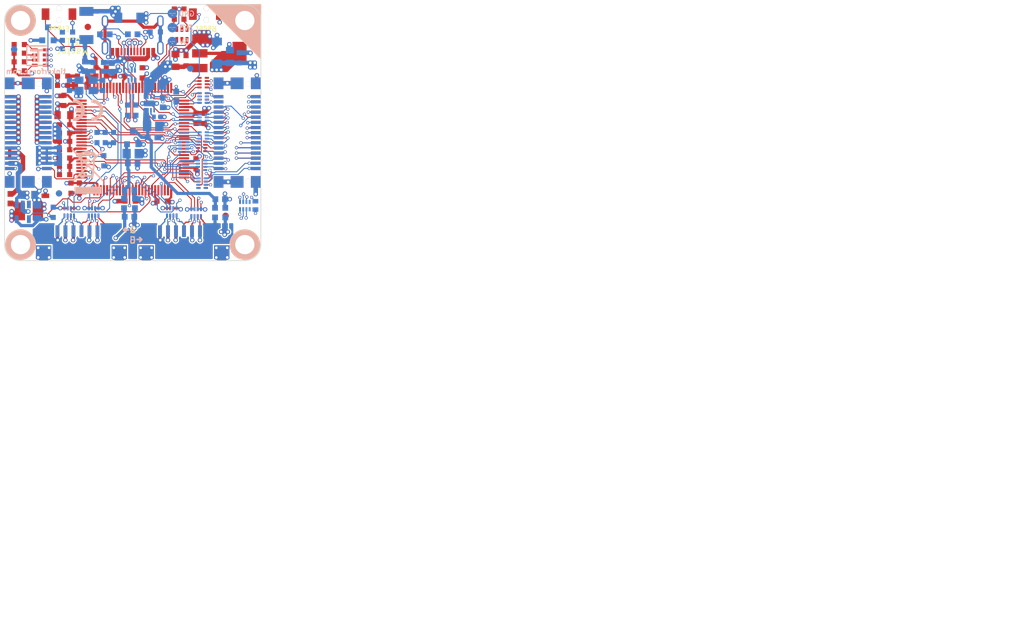
<source format=kicad_pcb>
(kicad_pcb (version 20171130) (host pcbnew 5.1.9-73d0e3b20d~88~ubuntu20.04.1)
  (title_block (date 2020-08-25) (rev 3.1) (company "Tinkerforge GmbH") (comment 1 "Licensed under CERN OHL v.1.1") (comment 2 "Copyright (©) 2020, T.Schneidermann <tim@tinkerforge.com>"))
  (layers (0 Vorderseite signal) (1 GND signal hide) (2 VCC signal hide) (31 Rückseite signal hide) (34 B.Paste user) (35 F.Paste user) (36 B.SilkS user) (37 F.SilkS user) (38 B.Mask user) (39 F.Mask user) (44 Edge.Cuts user))
  (net 0 "")
  (net 1 3V3)
  (net 2 3V3-EN)
  (net 3 GND)
  (net 4 LED1)
  (net 5 LED2)
  (net 6 LED3)
  (net 7 LED4)
  (net 8 SCL-PULLUP)
  (net 9 SDA-PULLUP)
  (net 10 STACK-CURRENT)
  (net 11 STACK-EX-0-GP00)
  (net 12 STACK-EX-0-GP01)
  (net 13 STACK-EX-0-GP02)
  (net 14 STACK-EX-1-GP00)
  (net 15 STACK-EX-1-GP01)
  (net 16 STACK-EX-1-GP02)
  (net 17 STACK-HIGH/JTAG-TMS)
  (net 18 STACK-I2C-SCL/JTAG-TDO)
  (net 19 STACK-I2C-SDA/JTAG-TDI)
  (net 20 STACK-MASTER-DETECT)
  (net 21 STACK-RESET)
  (net 22 STACK-SELECT-00)
  (net 23 STACK-SELECT-01)
  (net 24 STACK-SELECT-02)
  (net 25 STACK-SELECT-03)
  (net 26 STACK-SELECT-04)
  (net 27 STACK-SELECT-05)
  (net 28 STACK-SELECT-06)
  (net 29 STACK-SELECT-07)
  (net 30 STACK-SELECT-EX-00)
  (net 31 STACK-SELECT-EX-01)
  (net 32 STACK-SER-RXD)
  (net 33 STACK-SER-SCK)
  (net 34 STACK-SER-TXD)
  (net 35 STACK-SER2-RTS)
  (net 36 STACK-SER2-RXD)
  (net 37 STACK-SER2-TXD)
  (net 38 STACK-SPI-MISO)
  (net 39 STACK-SPI-MOSI)
  (net 40 STACK-SPI-SCLK)
  (net 41 STACK-SPI-SELECT)
  (net 42 STACK-SYNC/JTAG-TCK)
  (net 43 STACK-VOLTAGE)
  (net 44 USB-DETECT)
  (net 45 VSTACK)
  (net 46 VUSB)
  (net 47 XIN)
  (net 48 XOUT)
  (net 49 "Net-(C10-Pad1)")
  (net 50 "Net-(C11-Pad1)")
  (net 51 "Net-(C27-Pad1)")
  (net 52 "Net-(C36-Pad1)")
  (net 53 "Net-(C37-Pad1)")
  (net 54 "Net-(D1-Pad2)")
  (net 55 "Net-(D2-Pad2)")
  (net 56 "Net-(D3-Pad2)")
  (net 57 "Net-(D4-Pad2)")
  (net 58 "Net-(D5-Pad2)")
  (net 59 "Net-(D6-Pad2)")
  (net 60 "Net-(J1-Pad3)")
  (net 61 "Net-(J1-Pad2)")
  (net 62 "Net-(J6-Pad7)")
  (net 63 "Net-(J8-Pad1)")
  (net 64 "Net-(J8-Pad10)")
  (net 65 "Net-(L1-Pad2)")
  (net 66 "Net-(L1-Pad3)")
  (net 67 "Net-(R3-Pad2)")
  (net 68 "Net-(R4-Pad2)")
  (net 69 "Net-(RP3-Pad5)")
  (net 70 "Net-(RP3-Pad8)")
  (net 71 "Net-(SW2-Pad1)")
  (net 72 "Net-(L1-Pad4)")
  (net 73 "Net-(L1-Pad1)")
  (net 74 "Net-(J1-Pad4)")
  (net 75 "Net-(RP3-Pad2)")
  (net 76 "Net-(RP3-Pad3)")
  (net 77 "Net-(RP3-Pad6)")
  (net 78 "Net-(RP3-Pad7)")
  (net 79 "Net-(RP8-Pad2)")
  (net 80 "Net-(RP8-Pad3)")
  (net 81 "Net-(RP8-Pad6)")
  (net 82 "Net-(RP8-Pad7)")
  (net 83 "Net-(U1-Pad22)")
  (net 84 "Net-(U1-Pad30)")
  (net 85 "Net-(U1-Pad46)")
  (net 86 "Net-(U1-Pad61)")
  (net 87 "Net-(U1-Pad77)")
  (net 88 VCC)
  (net 89 "Net-(C40-Pad1)")
  (net 90 5VBricklet)
  (net 91 3,3VBricklet)
  (net 92 "Net-(CP1-Pad4)")
  (net 93 "Net-(CP1-Pad3)")
  (net 94 "Net-(CP1-Pad2)")
  (net 95 "Net-(CP1-Pad1)")
  (net 96 "Net-(CP2-Pad4)")
  (net 97 "Net-(CP2-Pad3)")
  (net 98 "Net-(CP2-Pad2)")
  (net 99 "Net-(CP2-Pad1)")
  (net 100 "Net-(CP3-Pad4)")
  (net 101 "Net-(CP3-Pad3)")
  (net 102 "Net-(CP3-Pad2)")
  (net 103 "Net-(CP3-Pad1)")
  (net 104 "Net-(CP4-Pad4)")
  (net 105 "Net-(CP4-Pad3)")
  (net 106 "Net-(CP4-Pad2)")
  (net 107 "Net-(CP4-Pad1)")
  (net 108 "Net-(FB4-Pad1)")
  (net 109 "Net-(P1-Pad7)")
  (net 110 "Net-(P2-Pad7)")
  (net 111 "Net-(P3-Pad7)")
  (net 112 "Net-(P4-Pad7)")
  (net 113 "Net-(Q1-PadG)")
  (net 114 Bricklet_Enable)
  (net 115 Port-A-MISO)
  (net 116 Port-A-MOSI)
  (net 117 Port-A-CLK)
  (net 118 Port-A-CS)
  (net 119 Port-B-MISO)
  (net 120 Port-B-MOSI)
  (net 121 Port-B-CLK)
  (net 122 Port-B-CS)
  (net 123 Port-C-MISO)
  (net 124 Port-C-MOSI)
  (net 125 Port-C-CLK)
  (net 126 Port-C-CS)
  (net 127 Port-D-MISO)
  (net 128 Port-D-MOSI)
  (net 129 Port-D-CLK)
  (net 130 Port-D-CS)
  (net 131 "Net-(U1-Pad68)")
  (net 132 "Net-(U1-Pad65)")
  (net 133 "Net-(U1-Pad62)")
  (net 134 "Net-(U13-Pad3)")
  (net 135 "Net-(J1-Pad5)")
  (net 136 "Net-(C41-Pad2)")
  (net 137 "Net-(C43-Pad2)")
  (net 138 "Net-(C47-Pad2)")
  (net 139 GNDD1)
  (net 140 "Net-(J6-Pad6)")
  (net 141 "Net-(J6-Pad8)")
  (net 142 "Net-(J6-Pad10)")
  (net 143 "Net-(J6-Pad12)")
  (net 144 "Net-(J6-Pad14)")
  (net 145 "Net-(J6-Pad16)")
  (net 146 "Net-(J6-Pad18)")
  (net 147 "Net-(J6-Pad20)")
  (net 148 "Net-(J6-Pad22)")
  (net 149 "Net-(J6-Pad24)")
  (net 150 "Net-(J6-Pad26)")
  (net 151 "Net-(J6-Pad28)")
  (net 152 "Net-(J6-Pad30)")
  (net 153 "Net-(RP303-Pad6)")
  (net 154 "Net-(RP303-Pad3)")
  (net 155 "Net-(J6-Pad29)")
  (net 156 "Net-(J6-Pad27)")
  (net 157 "Net-(J6-Pad25)")
  (net 158 "Net-(J6-Pad23)")
  (net 159 "Net-(J6-Pad21)")
  (net 160 "Net-(J6-Pad19)")
  (net 161 "Net-(J6-Pad17)")
  (net 162 "Net-(J6-Pad15)")
  (net 163 "Net-(J6-Pad13)")
  (net 164 "Net-(J6-Pad5)")
  (net 165 "Net-(J6-Pad3)")
  (net 166 "Net-(J6-Pad1)")
  (net 167 "Net-(RP305-Pad8)")
  (net 168 "Net-(RP305-Pad1)")
  (net 169 "Net-(RP306-Pad4)")
  (net 170 "Net-(RP306-Pad5)")
  (net 171 "Net-(RP308-Pad3)")
  (net 172 "Net-(RP308-Pad4)")
  (net 173 "Net-(RP308-Pad5)")
  (net 174 "Net-(RP308-Pad6)")
  (net 175 "Net-(RP304-Pad1)")
  (net 176 "Net-(RP304-Pad8)")
  (net 177 "Net-(RP303-Pad8)")
  (net 178 "Net-(RP303-Pad1)")
  (net 179 "Net-(J6-Pad11)")
  (net 180 "Net-(J6-Pad9)")
  (net 181 "Net-(J6-Pad2)")
  (net 182 "Net-(J6-Pad4)")
  (net 183 "Net-(RP309-Pad8)")
  (net 184 "Net-(RP309-Pad1)")
  (net 185 "Net-(RP310-Pad2)")
  (net 186 "Net-(RP310-Pad3)")
  (net 187 "Net-(RP310-Pad6)")
  (net 188 "Net-(RP310-Pad7)")
  (net 189 "Net-(U1-Pad99)")
  (net 190 "Net-(U1-Pad6)")
  (net 191 "Net-(U1-Pad81)")
  (net 192 PGND)
  (net 193 USB_GND)
  (net 194 "Net-(FB102-Pad1)")
  (net 195 "Net-(J7-Pad6)")
  (module kicad-libraries:Logo_31x31 (layer Rückseite) (at 130 78 180)
    (fp_text reference G*** hide)
    (fp_text value LOGO hide)
  )
  (module kicad-libraries:WEEE_7mm (layer Rückseite) (at 138 96 180)
    (fp_text reference VAL hide)
    (fp_text value WEEE_7mm hide)
  )
  (module kicad-libraries:CE_5mm (layer Rückseite) (at 138 86.5 180)
    (fp_text reference VAL hide)
    (fp_text value CE_5mm hide)
  )
  (module kicad-libraries:Fiducial_Mark (layer Rückseite) (at 154 80)
    (fp_text reference Fiducial_Mark hide)
    (fp_text value VAL** hide)
    (pad 1 smd circle (at 0 0) (size 1.00076 1.00076) (layers Rückseite B.Paste B.Mask) (clearance 0.65024))
  )
  (module kicad-libraries:Fiducial_Mark (layer Rückseite) (at 126.5 77)
    (fp_text reference Fiducial_Mark hide)
    (fp_text value VAL** hide)
    (pad 1 smd circle (at 0 0) (size 1.00076 1.00076) (layers Rückseite B.Paste B.Mask) (clearance 0.65024))
  )
  (module kicad-libraries:Fiducial_Mark (layer Rückseite) (at 133.5 99.5)
    (fp_text reference Fiducial_Mark hide)
    (fp_text value VAL** hide)
    (pad 1 smd circle (at 0 0) (size 1.00076 1.00076) (layers Rückseite B.Paste B.Mask) (clearance 0.65024))
  )
  (module kicad-libraries:Fiducial_Mark (layer Vorderseite) (at 159.5 103)
    (fp_text reference Fiducial_Mark hide)
    (fp_text value VAL** hide)
    (pad 1 smd circle (at 0 0) (size 1.00076 1.00076) (layers Vorderseite F.Paste F.Mask) (clearance 0.65024))
  )
  (module kicad-libraries:Fiducial_Mark (layer Vorderseite) (at 131.5 105.5)
    (fp_text reference Fiducial_Mark hide)
    (fp_text value VAL** hide)
    (pad 1 smd circle (at 0 0) (size 1.00076 1.00076) (layers Vorderseite F.Paste F.Mask) (clearance 0.65024))
  )
  (module kicad-libraries:Fiducial_Mark (layer Vorderseite) (at 138 73.5)
    (fp_text reference Fiducial_Mark hide)
    (fp_text value VAL** hide)
    (pad 1 smd circle (at 0 0) (size 1.00076 1.00076) (layers Vorderseite F.Paste F.Mask) (clearance 0.65024))
  )
  (module kicad-libraries:R0603F (layer Rückseite) (at 151.8 84.35 270)
    (fp_text reference R7)
    (fp_text value 1k)
    (pad 2 smd rect (at 0.75 0 270) (size 0.9 0.9) (layers Rückseite B.Paste B.Mask) (net 114 Bricklet_Enable))
    (pad 1 smd rect (at -0.75 0 270) (size 0.9 0.9) (layers Rückseite B.Paste B.Mask) (net 1 3V3))
  )
  (module kicad-libraries:C0603F (layer Rückseite) (at 149.7 85.3 270)
    (fp_text reference C14)
    (fp_text value 1uF)
    (pad 2 smd rect (at 0.75 0 270) (size 0.9 0.9) (layers Rückseite B.Paste B.Mask) (net 3 GND))
    (pad 1 smd rect (at -0.75 0 270) (size 0.9 0.9) (layers Rückseite B.Paste B.Mask) (net 45 VSTACK))
  )
  (module BTB08-ACS-TOP (layer Vorderseite) (at 161.299 90.0024 90)
    (fp_text reference J6)
    (fp_text value STACK-UP-HIGH)
    (pad 29 smd rect (at -5.59816 2.89814 270) (size 0.49784 1.4986) (layers Vorderseite F.Paste F.Mask) (net 155 "Net-(J6-Pad29)"))
    (pad 27 smd rect (at -4.79806 2.89814 270) (size 0.49784 1.4986) (layers Vorderseite F.Paste F.Mask) (net 156 "Net-(J6-Pad27)"))
    (pad 25 smd rect (at -3.99796 2.89814 270) (size 0.49784 1.4986) (layers Vorderseite F.Paste F.Mask) (net 157 "Net-(J6-Pad25)"))
    (pad 23 smd rect (at -3.19786 2.89814 270) (size 0.49784 1.4986) (layers Vorderseite F.Paste F.Mask) (net 158 "Net-(J6-Pad23)"))
    (pad 21 smd rect (at -2.39776 2.89814 270) (size 0.49784 1.4986) (layers Vorderseite F.Paste F.Mask) (net 159 "Net-(J6-Pad21)"))
    (pad 19 smd rect (at -1.59766 2.89814 270) (size 0.49784 1.4986) (layers Vorderseite F.Paste F.Mask) (net 160 "Net-(J6-Pad19)"))
    (pad 17 smd rect (at -0.79756 2.89814 270) (size 0.49784 1.4986) (layers Vorderseite F.Paste F.Mask) (net 161 "Net-(J6-Pad17)"))
    (pad 15 smd rect (at 0 2.89814 270) (size 0.49784 1.4986) (layers Vorderseite F.Paste F.Mask) (net 162 "Net-(J6-Pad15)"))
    (pad 13 smd rect (at 0.79756 2.89814 270) (size 0.49784 1.4986) (layers Vorderseite F.Paste F.Mask) (net 163 "Net-(J6-Pad13)"))
    (pad 11 smd rect (at 1.59766 2.89814 270) (size 0.49784 1.4986) (layers Vorderseite F.Paste F.Mask) (net 179 "Net-(J6-Pad11)"))
    (pad 9 smd rect (at 2.39776 2.89814 270) (size 0.49784 1.4986) (layers Vorderseite F.Paste F.Mask) (net 180 "Net-(J6-Pad9)"))
    (pad 7 smd rect (at 3.19786 2.89814 270) (size 0.49784 1.4986) (layers Vorderseite F.Paste F.Mask) (net 62 "Net-(J6-Pad7)"))
    (pad 5 smd rect (at 3.99796 2.89814 270) (size 0.49784 1.4986) (layers Vorderseite F.Paste F.Mask) (net 164 "Net-(J6-Pad5)"))
    (pad 3 smd rect (at 4.79806 2.89814 270) (size 0.49784 1.4986) (layers Vorderseite F.Paste F.Mask) (net 165 "Net-(J6-Pad3)"))
    (pad 1 smd rect (at 5.59816 2.89814 270) (size 0.49784 1.4986) (layers Vorderseite F.Paste F.Mask) (net 166 "Net-(J6-Pad1)"))
    (pad 2 smd rect (at 5.59816 -2.89814 90) (size 0.49784 1.4986) (layers Vorderseite F.Paste F.Mask) (net 181 "Net-(J6-Pad2)"))
    (pad 4 smd rect (at 4.79806 -2.89814 90) (size 0.49784 1.4986) (layers Vorderseite F.Paste F.Mask) (net 182 "Net-(J6-Pad4)"))
    (pad 6 smd rect (at 3.99796 -2.89814 90) (size 0.49784 1.4986) (layers Vorderseite F.Paste F.Mask) (net 140 "Net-(J6-Pad6)"))
    (pad 8 smd rect (at 3.19786 -2.89814 90) (size 0.49784 1.4986) (layers Vorderseite F.Paste F.Mask) (net 141 "Net-(J6-Pad8)"))
    (pad 10 smd rect (at 2.39776 -2.89814 90) (size 0.49784 1.4986) (layers Vorderseite F.Paste F.Mask) (net 142 "Net-(J6-Pad10)"))
    (pad 12 smd rect (at 1.59766 -2.89814 90) (size 0.49784 1.4986) (layers Vorderseite F.Paste F.Mask) (net 143 "Net-(J6-Pad12)"))
    (pad 14 smd rect (at 0.79756 -2.89814 90) (size 0.49784 1.4986) (layers Vorderseite F.Paste F.Mask) (net 144 "Net-(J6-Pad14)"))
    (pad 16 smd rect (at 0 -2.89814 90) (size 0.49784 1.4986) (layers Vorderseite F.Paste F.Mask) (net 145 "Net-(J6-Pad16)"))
    (pad 18 smd rect (at -0.79756 -2.89814 90) (size 0.49784 1.4986) (layers Vorderseite F.Paste F.Mask) (net 146 "Net-(J6-Pad18)"))
    (pad 20 smd rect (at -1.59766 -2.89814 90) (size 0.49784 1.4986) (layers Vorderseite F.Paste F.Mask) (net 147 "Net-(J6-Pad20)"))
    (pad 22 smd rect (at -2.39776 -2.89814 90) (size 0.49784 1.4986) (layers Vorderseite F.Paste F.Mask) (net 148 "Net-(J6-Pad22)"))
    (pad 24 smd rect (at -3.19786 -2.89814 90) (size 0.49784 1.4986) (layers Vorderseite F.Paste F.Mask) (net 149 "Net-(J6-Pad24)"))
    (pad 26 smd rect (at -3.99796 -2.89814 90) (size 0.49784 1.4986) (layers Vorderseite F.Paste F.Mask) (net 150 "Net-(J6-Pad26)"))
    (pad 28 smd rect (at -4.79806 -2.89814 90) (size 0.49784 1.4986) (layers Vorderseite F.Paste F.Mask) (net 151 "Net-(J6-Pad28)"))
    (pad 30 smd rect (at -5.59816 -2.89814 90) (size 0.49784 1.4986) (layers Vorderseite F.Paste F.Mask) (net 152 "Net-(J6-Pad30)"))
    (pad EP smd rect (at 7.69874 -2.90068 90) (size 1.80086 1.50114) (layers Vorderseite F.Paste F.Mask) (net 3 GND))
    (pad EP smd rect (at 7.69874 2.90068 90) (size 1.80086 1.50114) (layers Vorderseite F.Paste F.Mask) (net 3 GND))
    (pad EP smd rect (at -7.69874 2.90068 90) (size 1.80086 1.50114) (layers Vorderseite F.Paste F.Mask) (net 3 GND))
    (pad EP smd rect (at -7.69874 -2.90068 90) (size 1.80086 1.50114) (layers Vorderseite F.Paste F.Mask) (net 3 GND))
    (pad EP smd rect (at 7.69874 0 90) (size 1.80086 1.99898) (layers Vorderseite F.Paste F.Mask) (net 3 GND))
    (pad EP smd rect (at -7.69874 0 90) (size 1.80086 1.99898) (layers Vorderseite F.Paste F.Mask) (net 3 GND))
    (pad "" thru_hole circle (at 7.59968 1.69926 90) (size 0.8001 0.8001) (drill 0.8001) (layers *.Cu *.Mask F.SilkS))
    (pad "" thru_hole circle (at -7.59968 1.69926 90) (size 0.8001 0.8001) (drill 0.8001) (layers *.Cu *.Mask F.SilkS))
  )
  (module kicad-libraries:4X0402 (layer Rückseite) (at 156 90.7 270)
    (fp_text reference RP302)
    (fp_text value 82)
    (pad 1 smd rect (at -0.7493 -0.575 90) (size 0.29972 0.65) (layers Rückseite B.Paste B.Mask) (net 144 "Net-(J6-Pad14)"))
    (pad 2 smd rect (at -0.24892 -0.575 90) (size 0.29972 0.65) (layers Rückseite B.Paste B.Mask) (net 145 "Net-(J6-Pad16)"))
    (pad 3 smd rect (at 0.24892 -0.575 90) (size 0.29972 0.65) (layers Rückseite B.Paste B.Mask) (net 146 "Net-(J6-Pad18)"))
    (pad 4 smd rect (at 0.7493 -0.575 90) (size 0.29972 0.65) (layers Rückseite B.Paste B.Mask) (net 147 "Net-(J6-Pad20)"))
    (pad 5 smd rect (at 0.7493 0.575 270) (size 0.29972 0.65) (layers Rückseite B.Paste B.Mask) (net 29 STACK-SELECT-07))
    (pad 6 smd rect (at 0.24892 0.575 270) (size 0.29972 0.65) (layers Rückseite B.Paste B.Mask) (net 28 STACK-SELECT-06))
    (pad 7 smd rect (at -0.24892 0.575 270) (size 0.29972 0.65) (layers Rückseite B.Paste B.Mask) (net 27 STACK-SELECT-05))
    (pad 8 smd rect (at -0.7493 0.575 270) (size 0.29972 0.65) (layers Rückseite B.Paste B.Mask) (net 26 STACK-SELECT-04))
  )
  (module kicad-libraries:SOT23-5L (layer Rückseite) (at 127.85 102.375 180)
    (fp_text reference U13)
    (fp_text value STMPS2171STR)
    (pad 5 smd rect (at 0.95 -1.15 180) (size 0.6 1.2) (layers Rückseite B.Paste B.Mask) (net 1 3V3))
    (pad 4 smd rect (at -0.95 -1.15 180) (size 0.6 1.2) (layers Rückseite B.Paste B.Mask) (net 2 3V3-EN))
    (pad 1 smd rect (at 0.95 1.15 180) (size 0.6 1.2) (layers Rückseite B.Paste B.Mask) (net 88 VCC))
    (pad 3 smd rect (at -0.95 1.15 180) (size 0.6 1.2) (layers Rückseite B.Paste B.Mask) (net 134 "Net-(U13-Pad3)"))
    (pad 2 smd rect (at 0 1.15 180) (size 0.6 1.2) (layers Rückseite B.Paste B.Mask) (net 3 GND))
  )
  (module kicad-libraries:WSON8-2x2 (layer Rückseite) (at 147.6 85.45 270)
    (fp_text reference U3)
    (fp_text value TPS22975)
    (pad 1 smd rect (at -1.05 0.75 270) (size 0.7 0.25) (layers Rückseite B.Paste B.Mask) (net 45 VSTACK))
    (pad 2 smd rect (at -1.05 0.25 270) (size 0.7 0.25) (layers Rückseite B.Paste B.Mask) (net 45 VSTACK))
    (pad 3 smd rect (at -1.05 -0.25 270) (size 0.7 0.25) (layers Rückseite B.Paste B.Mask) (net 114 Bricklet_Enable))
    (pad 4 smd rect (at -1.05 -0.75 270) (size 0.7 0.25) (layers Rückseite B.Paste B.Mask) (net 45 VSTACK))
    (pad 5 smd rect (at 1.05 -0.75 270) (size 0.7 0.25) (layers Rückseite B.Paste B.Mask) (net 3 GND))
    (pad 6 smd rect (at 1.05 -0.25 270) (size 0.7 0.25) (layers Rückseite B.Paste B.Mask) (net 89 "Net-(C40-Pad1)"))
    (pad 7 smd rect (at 1.05 0.25 270) (size 0.7 0.25) (layers Rückseite B.Paste B.Mask) (net 136 "Net-(C41-Pad2)"))
    (pad 8 smd rect (at 1.05 0.75 270) (size 0.7 0.25) (layers Rückseite B.Paste B.Mask) (net 136 "Net-(C41-Pad2)"))
    (pad EXP smd rect (at 0 0 270) (size 0.9 1.6) (layers Rückseite B.Paste B.Mask) (net 3 GND))
  )
  (module kicad-libraries:4X0402 (layer Vorderseite) (at 154.9 102.5 180)
    (fp_text reference RP9)
    (fp_text value 82)
    (pad 8 smd rect (at -0.7493 -0.575 180) (size 0.29972 0.65) (layers Vorderseite F.Paste F.Mask) (net 112 "Net-(P4-Pad7)"))
    (pad 7 smd rect (at -0.24892 -0.575 180) (size 0.29972 0.65) (layers Vorderseite F.Paste F.Mask) (net 106 "Net-(CP4-Pad2)"))
    (pad 6 smd rect (at 0.24892 -0.575 180) (size 0.29972 0.65) (layers Vorderseite F.Paste F.Mask) (net 105 "Net-(CP4-Pad3)"))
    (pad 5 smd rect (at 0.7493 -0.575 180) (size 0.29972 0.65) (layers Vorderseite F.Paste F.Mask) (net 104 "Net-(CP4-Pad4)"))
    (pad 4 smd rect (at 0.7493 0.575) (size 0.29972 0.65) (layers Vorderseite F.Paste F.Mask) (net 130 Port-D-CS))
    (pad 3 smd rect (at 0.24892 0.575) (size 0.29972 0.65) (layers Vorderseite F.Paste F.Mask) (net 129 Port-D-CLK))
    (pad 2 smd rect (at -0.24892 0.575) (size 0.29972 0.65) (layers Vorderseite F.Paste F.Mask) (net 128 Port-D-MOSI))
    (pad 1 smd rect (at -0.7493 0.575) (size 0.29972 0.65) (layers Vorderseite F.Paste F.Mask) (net 127 Port-D-MISO))
  )
  (module kicad-libraries:4X0402 (layer Vorderseite) (at 138.9 102.4 180)
    (fp_text reference RP7)
    (fp_text value 82)
    (pad 8 smd rect (at -0.7493 -0.575 180) (size 0.29972 0.65) (layers Vorderseite F.Paste F.Mask) (net 111 "Net-(P3-Pad7)"))
    (pad 7 smd rect (at -0.24892 -0.575 180) (size 0.29972 0.65) (layers Vorderseite F.Paste F.Mask) (net 102 "Net-(CP3-Pad2)"))
    (pad 6 smd rect (at 0.24892 -0.575 180) (size 0.29972 0.65) (layers Vorderseite F.Paste F.Mask) (net 101 "Net-(CP3-Pad3)"))
    (pad 5 smd rect (at 0.7493 -0.575 180) (size 0.29972 0.65) (layers Vorderseite F.Paste F.Mask) (net 100 "Net-(CP3-Pad4)"))
    (pad 4 smd rect (at 0.7493 0.575) (size 0.29972 0.65) (layers Vorderseite F.Paste F.Mask) (net 126 Port-C-CS))
    (pad 3 smd rect (at 0.24892 0.575) (size 0.29972 0.65) (layers Vorderseite F.Paste F.Mask) (net 125 Port-C-CLK))
    (pad 2 smd rect (at -0.24892 0.575) (size 0.29972 0.65) (layers Vorderseite F.Paste F.Mask) (net 124 Port-C-MOSI))
    (pad 1 smd rect (at -0.7493 0.575) (size 0.29972 0.65) (layers Vorderseite F.Paste F.Mask) (net 123 Port-C-MISO))
  )
  (module kicad-libraries:4X0402 (layer Rückseite) (at 151.1 102.4)
    (fp_text reference RP6)
    (fp_text value 82)
    (pad 8 smd rect (at -0.7493 0.575) (size 0.29972 0.65) (layers Rückseite B.Paste B.Mask) (net 110 "Net-(P2-Pad7)"))
    (pad 7 smd rect (at -0.24892 0.575) (size 0.29972 0.65) (layers Rückseite B.Paste B.Mask) (net 98 "Net-(CP2-Pad2)"))
    (pad 6 smd rect (at 0.24892 0.575) (size 0.29972 0.65) (layers Rückseite B.Paste B.Mask) (net 97 "Net-(CP2-Pad3)"))
    (pad 5 smd rect (at 0.7493 0.575) (size 0.29972 0.65) (layers Rückseite B.Paste B.Mask) (net 96 "Net-(CP2-Pad4)"))
    (pad 4 smd rect (at 0.7493 -0.575 180) (size 0.29972 0.65) (layers Rückseite B.Paste B.Mask) (net 122 Port-B-CS))
    (pad 3 smd rect (at 0.24892 -0.575 180) (size 0.29972 0.65) (layers Rückseite B.Paste B.Mask) (net 121 Port-B-CLK))
    (pad 2 smd rect (at -0.24892 -0.575 180) (size 0.29972 0.65) (layers Rückseite B.Paste B.Mask) (net 120 Port-B-MOSI))
    (pad 1 smd rect (at -0.7493 -0.575 180) (size 0.29972 0.65) (layers Rückseite B.Paste B.Mask) (net 119 Port-B-MISO))
  )
  (module kicad-libraries:4X0402 (layer Rückseite) (at 135.1 102.4)
    (fp_text reference RP5)
    (fp_text value 82)
    (pad 8 smd rect (at -0.7493 0.575) (size 0.29972 0.65) (layers Rückseite B.Paste B.Mask) (net 109 "Net-(P1-Pad7)"))
    (pad 7 smd rect (at -0.24892 0.575) (size 0.29972 0.65) (layers Rückseite B.Paste B.Mask) (net 94 "Net-(CP1-Pad2)"))
    (pad 6 smd rect (at 0.24892 0.575) (size 0.29972 0.65) (layers Rückseite B.Paste B.Mask) (net 93 "Net-(CP1-Pad3)"))
    (pad 5 smd rect (at 0.7493 0.575) (size 0.29972 0.65) (layers Rückseite B.Paste B.Mask) (net 92 "Net-(CP1-Pad4)"))
    (pad 4 smd rect (at 0.7493 -0.575 180) (size 0.29972 0.65) (layers Rückseite B.Paste B.Mask) (net 118 Port-A-CS))
    (pad 3 smd rect (at 0.24892 -0.575 180) (size 0.29972 0.65) (layers Rückseite B.Paste B.Mask) (net 117 Port-A-CLK))
    (pad 2 smd rect (at -0.24892 -0.575 180) (size 0.29972 0.65) (layers Rückseite B.Paste B.Mask) (net 116 Port-A-MOSI))
    (pad 1 smd rect (at -0.7493 -0.575 180) (size 0.29972 0.65) (layers Rückseite B.Paste B.Mask) (net 115 Port-A-MISO))
  )
  (module kicad-libraries:R0603F (layer Rückseite) (at 145 74.65 180)
    (fp_text reference R5)
    (fp_text value 5k1)
    (pad 2 smd rect (at 0.75 0 180) (size 0.9 0.9) (layers Rückseite B.Paste B.Mask) (net 193 USB_GND))
    (pad 1 smd rect (at -0.75 0 180) (size 0.9 0.9) (layers Rückseite B.Paste B.Mask) (net 74 "Net-(J1-Pad4)"))
  )
  (module kicad-libraries:SOT23GDS (layer Rückseite) (at 131.775 74.575)
    (fp_text reference Q1)
    (fp_text value 2N7002P)
    (pad D smd rect (at 0 -1.016) (size 0.9144 0.9144) (layers Rückseite B.Paste B.Mask) (net 44 USB-DETECT))
    (pad G smd rect (at 0.889 1.016) (size 0.9144 0.9144) (layers Rückseite B.Paste B.Mask) (net 113 "Net-(Q1-PadG)"))
    (pad S smd rect (at -0.889 1.016) (size 0.9144 0.9144) (layers Rückseite B.Paste B.Mask) (net 3 GND))
  )
  (module kicad-libraries:CON-SENSOR2 (layer Vorderseite) (at 153 110)
    (fp_text reference P4)
    (fp_text value "Port D")
    (pad 7 smd rect (at 3.75 -4.6) (size 0.6 1.8) (layers Vorderseite F.Paste F.Mask) (net 112 "Net-(P4-Pad7)"))
    (pad 6 smd rect (at 2.5 -4.6) (size 0.6 1.8) (layers Vorderseite F.Paste F.Mask) (net 106 "Net-(CP4-Pad2)"))
    (pad 5 smd rect (at 1.25 -4.6) (size 0.6 1.8) (layers Vorderseite F.Paste F.Mask) (net 105 "Net-(CP4-Pad3)"))
    (pad 4 smd rect (at 0 -4.6) (size 0.6 1.8) (layers Vorderseite F.Paste F.Mask) (net 104 "Net-(CP4-Pad4)"))
    (pad 3 smd rect (at -1.25 -4.6) (size 0.6 1.8) (layers Vorderseite F.Paste F.Mask) (net 91 3,3VBricklet))
    (pad EP smd rect (at 5.9 -1.2) (size 1.4 2.4) (layers Vorderseite F.Paste F.Mask) (net 139 GNDD1))
    (pad EP smd rect (at -5.9 -1.2) (size 1.4 2.4) (layers Vorderseite F.Paste F.Mask) (net 139 GNDD1))
    (pad 2 smd rect (at -2.5 -4.6) (size 0.6 1.8) (layers Vorderseite F.Paste F.Mask) (net 139 GNDD1))
    (pad 1 smd rect (at -3.75 -4.6) (size 0.6 1.8) (layers Vorderseite F.Paste F.Mask) (net 90 5VBricklet))
  )
  (module kicad-libraries:CON-SENSOR2 (layer Vorderseite) (at 137 110)
    (fp_text reference P3)
    (fp_text value "Port C")
    (pad 7 smd rect (at 3.75 -4.6) (size 0.6 1.8) (layers Vorderseite F.Paste F.Mask) (net 111 "Net-(P3-Pad7)"))
    (pad 6 smd rect (at 2.5 -4.6) (size 0.6 1.8) (layers Vorderseite F.Paste F.Mask) (net 102 "Net-(CP3-Pad2)"))
    (pad 5 smd rect (at 1.25 -4.6) (size 0.6 1.8) (layers Vorderseite F.Paste F.Mask) (net 101 "Net-(CP3-Pad3)"))
    (pad 4 smd rect (at 0 -4.6) (size 0.6 1.8) (layers Vorderseite F.Paste F.Mask) (net 100 "Net-(CP3-Pad4)"))
    (pad 3 smd rect (at -1.25 -4.6) (size 0.6 1.8) (layers Vorderseite F.Paste F.Mask) (net 91 3,3VBricklet))
    (pad EP smd rect (at 5.9 -1.2) (size 1.4 2.4) (layers Vorderseite F.Paste F.Mask) (net 139 GNDD1))
    (pad EP smd rect (at -5.9 -1.2) (size 1.4 2.4) (layers Vorderseite F.Paste F.Mask) (net 139 GNDD1))
    (pad 2 smd rect (at -2.5 -4.6) (size 0.6 1.8) (layers Vorderseite F.Paste F.Mask) (net 139 GNDD1))
    (pad 1 smd rect (at -3.75 -4.6) (size 0.6 1.8) (layers Vorderseite F.Paste F.Mask) (net 90 5VBricklet))
  )
  (module kicad-libraries:CON-SENSOR2 (layer Rückseite) (at 153 110 180)
    (fp_text reference P2)
    (fp_text value "Port B")
    (pad 7 smd rect (at 3.75 4.6 180) (size 0.6 1.8) (layers Rückseite B.Paste B.Mask) (net 110 "Net-(P2-Pad7)"))
    (pad 6 smd rect (at 2.5 4.6 180) (size 0.6 1.8) (layers Rückseite B.Paste B.Mask) (net 98 "Net-(CP2-Pad2)"))
    (pad 5 smd rect (at 1.25 4.6 180) (size 0.6 1.8) (layers Rückseite B.Paste B.Mask) (net 97 "Net-(CP2-Pad3)"))
    (pad 4 smd rect (at 0 4.6 180) (size 0.6 1.8) (layers Rückseite B.Paste B.Mask) (net 96 "Net-(CP2-Pad4)"))
    (pad 3 smd rect (at -1.25 4.6 180) (size 0.6 1.8) (layers Rückseite B.Paste B.Mask) (net 91 3,3VBricklet))
    (pad EP smd rect (at 5.9 1.2 180) (size 1.4 2.4) (layers Rückseite B.Paste B.Mask) (net 139 GNDD1))
    (pad EP smd rect (at -5.9 1.2 180) (size 1.4 2.4) (layers Rückseite B.Paste B.Mask) (net 139 GNDD1))
    (pad 2 smd rect (at -2.5 4.6 180) (size 0.6 1.8) (layers Rückseite B.Paste B.Mask) (net 139 GNDD1))
    (pad 1 smd rect (at -3.75 4.6 180) (size 0.6 1.8) (layers Rückseite B.Paste B.Mask) (net 90 5VBricklet))
  )
  (module kicad-libraries:CON-SENSOR2 (layer Rückseite) (at 137 110 180)
    (fp_text reference P1)
    (fp_text value "Port A")
    (pad 7 smd rect (at 3.75 4.6 180) (size 0.6 1.8) (layers Rückseite B.Paste B.Mask) (net 109 "Net-(P1-Pad7)"))
    (pad 6 smd rect (at 2.5 4.6 180) (size 0.6 1.8) (layers Rückseite B.Paste B.Mask) (net 94 "Net-(CP1-Pad2)"))
    (pad 5 smd rect (at 1.25 4.6 180) (size 0.6 1.8) (layers Rückseite B.Paste B.Mask) (net 93 "Net-(CP1-Pad3)"))
    (pad 4 smd rect (at 0 4.6 180) (size 0.6 1.8) (layers Rückseite B.Paste B.Mask) (net 92 "Net-(CP1-Pad4)"))
    (pad 3 smd rect (at -1.25 4.6 180) (size 0.6 1.8) (layers Rückseite B.Paste B.Mask) (net 91 3,3VBricklet))
    (pad EP smd rect (at 5.9 1.2 180) (size 1.4 2.4) (layers Rückseite B.Paste B.Mask) (net 139 GNDD1))
    (pad EP smd rect (at -5.9 1.2 180) (size 1.4 2.4) (layers Rückseite B.Paste B.Mask) (net 139 GNDD1))
    (pad 2 smd rect (at -2.5 4.6 180) (size 0.6 1.8) (layers Rückseite B.Paste B.Mask) (net 139 GNDD1))
    (pad 1 smd rect (at -3.75 4.6 180) (size 0.6 1.8) (layers Rückseite B.Paste B.Mask) (net 90 5VBricklet))
  )
  (module kicad-libraries:4X0402 (layer Rückseite) (at 154.9 102.5 180)
    (fp_text reference CP4)
    (fp_text value 220pF)
    (pad 8 smd rect (at -0.7493 0.575 180) (size 0.29972 0.65) (layers Rückseite B.Paste B.Mask) (net 3 GND))
    (pad 7 smd rect (at -0.24892 0.575 180) (size 0.29972 0.65) (layers Rückseite B.Paste B.Mask) (net 3 GND))
    (pad 6 smd rect (at 0.24892 0.575 180) (size 0.29972 0.65) (layers Rückseite B.Paste B.Mask) (net 3 GND))
    (pad 5 smd rect (at 0.7493 0.575 180) (size 0.29972 0.65) (layers Rückseite B.Paste B.Mask) (net 3 GND))
    (pad 4 smd rect (at 0.7493 -0.575) (size 0.29972 0.65) (layers Rückseite B.Paste B.Mask) (net 104 "Net-(CP4-Pad4)"))
    (pad 3 smd rect (at 0.24892 -0.575) (size 0.29972 0.65) (layers Rückseite B.Paste B.Mask) (net 105 "Net-(CP4-Pad3)"))
    (pad 2 smd rect (at -0.24892 -0.575) (size 0.29972 0.65) (layers Rückseite B.Paste B.Mask) (net 106 "Net-(CP4-Pad2)"))
    (pad 1 smd rect (at -0.7493 -0.575) (size 0.29972 0.65) (layers Rückseite B.Paste B.Mask) (net 107 "Net-(CP4-Pad1)"))
  )
  (module kicad-libraries:4X0402 (layer Rückseite) (at 138.9 102.4 180)
    (fp_text reference CP3)
    (fp_text value 220pF)
    (pad 8 smd rect (at -0.7493 0.575 180) (size 0.29972 0.65) (layers Rückseite B.Paste B.Mask) (net 3 GND))
    (pad 7 smd rect (at -0.24892 0.575 180) (size 0.29972 0.65) (layers Rückseite B.Paste B.Mask) (net 3 GND))
    (pad 6 smd rect (at 0.24892 0.575 180) (size 0.29972 0.65) (layers Rückseite B.Paste B.Mask) (net 3 GND))
    (pad 5 smd rect (at 0.7493 0.575 180) (size 0.29972 0.65) (layers Rückseite B.Paste B.Mask) (net 3 GND))
    (pad 4 smd rect (at 0.7493 -0.575) (size 0.29972 0.65) (layers Rückseite B.Paste B.Mask) (net 100 "Net-(CP3-Pad4)"))
    (pad 3 smd rect (at 0.24892 -0.575) (size 0.29972 0.65) (layers Rückseite B.Paste B.Mask) (net 101 "Net-(CP3-Pad3)"))
    (pad 2 smd rect (at -0.24892 -0.575) (size 0.29972 0.65) (layers Rückseite B.Paste B.Mask) (net 102 "Net-(CP3-Pad2)"))
    (pad 1 smd rect (at -0.7493 -0.575) (size 0.29972 0.65) (layers Rückseite B.Paste B.Mask) (net 103 "Net-(CP3-Pad1)"))
  )
  (module kicad-libraries:4X0402 (layer Vorderseite) (at 151.1 102.4)
    (fp_text reference CP2)
    (fp_text value 220pF)
    (pad 8 smd rect (at -0.7493 -0.575) (size 0.29972 0.65) (layers Vorderseite F.Paste F.Mask) (net 3 GND))
    (pad 7 smd rect (at -0.24892 -0.575) (size 0.29972 0.65) (layers Vorderseite F.Paste F.Mask) (net 3 GND))
    (pad 6 smd rect (at 0.24892 -0.575) (size 0.29972 0.65) (layers Vorderseite F.Paste F.Mask) (net 3 GND))
    (pad 5 smd rect (at 0.7493 -0.575) (size 0.29972 0.65) (layers Vorderseite F.Paste F.Mask) (net 3 GND))
    (pad 4 smd rect (at 0.7493 0.575 180) (size 0.29972 0.65) (layers Vorderseite F.Paste F.Mask) (net 96 "Net-(CP2-Pad4)"))
    (pad 3 smd rect (at 0.24892 0.575 180) (size 0.29972 0.65) (layers Vorderseite F.Paste F.Mask) (net 97 "Net-(CP2-Pad3)"))
    (pad 2 smd rect (at -0.24892 0.575 180) (size 0.29972 0.65) (layers Vorderseite F.Paste F.Mask) (net 98 "Net-(CP2-Pad2)"))
    (pad 1 smd rect (at -0.7493 0.575 180) (size 0.29972 0.65) (layers Vorderseite F.Paste F.Mask) (net 99 "Net-(CP2-Pad1)"))
  )
  (module kicad-libraries:4X0402 (layer Vorderseite) (at 135.1 102.4)
    (fp_text reference CP1)
    (fp_text value 220pF)
    (pad 8 smd rect (at -0.7493 -0.575) (size 0.29972 0.65) (layers Vorderseite F.Paste F.Mask) (net 3 GND))
    (pad 7 smd rect (at -0.24892 -0.575) (size 0.29972 0.65) (layers Vorderseite F.Paste F.Mask) (net 3 GND))
    (pad 6 smd rect (at 0.24892 -0.575) (size 0.29972 0.65) (layers Vorderseite F.Paste F.Mask) (net 3 GND))
    (pad 5 smd rect (at 0.7493 -0.575) (size 0.29972 0.65) (layers Vorderseite F.Paste F.Mask) (net 3 GND))
    (pad 4 smd rect (at 0.7493 0.575 180) (size 0.29972 0.65) (layers Vorderseite F.Paste F.Mask) (net 92 "Net-(CP1-Pad4)"))
    (pad 3 smd rect (at 0.24892 0.575 180) (size 0.29972 0.65) (layers Vorderseite F.Paste F.Mask) (net 93 "Net-(CP1-Pad3)"))
    (pad 2 smd rect (at -0.24892 0.575 180) (size 0.29972 0.65) (layers Vorderseite F.Paste F.Mask) (net 94 "Net-(CP1-Pad2)"))
    (pad 1 smd rect (at -0.7493 0.575 180) (size 0.29972 0.65) (layers Vorderseite F.Paste F.Mask) (net 95 "Net-(CP1-Pad1)"))
  )
  (module kicad-libraries:C0603F (layer Rückseite) (at 145 94.8 180)
    (fp_text reference C44)
    (fp_text value 100nF)
    (pad 2 smd rect (at 0.75 0 180) (size 0.9 0.9) (layers Rückseite B.Paste B.Mask) (net 137 "Net-(C43-Pad2)"))
    (pad 1 smd rect (at -0.75 0 180) (size 0.9 0.9) (layers Rückseite B.Paste B.Mask) (net 3 GND))
  )
  (module kicad-libraries:C0603F (layer Rückseite) (at 148.1 90.75 180)
    (fp_text reference C42)
    (fp_text value 100nF)
    (pad 2 smd rect (at 0.75 0 180) (size 0.9 0.9) (layers Rückseite B.Paste B.Mask) (net 136 "Net-(C41-Pad2)"))
    (pad 1 smd rect (at -0.75 0 180) (size 0.9 0.9) (layers Rückseite B.Paste B.Mask) (net 3 GND))
  )
  (module kicad-libraries:C0402F (layer Rückseite) (at 148.8 87.55)
    (fp_text reference C40)
    (fp_text value DNP)
    (pad 1 smd rect (at -0.5 0) (size 0.6 0.7) (layers Rückseite B.Paste B.Mask) (net 89 "Net-(C40-Pad1)"))
    (pad 2 smd rect (at 0.5 0) (size 0.6 0.7) (layers Rückseite B.Paste B.Mask) (net 3 GND))
  )
  (module kicad-libraries:SOT-223 (layer Vorderseite) (at 158.575 77.625 270)
    (fp_text reference U12)
    (fp_text value LD1117)
    (pad 1 smd rect (at -2.30124 3.0988 270) (size 1.30048 2.4003) (layers Vorderseite F.Paste F.Mask) (net 3 GND))
    (pad 2 smd rect (at 0 3.0988 270) (size 1.30048 2.4003) (layers Vorderseite F.Paste F.Mask) (net 1 3V3))
    (pad 3 smd rect (at 2.30124 3.0988 270) (size 1.30048 2.4003) (layers Vorderseite F.Paste F.Mask) (net 45 VSTACK))
    (pad 2 smd rect (at 0 -3.0988 270) (size 3.59918 2.19964) (layers Vorderseite F.Paste F.Mask) (net 1 3V3))
  )
  (module kicad-libraries:SOD-123 (layer Vorderseite) (at 129.525 99.875 180)
    (fp_text reference D14)
    (fp_text value B0520LW)
    (pad 1 smd rect (at -1.84912 0 180) (size 1.19888 0.70104) (layers Vorderseite F.Paste F.Mask) (net 1 3V3) (clearance 0.14986))
    (pad 2 smd rect (at 1.84912 0 180) (size 1.19888 0.70104) (layers Vorderseite F.Paste F.Mask) (net 88 VCC) (clearance 0.14986))
  )
  (module kicad-libraries:MiniMelf (layer Rückseite) (at 158.125 77.475 90)
    (fp_text reference D13)
    (fp_text value Z3.3V)
    (pad 2 smd rect (at -1.69926 0 90) (size 1.19888 1.6002) (layers Rückseite B.Paste B.Mask) (net 1 3V3))
    (pad 1 smd rect (at 1.69926 0 90) (size 1.19888 1.6002) (layers Rückseite B.Paste B.Mask) (net 3 GND))
  )
  (module kicad-libraries:MiniMelf (layer Rückseite) (at 144.475 72.075)
    (fp_text reference D12)
    (fp_text value Z5V)
    (pad 2 smd rect (at -1.69926 0) (size 1.19888 1.6002) (layers Rückseite B.Paste B.Mask) (net 45 VSTACK))
    (pad 1 smd rect (at 1.69926 0) (size 1.19888 1.6002) (layers Rückseite B.Paste B.Mask) (net 3 GND))
  )
  (module C0603 (layer Rückseite) (at 142.025 90.775 270)
    (fp_text reference C10)
    (fp_text value DNP)
    (pad 2 smd rect (at 0.8001 0 270) (size 0.8001 0.8001) (layers Rückseite B.Paste B.Mask) (net 3 GND))
    (pad 1 smd rect (at -0.8001 0 270) (size 0.8001 0.8001) (layers Rückseite B.Paste B.Mask) (net 49 "Net-(C10-Pad1)"))
  )
  (module C0603 (layer Vorderseite) (at 134.375 95.275 180)
    (fp_text reference C11)
    (fp_text value DNP)
    (pad 2 smd rect (at 0.8001 0 180) (size 0.8001 0.8001) (layers Vorderseite F.Paste F.Mask) (net 3 GND))
    (pad 1 smd rect (at -0.8001 0 180) (size 0.8001 0.8001) (layers Vorderseite F.Paste F.Mask) (net 50 "Net-(C11-Pad1)"))
  )
  (module C0603 (layer Rückseite) (at 140.325 82.625 90)
    (fp_text reference C12)
    (fp_text value DNP)
    (pad 1 smd rect (at -0.8001 0 90) (size 0.8001 0.8001) (layers Rückseite B.Paste B.Mask) (net 48 XOUT))
    (pad 2 smd rect (at 0.8001 0 90) (size 0.8001 0.8001) (layers Rückseite B.Paste B.Mask) (net 3 GND))
  )
  (module C0603 (layer Rückseite) (at 135.125 82.625 270)
    (fp_text reference C13)
    (fp_text value DNP)
    (pad 2 smd rect (at 0.8001 0 270) (size 0.8001 0.8001) (layers Rückseite B.Paste B.Mask) (net 3 GND))
    (pad 1 smd rect (at -0.8001 0 270) (size 0.8001 0.8001) (layers Rückseite B.Paste B.Mask) (net 47 XIN))
  )
  (module C0805 (layer Vorderseite) (at 134.275 87.275 180)
    (fp_text reference C15)
    (fp_text value 10µF/10V)
    (pad 2 smd rect (at 1.00076 0 180) (size 1.00076 1.24968) (layers Vorderseite F.Paste F.Mask) (net 3 GND) (clearance 0.14986))
    (pad 1 smd rect (at -1.00076 0 180) (size 1.00076 1.24968) (layers Vorderseite F.Paste F.Mask) (net 1 3V3) (clearance 0.14986))
  )
  (module C0603 (layer Vorderseite) (at 134.375 88.775 180)
    (fp_text reference C16)
    (fp_text value 100nF)
    (pad 1 smd rect (at -0.8001 0 180) (size 0.8001 0.8001) (layers Vorderseite F.Paste F.Mask) (net 1 3V3))
    (pad 2 smd rect (at 0.8001 0 180) (size 0.8001 0.8001) (layers Vorderseite F.Paste F.Mask) (net 3 GND))
  )
  (module 3528-21 (layer Vorderseite) (at 128.8 102.3)
    (fp_text reference C17)
    (fp_text value 100µF)
    (pad 1 smd rect (at -1.40048 0) (size 1.59954 2.79908) (layers Vorderseite F.Paste F.Mask) (net 45 VSTACK) (clearance 0.14986))
    (pad 2 smd rect (at 1.40048 0) (size 1.59954 2.79908) (layers Vorderseite F.Paste F.Mask) (net 3 GND) (clearance 0.14986))
  )
  (module C0603 (layer Vorderseite) (at 156.175 87.775 90)
    (fp_text reference C18)
    (fp_text value 4.7µF)
    (pad 2 smd rect (at 0.8001 0 90) (size 0.8001 0.8001) (layers Vorderseite F.Paste F.Mask) (net 3 GND))
    (pad 1 smd rect (at -0.8001 0 90) (size 0.8001 0.8001) (layers Vorderseite F.Paste F.Mask) (net 1 3V3))
  )
  (module C0603 (layer Vorderseite) (at 135.375 98.675 270)
    (fp_text reference C19)
    (fp_text value 4.7µF)
    (pad 1 smd rect (at -0.8001 0 270) (size 0.8001 0.8001) (layers Vorderseite F.Paste F.Mask) (net 1 3V3))
    (pad 2 smd rect (at 0.8001 0 270) (size 0.8001 0.8001) (layers Vorderseite F.Paste F.Mask) (net 3 GND))
  )
  (module C0603 (layer Vorderseite) (at 136.675 98.675 270)
    (fp_text reference C20)
    (fp_text value 100nF)
    (pad 1 smd rect (at -0.8001 0 270) (size 0.8001 0.8001) (layers Vorderseite F.Paste F.Mask) (net 1 3V3))
    (pad 2 smd rect (at 0.8001 0 270) (size 0.8001 0.8001) (layers Vorderseite F.Paste F.Mask) (net 3 GND))
  )
  (module C0805 (layer Vorderseite) (at 151.675 78.725 90)
    (fp_text reference C21)
    (fp_text value 10µF/10V)
    (pad 2 smd rect (at 1.00076 0 90) (size 1.00076 1.24968) (layers Vorderseite F.Paste F.Mask) (net 3 GND) (clearance 0.14986))
    (pad 1 smd rect (at -1.00076 0 90) (size 1.00076 1.24968) (layers Vorderseite F.Paste F.Mask) (net 45 VSTACK) (clearance 0.14986))
  )
  (module C0603 (layer Vorderseite) (at 149.6 100.7 180)
    (fp_text reference C22)
    (fp_text value 100nF)
    (pad 2 smd rect (at 0.8001 0 180) (size 0.8001 0.8001) (layers Vorderseite F.Paste F.Mask) (net 3 GND))
    (pad 1 smd rect (at -0.8001 0 180) (size 0.8001 0.8001) (layers Vorderseite F.Paste F.Mask) (net 1 3V3))
  )
  (module C0603 (layer Vorderseite) (at 153.325 78.775 90)
    (fp_text reference C23)
    (fp_text value 100nF)
    (pad 2 smd rect (at 0.8001 0 90) (size 0.8001 0.8001) (layers Vorderseite F.Paste F.Mask) (net 3 GND))
    (pad 1 smd rect (at -0.8001 0 90) (size 0.8001 0.8001) (layers Vorderseite F.Paste F.Mask) (net 45 VSTACK))
  )
  (module C0603 (layer Vorderseite) (at 154.875 87.775 90)
    (fp_text reference C24)
    (fp_text value 100nF)
    (pad 1 smd rect (at -0.8001 0 90) (size 0.8001 0.8001) (layers Vorderseite F.Paste F.Mask) (net 1 3V3))
    (pad 2 smd rect (at 0.8001 0 90) (size 0.8001 0.8001) (layers Vorderseite F.Paste F.Mask) (net 3 GND))
  )
  (module C0603 (layer Vorderseite) (at 142.975 81.175 180)
    (fp_text reference C25)
    (fp_text value 100nF)
    (pad 2 smd rect (at 0.8001 0 180) (size 0.8001 0.8001) (layers Vorderseite F.Paste F.Mask) (net 3 GND))
    (pad 1 smd rect (at -0.8001 0 180) (size 0.8001 0.8001) (layers Vorderseite F.Paste F.Mask) (net 1 3V3))
  )
  (module C0603 (layer Vorderseite) (at 140.075 79.875)
    (fp_text reference C26)
    (fp_text value 100nF)
    (pad 1 smd rect (at -0.8001 0) (size 0.8001 0.8001) (layers Vorderseite F.Paste F.Mask) (net 1 3V3))
    (pad 2 smd rect (at 0.8001 0) (size 0.8001 0.8001) (layers Vorderseite F.Paste F.Mask) (net 3 GND))
  )
  (module C0603 (layer Vorderseite) (at 134.375 91.375 180)
    (fp_text reference C27)
    (fp_text value 2.2µF)
    (pad 2 smd rect (at 0.8001 0 180) (size 0.8001 0.8001) (layers Vorderseite F.Paste F.Mask) (net 3 GND))
    (pad 1 smd rect (at -0.8001 0 180) (size 0.8001 0.8001) (layers Vorderseite F.Paste F.Mask) (net 51 "Net-(C27-Pad1)"))
  )
  (module C0603 (layer Vorderseite) (at 134.375 90.075 180)
    (fp_text reference C28)
    (fp_text value 100nF)
    (pad 1 smd rect (at -0.8001 0 180) (size 0.8001 0.8001) (layers Vorderseite F.Paste F.Mask) (net 51 "Net-(C27-Pad1)"))
    (pad 2 smd rect (at 0.8001 0 180) (size 0.8001 0.8001) (layers Vorderseite F.Paste F.Mask) (net 3 GND))
  )
  (module C0805 (layer Rückseite) (at 160.175 78.125 90)
    (fp_text reference C29)
    (fp_text value 10µF/10V)
    (pad 2 smd rect (at 1.00076 0 90) (size 1.00076 1.24968) (layers Rückseite B.Paste B.Mask) (net 3 GND) (clearance 0.14986))
    (pad 1 smd rect (at -1.00076 0 90) (size 1.00076 1.24968) (layers Rückseite B.Paste B.Mask) (net 1 3V3) (clearance 0.14986))
  )
  (module C0603 (layer Vorderseite) (at 134.375 92.675 180)
    (fp_text reference C30)
    (fp_text value 100nF)
    (pad 1 smd rect (at -0.8001 0 180) (size 0.8001 0.8001) (layers Vorderseite F.Paste F.Mask) (net 51 "Net-(C27-Pad1)"))
    (pad 2 smd rect (at 0.8001 0 180) (size 0.8001 0.8001) (layers Vorderseite F.Paste F.Mask) (net 3 GND))
  )
  (module C0603 (layer Rückseite) (at 161.625 78.325 90)
    (fp_text reference C31)
    (fp_text value 100nF)
    (pad 2 smd rect (at 0.8001 0 90) (size 0.8001 0.8001) (layers Rückseite B.Paste B.Mask) (net 3 GND))
    (pad 1 smd rect (at -0.8001 0 90) (size 0.8001 0.8001) (layers Rückseite B.Paste B.Mask) (net 1 3V3))
  )
  (module C0603 (layer Vorderseite) (at 144.6069 100.7)
    (fp_text reference C32)
    (fp_text value 100nF)
    (pad 2 smd rect (at 0.8001 0) (size 0.8001 0.8001) (layers Vorderseite F.Paste F.Mask) (net 3 GND))
    (pad 1 smd rect (at -0.8001 0) (size 0.8001 0.8001) (layers Vorderseite F.Paste F.Mask) (net 51 "Net-(C27-Pad1)"))
  )
  (module C0603 (layer Vorderseite) (at 154.875 94.875 270)
    (fp_text reference C33)
    (fp_text value 100nF)
    (pad 1 smd rect (at -0.8001 0 270) (size 0.8001 0.8001) (layers Vorderseite F.Paste F.Mask) (net 51 "Net-(C27-Pad1)"))
    (pad 2 smd rect (at 0.8001 0 270) (size 0.8001 0.8001) (layers Vorderseite F.Paste F.Mask) (net 3 GND))
  )
  (module C0603 (layer Vorderseite) (at 146.475 80.675 90)
    (fp_text reference C34)
    (fp_text value 100nF)
    (pad 1 smd rect (at -0.8001 0 90) (size 0.8001 0.8001) (layers Vorderseite F.Paste F.Mask) (net 51 "Net-(C27-Pad1)"))
    (pad 2 smd rect (at 0.8001 0 90) (size 0.8001 0.8001) (layers Vorderseite F.Paste F.Mask) (net 3 GND))
  )
  (module C0805 (layer Rückseite) (at 130.125 102.37424 90)
    (fp_text reference C35)
    (fp_text value 10µF/10V)
    (pad 1 smd rect (at -1.00076 0 90) (size 1.00076 1.24968) (layers Rückseite B.Paste B.Mask) (net 1 3V3) (clearance 0.14986))
    (pad 2 smd rect (at 1.00076 0 90) (size 1.00076 1.24968) (layers Rückseite B.Paste B.Mask) (net 3 GND) (clearance 0.14986))
  )
  (module C0603 (layer Vorderseite) (at 134.075 81.175 180)
    (fp_text reference C36)
    (fp_text value 4.7µF)
    (pad 2 smd rect (at 0.8001 0 180) (size 0.8001 0.8001) (layers Vorderseite F.Paste F.Mask) (net 3 GND))
    (pad 1 smd rect (at -0.8001 0 180) (size 0.8001 0.8001) (layers Vorderseite F.Paste F.Mask) (net 52 "Net-(C36-Pad1)"))
  )
  (module C0603 (layer Vorderseite) (at 140.075 81.175)
    (fp_text reference C37)
    (fp_text value 100nF)
    (pad 1 smd rect (at -0.8001 0) (size 0.8001 0.8001) (layers Vorderseite F.Paste F.Mask) (net 53 "Net-(C37-Pad1)"))
    (pad 2 smd rect (at 0.8001 0) (size 0.8001 0.8001) (layers Vorderseite F.Paste F.Mask) (net 3 GND))
  )
  (module C0603 (layer Vorderseite) (at 134.275 84.975 270)
    (fp_text reference C38)
    (fp_text value 100nF)
    (pad 2 smd rect (at 0.8001 0 270) (size 0.8001 0.8001) (layers Vorderseite F.Paste F.Mask) (net 3 GND))
    (pad 1 smd rect (at -0.8001 0 270) (size 0.8001 0.8001) (layers Vorderseite F.Paste F.Mask) (net 1 3V3))
  )
  (module C0805 (layer Rückseite) (at 128.675 99.725)
    (fp_text reference C39)
    (fp_text value 10µF/10V)
    (pad 1 smd rect (at -1.00076 0) (size 1.00076 1.24968) (layers Rückseite B.Paste B.Mask) (net 88 VCC) (clearance 0.14986))
    (pad 2 smd rect (at 1.00076 0) (size 1.00076 1.24968) (layers Rückseite B.Paste B.Mask) (net 3 GND) (clearance 0.14986))
  )
  (module D0603 (layer Vorderseite) (at 153.001 71.5011 270)
    (fp_text reference D1)
    (fp_text value blue)
    (pad 1 smd rect (at -0.8001 0 270) (size 0.8001 0.8001) (layers Vorderseite F.Paste F.Mask) (net 1 3V3))
    (pad 2 smd rect (at 0.8001 0 270) (size 0.8001 0.8001) (layers Vorderseite F.Paste F.Mask) (net 54 "Net-(D1-Pad2)"))
  )
  (module D0603 (layer Vorderseite) (at 151.5 71.5011 270)
    (fp_text reference D2)
    (fp_text value red)
    (pad 2 smd rect (at 0.8001 0 270) (size 0.8001 0.8001) (layers Vorderseite F.Paste F.Mask) (net 55 "Net-(D2-Pad2)"))
    (pad 1 smd rect (at -0.8001 0 270) (size 0.8001 0.8001) (layers Vorderseite F.Paste F.Mask) (net 1 3V3))
  )
  (module D0603 (layer Vorderseite) (at 127.301 80.3504)
    (fp_text reference D3)
    (fp_text value blue)
    (pad 1 smd rect (at -0.8001 0) (size 0.8001 0.8001) (layers Vorderseite F.Paste F.Mask) (net 1 3V3))
    (pad 2 smd rect (at 0.8001 0) (size 0.8001 0.8001) (layers Vorderseite F.Paste F.Mask) (net 56 "Net-(D3-Pad2)"))
  )
  (module D0603 (layer Vorderseite) (at 127.301 78.9509)
    (fp_text reference D4)
    (fp_text value blue)
    (pad 2 smd rect (at 0.8001 0) (size 0.8001 0.8001) (layers Vorderseite F.Paste F.Mask) (net 57 "Net-(D4-Pad2)"))
    (pad 1 smd rect (at -0.8001 0) (size 0.8001 0.8001) (layers Vorderseite F.Paste F.Mask) (net 1 3V3))
  )
  (module D0603 (layer Vorderseite) (at 127.301 77.6021)
    (fp_text reference D5)
    (fp_text value blue)
    (pad 1 smd rect (at -0.8001 0) (size 0.8001 0.8001) (layers Vorderseite F.Paste F.Mask) (net 1 3V3))
    (pad 2 smd rect (at 0.8001 0) (size 0.8001 0.8001) (layers Vorderseite F.Paste F.Mask) (net 58 "Net-(D5-Pad2)"))
  )
  (module D0603 (layer Vorderseite) (at 127.301 76.2509)
    (fp_text reference D6)
    (fp_text value blue)
    (pad 2 smd rect (at 0.8001 0) (size 0.8001 0.8001) (layers Vorderseite F.Paste F.Mask) (net 59 "Net-(D6-Pad2)"))
    (pad 1 smd rect (at -0.8001 0) (size 0.8001 0.8001) (layers Vorderseite F.Paste F.Mask) (net 1 3V3))
  )
  (module SOD-128 (layer Rückseite) (at 137.775 73.275 270)
    (fp_text reference D11)
    (fp_text value PMEG4050)
    (pad 2 smd rect (at -2.19964 0 270) (size 1.39954 2.19964) (layers Rückseite B.Paste B.Mask) (net 45 VSTACK))
    (pad 1 smd rect (at 2.19964 0 270) (size 1.39954 2.19964) (layers Rückseite B.Paste B.Mask) (net 46 VUSB))
  )
  (module C0603 (layer Rückseite) (at 133.55 91.5499 90)
    (fp_text reference FB3)
    (fp_text value FB)
    (pad 1 smd rect (at -0.8001 0 90) (size 0.8001 0.8001) (layers Rückseite B.Paste B.Mask) (net 192 PGND))
    (pad 2 smd rect (at 0.8001 0 90) (size 0.8001 0.8001) (layers Rückseite B.Paste B.Mask) (net 3 GND))
  )
  (module DRILL_NP (layer Vorderseite) (at 127.5 72.5 90)
    (fp_text reference J2 hide)
    (fp_text value DRILL hide)
    (pad "" np_thru_hole circle (at 0 0 90) (size 2.99974 2.99974) (drill 2.99974) (layers *.Cu *.Mask F.SilkS) (clearance 0.89916))
  )
  (module DRILL_NP (layer Vorderseite) (at 162.5 72.5 180)
    (fp_text reference J3 hide)
    (fp_text value DRILL hide)
    (pad "" np_thru_hole circle (at 0 0 180) (size 2.99974 2.99974) (drill 2.99974) (layers *.Cu *.Mask F.SilkS) (clearance 0.89916))
  )
  (module DRILL_NP (layer Vorderseite) (at 162.501 107.5 90)
    (fp_text reference J4 hide)
    (fp_text value DRILL hide)
    (pad "" np_thru_hole circle (at 0 0 90) (size 2.99974 2.99974) (drill 2.99974) (layers *.Cu *.Mask F.SilkS) (clearance 0.89916))
  )
  (module DRILL_NP (layer Vorderseite) (at 127.502 107.5 270)
    (fp_text reference J5 hide)
    (fp_text value DRILL hide)
    (pad "" np_thru_hole circle (at 0 0 270) (size 2.99974 2.99974) (drill 2.99974) (layers *.Cu *.Mask F.SilkS) (clearance 0.89916))
  )
  (module BTB08-ACS-BTM (layer Rückseite) (at 161.299 90.0024 270)
    (fp_text reference J7)
    (fp_text value STACK-DOWN)
    (pad 1 smd rect (at -5.59816 -2.89814 90) (size 0.49784 1.4986) (layers Rückseite B.Paste B.Mask) (net 166 "Net-(J6-Pad1)"))
    (pad 3 smd rect (at -4.79806 -2.89814 90) (size 0.49784 1.4986) (layers Rückseite B.Paste B.Mask) (net 165 "Net-(J6-Pad3)"))
    (pad 5 smd rect (at -3.99796 -2.89814 90) (size 0.49784 1.4986) (layers Rückseite B.Paste B.Mask) (net 164 "Net-(J6-Pad5)"))
    (pad 7 smd rect (at -3.19786 -2.89814 90) (size 0.49784 1.4986) (layers Rückseite B.Paste B.Mask) (net 62 "Net-(J6-Pad7)"))
    (pad 9 smd rect (at -2.39776 -2.89814 90) (size 0.49784 1.4986) (layers Rückseite B.Paste B.Mask) (net 20 STACK-MASTER-DETECT))
    (pad 11 smd rect (at -1.59766 -2.89814 90) (size 0.49784 1.4986) (layers Rückseite B.Paste B.Mask) (net 179 "Net-(J6-Pad11)"))
    (pad 13 smd rect (at -0.79756 -2.89814 90) (size 0.49784 1.4986) (layers Rückseite B.Paste B.Mask) (net 163 "Net-(J6-Pad13)"))
    (pad 15 smd rect (at 0 -2.89814 90) (size 0.49784 1.4986) (layers Rückseite B.Paste B.Mask) (net 162 "Net-(J6-Pad15)"))
    (pad 17 smd rect (at 0.79756 -2.89814 90) (size 0.49784 1.4986) (layers Rückseite B.Paste B.Mask) (net 161 "Net-(J6-Pad17)"))
    (pad 19 smd rect (at 1.59766 -2.89814 90) (size 0.49784 1.4986) (layers Rückseite B.Paste B.Mask) (net 160 "Net-(J6-Pad19)"))
    (pad 21 smd rect (at 2.39776 -2.89814 90) (size 0.49784 1.4986) (layers Rückseite B.Paste B.Mask) (net 159 "Net-(J6-Pad21)"))
    (pad 23 smd rect (at 3.19786 -2.89814 90) (size 0.49784 1.4986) (layers Rückseite B.Paste B.Mask) (net 158 "Net-(J6-Pad23)"))
    (pad 25 smd rect (at 3.99796 -2.89814 90) (size 0.49784 1.4986) (layers Rückseite B.Paste B.Mask) (net 157 "Net-(J6-Pad25)"))
    (pad 27 smd rect (at 4.79806 -2.89814 90) (size 0.49784 1.4986) (layers Rückseite B.Paste B.Mask) (net 156 "Net-(J6-Pad27)"))
    (pad 29 smd rect (at 5.59816 -2.89814 90) (size 0.49784 1.4986) (layers Rückseite B.Paste B.Mask) (net 155 "Net-(J6-Pad29)"))
    (pad 30 smd rect (at 5.59816 2.89814 270) (size 0.49784 1.4986) (layers Rückseite B.Paste B.Mask) (net 152 "Net-(J6-Pad30)"))
    (pad 28 smd rect (at 4.79806 2.89814 270) (size 0.49784 1.4986) (layers Rückseite B.Paste B.Mask) (net 151 "Net-(J6-Pad28)"))
    (pad 26 smd rect (at 3.99796 2.89814 270) (size 0.49784 1.4986) (layers Rückseite B.Paste B.Mask) (net 150 "Net-(J6-Pad26)"))
    (pad 24 smd rect (at 3.19786 2.89814 270) (size 0.49784 1.4986) (layers Rückseite B.Paste B.Mask) (net 149 "Net-(J6-Pad24)"))
    (pad 22 smd rect (at 2.39776 2.89814 270) (size 0.49784 1.4986) (layers Rückseite B.Paste B.Mask) (net 148 "Net-(J6-Pad22)"))
    (pad 20 smd rect (at 1.59766 2.89814 270) (size 0.49784 1.4986) (layers Rückseite B.Paste B.Mask) (net 146 "Net-(J6-Pad18)"))
    (pad 18 smd rect (at 0.79756 2.89814 270) (size 0.49784 1.4986) (layers Rückseite B.Paste B.Mask) (net 145 "Net-(J6-Pad16)"))
    (pad 16 smd rect (at 0 2.89814 270) (size 0.49784 1.4986) (layers Rückseite B.Paste B.Mask) (net 144 "Net-(J6-Pad14)"))
    (pad 14 smd rect (at -0.79756 2.89814 270) (size 0.49784 1.4986) (layers Rückseite B.Paste B.Mask) (net 143 "Net-(J6-Pad12)"))
    (pad 12 smd rect (at -1.59766 2.89814 270) (size 0.49784 1.4986) (layers Rückseite B.Paste B.Mask) (net 142 "Net-(J6-Pad10)"))
    (pad 10 smd rect (at -2.39776 2.89814 270) (size 0.49784 1.4986) (layers Rückseite B.Paste B.Mask) (net 141 "Net-(J6-Pad8)"))
    (pad 8 smd rect (at -3.19786 2.89814 270) (size 0.49784 1.4986) (layers Rückseite B.Paste B.Mask) (net 140 "Net-(J6-Pad6)"))
    (pad 6 smd rect (at -3.99796 2.89814 270) (size 0.49784 1.4986) (layers Rückseite B.Paste B.Mask) (net 195 "Net-(J7-Pad6)"))
    (pad 4 smd rect (at -4.79806 2.89814 270) (size 0.49784 1.4986) (layers Rückseite B.Paste B.Mask) (net 182 "Net-(J6-Pad4)"))
    (pad 2 smd rect (at -5.59816 2.89814 270) (size 0.49784 1.4986) (layers Rückseite B.Paste B.Mask) (net 181 "Net-(J6-Pad2)"))
    (pad EP smd rect (at 7.69874 2.90068 270) (size 1.80086 1.50114) (layers Rückseite B.Paste B.Mask) (net 3 GND))
    (pad EP smd rect (at 7.69874 -2.90068 270) (size 1.80086 1.50114) (layers Rückseite B.Paste B.Mask) (net 3 GND))
    (pad EP smd rect (at -7.69874 -2.90068 270) (size 1.80086 1.50114) (layers Rückseite B.Paste B.Mask) (net 3 GND))
    (pad EP smd rect (at -7.69874 2.90068 270) (size 1.80086 1.50114) (layers Rückseite B.Paste B.Mask) (net 3 GND))
    (pad EP smd rect (at 7.69874 0 270) (size 1.80086 1.99898) (layers Rückseite B.Paste B.Mask) (net 3 GND))
    (pad EP smd rect (at -7.69874 0 270) (size 1.80086 1.99898) (layers Rückseite B.Paste B.Mask) (net 3 GND))
    (pad "" thru_hole circle (at 7.59968 -1.69926 270) (size 0.8001 0.8001) (drill 0.8001) (layers *.Cu *.Mask B.SilkS))
    (pad "" thru_hole circle (at -7.59968 -1.69926 270) (size 0.8001 0.8001) (drill 0.8001) (layers *.Cu *.Mask B.SilkS))
  )
  (module BTB08-ACS-TOP (layer Vorderseite) (at 128.701 90.0024 90)
    (fp_text reference J8)
    (fp_text value STACK-UP-HIGH)
    (pad "" thru_hole circle (at -7.59968 1.69926 90) (size 0.8001 0.8001) (drill 0.8001) (layers *.Cu *.Mask F.SilkS))
    (pad "" thru_hole circle (at 7.59968 1.69926 90) (size 0.8001 0.8001) (drill 0.8001) (layers *.Cu *.Mask F.SilkS))
    (pad EP smd rect (at -7.69874 0 90) (size 1.80086 1.99898) (layers Vorderseite F.Paste F.Mask) (net 3 GND))
    (pad EP smd rect (at 7.69874 0 90) (size 1.80086 1.99898) (layers Vorderseite F.Paste F.Mask) (net 3 GND))
    (pad EP smd rect (at -7.69874 -2.90068 90) (size 1.80086 1.50114) (layers Vorderseite F.Paste F.Mask) (net 3 GND))
    (pad EP smd rect (at -7.69874 2.90068 90) (size 1.80086 1.50114) (layers Vorderseite F.Paste F.Mask) (net 3 GND))
    (pad EP smd rect (at 7.69874 2.90068 90) (size 1.80086 1.50114) (layers Vorderseite F.Paste F.Mask) (net 3 GND))
    (pad EP smd rect (at 7.69874 -2.90068 90) (size 1.80086 1.50114) (layers Vorderseite F.Paste F.Mask) (net 3 GND))
    (pad 30 smd rect (at -5.59816 -2.89814 90) (size 0.49784 1.4986) (layers Vorderseite F.Paste F.Mask) (net 43 STACK-VOLTAGE))
    (pad 28 smd rect (at -4.79806 -2.89814 90) (size 0.49784 1.4986) (layers Vorderseite F.Paste F.Mask) (net 88 VCC))
    (pad 26 smd rect (at -3.99796 -2.89814 90) (size 0.49784 1.4986) (layers Vorderseite F.Paste F.Mask) (net 108 "Net-(FB4-Pad1)"))
    (pad 24 smd rect (at -3.19786 -2.89814 90) (size 0.49784 1.4986) (layers Vorderseite F.Paste F.Mask) (net 108 "Net-(FB4-Pad1)"))
    (pad 22 smd rect (at -2.39776 -2.89814 90) (size 0.49784 1.4986) (layers Vorderseite F.Paste F.Mask) (net 108 "Net-(FB4-Pad1)"))
    (pad 20 smd rect (at -1.59766 -2.89814 90) (size 0.49784 1.4986) (layers Vorderseite F.Paste F.Mask) (net 64 "Net-(J8-Pad10)"))
    (pad 18 smd rect (at -0.79756 -2.89814 90) (size 0.49784 1.4986) (layers Vorderseite F.Paste F.Mask) (net 64 "Net-(J8-Pad10)"))
    (pad 16 smd rect (at 0 -2.89814 90) (size 0.49784 1.4986) (layers Vorderseite F.Paste F.Mask) (net 64 "Net-(J8-Pad10)"))
    (pad 14 smd rect (at 0.79756 -2.89814 90) (size 0.49784 1.4986) (layers Vorderseite F.Paste F.Mask) (net 64 "Net-(J8-Pad10)"))
    (pad 12 smd rect (at 1.59766 -2.89814 90) (size 0.49784 1.4986) (layers Vorderseite F.Paste F.Mask) (net 64 "Net-(J8-Pad10)"))
    (pad 10 smd rect (at 2.39776 -2.89814 90) (size 0.49784 1.4986) (layers Vorderseite F.Paste F.Mask) (net 64 "Net-(J8-Pad10)"))
    (pad 8 smd rect (at 3.19786 -2.89814 90) (size 0.49784 1.4986) (layers Vorderseite F.Paste F.Mask) (net 64 "Net-(J8-Pad10)"))
    (pad 6 smd rect (at 3.99796 -2.89814 90) (size 0.49784 1.4986) (layers Vorderseite F.Paste F.Mask) (net 64 "Net-(J8-Pad10)"))
    (pad 4 smd rect (at 4.79806 -2.89814 90) (size 0.49784 1.4986) (layers Vorderseite F.Paste F.Mask) (net 64 "Net-(J8-Pad10)"))
    (pad 2 smd rect (at 5.59816 -2.89814 90) (size 0.49784 1.4986) (layers Vorderseite F.Paste F.Mask) (net 64 "Net-(J8-Pad10)"))
    (pad 1 smd rect (at 5.59816 2.89814 270) (size 0.49784 1.4986) (layers Vorderseite F.Paste F.Mask) (net 63 "Net-(J8-Pad1)"))
    (pad 3 smd rect (at 4.79806 2.89814 270) (size 0.49784 1.4986) (layers Vorderseite F.Paste F.Mask) (net 63 "Net-(J8-Pad1)"))
    (pad 5 smd rect (at 3.99796 2.89814 270) (size 0.49784 1.4986) (layers Vorderseite F.Paste F.Mask) (net 63 "Net-(J8-Pad1)"))
    (pad 7 smd rect (at 3.19786 2.89814 270) (size 0.49784 1.4986) (layers Vorderseite F.Paste F.Mask) (net 63 "Net-(J8-Pad1)"))
    (pad 9 smd rect (at 2.39776 2.89814 270) (size 0.49784 1.4986) (layers Vorderseite F.Paste F.Mask) (net 63 "Net-(J8-Pad1)"))
    (pad 11 smd rect (at 1.59766 2.89814 270) (size 0.49784 1.4986) (layers Vorderseite F.Paste F.Mask) (net 63 "Net-(J8-Pad1)"))
    (pad 13 smd rect (at 0.79756 2.89814 270) (size 0.49784 1.4986) (layers Vorderseite F.Paste F.Mask) (net 63 "Net-(J8-Pad1)"))
    (pad 15 smd rect (at 0 2.89814 270) (size 0.49784 1.4986) (layers Vorderseite F.Paste F.Mask) (net 63 "Net-(J8-Pad1)"))
    (pad 17 smd rect (at -0.79756 2.89814 270) (size 0.49784 1.4986) (layers Vorderseite F.Paste F.Mask) (net 63 "Net-(J8-Pad1)"))
    (pad 19 smd rect (at -1.59766 2.89814 270) (size 0.49784 1.4986) (layers Vorderseite F.Paste F.Mask) (net 63 "Net-(J8-Pad1)"))
    (pad 21 smd rect (at -2.39776 2.89814 270) (size 0.49784 1.4986) (layers Vorderseite F.Paste F.Mask) (net 192 PGND))
    (pad 23 smd rect (at -3.19786 2.89814 270) (size 0.49784 1.4986) (layers Vorderseite F.Paste F.Mask) (net 192 PGND))
    (pad 25 smd rect (at -3.99796 2.89814 270) (size 0.49784 1.4986) (layers Vorderseite F.Paste F.Mask) (net 192 PGND))
    (pad 27 smd rect (at -4.79806 2.89814 270) (size 0.49784 1.4986) (layers Vorderseite F.Paste F.Mask) (net 192 PGND))
    (pad 29 smd rect (at -5.59816 2.89814 270) (size 0.49784 1.4986) (layers Vorderseite F.Paste F.Mask) (net 10 STACK-CURRENT))
  )
  (module BTB08-ACS-BTM (layer Rückseite) (at 128.701 90.0024 270)
    (fp_text reference J9)
    (fp_text value STACK-DOWN)
    (pad "" thru_hole circle (at -7.59968 -1.69926 270) (size 0.8001 0.8001) (drill 0.8001) (layers *.Cu *.Mask B.SilkS))
    (pad "" thru_hole circle (at 7.59968 -1.69926 270) (size 0.8001 0.8001) (drill 0.8001) (layers *.Cu *.Mask B.SilkS))
    (pad EP smd rect (at -7.69874 0 270) (size 1.80086 1.99898) (layers Rückseite B.Paste B.Mask) (net 3 GND))
    (pad EP smd rect (at 7.69874 0 270) (size 1.80086 1.99898) (layers Rückseite B.Paste B.Mask) (net 3 GND))
    (pad EP smd rect (at -7.69874 2.90068 270) (size 1.80086 1.50114) (layers Rückseite B.Paste B.Mask) (net 3 GND))
    (pad EP smd rect (at -7.69874 -2.90068 270) (size 1.80086 1.50114) (layers Rückseite B.Paste B.Mask) (net 3 GND))
    (pad EP smd rect (at 7.69874 -2.90068 270) (size 1.80086 1.50114) (layers Rückseite B.Paste B.Mask) (net 3 GND))
    (pad EP smd rect (at 7.69874 2.90068 270) (size 1.80086 1.50114) (layers Rückseite B.Paste B.Mask) (net 3 GND))
    (pad 2 smd rect (at -5.59816 2.89814 270) (size 0.49784 1.4986) (layers Rückseite B.Paste B.Mask) (net 64 "Net-(J8-Pad10)"))
    (pad 4 smd rect (at -4.79806 2.89814 270) (size 0.49784 1.4986) (layers Rückseite B.Paste B.Mask) (net 64 "Net-(J8-Pad10)"))
    (pad 6 smd rect (at -3.99796 2.89814 270) (size 0.49784 1.4986) (layers Rückseite B.Paste B.Mask) (net 64 "Net-(J8-Pad10)"))
    (pad 8 smd rect (at -3.19786 2.89814 270) (size 0.49784 1.4986) (layers Rückseite B.Paste B.Mask) (net 64 "Net-(J8-Pad10)"))
    (pad 10 smd rect (at -2.39776 2.89814 270) (size 0.49784 1.4986) (layers Rückseite B.Paste B.Mask) (net 64 "Net-(J8-Pad10)"))
    (pad 12 smd rect (at -1.59766 2.89814 270) (size 0.49784 1.4986) (layers Rückseite B.Paste B.Mask) (net 64 "Net-(J8-Pad10)"))
    (pad 14 smd rect (at -0.79756 2.89814 270) (size 0.49784 1.4986) (layers Rückseite B.Paste B.Mask) (net 64 "Net-(J8-Pad10)"))
    (pad 16 smd rect (at 0 2.89814 270) (size 0.49784 1.4986) (layers Rückseite B.Paste B.Mask) (net 64 "Net-(J8-Pad10)"))
    (pad 18 smd rect (at 0.79756 2.89814 270) (size 0.49784 1.4986) (layers Rückseite B.Paste B.Mask) (net 64 "Net-(J8-Pad10)"))
    (pad 20 smd rect (at 1.59766 2.89814 270) (size 0.49784 1.4986) (layers Rückseite B.Paste B.Mask) (net 64 "Net-(J8-Pad10)"))
    (pad 22 smd rect (at 2.39776 2.89814 270) (size 0.49784 1.4986) (layers Rückseite B.Paste B.Mask) (net 108 "Net-(FB4-Pad1)"))
    (pad 24 smd rect (at 3.19786 2.89814 270) (size 0.49784 1.4986) (layers Rückseite B.Paste B.Mask) (net 108 "Net-(FB4-Pad1)"))
    (pad 26 smd rect (at 3.99796 2.89814 270) (size 0.49784 1.4986) (layers Rückseite B.Paste B.Mask) (net 108 "Net-(FB4-Pad1)"))
    (pad 28 smd rect (at 4.79806 2.89814 270) (size 0.49784 1.4986) (layers Rückseite B.Paste B.Mask) (net 88 VCC))
    (pad 30 smd rect (at 5.59816 2.89814 270) (size 0.49784 1.4986) (layers Rückseite B.Paste B.Mask) (net 43 STACK-VOLTAGE))
    (pad 29 smd rect (at 5.59816 -2.89814 90) (size 0.49784 1.4986) (layers Rückseite B.Paste B.Mask) (net 10 STACK-CURRENT))
    (pad 27 smd rect (at 4.79806 -2.89814 90) (size 0.49784 1.4986) (layers Rückseite B.Paste B.Mask) (net 192 PGND))
    (pad 25 smd rect (at 3.99796 -2.89814 90) (size 0.49784 1.4986) (layers Rückseite B.Paste B.Mask) (net 192 PGND))
    (pad 23 smd rect (at 3.19786 -2.89814 90) (size 0.49784 1.4986) (layers Rückseite B.Paste B.Mask) (net 192 PGND))
    (pad 21 smd rect (at 2.39776 -2.89814 90) (size 0.49784 1.4986) (layers Rückseite B.Paste B.Mask) (net 192 PGND))
    (pad 19 smd rect (at 1.59766 -2.89814 90) (size 0.49784 1.4986) (layers Rückseite B.Paste B.Mask) (net 63 "Net-(J8-Pad1)"))
    (pad 17 smd rect (at 0.79756 -2.89814 90) (size 0.49784 1.4986) (layers Rückseite B.Paste B.Mask) (net 63 "Net-(J8-Pad1)"))
    (pad 15 smd rect (at 0 -2.89814 90) (size 0.49784 1.4986) (layers Rückseite B.Paste B.Mask) (net 63 "Net-(J8-Pad1)"))
    (pad 13 smd rect (at -0.79756 -2.89814 90) (size 0.49784 1.4986) (layers Rückseite B.Paste B.Mask) (net 63 "Net-(J8-Pad1)"))
    (pad 11 smd rect (at -1.59766 -2.89814 90) (size 0.49784 1.4986) (layers Rückseite B.Paste B.Mask) (net 63 "Net-(J8-Pad1)"))
    (pad 9 smd rect (at -2.39776 -2.89814 90) (size 0.49784 1.4986) (layers Rückseite B.Paste B.Mask) (net 63 "Net-(J8-Pad1)"))
    (pad 7 smd rect (at -3.19786 -2.89814 90) (size 0.49784 1.4986) (layers Rückseite B.Paste B.Mask) (net 63 "Net-(J8-Pad1)"))
    (pad 5 smd rect (at -3.99796 -2.89814 90) (size 0.49784 1.4986) (layers Rückseite B.Paste B.Mask) (net 63 "Net-(J8-Pad1)"))
    (pad 3 smd rect (at -4.79806 -2.89814 90) (size 0.49784 1.4986) (layers Rückseite B.Paste B.Mask) (net 63 "Net-(J8-Pad1)"))
    (pad 1 smd rect (at -5.59816 -2.89814 90) (size 0.49784 1.4986) (layers Rückseite B.Paste B.Mask) (net 63 "Net-(J8-Pad1)"))
  )
  (module WE-CNSW-0603 (layer Rückseite) (at 144.85 83.65 270)
    (fp_text reference L1)
    (fp_text value 744230900)
    (pad 1 smd rect (at -0.725 0.25 270) (size 0.85 0.25) (layers Rückseite B.Paste B.Mask) (net 73 "Net-(L1-Pad1)"))
    (pad 2 smd rect (at 0.725 0.25 270) (size 0.85 0.25) (layers Rückseite B.Paste B.Mask) (net 65 "Net-(L1-Pad2)"))
    (pad 3 smd rect (at 0.725 -0.25 270) (size 0.85 0.25) (layers Rückseite B.Paste B.Mask) (net 66 "Net-(L1-Pad3)"))
    (pad 4 smd rect (at -0.725 -0.25 270) (size 0.85 0.25) (layers Rückseite B.Paste B.Mask) (net 72 "Net-(L1-Pad4)"))
  )
  (module C0805 (layer Vorderseite) (at 136.975 82.675)
    (fp_text reference L2)
    (fp_text value LBR2012T100K)
    (pad 1 smd rect (at -1.00076 0) (size 1.00076 1.24968) (layers Vorderseite F.Paste F.Mask) (net 51 "Net-(C27-Pad1)") (clearance 0.14986))
    (pad 2 smd rect (at 1.00076 0) (size 1.00076 1.24968) (layers Vorderseite F.Paste F.Mask) (net 53 "Net-(C37-Pad1)") (clearance 0.14986))
  )
  (module TSTPT (layer Rückseite) (at 151.2 71.4)
    (fp_text reference P5 (at 0 0.3) (layer B.SilkS) (effects (font (size 0.127 0.127) (thickness 0.03175)) (justify mirror)))
    (fp_text value TSTPT_GND (at 0 0) (layer B.SilkS) (effects (font (size 0.127 0.127) (thickness 0.03175)) (justify mirror)))
    (pad 1 smd circle (at 0 0) (size 1.5 1.5) (layers Rückseite B.Mask) (net 3 GND))
  )
  (module TSTPT (layer Rückseite) (at 151.2 75.8)
    (fp_text reference P6 (at 0 0.3) (layer B.SilkS) (effects (font (size 0.127 0.127) (thickness 0.03175)) (justify mirror)))
    (fp_text value TSTPT_5V (at 0 0) (layer B.SilkS) (effects (font (size 0.127 0.127) (thickness 0.03175)) (justify mirror)))
    (pad 1 smd circle (at 0 0) (size 1.5 1.5) (layers Rückseite B.Mask) (net 45 VSTACK))
  )
  (module TSTPT (layer Rückseite) (at 151.2 73.6)
    (fp_text reference P7 (at 0 0.3) (layer B.SilkS) (effects (font (size 0.127 0.127) (thickness 0.03175)) (justify mirror)))
    (fp_text value TSTPT_3V3 (at 0 0) (layer B.SilkS) (effects (font (size 0.127 0.127) (thickness 0.03175)) (justify mirror)))
    (pad 1 smd circle (at 0 0) (size 1.5 1.5) (layers Rückseite B.Mask) (net 1 3V3))
  )
  (module R0603 (layer Rückseite) (at 145.5 86.5 270)
    (fp_text reference R3)
    (fp_text value 27)
    (pad 2 smd rect (at 0.8001 0 270) (size 0.8001 0.8001) (layers Rückseite B.Paste B.Mask) (net 67 "Net-(R3-Pad2)"))
    (pad 1 smd rect (at -0.8001 0 270) (size 0.8001 0.8001) (layers Rückseite B.Paste B.Mask) (net 66 "Net-(L1-Pad3)"))
  )
  (module R0603 (layer Rückseite) (at 144.2 86.5 270)
    (fp_text reference R4)
    (fp_text value 27)
    (pad 1 smd rect (at -0.8001 0 270) (size 0.8001 0.8001) (layers Rückseite B.Paste B.Mask) (net 65 "Net-(L1-Pad2)"))
    (pad 2 smd rect (at 0.8001 0 270) (size 0.8001 0.8001) (layers Rückseite B.Paste B.Mask) (net 68 "Net-(R4-Pad2)"))
  )
  (module R0603 (layer Rückseite) (at 134.825 76.9)
    (fp_text reference R6)
    (fp_text value 47k)
    (pad 2 smd rect (at 0.8001 0) (size 0.8001 0.8001) (layers Rückseite B.Paste B.Mask) (net 46 VUSB))
    (pad 1 smd rect (at -0.8001 0) (size 0.8001 0.8001) (layers Rückseite B.Paste B.Mask) (net 3 GND))
  )
  (module R0603 (layer Rückseite) (at 134.825 75.6 180)
    (fp_text reference R8)
    (fp_text value 10k)
    (pad 1 smd rect (at -0.8001 0 180) (size 0.8001 0.8001) (layers Rückseite B.Paste B.Mask) (net 46 VUSB))
    (pad 2 smd rect (at 0.8001 0 180) (size 0.8001 0.8001) (layers Rückseite B.Paste B.Mask) (net 113 "Net-(Q1-PadG)"))
  )
  (module R0603 (layer Rückseite) (at 139.425 90.775 270)
    (fp_text reference R9)
    (fp_text value DNP)
    (pad 1 smd rect (at -0.8001 0 270) (size 0.8001 0.8001) (layers Rückseite B.Paste B.Mask) (net 49 "Net-(C10-Pad1)"))
    (pad 2 smd rect (at 0.8001 0 270) (size 0.8001 0.8001) (layers Rückseite B.Paste B.Mask) (net 1 3V3))
  )
  (module R0603 (layer Rückseite) (at 140.725 90.775 90)
    (fp_text reference R10)
    (fp_text value DNP)
    (pad 1 smd rect (at -0.8001 0 90) (size 0.8001 0.8001) (layers Rückseite B.Paste B.Mask) (net 3 GND))
    (pad 2 smd rect (at 0.8001 0 90) (size 0.8001 0.8001) (layers Rückseite B.Paste B.Mask) (net 49 "Net-(C10-Pad1)"))
  )
  (module R0603 (layer Rückseite) (at 134.825 74.3 180)
    (fp_text reference R11)
    (fp_text value 10k)
    (pad 1 smd rect (at -0.8001 0 180) (size 0.8001 0.8001) (layers Rückseite B.Paste B.Mask) (net 1 3V3))
    (pad 2 smd rect (at 0.8001 0 180) (size 0.8001 0.8001) (layers Rückseite B.Paste B.Mask) (net 44 USB-DETECT))
  )
  (module R0603 (layer Vorderseite) (at 134.375 93.975 180)
    (fp_text reference R12)
    (fp_text value DNP)
    (pad 2 smd rect (at 0.8001 0 180) (size 0.8001 0.8001) (layers Vorderseite F.Paste F.Mask) (net 1 3V3))
    (pad 1 smd rect (at -0.8001 0 180) (size 0.8001 0.8001) (layers Vorderseite F.Paste F.Mask) (net 50 "Net-(C11-Pad1)"))
  )
  (module R0603 (layer Vorderseite) (at 134.375 96.575)
    (fp_text reference R13)
    (fp_text value DNP)
    (pad 1 smd rect (at -0.8001 0) (size 0.8001 0.8001) (layers Vorderseite F.Paste F.Mask) (net 3 GND))
    (pad 2 smd rect (at 0.8001 0) (size 0.8001 0.8001) (layers Vorderseite F.Paste F.Mask) (net 50 "Net-(C11-Pad1)"))
  )
  (module R0603 (layer Rückseite) (at 140.5 94.4 90)
    (fp_text reference R15)
    (fp_text value 100k)
    (pad 1 smd rect (at -0.8001 0 90) (size 0.8001 0.8001) (layers Rückseite B.Paste B.Mask) (net 3 GND))
    (pad 2 smd rect (at 0.8001 0 90) (size 0.8001 0.8001) (layers Rückseite B.Paste B.Mask) (net 43 STACK-VOLTAGE))
  )
  (module R0603 (layer Vorderseite) (at 137.175 81.175)
    (fp_text reference R16)
    (fp_text value 1R0)
    (pad 2 smd rect (at 0.8001 0) (size 0.8001 0.8001) (layers Vorderseite F.Paste F.Mask) (net 53 "Net-(C37-Pad1)"))
    (pad 1 smd rect (at -0.8001 0) (size 0.8001 0.8001) (layers Vorderseite F.Paste F.Mask) (net 52 "Net-(C36-Pad1)"))
  )
  (module R0603 (layer Rückseite) (at 132.6 102.45 90)
    (fp_text reference R17)
    (fp_text value 10k)
    (pad 1 smd rect (at -0.8001 0 90) (size 0.8001 0.8001) (layers Rückseite B.Paste B.Mask) (net 2 3V3-EN))
    (pad 2 smd rect (at 0.8001 0 90) (size 0.8001 0.8001) (layers Rückseite B.Paste B.Mask) (net 3 GND))
  )
  (module 0603X4 (layer Vorderseite) (at 152.275 74.675)
    (fp_text reference RP3)
    (fp_text value 1k)
    (pad 1 smd rect (at 1.19888 -0.8509) (size 0.44958 0.89916) (layers Vorderseite F.Paste F.Mask) (net 54 "Net-(D1-Pad2)"))
    (pad 2 smd rect (at 0.39878 -0.8509) (size 0.44958 0.89916) (layers Vorderseite F.Paste F.Mask) (net 75 "Net-(RP3-Pad2)"))
    (pad 3 smd rect (at -0.39878 -0.8509) (size 0.44958 0.89916) (layers Vorderseite F.Paste F.Mask) (net 76 "Net-(RP3-Pad3)"))
    (pad 4 smd rect (at -1.19888 -0.8509) (size 0.44958 0.89916) (layers Vorderseite F.Paste F.Mask) (net 55 "Net-(D2-Pad2)"))
    (pad 5 smd rect (at -1.19888 0.8509) (size 0.44958 0.89916) (layers Vorderseite F.Paste F.Mask) (net 69 "Net-(RP3-Pad5)"))
    (pad 6 smd rect (at -0.39878 0.8509) (size 0.44958 0.89916) (layers Vorderseite F.Paste F.Mask) (net 77 "Net-(RP3-Pad6)"))
    (pad 7 smd rect (at 0.39878 0.8509) (size 0.44958 0.89916) (layers Vorderseite F.Paste F.Mask) (net 78 "Net-(RP3-Pad7)"))
    (pad 8 smd rect (at 1.19888 0.8509) (size 0.44958 0.89916) (layers Vorderseite F.Paste F.Mask) (net 70 "Net-(RP3-Pad8)"))
  )
  (module 0603X4 (layer Vorderseite) (at 130.575 78.275 270)
    (fp_text reference RP4)
    (fp_text value 1k)
    (pad 1 smd rect (at 1.19888 -0.8509 270) (size 0.44958 0.89916) (layers Vorderseite F.Paste F.Mask) (net 4 LED1))
    (pad 2 smd rect (at 0.39878 -0.8509 270) (size 0.44958 0.89916) (layers Vorderseite F.Paste F.Mask) (net 5 LED2))
    (pad 3 smd rect (at -0.39878 -0.8509 270) (size 0.44958 0.89916) (layers Vorderseite F.Paste F.Mask) (net 6 LED3))
    (pad 4 smd rect (at -1.19888 -0.8509 270) (size 0.44958 0.89916) (layers Vorderseite F.Paste F.Mask) (net 7 LED4))
    (pad 5 smd rect (at -1.19888 0.8509 270) (size 0.44958 0.89916) (layers Vorderseite F.Paste F.Mask) (net 59 "Net-(D6-Pad2)"))
    (pad 6 smd rect (at -0.39878 0.8509 270) (size 0.44958 0.89916) (layers Vorderseite F.Paste F.Mask) (net 58 "Net-(D5-Pad2)"))
    (pad 7 smd rect (at 0.39878 0.8509 270) (size 0.44958 0.89916) (layers Vorderseite F.Paste F.Mask) (net 57 "Net-(D4-Pad2)"))
    (pad 8 smd rect (at 1.19888 0.8509 270) (size 0.44958 0.89916) (layers Vorderseite F.Paste F.Mask) (net 56 "Net-(D3-Pad2)"))
  )
  (module TACT-SWITCH (layer Vorderseite) (at 156.501 71.5011)
    (fp_text reference SW1)
    (fp_text value Reset)
    (pad 1 smd rect (at -2.09898 0) (size 1.2 1.80086) (layers Vorderseite F.Paste F.Mask) (net 21 STACK-RESET) (clearance 0.14986))
    (pad 2 smd rect (at 2.09898 0) (size 1.20076 1.80086) (layers Vorderseite F.Paste F.Mask) (net 3 GND) (clearance 0.14986))
    (pad "" thru_hole circle (at 0 0.89916) (size 0.8001 0.8001) (drill 0.8001) (layers *.Cu *.Mask F.SilkS) (clearance 0.14986))
    (pad "" thru_hole circle (at 0 -0.89916) (size 0.8001 0.8001) (drill 0.8001) (layers *.Cu *.Mask F.SilkS) (clearance 0.14986))
  )
  (module TACT-SWITCH (layer Vorderseite) (at 133.501 71.5011)
    (fp_text reference SW2)
    (fp_text value Erase)
    (pad "" thru_hole circle (at 0 -0.89916) (size 0.8001 0.8001) (drill 0.8001) (layers *.Cu *.Mask F.SilkS) (clearance 0.14986))
    (pad "" thru_hole circle (at 0 0.89916) (size 0.8001 0.8001) (drill 0.8001) (layers *.Cu *.Mask F.SilkS) (clearance 0.14986))
    (pad 2 smd rect (at 2.09898 0) (size 1.20076 1.80086) (layers Vorderseite F.Paste F.Mask) (net 1 3V3) (clearance 0.14986))
    (pad 1 smd rect (at -2.09898 0) (size 1.2 1.80086) (layers Vorderseite F.Paste F.Mask) (net 71 "Net-(SW2-Pad1)") (clearance 0.14986))
  )
  (module LQFP100 (layer Vorderseite) (at 145.0123 91.0128 270)
    (fp_text reference U1)
    (fp_text value SAM4S4CA)
    (pad 1 smd rect (at -5.99948 7.99846 90) (size 0.3175 1.59766) (layers Vorderseite F.Paste F.Mask) (net 1 3V3))
    (pad 2 smd rect (at -5.4991 7.99846 90) (size 0.3175 1.59766) (layers Vorderseite F.Paste F.Mask) (net 3 GND))
    (pad 3 smd rect (at -4.99872 7.99846 90) (size 0.3175 1.59766) (layers Vorderseite F.Paste F.Mask) (net 26 STACK-SELECT-04))
    (pad 4 smd rect (at -4.49834 7.99846 90) (size 0.3175 1.59766) (layers Vorderseite F.Paste F.Mask) (net 126 Port-C-CS))
    (pad 5 smd rect (at -3.99796 7.99846 90) (size 0.3175 1.59766) (layers Vorderseite F.Paste F.Mask) (net 27 STACK-SELECT-05))
    (pad 6 smd rect (at -3.49758 7.99846 90) (size 0.3175 1.59766) (layers Vorderseite F.Paste F.Mask) (net 190 "Net-(U1-Pad6)"))
    (pad 7 smd rect (at -2.99974 7.99846 90) (size 0.3175 1.59766) (layers Vorderseite F.Paste F.Mask) (net 28 STACK-SELECT-06))
    (pad 8 smd rect (at -2.49936 7.99846 90) (size 0.3175 1.59766) (layers Vorderseite F.Paste F.Mask) (net 29 STACK-SELECT-07))
    (pad 9 smd rect (at -1.99898 7.99846 90) (size 0.3175 1.59766) (layers Vorderseite F.Paste F.Mask) (net 49 "Net-(C10-Pad1)"))
    (pad 10 smd rect (at -1.4986 7.99846 90) (size 0.3175 1.59766) (layers Vorderseite F.Paste F.Mask) (net 1 3V3))
    (pad 11 smd rect (at -0.99822 7.99846 90) (size 0.3175 1.59766) (layers Vorderseite F.Paste F.Mask) (net 51 "Net-(C27-Pad1)"))
    (pad 12 smd rect (at -0.49784 7.99846 90) (size 0.3175 1.59766) (layers Vorderseite F.Paste F.Mask) (net 44 USB-DETECT))
    (pad 13 smd rect (at 0 7.99846 90) (size 0.3175 1.59766) (layers Vorderseite F.Paste F.Mask) (net 6 LED3))
    (pad 14 smd rect (at 0.49784 7.99846 90) (size 0.3175 1.59766) (layers Vorderseite F.Paste F.Mask) (net 20 STACK-MASTER-DETECT))
    (pad 15 smd rect (at 0.99822 7.99846 90) (size 0.3175 1.59766) (layers Vorderseite F.Paste F.Mask) (net 36 STACK-SER2-RXD))
    (pad 16 smd rect (at 1.4986 7.99846 90) (size 0.3175 1.59766) (layers Vorderseite F.Paste F.Mask) (net 51 "Net-(C27-Pad1)"))
    (pad 17 smd rect (at 1.99898 7.99846 90) (size 0.3175 1.59766) (layers Vorderseite F.Paste F.Mask) (net 7 LED4))
    (pad 18 smd rect (at 2.49936 7.99846 90) (size 0.3175 1.59766) (layers Vorderseite F.Paste F.Mask) (net 43 STACK-VOLTAGE))
    (pad 19 smd rect (at 2.99974 7.99846 90) (size 0.3175 1.59766) (layers Vorderseite F.Paste F.Mask) (net 50 "Net-(C11-Pad1)"))
    (pad 20 smd rect (at 3.49758 7.99846 90) (size 0.3175 1.59766) (layers Vorderseite F.Paste F.Mask) (net 37 STACK-SER2-TXD))
    (pad 21 smd rect (at 3.99796 7.99846 90) (size 0.3175 1.59766) (layers Vorderseite F.Paste F.Mask) (net 122 Port-B-CS))
    (pad 22 smd rect (at 4.49834 7.99846 90) (size 0.3175 1.59766) (layers Vorderseite F.Paste F.Mask) (net 83 "Net-(U1-Pad22)"))
    (pad 23 smd rect (at 4.99872 7.99846 90) (size 0.3175 1.59766) (layers Vorderseite F.Paste F.Mask) (net 118 Port-A-CS))
    (pad 24 smd rect (at 5.4991 7.99846 90) (size 0.3175 1.59766) (layers Vorderseite F.Paste F.Mask) (net 10 STACK-CURRENT))
    (pad 25 smd rect (at 5.99948 7.99846 90) (size 0.3175 1.59766) (layers Vorderseite F.Paste F.Mask) (net 116 Port-A-MOSI))
    (pad 26 smd rect (at 7.99846 5.99948 180) (size 0.3175 1.59766) (layers Vorderseite F.Paste F.Mask) (net 3 GND))
    (pad 27 smd rect (at 7.99846 5.4991 180) (size 0.3175 1.59766) (layers Vorderseite F.Paste F.Mask) (net 1 3V3))
    (pad 28 smd rect (at 7.99846 4.99872 180) (size 0.3175 1.59766) (layers Vorderseite F.Paste F.Mask) (net 2 3V3-EN))
    (pad 29 smd rect (at 7.99846 4.49834 180) (size 0.3175 1.59766) (layers Vorderseite F.Paste F.Mask) (net 127 Port-D-MISO))
    (pad 30 smd rect (at 7.99846 3.99796 180) (size 0.3175 1.59766) (layers Vorderseite F.Paste F.Mask) (net 84 "Net-(U1-Pad30)"))
    (pad 31 smd rect (at 7.99846 3.49758 180) (size 0.3175 1.59766) (layers Vorderseite F.Paste F.Mask) (net 40 STACK-SPI-SCLK))
    (pad 32 smd rect (at 7.99846 2.99974 180) (size 0.3175 1.59766) (layers Vorderseite F.Paste F.Mask) (net 123 Port-C-MISO))
    (pad 33 smd rect (at 7.99846 2.49936 180) (size 0.3175 1.59766) (layers Vorderseite F.Paste F.Mask) (net 39 STACK-SPI-MOSI))
    (pad 34 smd rect (at 7.99846 1.99898 180) (size 0.3175 1.59766) (layers Vorderseite F.Paste F.Mask) (net 35 STACK-SER2-RTS))
    (pad 35 smd rect (at 7.99846 1.4986 180) (size 0.3175 1.59766) (layers Vorderseite F.Paste F.Mask) (net 119 Port-B-MISO))
    (pad 36 smd rect (at 7.99846 0.99822 180) (size 0.3175 1.59766) (layers Vorderseite F.Paste F.Mask) (net 51 "Net-(C27-Pad1)"))
    (pad 37 smd rect (at 7.99846 0.49784 180) (size 0.3175 1.59766) (layers Vorderseite F.Paste F.Mask) (net 115 Port-A-MISO))
    (pad 38 smd rect (at 7.99846 0 180) (size 0.3175 1.59766) (layers Vorderseite F.Paste F.Mask) (net 117 Port-A-CLK))
    (pad 39 smd rect (at 7.99846 -0.49784 180) (size 0.3175 1.59766) (layers Vorderseite F.Paste F.Mask) (net 121 Port-B-CLK))
    (pad 40 smd rect (at 7.99846 -0.99822 180) (size 0.3175 1.59766) (layers Vorderseite F.Paste F.Mask) (net 128 Port-D-MOSI))
    (pad 41 smd rect (at 7.99846 -1.4986 180) (size 0.3175 1.59766) (layers Vorderseite F.Paste F.Mask) (net 38 STACK-SPI-MISO))
    (pad 42 smd rect (at 7.99846 -1.99898 180) (size 0.3175 1.59766) (layers Vorderseite F.Paste F.Mask) (net 41 STACK-SPI-SELECT))
    (pad 43 smd rect (at 7.99846 -2.49936 180) (size 0.3175 1.59766) (layers Vorderseite F.Paste F.Mask) (net 124 Port-C-MOSI))
    (pad 44 smd rect (at 7.99846 -2.99974 180) (size 0.3175 1.59766) (layers Vorderseite F.Paste F.Mask) (net 12 STACK-EX-0-GP01))
    (pad 45 smd rect (at 7.99846 -3.49758 180) (size 0.3175 1.59766) (layers Vorderseite F.Paste F.Mask) (net 3 GND))
    (pad 46 smd rect (at 7.99846 -3.99796 180) (size 0.3175 1.59766) (layers Vorderseite F.Paste F.Mask) (net 85 "Net-(U1-Pad46)"))
    (pad 47 smd rect (at 7.99846 -4.49834 180) (size 0.3175 1.59766) (layers Vorderseite F.Paste F.Mask) (net 120 Port-B-MOSI))
    (pad 48 smd rect (at 7.99846 -4.99872 180) (size 0.3175 1.59766) (layers Vorderseite F.Paste F.Mask) (net 11 STACK-EX-0-GP00))
    (pad 49 smd rect (at 7.99846 -5.4991 180) (size 0.3175 1.59766) (layers Vorderseite F.Paste F.Mask) (net 130 Port-D-CS))
    (pad 50 smd rect (at 7.99846 -5.99948 180) (size 0.3175 1.59766) (layers Vorderseite F.Paste F.Mask) (net 1 3V3))
    (pad 51 smd rect (at 5.99948 -7.99846 270) (size 0.3175 1.59766) (layers Vorderseite F.Paste F.Mask) (net 19 STACK-I2C-SDA/JTAG-TDI))
    (pad 52 smd rect (at 5.4991 -7.99846 270) (size 0.3175 1.59766) (layers Vorderseite F.Paste F.Mask) (net 34 STACK-SER-TXD))
    (pad 53 smd rect (at 4.99872 -7.99846 270) (size 0.3175 1.59766) (layers Vorderseite F.Paste F.Mask) (net 32 STACK-SER-RXD))
    (pad 54 smd rect (at 4.49834 -7.99846 270) (size 0.3175 1.59766) (layers Vorderseite F.Paste F.Mask) (net 3 GND))
    (pad 55 smd rect (at 3.99796 -7.99846 270) (size 0.3175 1.59766) (layers Vorderseite F.Paste F.Mask) (net 129 Port-D-CLK))
    (pad 56 smd rect (at 3.49758 -7.99846 270) (size 0.3175 1.59766) (layers Vorderseite F.Paste F.Mask) (net 51 "Net-(C27-Pad1)"))
    (pad 57 smd rect (at 2.99974 -7.99846 270) (size 0.3175 1.59766) (layers Vorderseite F.Paste F.Mask) (net 16 STACK-EX-1-GP02))
    (pad 58 smd rect (at 2.49936 -7.99846 270) (size 0.3175 1.59766) (layers Vorderseite F.Paste F.Mask) (net 13 STACK-EX-0-GP02))
    (pad 59 smd rect (at 1.99898 -7.99846 270) (size 0.3175 1.59766) (layers Vorderseite F.Paste F.Mask) (net 31 STACK-SELECT-EX-01))
    (pad 60 smd rect (at 1.4986 -7.99846 270) (size 0.3175 1.59766) (layers Vorderseite F.Paste F.Mask) (net 21 STACK-RESET))
    (pad 61 smd rect (at 0.99822 -7.99846 270) (size 0.3175 1.59766) (layers Vorderseite F.Paste F.Mask) (net 86 "Net-(U1-Pad61)"))
    (pad 62 smd rect (at 0.49784 -7.99846 270) (size 0.3175 1.59766) (layers Vorderseite F.Paste F.Mask) (net 133 "Net-(U1-Pad62)"))
    (pad 63 smd rect (at 0 -7.99846 270) (size 0.3175 1.59766) (layers Vorderseite F.Paste F.Mask) (net 30 STACK-SELECT-EX-00))
    (pad 64 smd rect (at -0.49784 -7.99846 270) (size 0.3175 1.59766) (layers Vorderseite F.Paste F.Mask) (net 14 STACK-EX-1-GP00))
    (pad 65 smd rect (at -0.99822 -7.99846 270) (size 0.3175 1.59766) (layers Vorderseite F.Paste F.Mask) (net 132 "Net-(U1-Pad65)"))
    (pad 66 smd rect (at -1.4986 -7.99846 270) (size 0.3175 1.59766) (layers Vorderseite F.Paste F.Mask) (net 15 STACK-EX-1-GP01))
    (pad 67 smd rect (at -1.99898 -7.99846 270) (size 0.3175 1.59766) (layers Vorderseite F.Paste F.Mask) (net 33 STACK-SER-SCK))
    (pad 68 smd rect (at -2.49936 -7.99846 270) (size 0.3175 1.59766) (layers Vorderseite F.Paste F.Mask) (net 131 "Net-(U1-Pad68)"))
    (pad 69 smd rect (at -2.99974 -7.99846 270) (size 0.3175 1.59766) (layers Vorderseite F.Paste F.Mask) (net 1 3V3))
    (pad 70 smd rect (at -3.49758 -7.99846 270) (size 0.3175 1.59766) (layers Vorderseite F.Paste F.Mask) (net 3 GND))
    (pad 71 smd rect (at -3.99796 -7.99846 270) (size 0.3175 1.59766) (layers Vorderseite F.Paste F.Mask) (net 3 GND))
    (pad 72 smd rect (at -4.49834 -7.99846 270) (size 0.3175 1.59766) (layers Vorderseite F.Paste F.Mask) (net 114 Bricklet_Enable))
    (pad 73 smd rect (at -4.99872 -7.99846 270) (size 0.3175 1.59766) (layers Vorderseite F.Paste F.Mask) (net 3 GND))
    (pad 74 smd rect (at -5.4991 -7.99846 270) (size 0.3175 1.59766) (layers Vorderseite F.Paste F.Mask) (net 9 SDA-PULLUP))
    (pad 75 smd rect (at -5.99948 -7.99846 270) (size 0.3175 1.59766) (layers Vorderseite F.Paste F.Mask) (net 8 SCL-PULLUP))
    (pad 76 smd rect (at -7.99846 -5.99948) (size 0.3175 1.59766) (layers Vorderseite F.Paste F.Mask) (net 18 STACK-I2C-SCL/JTAG-TDO))
    (pad 77 smd rect (at -7.99846 -5.4991) (size 0.3175 1.59766) (layers Vorderseite F.Paste F.Mask) (net 87 "Net-(U1-Pad77)"))
    (pad 78 smd rect (at -7.99846 -4.99872) (size 0.3175 1.59766) (layers Vorderseite F.Paste F.Mask) (net 70 "Net-(RP3-Pad8)"))
    (pad 79 smd rect (at -7.99846 -4.49834) (size 0.3175 1.59766) (layers Vorderseite F.Paste F.Mask) (net 17 STACK-HIGH/JTAG-TMS))
    (pad 80 smd rect (at -7.99846 -3.99796) (size 0.3175 1.59766) (layers Vorderseite F.Paste F.Mask) (net 69 "Net-(RP3-Pad5)"))
    (pad 81 smd rect (at -7.99846 -3.49758) (size 0.3175 1.59766) (layers Vorderseite F.Paste F.Mask) (net 191 "Net-(U1-Pad81)"))
    (pad 82 smd rect (at -7.99846 -2.99974) (size 0.3175 1.59766) (layers Vorderseite F.Paste F.Mask) (net 22 STACK-SELECT-00))
    (pad 83 smd rect (at -7.99846 -2.49936) (size 0.3175 1.59766) (layers Vorderseite F.Paste F.Mask) (net 42 STACK-SYNC/JTAG-TCK))
    (pad 84 smd rect (at -7.99846 -1.99898) (size 0.3175 1.59766) (layers Vorderseite F.Paste F.Mask) (net 23 STACK-SELECT-01))
    (pad 85 smd rect (at -7.99846 -1.4986) (size 0.3175 1.59766) (layers Vorderseite F.Paste F.Mask) (net 51 "Net-(C27-Pad1)"))
    (pad 86 smd rect (at -7.99846 -0.99822) (size 0.3175 1.59766) (layers Vorderseite F.Paste F.Mask) (net 24 STACK-SELECT-02))
    (pad 87 smd rect (at -7.99846 -0.49784) (size 0.3175 1.59766) (layers Vorderseite F.Paste F.Mask) (net 71 "Net-(SW2-Pad1)"))
    (pad 88 smd rect (at -7.99846 0) (size 0.3175 1.59766) (layers Vorderseite F.Paste F.Mask) (net 67 "Net-(R3-Pad2)"))
    (pad 89 smd rect (at -7.99846 0.49784) (size 0.3175 1.59766) (layers Vorderseite F.Paste F.Mask) (net 68 "Net-(R4-Pad2)"))
    (pad 90 smd rect (at -7.99846 0.99822) (size 0.3175 1.59766) (layers Vorderseite F.Paste F.Mask) (net 25 STACK-SELECT-03))
    (pad 91 smd rect (at -7.99846 1.4986) (size 0.3175 1.59766) (layers Vorderseite F.Paste F.Mask) (net 1 3V3))
    (pad 92 smd rect (at -7.99846 1.99898) (size 0.3175 1.59766) (layers Vorderseite F.Paste F.Mask) (net 4 LED1))
    (pad 93 smd rect (at -7.99846 2.49936) (size 0.3175 1.59766) (layers Vorderseite F.Paste F.Mask) (net 125 Port-C-CLK))
    (pad 94 smd rect (at -7.99846 2.99974) (size 0.3175 1.59766) (layers Vorderseite F.Paste F.Mask) (net 5 LED2))
    (pad 95 smd rect (at -7.99846 3.49758) (size 0.3175 1.59766) (layers Vorderseite F.Paste F.Mask) (net 3 GND))
    (pad 96 smd rect (at -7.99846 3.99796) (size 0.3175 1.59766) (layers Vorderseite F.Paste F.Mask) (net 48 XOUT))
    (pad 97 smd rect (at -7.99846 4.49834) (size 0.3175 1.59766) (layers Vorderseite F.Paste F.Mask) (net 47 XIN))
    (pad 98 smd rect (at -7.99846 4.99872) (size 0.3175 1.59766) (layers Vorderseite F.Paste F.Mask) (net 1 3V3))
    (pad 99 smd rect (at -7.99846 5.4991) (size 0.3175 1.59766) (layers Vorderseite F.Paste F.Mask) (net 189 "Net-(U1-Pad99)"))
    (pad 100 smd rect (at -7.99846 5.99948) (size 0.3175 1.59766) (layers Vorderseite F.Paste F.Mask) (net 53 "Net-(C37-Pad1)"))
  )
  (module SOT563-SPEC (layer Rückseite) (at 144.85 81.05)
    (fp_text reference U2)
    (fp_text value 82400152)
    (pad 1 smd rect (at -0.49784 -0.75 180) (size 0.29972 0.7) (layers Rückseite B.Paste B.Mask) (net 60 "Net-(J1-Pad3)") (clearance 0.14986))
    (pad 2 smd rect (at 0 -0.75 180) (size 0.29972 0.7) (layers Rückseite B.Paste B.Mask) (net 193 USB_GND) (clearance 0.14986))
    (pad 3 smd rect (at 0.49784 -0.75 180) (size 0.29972 0.7) (layers Rückseite B.Paste B.Mask) (net 61 "Net-(J1-Pad2)") (clearance 0.14986))
    (pad 4 smd rect (at 0.49784 0.75) (size 0.29972 0.7) (layers Rückseite B.Paste B.Mask) (net 72 "Net-(L1-Pad4)") (clearance 0.14986))
    (pad 5 smd rect (at 0 0.75) (size 0.29972 0.7) (layers Rückseite B.Paste B.Mask) (net 138 "Net-(C47-Pad2)") (clearance 0.14986))
    (pad 6 smd rect (at -0.49784 0.75) (size 0.29972 0.7) (layers Rückseite B.Paste B.Mask) (net 73 "Net-(L1-Pad1)") (clearance 0.14986))
  )
  (module CRYSTAL_3225 (layer Rückseite) (at 137.725 82.625 180)
    (fp_text reference X1)
    (fp_text value 16Mhz)
    (pad 3 smd rect (at -1.09982 0.8001 180) (size 1.39954 1.15062) (layers Rückseite B.Paste B.Mask) (net 3 GND))
    (pad 2 smd rect (at 1.09982 0.8001 180) (size 1.39954 1.15062) (layers Rückseite B.Paste B.Mask) (net 47 XIN))
    (pad 1 smd rect (at -1.09982 -0.8001 180) (size 1.39954 1.15062) (layers Rückseite B.Paste B.Mask) (net 48 XOUT))
    (pad 3 smd rect (at 1.09982 -0.8001 180) (size 1.39954 1.15062) (layers Rückseite B.Paste B.Mask) (net 3 GND))
  )
  (module kicad-libraries:C0805E (layer Rückseite) (at 148.2 89.05 180)
    (fp_text reference C41)
    (fp_text value 10uF)
    (pad 1 smd rect (at -0.95 0 180) (size 1.3 1.5) (layers Rückseite B.Paste B.Mask) (net 3 GND) (clearance 0.14986))
    (pad 2 smd rect (at 0.95 0 180) (size 1.3 1.5) (layers Rückseite B.Paste B.Mask) (net 136 "Net-(C41-Pad2)") (clearance 0.14986))
  )
  (module kicad-libraries:C0805E (layer Rückseite) (at 145 93.3 180)
    (fp_text reference C43)
    (fp_text value 10uF)
    (pad 2 smd rect (at 0.95 0 180) (size 1.3 1.5) (layers Rückseite B.Paste B.Mask) (net 137 "Net-(C43-Pad2)") (clearance 0.14986))
    (pad 1 smd rect (at -0.95 0 180) (size 1.3 1.5) (layers Rückseite B.Paste B.Mask) (net 3 GND) (clearance 0.14986))
  )
  (module kicad-libraries:C0805E (layer Rückseite) (at 148.7 82.55 180)
    (fp_text reference C45)
    (fp_text value 10uF)
    (pad 1 smd rect (at -0.95 0 180) (size 1.3 1.5) (layers Rückseite B.Paste B.Mask) (net 3 GND) (clearance 0.14986))
    (pad 2 smd rect (at 0.95 0 180) (size 1.3 1.5) (layers Rückseite B.Paste B.Mask) (net 45 VSTACK) (clearance 0.14986))
  )
  (module kicad-libraries:SOT23-3 (layer Rückseite) (at 145 90.8)
    (fp_text reference U4)
    (fp_text value AP7333-33SRG)
    (pad 1 smd rect (at 0.889 1.016) (size 0.9144 0.9144) (layers Rückseite B.Paste B.Mask) (net 3 GND))
    (pad 2 smd rect (at -0.889 1.016) (size 0.9144 0.9144) (layers Rückseite B.Paste B.Mask) (net 137 "Net-(C43-Pad2)"))
    (pad 3 smd rect (at 0 -1.00076) (size 0.9144 0.9144) (layers Rückseite B.Paste B.Mask) (net 136 "Net-(C41-Pad2)"))
  )
  (module kicad-libraries:R0603F (layer Rückseite) (at 140.65 74.65 180)
    (fp_text reference R18)
    (fp_text value 5k1)
    (pad 1 smd rect (at -0.75 0 180) (size 0.9 0.9) (layers Rückseite B.Paste B.Mask) (net 135 "Net-(J1-Pad5)"))
    (pad 2 smd rect (at 0.75 0 180) (size 0.9 0.9) (layers Rückseite B.Paste B.Mask) (net 193 USB_GND))
  )
  (module kicad-libraries:C0603F (layer Rückseite) (at 137.55 79.65 90)
    (fp_text reference C46)
    (fp_text value 1uF)
    (pad 2 smd rect (at 0.75 0 90) (size 0.9 0.9) (layers Rückseite B.Paste B.Mask) (net 46 VUSB))
    (pad 1 smd rect (at -0.75 0 90) (size 0.9 0.9) (layers Rückseite B.Paste B.Mask) (net 3 GND))
  )
  (module kicad-libraries:C0603F (layer Rückseite) (at 141.75 79.9 90)
    (fp_text reference C47)
    (fp_text value 1uF)
    (pad 1 smd rect (at -0.75 0 90) (size 0.9 0.9) (layers Rückseite B.Paste B.Mask) (net 193 USB_GND))
    (pad 2 smd rect (at 0.75 0 90) (size 0.9 0.9) (layers Rückseite B.Paste B.Mask) (net 138 "Net-(C47-Pad2)"))
  )
  (module kicad-libraries:R0603F (layer Rückseite) (at 157.85 102.5 270)
    (fp_text reference L3)
    (fp_text value FB)
    (pad 1 smd rect (at -0.75 0 270) (size 0.9 0.9) (layers Rückseite B.Paste B.Mask) (net 136 "Net-(C41-Pad2)"))
    (pad 2 smd rect (at 0.75 0 270) (size 0.9 0.9) (layers Rückseite B.Paste B.Mask) (net 90 5VBricklet))
  )
  (module kicad-libraries:R0603F (layer Rückseite) (at 143.65 101.05 90)
    (fp_text reference L4)
    (fp_text value FB)
    (pad 2 smd rect (at 0.75 0 90) (size 0.9 0.9) (layers Rückseite B.Paste B.Mask) (net 137 "Net-(C43-Pad2)"))
    (pad 1 smd rect (at -0.75 0 90) (size 0.9 0.9) (layers Rückseite B.Paste B.Mask) (net 91 3,3VBricklet))
  )
  (module kicad-libraries:C0603F (layer Rückseite) (at 158.65 104.6 180)
    (fp_text reference C48)
    (fp_text value 2.2uF)
    (pad 1 smd rect (at -0.75 0 180) (size 0.9 0.9) (layers Rückseite B.Paste B.Mask) (net 139 GNDD1))
    (pad 2 smd rect (at 0.75 0 180) (size 0.9 0.9) (layers Rückseite B.Paste B.Mask) (net 90 5VBricklet))
  )
  (module kicad-libraries:C0603F (layer Rückseite) (at 158.65 100.4 180)
    (fp_text reference C49)
    (fp_text value 2.2uF)
    (pad 2 smd rect (at 0.75 0 180) (size 0.9 0.9) (layers Rückseite B.Paste B.Mask) (net 136 "Net-(C41-Pad2)"))
    (pad 1 smd rect (at -0.75 0 180) (size 0.9 0.9) (layers Rückseite B.Paste B.Mask) (net 3 GND))
  )
  (module kicad-libraries:C0603F (layer Rückseite) (at 144.5 98.95 180)
    (fp_text reference C50)
    (fp_text value 2.2uF)
    (pad 2 smd rect (at 0.75 0 180) (size 0.9 0.9) (layers Rückseite B.Paste B.Mask) (net 137 "Net-(C43-Pad2)"))
    (pad 1 smd rect (at -0.75 0 180) (size 0.9 0.9) (layers Rückseite B.Paste B.Mask) (net 3 GND))
  )
  (module kicad-libraries:C0603F (layer Rückseite) (at 144.5 103.15 180)
    (fp_text reference C51)
    (fp_text value 2.2uF)
    (pad 1 smd rect (at -0.75 0 180) (size 0.9 0.9) (layers Rückseite B.Paste B.Mask) (net 139 GNDD1))
    (pad 2 smd rect (at 0.75 0 180) (size 0.9 0.9) (layers Rückseite B.Paste B.Mask) (net 91 3,3VBricklet))
  )
  (module kicad-libraries:R0603F (layer Rückseite) (at 159.45 102.5 270)
    (fp_text reference L5)
    (fp_text value FB)
    (pad 1 smd rect (at -0.75 0 270) (size 0.9 0.9) (layers Rückseite B.Paste B.Mask) (net 3 GND))
    (pad 2 smd rect (at 0.75 0 270) (size 0.9 0.9) (layers Rückseite B.Paste B.Mask) (net 139 GNDD1))
  )
  (module kicad-libraries:R0603F (layer Rückseite) (at 145.35 101.05 90)
    (fp_text reference L6)
    (fp_text value FB)
    (pad 2 smd rect (at 0.75 0 90) (size 0.9 0.9) (layers Rückseite B.Paste B.Mask) (net 3 GND))
    (pad 1 smd rect (at -0.75 0 90) (size 0.9 0.9) (layers Rückseite B.Paste B.Mask) (net 139 GNDD1))
  )
  (module kicad-libraries:4X0402 (layer Rückseite) (at 156 87.875 270)
    (fp_text reference RP301)
    (fp_text value 82)
    (pad 8 smd rect (at -0.7493 0.575 270) (size 0.29972 0.65) (layers Rückseite B.Paste B.Mask) (net 22 STACK-SELECT-00))
    (pad 7 smd rect (at -0.24892 0.575 270) (size 0.29972 0.65) (layers Rückseite B.Paste B.Mask) (net 23 STACK-SELECT-01))
    (pad 6 smd rect (at 0.24892 0.575 270) (size 0.29972 0.65) (layers Rückseite B.Paste B.Mask) (net 24 STACK-SELECT-02))
    (pad 5 smd rect (at 0.7493 0.575 270) (size 0.29972 0.65) (layers Rückseite B.Paste B.Mask) (net 25 STACK-SELECT-03))
    (pad 4 smd rect (at 0.7493 -0.575 90) (size 0.29972 0.65) (layers Rückseite B.Paste B.Mask) (net 143 "Net-(J6-Pad12)"))
    (pad 3 smd rect (at 0.24892 -0.575 90) (size 0.29972 0.65) (layers Rückseite B.Paste B.Mask) (net 142 "Net-(J6-Pad10)"))
    (pad 2 smd rect (at -0.24892 -0.575 90) (size 0.29972 0.65) (layers Rückseite B.Paste B.Mask) (net 141 "Net-(J6-Pad8)"))
    (pad 1 smd rect (at -0.7493 -0.575 90) (size 0.29972 0.65) (layers Rückseite B.Paste B.Mask) (net 140 "Net-(J6-Pad6)"))
  )
  (module kicad-libraries:4X0402 (layer Vorderseite) (at 155.75 92.15 270)
    (fp_text reference RP303)
    (fp_text value 82)
    (pad 8 smd rect (at -0.7493 -0.575 270) (size 0.29972 0.65) (layers Vorderseite F.Paste F.Mask) (net 177 "Net-(RP303-Pad8)"))
    (pad 7 smd rect (at -0.24892 -0.575 270) (size 0.29972 0.65) (layers Vorderseite F.Paste F.Mask) (net 148 "Net-(J6-Pad22)"))
    (pad 6 smd rect (at 0.24892 -0.575 270) (size 0.29972 0.65) (layers Vorderseite F.Paste F.Mask) (net 153 "Net-(RP303-Pad6)"))
    (pad 5 smd rect (at 0.7493 -0.575 270) (size 0.29972 0.65) (layers Vorderseite F.Paste F.Mask) (net 149 "Net-(J6-Pad24)"))
    (pad 4 smd rect (at 0.7493 0.575 90) (size 0.29972 0.65) (layers Vorderseite F.Paste F.Mask) (net 31 STACK-SELECT-EX-01))
    (pad 3 smd rect (at 0.24892 0.575 90) (size 0.29972 0.65) (layers Vorderseite F.Paste F.Mask) (net 154 "Net-(RP303-Pad3)"))
    (pad 2 smd rect (at -0.24892 0.575 90) (size 0.29972 0.65) (layers Vorderseite F.Paste F.Mask) (net 30 STACK-SELECT-EX-00))
    (pad 1 smd rect (at -0.7493 0.575 90) (size 0.29972 0.65) (layers Vorderseite F.Paste F.Mask) (net 178 "Net-(RP303-Pad1)"))
  )
  (module kicad-libraries:4X0402 (layer Rückseite) (at 155.75 95.1 90)
    (fp_text reference RP304)
    (fp_text value 82)
    (pad 1 smd rect (at -0.7493 -0.575 270) (size 0.29972 0.65) (layers Rückseite B.Paste B.Mask) (net 175 "Net-(RP304-Pad1)"))
    (pad 2 smd rect (at -0.24892 -0.575 270) (size 0.29972 0.65) (layers Rückseite B.Paste B.Mask) (net 36 STACK-SER2-RXD))
    (pad 3 smd rect (at 0.24892 -0.575 270) (size 0.29972 0.65) (layers Rückseite B.Paste B.Mask) (net 37 STACK-SER2-TXD))
    (pad 4 smd rect (at 0.7493 -0.575 270) (size 0.29972 0.65) (layers Rückseite B.Paste B.Mask) (net 35 STACK-SER2-RTS))
    (pad 5 smd rect (at 0.7493 0.575 90) (size 0.29972 0.65) (layers Rückseite B.Paste B.Mask) (net 150 "Net-(J6-Pad26)"))
    (pad 6 smd rect (at 0.24892 0.575 90) (size 0.29972 0.65) (layers Rückseite B.Paste B.Mask) (net 151 "Net-(J6-Pad28)"))
    (pad 7 smd rect (at -0.24892 0.575 90) (size 0.29972 0.65) (layers Rückseite B.Paste B.Mask) (net 152 "Net-(J6-Pad30)"))
    (pad 8 smd rect (at -0.7493 0.575 90) (size 0.29972 0.65) (layers Rückseite B.Paste B.Mask) (net 176 "Net-(RP304-Pad8)"))
  )
  (module C0603 (layer Rückseite) (at 139.65 79.05)
    (fp_text reference FB1)
    (fp_text value FB)
    (pad 1 smd rect (at -0.8001 0) (size 0.8001 0.8001) (layers Rückseite B.Paste B.Mask) (net 46 VUSB))
    (pad 2 smd rect (at 0.8001 0) (size 0.8001 0.8001) (layers Rückseite B.Paste B.Mask) (net 138 "Net-(C47-Pad2)"))
  )
  (module kicad-libraries:4X0402 (layer Vorderseite) (at 156.025 84.6 90)
    (fp_text reference RP8)
    (fp_text value 1k)
    (pad 1 smd rect (at -0.7493 0.575 270) (size 0.29972 0.65) (layers Vorderseite F.Paste F.Mask) (net 182 "Net-(J6-Pad4)"))
    (pad 2 smd rect (at -0.24892 0.575 270) (size 0.29972 0.65) (layers Vorderseite F.Paste F.Mask) (net 79 "Net-(RP8-Pad2)"))
    (pad 3 smd rect (at 0.24892 0.575 270) (size 0.29972 0.65) (layers Vorderseite F.Paste F.Mask) (net 80 "Net-(RP8-Pad3)"))
    (pad 4 smd rect (at 0.7493 0.575 270) (size 0.29972 0.65) (layers Vorderseite F.Paste F.Mask) (net 181 "Net-(J6-Pad2)"))
    (pad 5 smd rect (at 0.7493 -0.575 90) (size 0.29972 0.65) (layers Vorderseite F.Paste F.Mask) (net 8 SCL-PULLUP))
    (pad 6 smd rect (at 0.24892 -0.575 90) (size 0.29972 0.65) (layers Vorderseite F.Paste F.Mask) (net 81 "Net-(RP8-Pad6)"))
    (pad 7 smd rect (at -0.24892 -0.575 90) (size 0.29972 0.65) (layers Vorderseite F.Paste F.Mask) (net 82 "Net-(RP8-Pad7)"))
    (pad 8 smd rect (at -0.7493 -0.575 90) (size 0.29972 0.65) (layers Vorderseite F.Paste F.Mask) (net 9 SDA-PULLUP))
  )
  (module kicad-libraries:4X0402 (layer Rückseite) (at 162.5 101.4 180)
    (fp_text reference RP305)
    (fp_text value 82)
    (pad 8 smd rect (at -0.7493 0.575 180) (size 0.29972 0.65) (layers Rückseite B.Paste B.Mask) (net 167 "Net-(RP305-Pad8)"))
    (pad 7 smd rect (at -0.24892 0.575 180) (size 0.29972 0.65) (layers Rückseite B.Paste B.Mask) (net 166 "Net-(J6-Pad1)"))
    (pad 6 smd rect (at 0.24892 0.575 180) (size 0.29972 0.65) (layers Rückseite B.Paste B.Mask) (net 165 "Net-(J6-Pad3)"))
    (pad 5 smd rect (at 0.7493 0.575 180) (size 0.29972 0.65) (layers Rückseite B.Paste B.Mask) (net 164 "Net-(J6-Pad5)"))
    (pad 4 smd rect (at 0.7493 -0.575) (size 0.29972 0.65) (layers Rückseite B.Paste B.Mask) (net 40 STACK-SPI-SCLK))
    (pad 3 smd rect (at 0.24892 -0.575) (size 0.29972 0.65) (layers Rückseite B.Paste B.Mask) (net 39 STACK-SPI-MOSI))
    (pad 2 smd rect (at -0.24892 -0.575) (size 0.29972 0.65) (layers Rückseite B.Paste B.Mask) (net 38 STACK-SPI-MISO))
    (pad 1 smd rect (at -0.7493 -0.575) (size 0.29972 0.65) (layers Rückseite B.Paste B.Mask) (net 168 "Net-(RP305-Pad1)"))
  )
  (module kicad-libraries:4X0402 (layer Vorderseite) (at 155.85 97.9 270)
    (fp_text reference RP306)
    (fp_text value 82)
    (pad 1 smd rect (at -0.7493 0.575 90) (size 0.29972 0.65) (layers Vorderseite F.Paste F.Mask) (net 32 STACK-SER-RXD))
    (pad 2 smd rect (at -0.24892 0.575 90) (size 0.29972 0.65) (layers Vorderseite F.Paste F.Mask) (net 34 STACK-SER-TXD))
    (pad 3 smd rect (at 0.24892 0.575 90) (size 0.29972 0.65) (layers Vorderseite F.Paste F.Mask) (net 33 STACK-SER-SCK))
    (pad 4 smd rect (at 0.7493 0.575 90) (size 0.29972 0.65) (layers Vorderseite F.Paste F.Mask) (net 169 "Net-(RP306-Pad4)"))
    (pad 5 smd rect (at 0.7493 -0.575 270) (size 0.29972 0.65) (layers Vorderseite F.Paste F.Mask) (net 170 "Net-(RP306-Pad5)"))
    (pad 6 smd rect (at 0.24892 -0.575 270) (size 0.29972 0.65) (layers Vorderseite F.Paste F.Mask) (net 161 "Net-(J6-Pad17)"))
    (pad 7 smd rect (at -0.24892 -0.575 270) (size 0.29972 0.65) (layers Vorderseite F.Paste F.Mask) (net 162 "Net-(J6-Pad15)"))
    (pad 8 smd rect (at -0.7493 -0.575 270) (size 0.29972 0.65) (layers Vorderseite F.Paste F.Mask) (net 163 "Net-(J6-Pad13)"))
  )
  (module kicad-libraries:4X0402 (layer Rückseite) (at 152.95 92.25 90)
    (fp_text reference RP307)
    (fp_text value 82)
    (pad 8 smd rect (at -0.7493 0.575 90) (size 0.29972 0.65) (layers Rückseite B.Paste B.Mask) (net 159 "Net-(J6-Pad21)"))
    (pad 7 smd rect (at -0.24892 0.575 90) (size 0.29972 0.65) (layers Rückseite B.Paste B.Mask) (net 160 "Net-(J6-Pad19)"))
    (pad 6 smd rect (at 0.24892 0.575 90) (size 0.29972 0.65) (layers Rückseite B.Paste B.Mask) (net 158 "Net-(J6-Pad23)"))
    (pad 5 smd rect (at 0.7493 0.575 90) (size 0.29972 0.65) (layers Rückseite B.Paste B.Mask) (net 157 "Net-(J6-Pad25)"))
    (pad 4 smd rect (at 0.7493 -0.575 270) (size 0.29972 0.65) (layers Rückseite B.Paste B.Mask) (net 14 STACK-EX-1-GP00))
    (pad 3 smd rect (at 0.24892 -0.575 270) (size 0.29972 0.65) (layers Rückseite B.Paste B.Mask) (net 13 STACK-EX-0-GP02))
    (pad 2 smd rect (at -0.24892 -0.575 270) (size 0.29972 0.65) (layers Rückseite B.Paste B.Mask) (net 12 STACK-EX-0-GP01))
    (pad 1 smd rect (at -0.7493 -0.575 270) (size 0.29972 0.65) (layers Rückseite B.Paste B.Mask) (net 11 STACK-EX-0-GP00))
  )
  (module kicad-libraries:4X0402 (layer Rückseite) (at 155.825 97.90108 270)
    (fp_text reference RP308)
    (fp_text value 82)
    (pad 1 smd rect (at -0.7493 -0.575 90) (size 0.29972 0.65) (layers Rückseite B.Paste B.Mask) (net 156 "Net-(J6-Pad27)"))
    (pad 2 smd rect (at -0.24892 -0.575 90) (size 0.29972 0.65) (layers Rückseite B.Paste B.Mask) (net 155 "Net-(J6-Pad29)"))
    (pad 3 smd rect (at 0.24892 -0.575 90) (size 0.29972 0.65) (layers Rückseite B.Paste B.Mask) (net 171 "Net-(RP308-Pad3)"))
    (pad 4 smd rect (at 0.7493 -0.575 90) (size 0.29972 0.65) (layers Rückseite B.Paste B.Mask) (net 172 "Net-(RP308-Pad4)"))
    (pad 5 smd rect (at 0.7493 0.575 270) (size 0.29972 0.65) (layers Rückseite B.Paste B.Mask) (net 173 "Net-(RP308-Pad5)"))
    (pad 6 smd rect (at 0.24892 0.575 270) (size 0.29972 0.65) (layers Rückseite B.Paste B.Mask) (net 174 "Net-(RP308-Pad6)"))
    (pad 7 smd rect (at -0.24892 0.575 270) (size 0.29972 0.65) (layers Rückseite B.Paste B.Mask) (net 16 STACK-EX-1-GP02))
    (pad 8 smd rect (at -0.7493 0.575 270) (size 0.29972 0.65) (layers Rückseite B.Paste B.Mask) (net 15 STACK-EX-1-GP01))
  )
  (module kicad-libraries:4X0402 (layer Vorderseite) (at 156 82.2 270)
    (fp_text reference RP309)
    (fp_text value 1k)
    (pad 8 smd rect (at -0.7493 -0.575 270) (size 0.29972 0.65) (layers Vorderseite F.Paste F.Mask) (net 183 "Net-(RP309-Pad8)"))
    (pad 7 smd rect (at -0.24892 -0.575 270) (size 0.29972 0.65) (layers Vorderseite F.Paste F.Mask) (net 62 "Net-(J6-Pad7)"))
    (pad 6 smd rect (at 0.24892 -0.575 270) (size 0.29972 0.65) (layers Vorderseite F.Paste F.Mask) (net 180 "Net-(J6-Pad9)"))
    (pad 5 smd rect (at 0.7493 -0.575 270) (size 0.29972 0.65) (layers Vorderseite F.Paste F.Mask) (net 179 "Net-(J6-Pad11)"))
    (pad 4 smd rect (at 0.7493 0.575 90) (size 0.29972 0.65) (layers Vorderseite F.Paste F.Mask) (net 42 STACK-SYNC/JTAG-TCK))
    (pad 3 smd rect (at 0.24892 0.575 90) (size 0.29972 0.65) (layers Vorderseite F.Paste F.Mask) (net 17 STACK-HIGH/JTAG-TMS))
    (pad 2 smd rect (at -0.24892 0.575 90) (size 0.29972 0.65) (layers Vorderseite F.Paste F.Mask) (net 21 STACK-RESET))
    (pad 1 smd rect (at -0.7493 0.575 90) (size 0.29972 0.65) (layers Vorderseite F.Paste F.Mask) (net 184 "Net-(RP309-Pad1)"))
  )
  (module kicad-libraries:4X0402 (layer Rückseite) (at 156 84.6 270)
    (fp_text reference RP310)
    (fp_text value 82)
    (pad 1 smd rect (at -0.7493 -0.575 90) (size 0.29972 0.65) (layers Rückseite B.Paste B.Mask) (net 181 "Net-(J6-Pad2)"))
    (pad 2 smd rect (at -0.24892 -0.575 90) (size 0.29972 0.65) (layers Rückseite B.Paste B.Mask) (net 185 "Net-(RP310-Pad2)"))
    (pad 3 smd rect (at 0.24892 -0.575 90) (size 0.29972 0.65) (layers Rückseite B.Paste B.Mask) (net 186 "Net-(RP310-Pad3)"))
    (pad 4 smd rect (at 0.7493 -0.575 90) (size 0.29972 0.65) (layers Rückseite B.Paste B.Mask) (net 182 "Net-(J6-Pad4)"))
    (pad 5 smd rect (at 0.7493 0.575 270) (size 0.29972 0.65) (layers Rückseite B.Paste B.Mask) (net 18 STACK-I2C-SCL/JTAG-TDO))
    (pad 6 smd rect (at 0.24892 0.575 270) (size 0.29972 0.65) (layers Rückseite B.Paste B.Mask) (net 187 "Net-(RP310-Pad6)"))
    (pad 7 smd rect (at -0.24892 0.575 270) (size 0.29972 0.65) (layers Rückseite B.Paste B.Mask) (net 188 "Net-(RP310-Pad7)"))
    (pad 8 smd rect (at -0.7493 0.575 270) (size 0.29972 0.65) (layers Rückseite B.Paste B.Mask) (net 19 STACK-I2C-SDA/JTAG-TDI))
  )
  (module C0603 (layer Rückseite) (at 139.65 80.425)
    (fp_text reference FB101)
    (fp_text value FB)
    (pad 1 smd rect (at -0.8001 0) (size 0.8001 0.8001) (layers Rückseite B.Paste B.Mask) (net 3 GND))
    (pad 2 smd rect (at 0.8001 0) (size 0.8001 0.8001) (layers Rückseite B.Paste B.Mask) (net 193 USB_GND))
  )
  (module C0603 (layer Rückseite) (at 148.525 74.275 180)
    (fp_text reference FB102)
    (fp_text value FB)
    (pad 1 smd rect (at -0.8001 0 180) (size 0.8001 0.8001) (layers Rückseite B.Paste B.Mask) (net 194 "Net-(FB102-Pad1)"))
    (pad 2 smd rect (at 0.8001 0 180) (size 0.8001 0.8001) (layers Rückseite B.Paste B.Mask) (net 3 GND))
  )
  (module kicad-libraries:USB-C-2 (layer Vorderseite) (at 145 70 180)
    (fp_text reference J1)
    (fp_text value USB-C)
    (pad "" np_thru_hole circle (at -2.89 -6.28 180) (size 0.65 0.65) (drill 0.65) (layers *.Cu *.Mask))
    (pad "" np_thru_hole circle (at 2.89 -6.28 180) (size 0.65 0.65) (drill 0.65) (layers *.Cu *.Mask))
    (pad SHD thru_hole oval (at 4.32 -2.6) (size 1 1.8) (drill oval 0.6 1.4) (layers *.Cu *.Mask F.Paste) (net 194 "Net-(FB102-Pad1)"))
    (pad SHD thru_hole oval (at -4.32 -2.6 180) (size 1 1.8) (drill oval 0.6 1.4) (layers *.Cu *.Mask F.Paste) (net 194 "Net-(FB102-Pad1)"))
    (pad SHD thru_hole oval (at -4.32 -6.78 180) (size 1 2.1) (drill oval 0.6 1.7) (layers *.Cu *.Mask F.Paste) (net 194 "Net-(FB102-Pad1)"))
    (pad SHD thru_hole oval (at 4.32 -6.78 180) (size 1 2.1) (drill oval 0.6 1.7) (layers *.Cu *.Mask F.Paste) (net 194 "Net-(FB102-Pad1)"))
    (pad 6 smd rect (at -3.2 -7.355) (size 0.6 1.15) (layers Vorderseite F.Paste F.Mask) (net 193 USB_GND))
    (pad 6 smd rect (at 3.2 -7.355) (size 0.6 1.15) (layers Vorderseite F.Paste F.Mask) (net 193 USB_GND))
    (pad 1 smd rect (at 2.4 -7.355) (size 0.6 1.15) (layers Vorderseite F.Paste F.Mask) (net 138 "Net-(C47-Pad2)"))
    (pad 1 smd rect (at -2.4 -7.355) (size 0.6 1.15) (layers Vorderseite F.Paste F.Mask) (net 138 "Net-(C47-Pad2)"))
    (pad NC smd rect (at -1.75 -7.355) (size 0.3 1.15) (layers Vorderseite F.Paste F.Mask))
    (pad 5 smd rect (at 1.75 -7.355) (size 0.3 1.15) (layers Vorderseite F.Paste F.Mask) (net 135 "Net-(J1-Pad5)"))
    (pad 4 smd rect (at -1.25 -7.355) (size 0.3 1.15) (layers Vorderseite F.Paste F.Mask) (net 74 "Net-(J1-Pad4)"))
    (pad NC smd rect (at 1.25 -7.355) (size 0.3 1.15) (layers Vorderseite F.Paste F.Mask))
    (pad 2 smd rect (at -0.75 -7.355) (size 0.3 1.15) (layers Vorderseite F.Paste F.Mask) (net 61 "Net-(J1-Pad2)"))
    (pad 3 smd rect (at 0.75 -7.355) (size 0.3 1.15) (layers Vorderseite F.Paste F.Mask) (net 60 "Net-(J1-Pad3)"))
    (pad 2 smd rect (at 0.25 -7.355) (size 0.3 1.15) (layers Vorderseite F.Paste F.Mask) (net 61 "Net-(J1-Pad2)"))
    (pad 3 smd rect (at -0.25 -7.355) (size 0.3 1.15) (layers Vorderseite F.Paste F.Mask) (net 60 "Net-(J1-Pad3)"))
  )
  (module kicad-libraries:R0603F (layer Vorderseite) (at 125.925 100.325 270)
    (fp_text reference FB4)
    (fp_text value FB)
    (pad 2 smd rect (at 0.75 0 270) (size 0.9 0.9) (layers Vorderseite F.Paste F.Mask) (net 45 VSTACK))
    (pad 1 smd rect (at -0.75 0 270) (size 0.9 0.9) (layers Vorderseite F.Paste F.Mask) (net 108 "Net-(FB4-Pad1)"))
  )
  (module kicad-libraries:R0402E (layer Rückseite) (at 164.15 101.375 90)
    (fp_text reference R301)
    (fp_text value 82)
    (pad 1 smd rect (at -0.65 0 90) (size 0.7 0.9) (layers Rückseite B.Paste B.Mask) (net 41 STACK-SPI-SELECT))
    (pad 2 smd rect (at 0.65 0 90) (size 0.7 0.9) (layers Rückseite B.Paste B.Mask) (net 195 "Net-(J7-Pad6)"))
  )
  (module C0603 (layer Vorderseite) (at 134.075 82.625 180)
    (fp_text reference C401)
    (fp_text value 100nF)
    (pad 1 smd rect (at -0.8001 0 180) (size 0.8001 0.8001) (layers Vorderseite F.Paste F.Mask) (net 51 "Net-(C27-Pad1)"))
    (pad 2 smd rect (at 0.8001 0 180) (size 0.8001 0.8001) (layers Vorderseite F.Paste F.Mask) (net 3 GND))
  )
  (gr_poly (pts (xy 165 78.5) (xy 156.5 70) (xy 165 70)) (layer B.SilkS) (width 0.1))
  (gr_poly (pts (xy 165 78.5) (xy 156.5 70) (xy 165 70)) (layer F.SilkS) (width 0.1))
  (gr_text "Master\n3.1" (at 135.7 76.6 180) (layer F.SilkS) (effects (font (size 1.00076 1.00076) (thickness 0.14986))))
  (gr_text GND (at 154.75 71.45) (layer B.SilkS) (effects (font (size 0.8 0.8) (thickness 0.14986)) (justify left mirror)))
  (gr_text 5V (at 153.85 75.8) (layer B.SilkS) (effects (font (size 0.8 0.8) (thickness 0.14986)) (justify left mirror)))
  (gr_text 3V3 (at 154.6 73.65) (layer B.SilkS) (effects (font (size 0.8 0.8) (thickness 0.14986)) (justify left mirror)))
  (gr_line (start 165.00004 72.49928) (end 165.00004 107.50048) (angle 90) (layer Edge.Cuts) (width 0.09906))
  (gr_line (start 127.49948 69.99992) (end 162.50068 69.99992) (angle 90) (layer Edge.Cuts) (width 0.09906))
  (gr_line (start 125.00012 107.50048) (end 125.00012 72.49928) (angle 90) (layer Edge.Cuts) (width 0.09906))
  (gr_line (start 162.50068 109.99984) (end 127.49948 109.99984) (angle 90) (layer Edge.Cuts) (width 0.09906))
  (gr_arc (start 162.50068 72.49928) (end 162.50068 69.99992) (angle 90) (layer Edge.Cuts) (width 0.09906))
  (gr_arc (start 127.49948 72.49928) (end 125.00012 72.49928) (angle 90) (layer Edge.Cuts) (width 0.09906))
  (gr_arc (start 127.49948 107.50048) (end 127.49948 109.99984) (angle 90) (layer Edge.Cuts) (width 0.09906))
  (gr_arc (start 162.50068 107.50048) (end 165.00004 107.50048) (angle 90) (layer Edge.Cuts) (width 0.09906))
  (gr_text tinkerforge.com (at 129.9 80.45) (layer B.SilkS) (effects (font (size 0.8001 0.8001) (thickness 0.14986)) (justify mirror)))
  (gr_line (start 143.60054 105.20188) (end 143.90026 104.90216) (angle 90) (layer F.SilkS) (width 0.24892))
  (gr_line (start 143.90026 105.5016) (end 143.60054 105.20188) (angle 90) (layer F.SilkS) (width 0.24892))
  (gr_line (start 143.60054 105.20188) (end 144.30158 105.20188) (angle 90) (layer F.SilkS) (width 0.24892))
  (gr_line (start 146.0999 107.0002) (end 146.39962 106.70048) (angle 90) (layer F.SilkS) (width 0.24892))
  (gr_line (start 146.39962 106.70048) (end 146.0999 106.40076) (angle 90) (layer F.SilkS) (width 0.24892))
  (gr_line (start 145.70112 106.70048) (end 146.39962 106.70048) (angle 90) (layer F.SilkS) (width 0.24892))
  (gr_text D (at 145.00008 106.80208) (layer F.SilkS) (effects (font (size 1.00076 1.00076) (thickness 0.14986))))
  (gr_text C (at 145.00008 105.20188) (layer F.SilkS) (effects (font (size 1.00076 1.00076) (thickness 0.14986))))
  (gr_line (start 146.39962 106.70048) (end 146.0999 107.0002) (angle 90) (layer B.SilkS) (width 0.24892))
  (gr_line (start 146.39962 106.70048) (end 146.0999 106.40076) (angle 90) (layer B.SilkS) (width 0.24892))
  (gr_line (start 145.70112 106.70048) (end 146.39962 106.70048) (angle 90) (layer B.SilkS) (width 0.24892))
  (gr_line (start 143.60054 105.20188) (end 143.90026 105.5016) (angle 90) (layer B.SilkS) (width 0.24892))
  (gr_line (start 143.60054 105.20188) (end 143.90026 104.90216) (angle 90) (layer B.SilkS) (width 0.24892))
  (gr_line (start 143.60054 105.20188) (end 144.30158 105.20188) (angle 90) (layer B.SilkS) (width 0.24892))
  (gr_text B (at 145.00008 106.80208) (layer B.SilkS) (effects (font (size 1.00076 1.00076) (thickness 0.14986)) (justify mirror)))
  (gr_text A (at 145.00008 105.20188) (layer B.SilkS) (effects (font (size 1.00076 1.00076) (thickness 0.14986)) (justify mirror)))
  (gr_text Erase (at 133.49896 73.74896 180) (layer F.SilkS) (effects (font (size 0.8001 0.8001) (thickness 0.14986))))
  (gr_text Reset (at 156.5012 73.74896 180) (layer F.SilkS) (effects (font (size 0.8001 0.8001) (thickness 0.14986))))
  (segment (start 137.002 89.502) (end 137.0021 89.502) (width 0.33) (layer Vorderseite) (net 1))
  (segment (start 137.0021 89.502) (end 137.0138 89.5137) (width 0.33) (layer Vorderseite) (net 1))
  (segment (start 137.0138 89.5137) (end 137.0138 89.5142) (width 0.33) (layer Vorderseite) (net 1))
  (segment (start 135.1751 88.775) (end 135.175 88.775) (width 0.33) (layer Vorderseite) (net 1))
  (segment (start 135.175 88.775) (end 135.175 87.3757) (width 0.33) (layer Vorderseite) (net 1))
  (segment (start 135.175 87.3757) (end 135.276 87.275) (width 0.33) (layer Vorderseite) (net 1))
  (segment (start 137.002 89.502) (end 136.002 89.502) (width 0.33) (layer Vorderseite) (net 1))
  (segment (start 136.002 89.502) (end 135.275 88.775) (width 0.33) (layer Vorderseite) (net 1))
  (segment (start 135.275 88.775) (end 135.1751 88.775) (width 0.33) (layer Vorderseite) (net 1))
  (segment (start 133.575 93.975) (end 133.5749 93.975) (width 0.33) (layer Vorderseite) (net 1))
  (segment (start 140.001 83.0022) (end 140.001 80.2014) (width 0.35) (layer Vorderseite) (net 1))
  (segment (start 140.001 80.2014) (end 139.675 79.875) (width 0.35) (layer Vorderseite) (net 1))
  (segment (start 139.675 79.875) (end 139.275 79.875) (width 0.2998) (layer Vorderseite) (net 1))
  (segment (start 137.002 85.0012) (end 135.701 85.0012) (width 0.35) (layer Vorderseite) (net 1))
  (segment (start 135.701 85.0012) (end 134.875 84.1749) (width 0.35) (layer Vorderseite) (net 1))
  (segment (start 134.875 84.1749) (end 134.275 84.1749) (width 0.35) (layer Vorderseite) (net 1))
  (segment (start 156.175 88.5751) (end 154.875 88.5751) (width 0.33) (layer Vorderseite) (net 1))
  (segment (start 152.999 88.0009) (end 154.301 88.0009) (width 0.33) (layer Vorderseite) (net 1))
  (segment (start 154.301 88.0009) (end 154.875 88.5751) (width 0.33) (layer Vorderseite) (net 1))
  (segment (start 140.275 92.6) (end 140.25 92.6) (width 0.1498) (layer Rückseite) (net 1))
  (segment (start 140.25 92.6) (end 139.425 91.775) (width 0.1498) (layer Rückseite) (net 1))
  (segment (start 139.425 91.775) (end 139.425 91.5751) (width 0.1498) (layer Rückseite) (net 1))
  (segment (start 152.25 70.7) (end 152.251 70.701) (width 0.1498) (layer Vorderseite) (net 1))
  (segment (start 129.2858 80.7347) (end 128.9526 81.0679) (width 0.3) (layer Vorderseite) (net 1))
  (segment (start 128.9526 81.0679) (end 127.2184 81.0679) (width 0.3) (layer Vorderseite) (net 1))
  (segment (start 127.2184 81.0679) (end 126.5009 80.3504) (width 0.3) (layer Vorderseite) (net 1))
  (segment (start 126.5009 80.3504) (end 126.5009 78.9509) (width 0.3) (layer Vorderseite) (net 1))
  (segment (start 126.5009 78.9509) (end 126.5009 77.6021) (width 0.3) (layer Vorderseite) (net 1))
  (segment (start 126.5009 77.6021) (end 126.5009 76.2509) (width 0.3) (layer Vorderseite) (net 1))
  (segment (start 129.775 103.6288) (end 129.775 103.376) (width 0.5004) (layer Rückseite) (net 1))
  (segment (start 129.775 103.376) (end 129.773 103.377) (width 0.5004) (layer Rückseite) (net 1))
  (segment (start 129.775 103.6288) (end 129.775 103.3758) (width 0.3) (layer Rückseite) (net 1))
  (via (at 134.7 97.9) (size 0.701) (layers Vorderseite Rückseite) (net 1))
  (via (at 132.875 93.975) (size 0.701) (layers Vorderseite Rückseite) (net 1))
  (via (at 140.275 92.6) (size 0.701) (layers Vorderseite Rückseite) (net 1))
  (via (at 152.25 70.7) (size 0.701) (layers Vorderseite Rückseite) (net 1))
  (via (at 129.2858 80.7347) (size 0.701) (layers Vorderseite Rückseite) (net 1))
  (segment (start 135.27576 87.275) (end 135.27576 86.47424) (width 0.35) (layer Vorderseite) (net 1))
  (via (at 135.45 86.3) (size 0.70104) (layers Vorderseite Rückseite) (net 1))
  (segment (start 135.27576 86.47424) (end 135.45 86.3) (width 0.35) (layer Vorderseite) (net 1))
  (segment (start 132.875 93.975) (end 133.5749 93.975) (width 0.35) (layer Vorderseite) (net 1))
  (segment (start 134.6751 97.8749) (end 134.675 97.875) (width 0.35) (layer Vorderseite) (net 1))
  (segment (start 135.375 97.8749) (end 134.6751 97.8749) (width 0.35) (layer Vorderseite) (net 1))
  (segment (start 160.17566 79.1251) (end 160.175 79.12576) (width 0.70104) (layer Rückseite) (net 1))
  (segment (start 161.625 79.1251) (end 160.17566 79.1251) (width 0.70104) (layer Rückseite) (net 1))
  (segment (start 158.1735 79.12576) (end 158.125 79.17426) (width 0.70104) (layer Rückseite) (net 1))
  (segment (start 160.175 79.12576) (end 158.1735 79.12576) (width 0.70104) (layer Rückseite) (net 1))
  (segment (start 161.1238 78.175) (end 161.6738 77.625) (width 0.70104) (layer Vorderseite) (net 1))
  (segment (start 160.275 78.175) (end 161.1238 78.175) (width 0.70104) (layer Vorderseite) (net 1))
  (segment (start 152.251 70.701) (end 152.25 70.7) (width 0.14986) (layer Vorderseite) (net 1))
  (segment (start 153.001 70.701) (end 152.251 70.701) (width 0.14986) (layer Vorderseite) (net 1))
  (segment (start 151.501 70.7) (end 151.5 70.701) (width 0.14986) (layer Vorderseite) (net 1))
  (segment (start 152.25 70.7) (end 151.501 70.7) (width 0.14986) (layer Vorderseite) (net 1))
  (segment (start 152.2 70.75) (end 152.25 70.7) (width 0.14986) (layer Rückseite) (net 1))
  (segment (start 152.2 72.9) (end 152.2 70.75) (width 0.14986) (layer Rückseite) (net 1))
  (via (at 157.4 80.2) (size 0.70104) (layers Vorderseite Rückseite) (net 1))
  (segment (start 158.125 79.475) (end 157.4 80.2) (width 0.70104) (layer Rückseite) (net 1))
  (segment (start 158.125 80.175) (end 158.1 80.2) (width 0.70104) (layer Rückseite) (net 1))
  (via (at 158.1 80.2) (size 0.70104) (layers Vorderseite Rückseite) (net 1))
  (segment (start 158.125 79.17426) (end 158.125 80.175) (width 0.70104) (layer Rückseite) (net 1))
  (segment (start 151.7 73.4) (end 152.2 72.9) (width 0.14986) (layer Rückseite) (net 1))
  (segment (start 151.2 73.4) (end 151.7 73.4) (width 0.14986) (layer Rückseite) (net 1))
  (via (at 135.6 72.900002) (size 0.7) (drill 0.4) (layers Vorderseite Rückseite) (net 1))
  (segment (start 135.6 71.5011) (end 135.6 72.900002) (width 0.1498) (layer Vorderseite) (net 1))
  (segment (start 135.6251 72.925102) (end 135.6 72.900002) (width 0.2) (layer Rückseite) (net 1))
  (segment (start 135.6251 74.3) (end 135.6251 72.925102) (width 0.2) (layer Rückseite) (net 1))
  (segment (start 131.37412 99.126452) (end 131.4 99.100572) (width 0.2) (layer Vorderseite) (net 1))
  (via (at 131.4 99.100572) (size 0.7) (drill 0.4) (layers Vorderseite Rückseite) (net 1))
  (segment (start 131.37412 99.875) (end 131.37412 99.126452) (width 0.5) (layer Vorderseite) (net 1))
  (segment (start 151 100.1001) (end 150.4001 100.7) (width 0.33) (layer Vorderseite) (net 1))
  (segment (start 151 98.999) (end 151 100.1001) (width 0.33) (layer Vorderseite) (net 1))
  (segment (start 160.175 79.12576) (end 159.32576 79.12576) (width 0.70104) (layer Rückseite) (net 1))
  (segment (start 159.725 77.625) (end 160.275 78.175) (width 0.50038) (layer Vorderseite) (net 1))
  (segment (start 155.4762 77.625) (end 159.725 77.625) (width 0.50038) (layer Vorderseite) (net 1))
  (segment (start 161.6738 77.625) (end 161.6738 79.0262) (width 0.5) (layer Vorderseite) (net 1))
  (segment (start 143.7751 81.175) (end 143.775 81.175) (width 0.3) (layer Vorderseite) (net 1))
  (via (at 143.0745 81.2) (size 0.701) (drill 0.4) (layers Vorderseite Rückseite) (net 1))
  (segment (start 143.775 81.175) (end 143.75 81.2) (width 0.3) (layer Vorderseite) (net 1))
  (segment (start 143.570181 81.2) (end 143.0745 81.2) (width 0.3) (layer Vorderseite) (net 1))
  (segment (start 143.75 81.2) (end 143.570181 81.2) (width 0.3) (layer Vorderseite) (net 1))
  (via (at 156.8 89.273174) (size 0.7) (drill 0.4) (layers Vorderseite Rückseite) (net 1))
  (segment (start 156.175 88.5751) (end 156.175 88.648174) (width 0.5) (layer Vorderseite) (net 1))
  (segment (start 156.450001 88.923175) (end 156.8 89.273174) (width 0.5) (layer Vorderseite) (net 1))
  (segment (start 156.175 88.648174) (end 156.450001 88.923175) (width 0.5) (layer Vorderseite) (net 1))
  (via (at 151.8 82.8) (size 0.5) (drill 0.3) (layers Vorderseite Rückseite) (net 1))
  (segment (start 151.8 83.6) (end 151.8 82.8) (width 0.4) (layer Rückseite) (net 1))
  (via (at 151.189593 100.855211) (size 0.701) (drill 0.4) (layers Vorderseite Rückseite) (net 1))
  (segment (start 151.15015 100.7) (end 151.189593 100.739443) (width 0.35) (layer Vorderseite) (net 1))
  (segment (start 151.189593 100.739443) (end 151.189593 100.855211) (width 0.35) (layer Vorderseite) (net 1))
  (segment (start 150.4001 100.7) (end 151.15015 100.7) (width 0.35) (layer Vorderseite) (net 1))
  (segment (start 157.4 80.2) (end 157.4 79.2) (width 0.7) (layer Vorderseite) (net 1))
  (segment (start 157.4 79.2) (end 159 77.6) (width 0.7) (layer Vorderseite) (net 1))
  (segment (start 159 77.6) (end 161.6 77.6) (width 0.7) (layer Vorderseite) (net 1))
  (segment (start 158.1 80.2) (end 158.1 79.25) (width 0.7) (layer Vorderseite) (net 1))
  (segment (start 158.1 79.25) (end 159.5 77.85) (width 0.7) (layer Vorderseite) (net 1))
  (via (at 163.35 79.1) (size 0.7) (drill 0.4) (layers Vorderseite Rückseite) (net 1))
  (segment (start 161.625 79.1251) (end 163.3249 79.1251) (width 0.7) (layer Rückseite) (net 1))
  (segment (start 163.3249 79.1251) (end 163.35 79.1) (width 0.7) (layer Rückseite) (net 1))
  (via (at 163.35 79.8) (size 0.7) (drill 0.4) (layers Vorderseite Rückseite) (net 1))
  (segment (start 163.35 79.1) (end 163.35 79.8) (width 0.7) (layer Rückseite) (net 1))
  (via (at 164.05 79.1) (size 0.7) (drill 0.4) (layers Vorderseite Rückseite) (net 1))
  (segment (start 163.35 79.1) (end 164.05 79.1) (width 0.7) (layer Rückseite) (net 1))
  (via (at 164.05 79.8) (size 0.7) (drill 0.4) (layers Vorderseite Rückseite) (net 1))
  (segment (start 164.05 79.1) (end 164.05 79.8) (width 0.7) (layer Rückseite) (net 1))
  (segment (start 164.05 79.8) (end 163.35 79.8) (width 0.7) (layer Rückseite) (net 1))
  (segment (start 143.570181 81.2) (end 143.620181 81.15) (width 0.5) (layer Vorderseite) (net 1))
  (segment (start 143.620181 81.15) (end 143.75 81.15) (width 0.5) (layer Vorderseite) (net 1))
  (segment (start 143.7751 81.175) (end 143.125 81.175) (width 0.7) (layer Vorderseite) (net 1))
  (segment (start 143.125 81.175) (end 143.1 81.2) (width 0.7) (layer Vorderseite) (net 1))
  (segment (start 155.07495 88.5751) (end 155.04985 88.55) (width 0.7) (layer Vorderseite) (net 1))
  (segment (start 156.175 88.5751) (end 155.07495 88.5751) (width 0.7) (layer Vorderseite) (net 1))
  (segment (start 155.04985 88.55) (end 154.95 88.55) (width 0.7) (layer Vorderseite) (net 1))
  (segment (start 132.875 93.975) (end 133.575 93.975) (width 0.7) (layer Vorderseite) (net 1))
  (segment (start 133.575 93.975) (end 133.6 94) (width 0.7) (layer Vorderseite) (net 1))
  (segment (start 135.45 86.79571) (end 135.25 86.99571) (width 0.7) (layer Vorderseite) (net 1))
  (segment (start 135.45 86.3) (end 135.45 86.79571) (width 0.7) (layer Vorderseite) (net 1))
  (segment (start 135.25 86.99571) (end 135.25 87.1) (width 0.7) (layer Vorderseite) (net 1))
  (segment (start 150.693912 100.855211) (end 150.588701 100.75) (width 0.7) (layer Vorderseite) (net 1))
  (segment (start 151.189593 100.855211) (end 150.693912 100.855211) (width 0.7) (layer Vorderseite) (net 1))
  (segment (start 150.588701 100.75) (end 150.45 100.75) (width 0.7) (layer Vorderseite) (net 1))
  (segment (start 158.125 79.17426) (end 158.125 79.475) (width 0.70104) (layer Rückseite) (net 1))
  (via (at 158.8 80.199994) (size 0.70104) (drill 0.4) (layers Vorderseite Rückseite) (net 1))
  (segment (start 159.650006 80.199994) (end 159.29571 80.199994) (width 0.7) (layer Vorderseite) (net 1))
  (segment (start 158.125 79.524994) (end 158.449481 79.849475) (width 0.70104) (layer Rückseite) (net 1))
  (segment (start 158.449481 79.849475) (end 158.8 80.199994) (width 0.70104) (layer Rückseite) (net 1))
  (segment (start 158.125 79.475) (end 158.125 79.524994) (width 0.70104) (layer Rückseite) (net 1))
  (segment (start 159.29571 80.199994) (end 158.8 80.199994) (width 0.7) (layer Vorderseite) (net 1))
  (segment (start 161.7 78.15) (end 159.650006 80.199994) (width 0.7) (layer Vorderseite) (net 1))
  (segment (start 157.4 80.2) (end 158.799994 80.2) (width 0.7) (layer Vorderseite) (net 1))
  (segment (start 158.799994 80.2) (end 158.8 80.199994) (width 0.7) (layer Vorderseite) (net 1))
  (via (at 131.500126 103.55) (size 0.7) (drill 0.4) (layers Vorderseite Rückseite) (net 1))
  (segment (start 129.775 103.37576) (end 129.94924 103.55) (width 0.5) (layer Rückseite) (net 1))
  (segment (start 131.005152 103.55) (end 131.500126 103.55) (width 0.5) (layer Rückseite) (net 1))
  (segment (start 129.94924 103.55) (end 131.005152 103.55) (width 0.5) (layer Rückseite) (net 1))
  (segment (start 126.9 103.825) (end 127.6 104.525) (width 0.5) (layer Rückseite) (net 1))
  (segment (start 126.9 103.525) (end 126.9 103.825) (width 0.5) (layer Rückseite) (net 1))
  (segment (start 129.418202 104.525) (end 130.075 103.868202) (width 0.5) (layer Rückseite) (net 1))
  (segment (start 127.6 104.525) (end 129.418202 104.525) (width 0.5) (layer Rückseite) (net 1))
  (segment (start 130.075 103.868202) (end 130.075 103.4) (width 0.5) (layer Rückseite) (net 1))
  (segment (start 139.2749 78.4499) (end 138.775 77.95) (width 0.5) (layer Vorderseite) (net 1))
  (via (at 138.775 77.95) (size 0.7) (drill 0.4) (layers Vorderseite Rückseite) (net 1))
  (segment (start 139.2749 79.875) (end 139.2749 78.4499) (width 0.5) (layer Vorderseite) (net 1))
  (segment (start 161.6738 77.625) (end 160.575 77.625) (width 0.7) (layer Vorderseite) (net 1))
  (segment (start 160.575 77.625) (end 158.65 79.55) (width 0.7) (layer Vorderseite) (net 1))
  (segment (start 158.65 79.55) (end 158.65 80.075) (width 0.7) (layer Vorderseite) (net 1))
  (segment (start 161.6738 77.625) (end 161.45 77.625) (width 0.7) (layer Vorderseite) (net 1))
  (segment (start 161.45 77.625) (end 159.2 79.875) (width 0.7) (layer Vorderseite) (net 1))
  (segment (start 159.2 79.875) (end 159 79.875) (width 0.7) (layer Vorderseite) (net 1))
  (segment (start 139.3 97.875) (end 134.675 97.875) (width 0.33) (layer Vorderseite) (net 1))
  (segment (start 139.501 98.999) (end 139.501 98.076) (width 0.33) (layer Vorderseite) (net 1))
  (segment (start 139.501 98.076) (end 139.3 97.875) (width 0.33) (layer Vorderseite) (net 1))
  (via (at 133.157781 84.27012) (size 0.701) (drill 0.4) (layers Vorderseite Rückseite) (net 1))
  (segment (start 133.653462 84.27012) (end 133.157781 84.27012) (width 0.7) (layer Vorderseite) (net 1))
  (segment (start 134.25 84.2) (end 134.17988 84.27012) (width 0.7) (layer Vorderseite) (net 1))
  (segment (start 133.253001 84.1749) (end 133.157781 84.27012) (width 0.33) (layer Vorderseite) (net 1))
  (segment (start 134.275 84.1749) (end 133.253001 84.1749) (width 0.33) (layer Vorderseite) (net 1))
  (segment (start 134.17988 84.27012) (end 133.653462 84.27012) (width 0.7) (layer Vorderseite) (net 1))
  (segment (start 143.51 81.8399) (end 143.51 82.9932) (width 0.35) (layer Vorderseite) (net 1))
  (segment (start 143.775 81.5749) (end 143.51 81.8399) (width 0.35) (layer Vorderseite) (net 1))
  (segment (start 143.775 81.175) (end 143.775 81.5749) (width 0.35) (layer Vorderseite) (net 1))
  (via (at 131.9 102.9) (size 0.5) (drill 0.3) (layers Vorderseite Rückseite) (net 2))
  (segment (start 132.25 103.25) (end 132.6 103.25) (width 0.3) (layer Rückseite) (net 2))
  (segment (start 135.125 100.35) (end 134.096447 100.35) (width 0.15) (layer Vorderseite) (net 2))
  (segment (start 139.77367 100.2) (end 137.600264 100.2) (width 0.15) (layer Vorderseite) (net 2))
  (segment (start 131.9 102.546447) (end 131.9 102.9) (width 0.15) (layer Vorderseite) (net 2))
  (segment (start 140.01358 99.96009) (end 139.77367 100.2) (width 0.15) (layer Vorderseite) (net 2))
  (segment (start 135.649502 100.874502) (end 135.125 100.35) (width 0.15) (layer Vorderseite) (net 2))
  (segment (start 136.925762 100.874502) (end 135.649502 100.874502) (width 0.15) (layer Vorderseite) (net 2))
  (segment (start 134.096447 100.35) (end 131.9 102.546447) (width 0.15) (layer Vorderseite) (net 2))
  (segment (start 137.600264 100.2) (end 136.925762 100.874502) (width 0.15) (layer Vorderseite) (net 2))
  (segment (start 140.01358 99.01126) (end 140.01358 99.96009) (width 0.15) (layer Vorderseite) (net 2))
  (segment (start 131.9 102.9) (end 132.25 103.25) (width 0.3) (layer Rückseite) (net 2))
  (segment (start 128.8 103.225) (end 129.45 102.575) (width 0.15) (layer Rückseite) (net 2))
  (segment (start 128.8 103.525) (end 128.8 103.225) (width 0.15) (layer Rückseite) (net 2))
  (segment (start 129.45 102.575) (end 131.575 102.575) (width 0.15) (layer Rückseite) (net 2))
  (segment (start 131.575 102.575) (end 131.9 102.9) (width 0.15) (layer Rückseite) (net 2))
  (segment (start 142.175 81.175) (end 142.1749 81.175) (width 0.33) (layer Vorderseite) (net 3))
  (segment (start 140.8751 81.175) (end 140.875 81.175) (width 0.33) (layer Vorderseite) (net 3))
  (segment (start 141.503 81.3025) (end 141.375 81.175) (width 0.33) (layer Vorderseite) (net 3))
  (segment (start 141.375 81.175) (end 140.8751 81.175) (width 0.33) (layer Vorderseite) (net 3))
  (segment (start 154.875 86.9749) (end 156.175 86.9749) (width 0.33) (layer Vorderseite) (net 3))
  (segment (start 152.999 86.0019) (end 154.202 86.0019) (width 0.33) (layer Vorderseite) (net 3))
  (segment (start 154.202 86.0019) (end 154.875 86.675) (width 0.33) (layer Vorderseite) (net 3))
  (segment (start 154.875 86.675) (end 154.875 86.9749) (width 0.33) (layer Vorderseite) (net 3))
  (segment (start 133.5749 90.075) (end 133.575 90.075) (width 0.35) (layer Vorderseite) (net 3))
  (segment (start 133.5749 91.375) (end 132.875 91.375) (width 0.35) (layer Vorderseite) (net 3))
  (segment (start 133.575 91.375) (end 133.5749 91.375) (width 0.35) (layer Vorderseite) (net 3))
  (segment (start 133.5749 88.775) (end 133.575 88.775) (width 0.35) (layer Vorderseite) (net 3))
  (segment (start 132.875 88.775) (end 133.5749 88.775) (width 0.35) (layer Vorderseite) (net 3))
  (segment (start 133.575 96.575) (end 133.575 95.925) (width 0.33) (layer Vorderseite) (net 3))
  (segment (start 133.575 95.925) (end 133.575 95.275) (width 0.33) (layer Vorderseite) (net 3))
  (segment (start 139.001 98.999) (end 138.151 98.999) (width 0.33) (layer Vorderseite) (net 3))
  (segment (start 138.151 98.999) (end 137.675 99.475) (width 0.33) (layer Vorderseite) (net 3))
  (segment (start 137.675 99.475) (end 135.375 99.475) (width 0.33) (layer Vorderseite) (net 3))
  (segment (start 154.699 95.499) (end 154.875 95.675) (width 0.35) (layer Vorderseite) (net 3))
  (segment (start 152.999 95.499) (end 154.699 95.499) (width 0.35) (layer Vorderseite) (net 3))
  (segment (start 152.999 87.5031) (end 154.347 87.5031) (width 0.33) (layer Vorderseite) (net 3))
  (segment (start 154.347 87.5031) (end 154.875 86.9749) (width 0.33) (layer Vorderseite) (net 3))
  (segment (start 133.274 86.2758) (end 133.274 87.275) (width 0.35) (layer Vorderseite) (net 3))
  (via (at 133.575 95.925) (size 0.701) (layers Vorderseite Rückseite) (net 3))
  (segment (start 129.676 100.524) (end 129.675 100.525) (width 0.701) (layer Rückseite) (net 3))
  (segment (start 129.676 99.926) (end 129.676 100.524) (width 0.701) (layer Rückseite) (net 3))
  (via (at 129.675 100.525) (size 0.701) (layers Vorderseite Rückseite) (net 3))
  (via (at 132.875 88.775) (size 0.7) (drill 0.4) (layers Vorderseite Rückseite) (net 3))
  (segment (start 133.5749 91.375) (end 133.5749 92.675) (width 0.35) (layer Vorderseite) (net 3))
  (via (at 130.425 99.125) (size 0.701) (layers Vorderseite Rückseite) (net 3))
  (segment (start 129.825 99.725) (end 130.425 99.125) (width 0.701) (layer Rückseite) (net 3))
  (segment (start 129.676 99.725) (end 129.676 99.926) (width 0.701) (layer Rückseite) (net 3))
  (segment (start 129.825 99.725) (end 129.676 99.725) (width 0.701) (layer Rückseite) (net 3))
  (segment (start 129.00114 97.70114) (end 130.425 99.125) (width 0.14986) (layer Vorderseite) (net 3))
  (segment (start 128.701 97.70114) (end 129.00114 97.70114) (width 0.14986) (layer Vorderseite) (net 3))
  (segment (start 131.60168 97.94832) (end 130.425 99.125) (width 0.14986) (layer Vorderseite) (net 3))
  (segment (start 131.60168 97.70114) (end 131.60168 97.94832) (width 0.14986) (layer Vorderseite) (net 3))
  (segment (start 131.60168 97.94832) (end 130.425 99.125) (width 0.14986) (layer Rückseite) (net 3))
  (segment (start 131.60168 97.70114) (end 131.60168 97.94832) (width 0.14986) (layer Rückseite) (net 3))
  (segment (start 129.00114 97.70114) (end 130.425 99.125) (width 0.14986) (layer Rückseite) (net 3))
  (segment (start 128.701 97.70114) (end 129.00114 97.70114) (width 0.14986) (layer Rückseite) (net 3))
  (via (at 151.675 78.575) (size 0.70104) (layers Vorderseite Rückseite) (net 3))
  (segment (start 151.675 77.72424) (end 151.675 78.575) (width 0.70104) (layer Vorderseite) (net 3))
  (segment (start 152.575 77.175) (end 153.375 77.175) (width 0.70104) (layer Vorderseite) (net 3))
  (segment (start 153.325 77.225) (end 153.375 77.175) (width 0.70104) (layer Vorderseite) (net 3))
  (segment (start 153.325 77.225) (end 153.325 77.9749) (width 0.70104) (layer Vorderseite) (net 3))
  (segment (start 155.4762 75.32376) (end 155.12624 75.32376) (width 0.70104) (layer Vorderseite) (net 3))
  (segment (start 153.375 77.075) (end 153.375 77.175) (width 0.70104) (layer Vorderseite) (net 3))
  (segment (start 155.12624 75.32376) (end 153.375 77.075) (width 0.70104) (layer Vorderseite) (net 3))
  (via (at 153.375 77.175) (size 0.70104) (layers Vorderseite Rückseite) (net 3))
  (via (at 152.575 77.175) (size 0.70104) (layers Vorderseite Rückseite) (net 3))
  (via (at 159.775 82.275) (size 0.70104) (layers Vorderseite Rückseite) (net 3))
  (segment (start 159.775 82.275) (end 159.80366 82.30366) (width 0.14986) (layer Vorderseite) (net 3))
  (segment (start 159.80366 82.30366) (end 161.299 82.30366) (width 0.14986) (layer Vorderseite) (net 3))
  (segment (start 159.74634 82.30366) (end 159.775 82.275) (width 0.14986) (layer Rückseite) (net 3))
  (segment (start 158.39832 82.30366) (end 159.74634 82.30366) (width 0.14986) (layer Rückseite) (net 3))
  (segment (start 159.74634 82.30366) (end 159.775 82.275) (width 0.14986) (layer Vorderseite) (net 3))
  (segment (start 158.39832 82.30366) (end 159.74634 82.30366) (width 0.14986) (layer Vorderseite) (net 3))
  (segment (start 161.27034 82.275) (end 161.299 82.30366) (width 0.14986) (layer Rückseite) (net 3))
  (segment (start 159.775 82.275) (end 161.27034 82.275) (width 0.14986) (layer Rückseite) (net 3))
  (segment (start 164.19968 81.25032) (end 164.375 81.075) (width 0.14986) (layer Rückseite) (net 3))
  (via (at 164.375 81.075) (size 0.70104) (layers Vorderseite Rückseite) (net 3))
  (segment (start 164.375 81.075) (end 164.19968 81.25032) (width 0.14986) (layer Vorderseite) (net 3))
  (segment (start 164.19968 81.25032) (end 164.19968 82.30366) (width 0.14986) (layer Vorderseite) (net 3))
  (segment (start 164.19968 82.30366) (end 164.19968 81.25032) (width 0.14986) (layer Rückseite) (net 3))
  (segment (start 163.3249 77.5249) (end 163.375 77.575) (width 0.70104) (layer Rückseite) (net 3))
  (via (at 163.375 77.575) (size 0.70104) (layers Vorderseite Rückseite) (net 3))
  (segment (start 161.625 77.5249) (end 163.3249 77.5249) (width 0.70104) (layer Rückseite) (net 3))
  (segment (start 158.125 74.825) (end 158.125 75.77574) (width 0.70104) (layer Rückseite) (net 3))
  (via (at 158.175 74.775) (size 0.70104) (layers Vorderseite Rückseite) (net 3))
  (segment (start 158.125 74.825) (end 158.175 74.775) (width 0.70104) (layer Rückseite) (net 3))
  (segment (start 158.575 72.775) (end 158.59998 72.75002) (width 0.14986) (layer Vorderseite) (net 3))
  (via (at 158.575 72.775) (size 0.70104) (layers Vorderseite Rückseite) (net 3))
  (segment (start 158.59998 72.75002) (end 158.59998 71.5011) (width 0.14986) (layer Vorderseite) (net 3))
  (segment (start 158.125 76.225) (end 157.575 76.775) (width 0.70104) (layer Rückseite) (net 3))
  (via (at 157.575 76.775) (size 0.70104) (layers Vorderseite Rückseite) (net 3))
  (segment (start 158.125 75.77574) (end 158.125 76.225) (width 0.70104) (layer Rückseite) (net 3))
  (via (at 127.075 82.275) (size 0.70104) (layers Vorderseite Rückseite) (net 3))
  (segment (start 127.075 82.275) (end 127.10366 82.30366) (width 0.14986) (layer Rückseite) (net 3))
  (segment (start 127.10366 82.30366) (end 128.701 82.30366) (width 0.14986) (layer Rückseite) (net 3))
  (segment (start 127.04634 82.30366) (end 127.075 82.275) (width 0.14986) (layer Vorderseite) (net 3))
  (segment (start 125.80032 82.30366) (end 127.04634 82.30366) (width 0.14986) (layer Vorderseite) (net 3))
  (segment (start 127.10366 82.30366) (end 127.075 82.275) (width 0.14986) (layer Vorderseite) (net 3))
  (segment (start 128.701 82.30366) (end 127.10366 82.30366) (width 0.14986) (layer Vorderseite) (net 3))
  (segment (start 127.04634 82.30366) (end 127.075 82.275) (width 0.14986) (layer Rückseite) (net 3))
  (segment (start 125.80032 82.30366) (end 127.04634 82.30366) (width 0.14986) (layer Rückseite) (net 3))
  (segment (start 136.675 99.4751) (end 135.375 99.4751) (width 0.35) (layer Vorderseite) (net 3))
  (segment (start 133.5749 95.9251) (end 133.575 95.925) (width 0.35) (layer Vorderseite) (net 3))
  (segment (start 133.5749 96.575) (end 133.5749 95.9251) (width 0.35) (layer Vorderseite) (net 3))
  (segment (start 133.575 95.2751) (end 133.5749 95.275) (width 0.35) (layer Vorderseite) (net 3))
  (segment (start 133.575 95.925) (end 133.575 95.2751) (width 0.35) (layer Vorderseite) (net 3))
  (via (at 132.875 89.45) (size 0.7) (drill 0.4) (layers Vorderseite Rückseite) (net 3))
  (segment (start 132.875 88.775) (end 132.875 89.45) (width 0.70104) (layer Rückseite) (net 3))
  (segment (start 140.725 91.5751) (end 142.025 91.5751) (width 0.35) (layer Rückseite) (net 3))
  (segment (start 148.725 100.325) (end 148.498 100.098) (width 0.33) (layer Vorderseite) (net 3))
  (segment (start 148.498 100.098) (end 148.498 98.999) (width 0.33) (layer Vorderseite) (net 3))
  (segment (start 148.7999 100.7) (end 148.725 100.6251) (width 0.33) (layer Vorderseite) (net 3))
  (segment (start 148.725 100.6251) (end 148.725 100.325) (width 0.33) (layer Vorderseite) (net 3))
  (via (at 131.2 101.9) (size 0.7) (drill 0.4) (layers Vorderseite Rückseite) (net 3))
  (segment (start 145.889 93.239) (end 145.95 93.3) (width 0.5) (layer Rückseite) (net 3))
  (segment (start 145.95 94.6) (end 145.75 94.8) (width 0.5) (layer Rückseite) (net 3))
  (segment (start 148.85 89.35) (end 149.15 89.05) (width 0.5) (layer Rückseite) (net 3))
  (segment (start 154.83506 87.01484) (end 154.875 86.9749) (width 0.3) (layer Vorderseite) (net 3))
  (segment (start 153.01076 87.01484) (end 154.83506 87.01484) (width 0.3) (layer Vorderseite) (net 3))
  (via (at 160.074446 76.2) (size 0.70104) (drill 0.4) (layers Vorderseite Rückseite) (net 3))
  (segment (start 160.175 77.12424) (end 160.074446 77.023686) (width 0.70104) (layer Rückseite) (net 3))
  (segment (start 160.074446 77.023686) (end 160.074446 76.69571) (width 0.70104) (layer Rückseite) (net 3))
  (segment (start 160.074446 76.69571) (end 160.074446 76.2) (width 0.70104) (layer Rückseite) (net 3))
  (via (at 129.1 75.6) (size 0.7) (drill 0.4) (layers Vorderseite Rückseite) (net 3))
  (segment (start 130.886 75.591) (end 129.109 75.591) (width 0.5) (layer Rückseite) (net 3))
  (segment (start 129.109 75.591) (end 129.1 75.6) (width 0.2) (layer Rückseite) (net 3))
  (via (at 131.2 101.2) (size 0.7) (drill 0.4) (layers Vorderseite Rückseite) (net 3))
  (segment (start 130.20048 102.19952) (end 131.2 101.2) (width 0.5) (layer Vorderseite) (net 3))
  (segment (start 130.20048 102.3) (end 130.20048 102.19952) (width 0.5) (layer Vorderseite) (net 3))
  (segment (start 130.8 102.3) (end 131.2 101.9) (width 0.5) (layer Vorderseite) (net 3))
  (segment (start 130.20048 102.3) (end 130.8 102.3) (width 0.5) (layer Vorderseite) (net 3))
  (segment (start 131.2 101.9) (end 131.2 101.2) (width 0.5) (layer Vorderseite) (net 3))
  (segment (start 146.425 72.075) (end 146.749481 71.750519) (width 0.50038) (layer Rückseite) (net 3))
  (via (at 147.1 71.4) (size 0.70104) (drill 0.4) (layers Vorderseite Rückseite) (net 3))
  (segment (start 146.749481 71.750519) (end 147.1 71.4) (width 0.50038) (layer Rückseite) (net 3))
  (segment (start 146.17426 72.075) (end 146.425 72.075) (width 0.50038) (layer Rückseite) (net 3))
  (segment (start 129.676 99.926) (end 130.275 100.525) (width 0.701) (layer Rückseite) (net 3))
  (segment (start 130.275 100.525) (end 130.278776 100.521224) (width 0.701) (layer Rückseite) (net 3))
  (segment (start 130.278776 100.521224) (end 130.371029 100.521224) (width 0.701) (layer Rückseite) (net 3))
  (via (at 130.371029 100.521224) (size 0.701) (drill 0.4) (layers Vorderseite Rückseite) (net 3))
  (segment (start 129.675 101.27424) (end 129.775 101.37424) (width 0.5) (layer Rückseite) (net 3))
  (segment (start 129.675 100.525) (end 129.675 101.27424) (width 0.5) (layer Rückseite) (net 3))
  (segment (start 129.675 100.525) (end 129.725 100.525) (width 0.5) (layer Rückseite) (net 3))
  (segment (start 129.725 100.525) (end 130 100.8) (width 0.5) (layer Rückseite) (net 3))
  (segment (start 130 100.8) (end 129.775 101.37424) (width 0.5) (layer Rückseite) (net 3))
  (via (at 147.2 79.875) (size 0.701) (drill 0.4) (layers Vorderseite Rückseite) (net 3))
  (segment (start 146.475 79.8749) (end 146.4751 79.875) (width 0.33) (layer Vorderseite) (net 3))
  (segment (start 146.704319 79.875) (end 147.2 79.875) (width 0.33) (layer Vorderseite) (net 3))
  (segment (start 146.4751 79.875) (end 146.704319 79.875) (width 0.33) (layer Vorderseite) (net 3))
  (segment (start 136.62518 83.4251) (end 135.125 83.4251) (width 0.3) (layer Rückseite) (net 3))
  (segment (start 138.82482 81.8249) (end 140.325 81.8249) (width 0.3) (layer Rückseite) (net 3))
  (segment (start 133.45 81.1999) (end 133.4499 81.2) (width 0.3) (layer Vorderseite) (net 3))
  (segment (start 137.55 80.55008) (end 138.82482 81.8249) (width 0.5) (layer Rückseite) (net 3))
  (segment (start 137.55 80.4) (end 137.55 80.55008) (width 0.5) (layer Rückseite) (net 3))
  (segment (start 130.79802 81.5) (end 131.60168 82.30366) (width 0.15) (layer Vorderseite) (net 3))
  (segment (start 129.60372 81.5) (end 130.79802 81.5) (width 0.15) (layer Vorderseite) (net 3))
  (segment (start 128.701 82.30366) (end 128.80006 82.30366) (width 0.15) (layer Vorderseite) (net 3))
  (segment (start 128.80006 82.30366) (end 129.60372 81.5) (width 0.15) (layer Vorderseite) (net 3))
  (segment (start 131.60168 82.30366) (end 131.60168 83.49832) (width 0.14986) (layer Rückseite) (net 3))
  (via (at 131.6 83.5) (size 0.70104) (drill 0.4) (layers Vorderseite Rückseite) (net 3))
  (segment (start 131.60168 83.49832) (end 131.6 83.5) (width 0.14986) (layer Rückseite) (net 3))
  (segment (start 131.60168 83.49832) (end 131.6 83.5) (width 0.5) (layer Vorderseite) (net 3))
  (segment (start 131.60168 82.30366) (end 131.60168 83.49832) (width 0.5) (layer Vorderseite) (net 3))
  (segment (start 125.80032 82.30366) (end 128.701 82.30366) (width 0.5) (layer Vorderseite) (net 3))
  (segment (start 164.19968 97.70114) (end 164.19968 97.851) (width 0.14986) (layer Vorderseite) (net 3))
  (segment (start 161.299 97.70114) (end 161.39806 97.70114) (width 0.14986) (layer Rückseite) (net 3))
  (segment (start 164.19968 97.70114) (end 164.19968 97.851) (width 0.14986) (layer Rückseite) (net 3))
  (segment (start 161.299 97.70114) (end 161.39806 97.70114) (width 0.14986) (layer Vorderseite) (net 3))
  (segment (start 145.25 100.25) (end 145.35 100.35) (width 0.5) (layer Rückseite) (net 3))
  (segment (start 145.25 98.95) (end 145.25 100.25) (width 0.5) (layer Rückseite) (net 3))
  (segment (start 159.4 101.7) (end 159.45 101.75) (width 0.5) (layer Rückseite) (net 3))
  (segment (start 159.4 100.4) (end 159.4 101.7) (width 0.5) (layer Rückseite) (net 3))
  (via (at 160.15 100.4) (size 0.7) (drill 0.4) (layers Vorderseite Rückseite) (net 3))
  (segment (start 159.4 100.4) (end 160.15 100.4) (width 0.5) (layer Rückseite) (net 3))
  (via (at 159.4 99.55) (size 0.7) (drill 0.4) (layers Vorderseite Rückseite) (net 3))
  (segment (start 159.4 100.4) (end 159.4 99.55) (width 0.5) (layer Rückseite) (net 3))
  (via (at 125.800004 96.4) (size 0.70104) (drill 0.4) (layers Vorderseite Rückseite) (net 3))
  (segment (start 125.80032 97.70114) (end 125.80032 96.400316) (width 0.14986) (layer Rückseite) (net 3))
  (segment (start 125.80032 97.70114) (end 125.80032 96.400316) (width 0.14986) (layer Vorderseite) (net 3))
  (segment (start 125.80032 96.400316) (end 125.800004 96.4) (width 0.14986) (layer Vorderseite) (net 3))
  (segment (start 125.80032 96.400316) (end 125.800004 96.4) (width 0.14986) (layer Rückseite) (net 3))
  (segment (start 156.175 86.9749) (end 156.206886 86.943014) (width 0.4) (layer Vorderseite) (net 3))
  (segment (start 156.206886 86.943014) (end 156.206886 86.681215) (width 0.4) (layer Vorderseite) (net 3))
  (via (at 156.206886 86.185534) (size 0.701) (drill 0.4) (layers Vorderseite Rückseite) (net 3))
  (segment (start 156.206886 86.681215) (end 156.206886 86.185534) (width 0.4) (layer Vorderseite) (net 3))
  (segment (start 151.675 77.72424) (end 151.690749 77.708491) (width 0.70104) (layer Vorderseite) (net 3))
  (segment (start 151.690749 77.486741) (end 151.690749 76.991031) (width 0.70104) (layer Vorderseite) (net 3))
  (segment (start 151.675 76.975282) (end 151.690749 76.991031) (width 0.70104) (layer Rückseite) (net 3))
  (via (at 151.690749 76.991031) (size 0.70104) (drill 0.4) (layers Vorderseite Rückseite) (net 3))
  (segment (start 152.575 77.175) (end 151.874718 77.175) (width 0.70104) (layer Vorderseite) (net 3))
  (segment (start 151.874718 77.175) (end 151.690749 76.991031) (width 0.70104) (layer Vorderseite) (net 3))
  (segment (start 151.675 76.975) (end 151.675 76.975282) (width 0.70104) (layer Rückseite) (net 3))
  (segment (start 151.690749 77.708491) (end 151.690749 77.486741) (width 0.70104) (layer Vorderseite) (net 3))
  (via (at 155.1 96.501326) (size 0.701) (drill 0.4) (layers Vorderseite Rückseite) (net 3))
  (segment (start 154.875 95.675) (end 155.1 95.9) (width 0.4) (layer Vorderseite) (net 3))
  (segment (start 155.1 96.005645) (end 155.1 96.501326) (width 0.4) (layer Vorderseite) (net 3))
  (segment (start 155.1 95.9) (end 155.1 96.005645) (width 0.4) (layer Vorderseite) (net 3))
  (segment (start 140.90059 91.5751) (end 141.049501 91.724011) (width 0.35) (layer Rückseite) (net 3))
  (segment (start 140.725 91.5751) (end 140.90059 91.5751) (width 0.35) (layer Rückseite) (net 3))
  (segment (start 142.025 91.5751) (end 141.89941 91.5751) (width 0.35) (layer Rückseite) (net 3))
  (segment (start 141.750499 91.724011) (end 141.4 92.07451) (width 0.35) (layer Rückseite) (net 3))
  (segment (start 141.049501 91.724011) (end 141.4 92.07451) (width 0.35) (layer Rückseite) (net 3))
  (segment (start 141.89941 91.5751) (end 141.750499 91.724011) (width 0.35) (layer Rückseite) (net 3))
  (via (at 141.4 92.07451) (size 0.701) (drill 0.4) (layers Vorderseite Rückseite) (net 3))
  (via (at 156.298162 102) (size 0.7) (drill 0.4) (layers Vorderseite Rückseite) (net 3))
  (segment (start 155.6493 101.925) (end 156.223162 101.925) (width 0.2) (layer Rückseite) (net 3))
  (segment (start 156.223162 101.925) (end 156.298162 102) (width 0.2) (layer Rückseite) (net 3))
  (via (at 153.501838 102) (size 0.7) (drill 0.4) (layers Vorderseite Rückseite) (net 3))
  (segment (start 153.576838 101.925) (end 153.501838 102) (width 0.2) (layer Rückseite) (net 3))
  (segment (start 154.1507 101.925) (end 153.576838 101.925) (width 0.2) (layer Rückseite) (net 3))
  (segment (start 154.65108 101.925) (end 154.175 101.925) (width 0.2) (layer Rückseite) (net 3))
  (segment (start 154.175 101.925) (end 154.15 101.95) (width 0.2) (layer Rückseite) (net 3))
  (segment (start 155.14892 101.925) (end 155.625 101.925) (width 0.2) (layer Rückseite) (net 3))
  (segment (start 155.625 101.925) (end 155.65 101.9) (width 0.2) (layer Rückseite) (net 3))
  (segment (start 147.6 85.45) (end 146.5 85.45) (width 0.7) (layer Rückseite) (net 3))
  (via (at 146.5 85.45) (size 0.7) (drill 0.4) (layers Vorderseite Rückseite) (net 3))
  (via (at 148.75 85.45) (size 0.7) (drill 0.4) (layers Vorderseite Rückseite) (net 3))
  (segment (start 147.6 85.45) (end 148.75 85.45) (width 0.7) (layer Rückseite) (net 3))
  (segment (start 148.35 86.5) (end 148.35 85.65) (width 0.2) (layer Rückseite) (net 3))
  (segment (start 148.35 85.65) (end 148.15 85.45) (width 0.2) (layer Rückseite) (net 3))
  (segment (start 145.35 100.3) (end 145.85 100.3) (width 0.7) (layer Rückseite) (net 3))
  (segment (start 145.85 100.3) (end 146.4 100.85) (width 0.7) (layer Rückseite) (net 3))
  (segment (start 146.45 100.84257) (end 146.45 101.05) (width 0.50038) (layer Vorderseite) (net 3))
  (segment (start 146.30743 100.7) (end 146.45 100.84257) (width 0.50038) (layer Vorderseite) (net 3))
  (via (at 146.45 101.05) (size 0.701) (drill 0.4) (layers Vorderseite Rückseite) (net 3))
  (segment (start 145.407 100.7) (end 146.30743 100.7) (width 0.50038) (layer Vorderseite) (net 3))
  (via (at 146.45 100.4) (size 0.7) (drill 0.4) (layers Vorderseite Rückseite) (net 3))
  (segment (start 146.35 100.3) (end 146.45 100.4) (width 0.7) (layer Rückseite) (net 3))
  (segment (start 145.35 100.3) (end 146.35 100.3) (width 0.7) (layer Rückseite) (net 3))
  (via (at 146.7 91.85) (size 0.7) (drill 0.4) (layers Vorderseite Rückseite) (net 3))
  (segment (start 146.666 91.816) (end 146.7 91.85) (width 0.7) (layer Rückseite) (net 3))
  (segment (start 145.889 91.816) (end 146.666 91.816) (width 0.7) (layer Rückseite) (net 3))
  (via (at 150.698572 81.717318) (size 0.7) (drill 0.4) (layers Vorderseite Rückseite) (net 3))
  (segment (start 149.65 82.55) (end 149.86589 82.55) (width 0.7) (layer Rückseite) (net 3))
  (segment (start 149.86589 82.55) (end 150.698572 81.717318) (width 0.7) (layer Rückseite) (net 3))
  (segment (start 149.65 81.8) (end 150.05 81.4) (width 0.7) (layer Rückseite) (net 3))
  (via (at 150.05 81.4) (size 0.7) (drill 0.4) (layers Vorderseite Rückseite) (net 3))
  (segment (start 149.65 82.55) (end 149.65 81.8) (width 0.7) (layer Rückseite) (net 3))
  (segment (start 151.8493 101.825) (end 151.375 101.825) (width 0.3) (layer Vorderseite) (net 3))
  (segment (start 151.375 101.825) (end 151.35 101.8) (width 0.3) (layer Vorderseite) (net 3))
  (via (at 149.7 101.8) (size 0.7) (drill 0.4) (layers Vorderseite Rückseite) (net 3))
  (segment (start 150.3507 101.825) (end 149.725 101.825) (width 0.3) (layer Vorderseite) (net 3))
  (segment (start 149.725 101.825) (end 149.7 101.8) (width 0.3) (layer Vorderseite) (net 3))
  (segment (start 150.3507 101.825) (end 150.825 101.825) (width 0.3) (layer Vorderseite) (net 3))
  (segment (start 150.825 101.825) (end 150.85 101.85) (width 0.3) (layer Vorderseite) (net 3))
  (via (at 133.7 101.8) (size 0.7) (drill 0.4) (layers Vorderseite Rückseite) (net 3))
  (segment (start 134.3507 101.825) (end 133.725 101.825) (width 0.3) (layer Vorderseite) (net 3))
  (segment (start 133.725 101.825) (end 133.7 101.8) (width 0.3) (layer Vorderseite) (net 3))
  (segment (start 134.3507 101.825) (end 134.825 101.825) (width 0.3) (layer Vorderseite) (net 3))
  (segment (start 134.825 101.825) (end 134.85 101.8) (width 0.3) (layer Vorderseite) (net 3))
  (segment (start 135.79878 101.825) (end 135.82378 101.8) (width 0.3) (layer Vorderseite) (net 3))
  (segment (start 135.34892 101.825) (end 135.79878 101.825) (width 0.3) (layer Vorderseite) (net 3))
  (segment (start 135.82378 101.8) (end 135.85 101.8) (width 0.3) (layer Vorderseite) (net 3))
  (via (at 136.5 101.8) (size 0.7) (drill 0.4) (layers Vorderseite Rückseite) (net 3))
  (segment (start 135.8493 101.825) (end 136.475 101.825) (width 0.3) (layer Vorderseite) (net 3))
  (segment (start 136.475 101.825) (end 136.5 101.8) (width 0.3) (layer Vorderseite) (net 3))
  (via (at 137.501838 101.8) (size 0.7) (drill 0.4) (layers Vorderseite Rückseite) (net 3))
  (segment (start 138.1507 101.825) (end 137.526838 101.825) (width 0.3) (layer Rückseite) (net 3))
  (segment (start 137.526838 101.825) (end 137.501838 101.8) (width 0.3) (layer Rückseite) (net 3))
  (segment (start 138.1507 101.825) (end 138.625 101.825) (width 0.3) (layer Rückseite) (net 3))
  (segment (start 138.625 101.825) (end 138.65 101.8) (width 0.3) (layer Rückseite) (net 3))
  (segment (start 140.273162 101.825) (end 140.298162 101.8) (width 0.3) (layer Rückseite) (net 3))
  (via (at 140.298162 101.8) (size 0.7) (drill 0.4) (layers Vorderseite Rückseite) (net 3))
  (segment (start 139.6493 101.825) (end 140.273162 101.825) (width 0.3) (layer Rückseite) (net 3))
  (segment (start 139.59878 101.825) (end 139.62378 101.8) (width 0.3) (layer Rückseite) (net 3))
  (segment (start 139.14892 101.825) (end 139.59878 101.825) (width 0.3) (layer Rückseite) (net 3))
  (segment (start 139.62378 101.8) (end 139.65 101.8) (width 0.3) (layer Rückseite) (net 3))
  (segment (start 152.349152 101.825) (end 152.498162 101.97401) (width 0.3) (layer Vorderseite) (net 3))
  (segment (start 151.8493 101.825) (end 152.349152 101.825) (width 0.3) (layer Vorderseite) (net 3))
  (via (at 152.498162 101.97401) (size 0.7) (drill 0.4) (layers Vorderseite Rückseite) (net 3))
  (via (at 159.9 97.7) (size 0.7) (drill 0.4) (layers Vorderseite Rückseite) (net 3))
  (segment (start 158.39832 97.70114) (end 159.89886 97.70114) (width 0.7) (layer Vorderseite) (net 3))
  (segment (start 159.89886 97.70114) (end 159.9 97.7) (width 0.7) (layer Vorderseite) (net 3))
  (segment (start 159.9 97.7) (end 160.394974 97.7) (width 0.7) (layer Rückseite) (net 3))
  (segment (start 160.394974 97.7) (end 161.3 97.7) (width 0.7) (layer Rückseite) (net 3))
  (segment (start 158.39832 97.70114) (end 159.94886 97.70114) (width 0.7) (layer Rückseite) (net 3))
  (segment (start 159.94886 97.70114) (end 159.95 97.7) (width 0.7) (layer Rückseite) (net 3))
  (segment (start 159.9 97.7) (end 161.3 97.7) (width 0.7) (layer Vorderseite) (net 3))
  (via (at 164.2 99.6) (size 0.7) (drill 0.4) (layers Vorderseite Rückseite) (net 3))
  (segment (start 164.19968 97.70114) (end 164.19968 99.59968) (width 0.7) (layer Vorderseite) (net 3))
  (segment (start 164.19968 99.59968) (end 164.2 99.6) (width 0.7) (layer Vorderseite) (net 3))
  (segment (start 164.2 99.6) (end 164.2 97.85) (width 0.7) (layer Rückseite) (net 3))
  (segment (start 158.39832 82.30366) (end 161.24634 82.30366) (width 0.7) (layer Rückseite) (net 3))
  (segment (start 161.24634 82.30366) (end 161.25 82.3) (width 0.7) (layer Rückseite) (net 3))
  (segment (start 159.84889 82.30366) (end 159.85255 82.3) (width 0.7) (layer Vorderseite) (net 3))
  (segment (start 158.39832 82.30366) (end 159.84889 82.30366) (width 0.7) (layer Vorderseite) (net 3))
  (segment (start 159.85255 82.3) (end 161.3 82.3) (width 0.7) (layer Vorderseite) (net 3))
  (segment (start 130.121029 100.8) (end 130 100.8) (width 0.5) (layer Rückseite) (net 3))
  (segment (start 130.371029 100.521224) (end 130.371029 100.55) (width 0.5) (layer Rückseite) (net 3))
  (segment (start 130.371029 100.55) (end 130.121029 100.8) (width 0.5) (layer Rückseite) (net 3))
  (via (at 133.25049 85.475) (size 0.701) (drill 0.4) (layers Vorderseite Rückseite) (net 3))
  (via (at 133.25049 86.275829) (size 0.701) (drill 0.4) (layers Vorderseite Rückseite) (net 3))
  (segment (start 133.273971 86.275829) (end 133.25049 86.275829) (width 0.2998) (layer Vorderseite) (net 3))
  (segment (start 133.274 86.2758) (end 133.273971 86.275829) (width 0.2998) (layer Vorderseite) (net 3))
  (segment (start 133.52495 85.7751) (end 133.25049 85.50064) (width 0.35) (layer Vorderseite) (net 3))
  (segment (start 133.25049 85.50064) (end 133.25049 85.475) (width 0.35) (layer Vorderseite) (net 3))
  (segment (start 134.275 85.7751) (end 133.52495 85.7751) (width 0.35) (layer Vorderseite) (net 3))
  (via (at 145.5 91) (size 0.7) (drill 0.4) (layers Vorderseite Rückseite) (net 3))
  (segment (start 145.889 91.816) (end 145.889 91.389) (width 0.7) (layer Rückseite) (net 3))
  (segment (start 145.889 91.389) (end 145.5 91) (width 0.7) (layer Rückseite) (net 3))
  (segment (start 136.5 83.55028) (end 136.5 83.805026) (width 0.3) (layer Rückseite) (net 3))
  (segment (start 136.5 83.6) (end 136.5 83.805026) (width 0.7) (layer Rückseite) (net 3))
  (via (at 136.2 84.3) (size 0.7) (drill 0.4) (layers Vorderseite Rückseite) (net 3))
  (segment (start 136.6 83.5) (end 136.5 83.6) (width 0.7) (layer Rückseite) (net 3))
  (segment (start 136.549999 83.855025) (end 136.549999 83.950001) (width 0.3) (layer Rückseite) (net 3))
  (segment (start 136.5 83.805026) (end 136.549999 83.855025) (width 0.3) (layer Rückseite) (net 3))
  (segment (start 136.549999 83.950001) (end 136.2 84.3) (width 0.3) (layer Rückseite) (net 3))
  (segment (start 136.62518 83.4251) (end 136.5 83.55028) (width 0.3) (layer Rückseite) (net 3))
  (via (at 136.9 84.3) (size 0.7) (drill 0.4) (layers Vorderseite Rückseite) (net 3))
  (segment (start 136.62518 83.4251) (end 136.62518 84.02518) (width 0.7) (layer Rückseite) (net 3))
  (segment (start 136.62518 84.02518) (end 136.9 84.3) (width 0.7) (layer Rückseite) (net 3))
  (segment (start 136.9 84.3) (end 136.2 84.3) (width 0.7) (layer Rückseite) (net 3))
  (segment (start 148.85 90.75) (end 149.45 90.75) (width 0.7) (layer Rückseite) (net 3))
  (segment (start 149.45 90.75) (end 149.6 90.9) (width 0.7) (layer Rückseite) (net 3))
  (segment (start 146.704319 79.875) (end 146.679319 79.9) (width 0.7) (layer Vorderseite) (net 3))
  (segment (start 146.679319 79.9) (end 146.6 79.9) (width 0.7) (layer Vorderseite) (net 3))
  (segment (start 146.475 79.8749) (end 147.1751 79.8749) (width 0.7) (layer Vorderseite) (net 3))
  (segment (start 147.1751 79.8749) (end 147.2 79.85) (width 0.7) (layer Vorderseite) (net 3))
  (segment (start 155.97505 86.9749) (end 156.00015 87) (width 0.7) (layer Vorderseite) (net 3))
  (segment (start 154.875 86.9749) (end 155.97505 86.9749) (width 0.7) (layer Vorderseite) (net 3))
  (segment (start 156.00015 87) (end 156.15 87) (width 0.7) (layer Vorderseite) (net 3))
  (segment (start 156.206886 86.185534) (end 156.206886 86.993114) (width 0.7) (layer Vorderseite) (net 3))
  (segment (start 156.206886 86.993114) (end 156.2 87) (width 0.7) (layer Vorderseite) (net 3))
  (segment (start 155.1 96.005645) (end 154.85 95.755645) (width 0.7) (layer Vorderseite) (net 3))
  (segment (start 154.85 95.755645) (end 154.85 95.7) (width 0.7) (layer Vorderseite) (net 3))
  (segment (start 155.1 96.501326) (end 155.1 96.15) (width 0.7) (layer Vorderseite) (net 3))
  (segment (start 133.25049 86.77151) (end 133.25 86.772) (width 0.7) (layer Vorderseite) (net 3))
  (segment (start 133.25049 86.275829) (end 133.25049 86.77151) (width 0.7) (layer Vorderseite) (net 3))
  (segment (start 133.25 86.772) (end 133.25 87.15) (width 0.7) (layer Vorderseite) (net 3))
  (segment (start 145.407 100.7) (end 146.4 100.7) (width 0.7) (layer Vorderseite) (net 3))
  (segment (start 146.45 100.4) (end 146.45 101.05) (width 0.7) (layer Vorderseite) (net 3))
  (segment (start 148.7999 100.7) (end 148.7999 100.795781) (width 0.35) (layer Vorderseite) (net 3))
  (segment (start 148.7999 100.795781) (end 148.595681 101) (width 0.35) (layer Vorderseite) (net 3))
  (segment (start 148.595681 101) (end 148.75 100.845681) (width 0.7) (layer Vorderseite) (net 3))
  (segment (start 148.75 100.845681) (end 148.75 100.75) (width 0.7) (layer Vorderseite) (net 3))
  (segment (start 148.595681 101) (end 148.6 101) (width 0.7) (layer Vorderseite) (net 3))
  (segment (start 148.7999 100.7) (end 148.7999 100.8001) (width 0.7) (layer Vorderseite) (net 3))
  (segment (start 148.7999 100.8001) (end 148.6 101) (width 0.7) (layer Vorderseite) (net 3))
  (segment (start 148.6 101) (end 148.2 101) (width 0.7) (layer Vorderseite) (net 3))
  (segment (start 134.0249 76.9) (end 134.023274 76.901626) (width 0.5) (layer Rückseite) (net 3))
  (via (at 133.272448 76.901626) (size 0.7) (drill 0.4) (layers Vorderseite Rückseite) (net 3))
  (segment (start 134.023274 76.901626) (end 133.767422 76.901626) (width 0.5) (layer Rückseite) (net 3))
  (segment (start 133.767422 76.901626) (end 133.272448 76.901626) (width 0.5) (layer Rückseite) (net 3))
  (segment (start 133.369974 90.15) (end 132.875 90.15) (width 0.7) (layer Vorderseite) (net 3))
  (segment (start 132.874996 90.574996) (end 132.874996 90.150004) (width 0.70104) (layer Rückseite) (net 3))
  (segment (start 133.5749 90.075) (end 133.4999 90.15) (width 0.7) (layer Vorderseite) (net 3))
  (via (at 132.875 90.15) (size 0.7) (drill 0.4) (layers Vorderseite Rückseite) (net 3))
  (segment (start 132.875 89.45) (end 132.875 90.075) (width 0.70104) (layer Rückseite) (net 3))
  (segment (start 132.874996 90.150004) (end 132.875 90.15) (width 0.70104) (layer Rückseite) (net 3))
  (segment (start 132.875 90.075) (end 132.875 90.15) (width 0.70104) (layer Rückseite) (net 3))
  (segment (start 133.4999 90.15) (end 133.369974 90.15) (width 0.7) (layer Vorderseite) (net 3))
  (segment (start 132.875 90.675) (end 132.875 90.15) (width 0.70104) (layer Vorderseite) (net 3))
  (segment (start 132.875 90.575) (end 132.874996 90.574996) (width 0.70104) (layer Rückseite) (net 3))
  (segment (start 132.875 90.6499) (end 132.875 90.849994) (width 0.35) (layer Rückseite) (net 3))
  (segment (start 132.875 90.575) (end 132.875 90.6499) (width 0.35) (layer Rückseite) (net 3))
  (segment (start 132.875 88.775) (end 132.875 90.6499) (width 0.70104) (layer Rückseite) (net 3))
  (via (at 132.875 90.849994) (size 0.7) (drill 0.4) (layers Vorderseite Rückseite) (net 3))
  (segment (start 133.55 90.7498) (end 133.55 89.45) (width 0.7) (layer Rückseite) (net 3))
  (segment (start 133.55 89.45) (end 132.875 88.775) (width 0.7) (layer Rückseite) (net 3))
  (segment (start 133.7 101.8) (end 132.775 101.8) (width 0.3) (layer Rückseite) (net 3))
  (segment (start 132.775 101.8) (end 132.6 101.625) (width 0.3) (layer Rückseite) (net 3))
  (segment (start 130.025499 100.875499) (end 130.025499 102.075499) (width 0.7) (layer Vorderseite) (net 3))
  (segment (start 129.675 100.525) (end 130.025499 100.875499) (width 0.7) (layer Vorderseite) (net 3))
  (segment (start 130.025499 102.075499) (end 130.225 102.275) (width 0.7) (layer Vorderseite) (net 3))
  (segment (start 130.170681 100.525) (end 130.6 100.954319) (width 0.7) (layer Vorderseite) (net 3))
  (segment (start 129.675 100.525) (end 130.170681 100.525) (width 0.7) (layer Vorderseite) (net 3))
  (segment (start 130.6 100.954319) (end 130.6 101.325) (width 0.7) (layer Vorderseite) (net 3))
  (via (at 136.675 100.275) (size 0.701) (drill 0.4) (layers Vorderseite Rückseite) (net 3))
  (segment (start 136.675 99.779319) (end 136.675 100.275) (width 0.50038) (layer Vorderseite) (net 3))
  (segment (start 136.675 99.4751) (end 136.675 99.779319) (width 0.50038) (layer Vorderseite) (net 3))
  (via (at 128.699152 102.325) (size 0.7) (drill 0.4) (layers Vorderseite Rückseite) (net 3))
  (segment (start 128.101798 102.325) (end 128.699152 102.325) (width 0.7) (layer Rückseite) (net 3))
  (segment (start 127.85 101.225) (end 127.85 102.073202) (width 0.7) (layer Rückseite) (net 3))
  (segment (start 127.85 102.073202) (end 128.101798 102.325) (width 0.7) (layer Rückseite) (net 3))
  (segment (start 149.15 89.05) (end 149.499001 88.700999) (width 0.7) (layer Rückseite) (net 3))
  (segment (start 149.499001 88.700999) (end 149.696104 88.700999) (width 0.7) (layer Rückseite) (net 3))
  (segment (start 149.530992 90.930992) (end 149.619698 90.930992) (width 0.7) (layer Rückseite) (net 3))
  (segment (start 149.3 87.55) (end 149.302988 87.552988) (width 0.7) (layer Rückseite) (net 3))
  (segment (start 149.75 86.1) (end 150.030026 86.1) (width 0.7) (layer Rückseite) (net 3))
  (segment (start 150.030026 86.1) (end 150.525 86.1) (width 0.7) (layer Rückseite) (net 3))
  (via (at 149.95081 87.552988) (size 0.7) (drill 0.4) (layers Vorderseite Rückseite) (net 3))
  (segment (start 149.302988 87.552988) (end 149.455836 87.552988) (width 0.7) (layer Rückseite) (net 3))
  (segment (start 149.696104 88.700999) (end 150.191078 88.700999) (width 0.7) (layer Rückseite) (net 3))
  (via (at 150.525 86.1) (size 0.7) (drill 0.4) (layers Vorderseite Rückseite) (net 3))
  (segment (start 149.35 90.75) (end 149.530992 90.930992) (width 0.7) (layer Rückseite) (net 3))
  (via (at 150.191078 88.700999) (size 0.7) (drill 0.4) (layers Vorderseite Rückseite) (net 3))
  (segment (start 149.455836 87.552988) (end 149.95081 87.552988) (width 0.7) (layer Rückseite) (net 3))
  (via (at 149.619698 90.930992) (size 0.7) (drill 0.4) (layers Vorderseite Rückseite) (net 3))
  (segment (start 149.7 86.05) (end 149.75 86.1) (width 0.7) (layer Rückseite) (net 3))
  (segment (start 141.0751 95.2001) (end 141.25 95.375) (width 0.5) (layer Rückseite) (net 3))
  (segment (start 140.5 95.2001) (end 141.0751 95.2001) (width 0.5) (layer Rückseite) (net 3))
  (via (at 141.25 95.375) (size 0.7) (drill 0.4) (layers Vorderseite Rückseite) (net 3))
  (segment (start 146.175 93.525) (end 146.480026 93.525) (width 0.7) (layer Rückseite) (net 3))
  (segment (start 145.95 93.3) (end 146.175 93.525) (width 0.7) (layer Rückseite) (net 3))
  (segment (start 146.480026 93.525) (end 146.975 93.525) (width 0.7) (layer Rückseite) (net 3))
  (via (at 146.975 93.525) (size 0.7) (drill 0.4) (layers Vorderseite Rückseite) (net 3))
  (via (at 146.975 92.825) (size 0.7) (drill 0.4) (layers Vorderseite Rückseite) (net 3))
  (segment (start 145.95 93.3) (end 146.5 93.3) (width 0.7) (layer Rückseite) (net 3))
  (segment (start 146.5 93.3) (end 146.975 92.825) (width 0.7) (layer Rückseite) (net 3))
  (via (at 136.7 80.275934) (size 0.7) (drill 0.4) (layers Vorderseite Rückseite) (net 3))
  (segment (start 137.194974 80.275934) (end 136.7 80.275934) (width 0.5) (layer Rückseite) (net 3))
  (segment (start 137.55 80.4) (end 137.425934 80.275934) (width 0.5) (layer Rückseite) (net 3))
  (segment (start 137.425934 80.275934) (end 137.194974 80.275934) (width 0.5) (layer Rückseite) (net 3))
  (segment (start 137.55 80.4) (end 136.825 80.4) (width 0.7) (layer Rückseite) (net 3))
  (segment (start 136.825 80.4) (end 136.7 80.275) (width 0.7) (layer Rückseite) (net 3))
  (via (at 136.6 79.575) (size 0.7) (drill 0.4) (layers Vorderseite Rückseite) (net 3))
  (segment (start 137.55 80.4) (end 137.425 80.4) (width 0.7) (layer Rückseite) (net 3))
  (segment (start 137.425 80.4) (end 136.6 79.575) (width 0.7) (layer Rückseite) (net 3))
  (segment (start 138.8499 80.425) (end 137.575 80.425) (width 0.7) (layer Rückseite) (net 3))
  (segment (start 137.575 80.425) (end 137.55 80.4) (width 0.7) (layer Rückseite) (net 3))
  (via (at 141.5 81.625) (size 0.701) (drill 0.4) (layers Vorderseite Rückseite) (net 3))
  (segment (start 140.875 81) (end 141.149501 81.274501) (width 0.33) (layer Vorderseite) (net 3))
  (segment (start 140.875 79.875) (end 140.875 81) (width 0.33) (layer Vorderseite) (net 3))
  (segment (start 141.149501 81.274501) (end 141.5 81.625) (width 0.33) (layer Vorderseite) (net 3))
  (segment (start 141.5 81.3055) (end 141.5 81.625) (width 0.33) (layer Vorderseite) (net 3))
  (segment (start 141.503 81.3025) (end 141.5 81.3055) (width 0.33) (layer Vorderseite) (net 3))
  (segment (start 141.575 81.3745) (end 141.503 81.3025) (width 0.33) (layer Vorderseite) (net 3))
  (segment (start 141.575 81.45) (end 141.575 81.3745) (width 0.33) (layer Vorderseite) (net 3))
  (segment (start 142.1749 81.175) (end 141.85 81.175) (width 0.33) (layer Vorderseite) (net 3))
  (segment (start 141.85 81.175) (end 141.575 81.45) (width 0.33) (layer Vorderseite) (net 3))
  (via (at 146.975 74.3) (size 0.7) (drill 0.4) (layers Vorderseite Rückseite) (net 3))
  (segment (start 147.7249 74.275) (end 147 74.275) (width 0.5) (layer Rückseite) (net 3))
  (segment (start 147 74.275) (end 146.975 74.3) (width 0.5) (layer Rückseite) (net 3))
  (segment (start 146.17426 72.075) (end 146.373531 72.075) (width 0.50038) (layer Rückseite) (net 3))
  (segment (start 146.749481 72.45095) (end 147.1 72.801469) (width 0.50038) (layer Rückseite) (net 3))
  (via (at 147.1 72.801469) (size 0.70104) (drill 0.4) (layers Vorderseite Rückseite) (net 3))
  (segment (start 146.373531 72.075) (end 146.749481 72.45095) (width 0.50038) (layer Rückseite) (net 3))
  (segment (start 147.1 71.4) (end 147.1 72.801469) (width 0.5) (layer Rückseite) (net 3))
  (via (at 147.9 75.025) (size 0.7) (drill 0.4) (layers Vorderseite Rückseite) (net 3))
  (segment (start 147.7249 74.275) (end 147.7249 74.8499) (width 0.5) (layer Rückseite) (net 3))
  (segment (start 147.7249 74.8499) (end 147.9 75.025) (width 0.5) (layer Rückseite) (net 3))
  (segment (start 151.2 71.4) (end 147.8 71.4) (width 0.14986) (layer Rückseite) (net 3))
  (segment (start 146.60429 72.1) (end 147.1 72.1) (width 0.50038) (layer Rückseite) (net 3))
  (segment (start 147.8 71.4) (end 147.1 72.1) (width 0.14986) (layer Rückseite) (net 3))
  (via (at 147.1 72.1) (size 0.70104) (drill 0.4) (layers Vorderseite Rückseite) (net 3))
  (segment (start 146.19926 72.1) (end 146.60429 72.1) (width 0.50038) (layer Rückseite) (net 3))
  (segment (start 146.17426 72.075) (end 146.19926 72.1) (width 0.50038) (layer Rückseite) (net 3))
  (via (at 156.125 74.325) (size 0.7) (drill 0.4) (layers Vorderseite Rückseite) (net 3))
  (segment (start 155.4762 75.32376) (end 155.4762 74.9738) (width 0.7) (layer Vorderseite) (net 3))
  (segment (start 155.4762 74.9738) (end 156.125 74.325) (width 0.7) (layer Vorderseite) (net 3))
  (via (at 156.825 74.325) (size 0.7) (drill 0.4) (layers Vorderseite Rückseite) (net 3))
  (segment (start 156.125 74.325) (end 156.825 74.325) (width 0.7) (layer Vorderseite) (net 3))
  (segment (start 155.624481 75.974481) (end 155.975 76.325) (width 0.70104) (layer Vorderseite) (net 3))
  (segment (start 155.4762 75.32376) (end 155.4762 75.8262) (width 0.70104) (layer Vorderseite) (net 3))
  (segment (start 155.4762 75.8262) (end 155.624481 75.974481) (width 0.70104) (layer Vorderseite) (net 3))
  (via (at 155.975 76.325) (size 0.70104) (drill 0.4) (layers Vorderseite Rückseite) (net 3))
  (via (at 156.675 76.325) (size 0.7) (drill 0.4) (layers Vorderseite Rückseite) (net 3))
  (segment (start 155.975 76.325) (end 156.675 76.325) (width 0.7) (layer Vorderseite) (net 3))
  (via (at 157.025 75) (size 0.7) (drill 0.4) (layers Vorderseite Rückseite) (net 3))
  (segment (start 155.4762 75.32376) (end 156.70124 75.32376) (width 0.7) (layer Vorderseite) (net 3))
  (segment (start 156.70124 75.32376) (end 157.025 75) (width 0.7) (layer Vorderseite) (net 3))
  (via (at 155.425 74.325) (size 0.7) (drill 0.4) (layers Vorderseite Rückseite) (net 3))
  (segment (start 155.4762 75.32376) (end 155.4762 74.3762) (width 0.7) (layer Vorderseite) (net 3))
  (segment (start 155.4762 74.3762) (end 155.425 74.325) (width 0.7) (layer Vorderseite) (net 3))
  (via (at 154.725004 74.35) (size 0.70104) (drill 0.4) (layers Vorderseite Rückseite) (net 3))
  (segment (start 155.075523 74.700519) (end 154.725004 74.35) (width 0.70104) (layer Vorderseite) (net 3))
  (segment (start 155.4762 75.101196) (end 155.075523 74.700519) (width 0.70104) (layer Vorderseite) (net 3))
  (segment (start 155.4762 75.32376) (end 155.4762 75.101196) (width 0.70104) (layer Vorderseite) (net 3))
  (segment (start 156.825 74.325) (end 154.75 74.325) (width 0.7) (layer Vorderseite) (net 3))
  (segment (start 154.75 74.325) (end 154.725 74.35) (width 0.7) (layer Vorderseite) (net 3))
  (segment (start 156.825 74.325) (end 156.825 74.8) (width 0.7) (layer Vorderseite) (net 3))
  (segment (start 156.825 74.8) (end 157.025 75) (width 0.7) (layer Vorderseite) (net 3))
  (segment (start 157.025 75) (end 157.025 75.975) (width 0.7) (layer Vorderseite) (net 3))
  (segment (start 157.025 75.975) (end 156.675 76.325) (width 0.7) (layer Vorderseite) (net 3))
  (segment (start 145.75623 94.80623) (end 145.75623 95.087758) (width 0.7) (layer Rückseite) (net 3))
  (segment (start 145.75623 95.087758) (end 145.75623 95.582732) (width 0.7) (layer Rückseite) (net 3))
  (segment (start 145.75 94.8) (end 145.75623 94.80623) (width 0.7) (layer Rückseite) (net 3))
  (via (at 145.75623 95.582732) (size 0.7) (drill 0.4) (layers Vorderseite Rückseite) (net 3))
  (segment (start 148.595681 101) (end 148.20499 101) (width 0.35) (layer Vorderseite) (net 3))
  (segment (start 148.20499 101) (end 148.157529 101.047461) (width 0.35) (layer Vorderseite) (net 3))
  (via (at 148.157529 101.047461) (size 0.701) (drill 0.4) (layers Vorderseite Rückseite) (net 3))
  (segment (start 133.2749 82.625) (end 133.2749 81.9001) (width 0.5) (layer Vorderseite) (net 3))
  (via (at 133.275 81.9) (size 0.7) (drill 0.4) (layers Vorderseite Rückseite) (net 3))
  (segment (start 133.2749 81.9001) (end 133.275 81.9) (width 0.5) (layer Vorderseite) (net 3))
  (segment (start 133.3 81.175) (end 133.3 81.7001) (width 0.5) (layer Vorderseite) (net 3))
  (segment (start 134 85.8) (end 134.25 85.8) (width 0.7) (layer Vorderseite) (net 3))
  (segment (start 133.25049 85.475) (end 133.50049 85.725) (width 0.7) (layer Vorderseite) (net 3))
  (segment (start 133.925 85.725) (end 134 85.8) (width 0.7) (layer Vorderseite) (net 3))
  (segment (start 133.50049 85.725) (end 133.925 85.725) (width 0.7) (layer Vorderseite) (net 3))
  (segment (start 132.875 88.775) (end 132.875 91.375) (width 0.7) (layer Vorderseite) (net 3))
  (segment (start 133.5749 91.375) (end 132.9 91.375) (width 0.7) (layer Vorderseite) (net 3))
  (segment (start 132.9 91.375) (end 132.875 91.35) (width 0.7) (layer Vorderseite) (net 3))
  (segment (start 132.875 88.775) (end 133.525 88.775) (width 0.7) (layer Vorderseite) (net 3))
  (segment (start 134.775 85.8) (end 134.2999 85.8) (width 0.35) (layer Vorderseite) (net 3))
  (segment (start 135.0735 85.5015) (end 134.775 85.8) (width 0.35) (layer Vorderseite) (net 3))
  (segment (start 134.2999 85.8) (end 134.275 85.7751) (width 0.35) (layer Vorderseite) (net 3))
  (segment (start 137.002 85.5015) (end 135.0735 85.5015) (width 0.35) (layer Vorderseite) (net 3))
  (segment (start 137.0138 85.5137) (end 137.0138 85.5133) (width 0.35) (layer Vorderseite) (net 3))
  (segment (start 137.0138 85.5133) (end 137.002 85.5015) (width 0.35) (layer Vorderseite) (net 3))
  (via (at 156.9 86.175) (size 0.7) (drill 0.4) (layers Vorderseite Rückseite) (net 3))
  (segment (start 156.175 86.9749) (end 156.175 86.9) (width 0.7) (layer Vorderseite) (net 3))
  (segment (start 156.550001 86.524999) (end 156.9 86.175) (width 0.7) (layer Vorderseite) (net 3))
  (segment (start 156.175 86.9) (end 156.550001 86.524999) (width 0.7) (layer Vorderseite) (net 3))
  (segment (start 141.51 81.3095) (end 141.503 81.3025) (width 0.33) (layer Vorderseite) (net 3))
  (segment (start 141.51 82.9952) (end 141.51 81.3095) (width 0.33) (layer Vorderseite) (net 3))
  (via (at 143.22401 85.225085) (size 0.5) (drill 0.3) (layers Vorderseite Rückseite) (net 4))
  (segment (start 143.0133 83.0143) (end 143.0133 83.870407) (width 0.1498) (layer Vorderseite) (net 4))
  (segment (start 143.0133 83.870407) (end 143.22401 84.081117) (width 0.1498) (layer Vorderseite) (net 4))
  (segment (start 143.22401 84.081117) (end 143.22401 84.871532) (width 0.1498) (layer Vorderseite) (net 4))
  (segment (start 143.22401 84.871532) (end 143.22401 85.225085) (width 0.1498) (layer Vorderseite) (net 4))
  (segment (start 131.426 79.4739) (end 131.527102 79.575002) (width 0.1498) (layer Vorderseite) (net 4))
  (segment (start 131.779319 79.575002) (end 132.275 79.575002) (width 0.1498) (layer Vorderseite) (net 4))
  (segment (start 131.527102 79.575002) (end 131.779319 79.575002) (width 0.1498) (layer Vorderseite) (net 4))
  (via (at 132.275 79.575002) (size 0.5) (drill 0.3) (layers Vorderseite Rückseite) (net 4))
  (segment (start 142.0126 83.0143) (end 142.0126 84.268818) (width 0.1498) (layer Vorderseite) (net 5))
  (segment (start 142.0126 84.268818) (end 142.203869 84.460087) (width 0.1498) (layer Vorderseite) (net 5))
  (via (at 142.203869 84.460087) (size 0.5) (drill 0.3) (layers Vorderseite Rückseite) (net 5))
  (segment (start 131.777819 78.69999) (end 132.2735 78.69999) (width 0.1498) (layer Vorderseite) (net 5))
  (via (at 132.2735 78.69999) (size 0.5) (drill 0.3) (layers Vorderseite Rückseite) (net 5))
  (segment (start 131.45219 78.69999) (end 131.777819 78.69999) (width 0.1498) (layer Vorderseite) (net 5))
  (segment (start 131.426 78.6738) (end 131.45219 78.69999) (width 0.1498) (layer Vorderseite) (net 5))
  (segment (start 137.0138 91.0128) (end 138.2351 91.0128) (width 0.1498) (layer Vorderseite) (net 6))
  (segment (start 138.2351 91.0128) (end 138.5221 90.7258) (width 0.1498) (layer Vorderseite) (net 6))
  (via (at 138.5221 90.7258) (size 0.5) (drill 0.3) (layers Vorderseite Rückseite) (net 6))
  (segment (start 131.426 77.8762) (end 131.477211 77.927411) (width 0.1498) (layer Vorderseite) (net 6))
  (via (at 132.275 77.927411) (size 0.5) (drill 0.3) (layers Vorderseite Rückseite) (net 6))
  (segment (start 131.477211 77.927411) (end 131.921447 77.927411) (width 0.1498) (layer Vorderseite) (net 6))
  (segment (start 131.921447 77.927411) (end 132.275 77.927411) (width 0.1498) (layer Vorderseite) (net 6))
  (via (at 138.557406 92.847578) (size 0.5) (drill 0.3) (layers Vorderseite Rückseite) (net 7))
  (segment (start 137.0138 93.0118) (end 137.897503 93.0118) (width 0.1498) (layer Vorderseite) (net 7))
  (segment (start 137.897503 93.0118) (end 138.061725 92.847578) (width 0.1498) (layer Vorderseite) (net 7))
  (segment (start 138.061725 92.847578) (end 138.557406 92.847578) (width 0.1498) (layer Vorderseite) (net 7))
  (segment (start 131.895457 76.9794) (end 132.24901 76.9794) (width 0.1498) (layer Vorderseite) (net 7))
  (segment (start 131.426 77.0761) (end 131.5227 76.9794) (width 0.1498) (layer Vorderseite) (net 7))
  (segment (start 131.5227 76.9794) (end 131.895457 76.9794) (width 0.1498) (layer Vorderseite) (net 7))
  (via (at 132.24901 76.9794) (size 0.5) (drill 0.3) (layers Vorderseite Rückseite) (net 7))
  (segment (start 153.01076 85.01332) (end 154.13668 85.01332) (width 0.15) (layer Vorderseite) (net 8))
  (segment (start 154.13668 85.01332) (end 154.8 84.35) (width 0.15) (layer Vorderseite) (net 8))
  (segment (start 154.8 84.35) (end 154.8 84.05) (width 0.15) (layer Vorderseite) (net 8))
  (segment (start 154.8 84.05) (end 155 83.85) (width 0.15) (layer Vorderseite) (net 8))
  (segment (start 155 83.85) (end 155.55 83.85) (width 0.15) (layer Vorderseite) (net 8))
  (segment (start 153.01076 85.5137) (end 154.4863 85.5137) (width 0.15) (layer Vorderseite) (net 9))
  (segment (start 154.4863 85.5137) (end 154.65 85.35) (width 0.15) (layer Vorderseite) (net 9))
  (segment (start 154.65 85.35) (end 155.55 85.35) (width 0.15) (layer Vorderseite) (net 9))
  (segment (start 135.7 97.225) (end 133.075 97.225) (width 0.1498) (layer Vorderseite) (net 10))
  (segment (start 135.825 97.1) (end 135.7 97.225) (width 0.1498) (layer Vorderseite) (net 10))
  (segment (start 135.825 96.725) (end 135.825 97.1) (width 0.1498) (layer Vorderseite) (net 10))
  (segment (start 136.05 96.5) (end 135.825 96.725) (width 0.1498) (layer Vorderseite) (net 10))
  (segment (start 137.002 96.5) (end 136.05 96.5) (width 0.1498) (layer Vorderseite) (net 10))
  (segment (start 133.075 97.225) (end 132.8 96.95) (width 0.1498) (layer Vorderseite) (net 10))
  (segment (start 131.901 95.601) (end 131.599 95.601) (width 0.1498) (layer Vorderseite) (net 10))
  (segment (start 130.34944 95.60056) (end 130.275 95.675) (width 0.14986) (layer Rückseite) (net 10))
  (via (at 130.275 95.675) (size 0.70104) (layers Vorderseite Rückseite) (net 10))
  (segment (start 130.275 95.675) (end 130.34944 95.60056) (width 0.14986) (layer Vorderseite) (net 10))
  (segment (start 130.34944 95.60056) (end 131.59914 95.60056) (width 0.14986) (layer Vorderseite) (net 10))
  (segment (start 131.59914 95.60056) (end 130.34944 95.60056) (width 0.14986) (layer Rückseite) (net 10))
  (segment (start 132.45056 95.60056) (end 132.8 95.95) (width 0.14986) (layer Vorderseite) (net 10))
  (segment (start 132.8 95.95) (end 132.8 96.95) (width 0.14986) (layer Vorderseite) (net 10))
  (segment (start 131.59914 95.60056) (end 132.45056 95.60056) (width 0.14986) (layer Vorderseite) (net 10))
  (segment (start 150.89387 94.8625) (end 150.89387 94.508947) (width 0.15) (layer Vorderseite) (net 11))
  (segment (start 150.89387 96.030517) (end 150.89387 94.8625) (width 0.15) (layer Vorderseite) (net 11))
  (segment (start 152.375 92.9993) (end 152.375 93.29916) (width 0.15) (layer Rückseite) (net 11))
  (segment (start 150 96.924387) (end 150.89387 96.030517) (width 0.15) (layer Vorderseite) (net 11))
  (via (at 150.89387 94.508947) (size 0.5) (drill 0.3) (layers Vorderseite Rückseite) (net 11))
  (segment (start 152.375 93.29916) (end 151.165213 94.508947) (width 0.15) (layer Rückseite) (net 11))
  (segment (start 150 98.95) (end 150 96.924387) (width 0.15) (layer Vorderseite) (net 11))
  (segment (start 151.165213 94.508947) (end 150.89387 94.508947) (width 0.15) (layer Rückseite) (net 11))
  (segment (start 148.05 98.151522) (end 149.677521 96.524001) (width 0.15) (layer Vorderseite) (net 12))
  (segment (start 149.977521 96.524001) (end 150.474001 96.027521) (width 0.15) (layer Vorderseite) (net 12))
  (segment (start 148.05 99.2) (end 148.05 98.151522) (width 0.15) (layer Vorderseite) (net 12))
  (segment (start 150.474001 96.027521) (end 150.474001 95.150436) (width 0.15) (layer Vorderseite) (net 12))
  (via (at 150.64108 93.80892) (size 0.5) (drill 0.3) (layers Vorderseite Rückseite) (net 12))
  (segment (start 150.474001 95.150436) (end 150.41986 95.096295) (width 0.15) (layer Vorderseite) (net 12))
  (segment (start 150.41986 94.03014) (end 150.64108 93.80892) (width 0.15) (layer Vorderseite) (net 12))
  (segment (start 149.677521 96.524001) (end 149.977521 96.524001) (width 0.15) (layer Vorderseite) (net 12))
  (segment (start 150.41986 95.096295) (end 150.41986 94.03014) (width 0.15) (layer Vorderseite) (net 12))
  (segment (start 151.9 92.49892) (end 151.753551 92.352471) (width 0.15) (layer Rückseite) (net 12))
  (segment (start 151.753551 92.352471) (end 151.349051 92.352471) (width 0.15) (layer Rückseite) (net 12))
  (segment (start 150.64108 93.060442) (end 150.64108 93.455367) (width 0.15) (layer Rückseite) (net 12))
  (segment (start 152.375 92.49892) (end 151.9 92.49892) (width 0.15) (layer Rückseite) (net 12))
  (segment (start 150.64108 93.455367) (end 150.64108 93.80892) (width 0.15) (layer Rückseite) (net 12))
  (segment (start 151.349051 92.352471) (end 150.64108 93.060442) (width 0.15) (layer Rückseite) (net 12))
  (segment (start 151.84762 92.05346) (end 150.946931 92.05346) (width 0.15) (layer Rückseite) (net 13))
  (via (at 150.699873 92.300518) (size 0.5) (drill 0.3) (layers Vorderseite Rückseite) (net 13))
  (segment (start 152.375 92.00108) (end 151.9 92.00108) (width 0.15) (layer Rückseite) (net 13))
  (segment (start 150.946931 92.05346) (end 150.699873 92.300518) (width 0.15) (layer Rückseite) (net 13))
  (segment (start 151.9 92.00108) (end 151.84762 92.05346) (width 0.15) (layer Rückseite) (net 13))
  (segment (start 151.557962 93.51216) (end 150.699873 92.654071) (width 0.15) (layer Vorderseite) (net 13))
  (segment (start 150.699873 92.654071) (end 150.699873 92.300518) (width 0.15) (layer Vorderseite) (net 13))
  (segment (start 153.01076 93.51216) (end 151.557962 93.51216) (width 0.15) (layer Vorderseite) (net 13))
  (segment (start 151.65538 91.225897) (end 151.65538 91.57945) (width 0.15) (layer Vorderseite) (net 14))
  (segment (start 152.06193 90.51496) (end 151.65538 90.92151) (width 0.15) (layer Vorderseite) (net 14))
  (via (at 151.65538 91.57945) (size 0.5) (drill 0.3) (layers Vorderseite Rückseite) (net 14))
  (segment (start 151.73413 91.5007) (end 151.65538 91.57945) (width 0.15) (layer Rückseite) (net 14))
  (segment (start 151.65538 90.92151) (end 151.65538 91.225897) (width 0.15) (layer Vorderseite) (net 14))
  (segment (start 152.375 91.5007) (end 151.73413 91.5007) (width 0.15) (layer Rückseite) (net 14))
  (segment (start 153.01076 90.51496) (end 152.06193 90.51496) (width 0.15) (layer Vorderseite) (net 14))
  (via (at 150.4 91.1) (size 0.5) (drill 0.3) (layers Vorderseite Rückseite) (net 15))
  (segment (start 150.150001 91.349999) (end 150.4 91.1) (width 0.15) (layer Rückseite) (net 15))
  (segment (start 154.775 97.15178) (end 153.899209 96.275989) (width 0.15) (layer Rückseite) (net 15))
  (segment (start 149.625989 96.275989) (end 148.5 95.15) (width 0.15) (layer Rückseite) (net 15))
  (segment (start 155.25 97.15178) (end 154.775 97.15178) (width 0.15) (layer Rückseite) (net 15))
  (segment (start 153.899209 96.275989) (end 149.625989 96.275989) (width 0.15) (layer Rückseite) (net 15))
  (segment (start 148.5 93) (end 150.150001 91.349999) (width 0.15) (layer Rückseite) (net 15))
  (segment (start 148.5 95.15) (end 148.5 93) (width 0.15) (layer Rückseite) (net 15))
  (segment (start 151.255997 90.64729) (end 151.01066 90.892627) (width 0.15) (layer Vorderseite) (net 15))
  (segment (start 153.05 89.5) (end 152.201522 89.5) (width 0.15) (layer Vorderseite) (net 15))
  (segment (start 152.201522 89.5) (end 151.255997 90.445525) (width 0.15) (layer Vorderseite) (net 15))
  (segment (start 150.607359 91.1) (end 150.4 91.1) (width 0.15) (layer Vorderseite) (net 15))
  (segment (start 151.255997 90.445525) (end 151.255997 90.64729) (width 0.15) (layer Vorderseite) (net 15))
  (segment (start 151.01066 90.892627) (end 150.814732 90.892627) (width 0.15) (layer Vorderseite) (net 15))
  (segment (start 150.814732 90.892627) (end 150.607359 91.1) (width 0.15) (layer Vorderseite) (net 15))
  (via (at 151.25 97.25) (size 0.5) (drill 0.3) (layers Vorderseite Rückseite) (net 16))
  (segment (start 151.25 94.82447) (end 151.25 97.25) (width 0.15) (layer Vorderseite) (net 16))
  (segment (start 153.01076 94.01254) (end 152.06193 94.01254) (width 0.15) (layer Vorderseite) (net 16))
  (segment (start 152.06193 94.01254) (end 151.25 94.82447) (width 0.15) (layer Vorderseite) (net 16))
  (segment (start 151.499999 97.000001) (end 154.100001 97.000001) (width 0.15) (layer Rückseite) (net 16))
  (segment (start 151.25 97.25) (end 151.499999 97.000001) (width 0.15) (layer Rückseite) (net 16))
  (segment (start 154.100001 97.000001) (end 154.75 97.65) (width 0.15) (layer Rückseite) (net 16))
  (segment (start 154.75 97.65) (end 155.25 97.65) (width 0.15) (layer Rückseite) (net 16))
  (segment (start 149.51064 83.01434) (end 149.51064 83.96317) (width 0.15) (layer Vorderseite) (net 17))
  (segment (start 149.51064 83.96317) (end 149.676445 84.128975) (width 0.15) (layer Vorderseite) (net 17))
  (segment (start 154.75 82.45) (end 155.45 82.45) (width 0.15) (layer Vorderseite) (net 17))
  (segment (start 150.812213 84.2) (end 153 84.2) (width 0.15) (layer Vorderseite) (net 17))
  (segment (start 150.741188 84.128975) (end 150.812213 84.2) (width 0.15) (layer Vorderseite) (net 17))
  (segment (start 153 84.2) (end 154.75 82.45) (width 0.15) (layer Vorderseite) (net 17))
  (segment (start 149.676445 84.128975) (end 150.741188 84.128975) (width 0.15) (layer Vorderseite) (net 17))
  (via (at 152.85 83.6) (size 0.5) (drill 0.3) (layers Vorderseite Rückseite) (net 18))
  (segment (start 154.5993 85.3493) (end 152.85 83.6) (width 0.15) (layer Rückseite) (net 18))
  (segment (start 155.425 85.3493) (end 154.5993 85.3493) (width 0.15) (layer Rückseite) (net 18))
  (segment (start 152.496447 83.6) (end 152.85 83.6) (width 0.15) (layer Vorderseite) (net 18))
  (segment (start 151 83.05) (end 151.55 83.6) (width 0.15) (layer Vorderseite) (net 18))
  (segment (start 151.55 83.6) (end 152.496447 83.6) (width 0.15) (layer Vorderseite) (net 18))
  (via (at 154.320352 84.1) (size 0.5) (drill 0.3) (layers Vorderseite Rückseite) (net 19))
  (segment (start 155.425 83.8507) (end 154.569652 83.8507) (width 0.15) (layer Rückseite) (net 19))
  (segment (start 154.569652 83.8507) (end 154.320352 84.1) (width 0.15) (layer Rückseite) (net 19))
  (via (at 153.558693 97.627179) (size 0.5) (drill 0.3) (layers Vorderseite Rückseite) (net 19))
  (segment (start 153.308694 97.37718) (end 153.558693 97.627179) (width 0.1498) (layer Vorderseite) (net 19))
  (segment (start 152.999 97) (end 152.999 97.067486) (width 0.1498) (layer Vorderseite) (net 19))
  (segment (start 152.999 97.067486) (end 153.308694 97.37718) (width 0.1498) (layer Vorderseite) (net 19))
  (via (at 138.625948 91.5) (size 0.5) (drill 0.3) (layers Vorderseite Rückseite) (net 20))
  (segment (start 137.01384 91.51064) (end 138.615308 91.51064) (width 0.15) (layer Vorderseite) (net 20))
  (segment (start 138.615308 91.51064) (end 138.625948 91.5) (width 0.15) (layer Vorderseite) (net 20))
  (via (at 161.85 88.9) (size 0.5) (drill 0.3) (layers Vorderseite Rückseite) (net 20))
  (segment (start 162.099999 88.598479) (end 162.099999 88.650001) (width 0.15) (layer Rückseite) (net 20))
  (segment (start 163.093838 87.60464) (end 162.099999 88.598479) (width 0.15) (layer Rückseite) (net 20))
  (segment (start 164.19714 87.60464) (end 163.093838 87.60464) (width 0.15) (layer Rückseite) (net 20))
  (segment (start 162.099999 88.650001) (end 161.85 88.9) (width 0.15) (layer Rückseite) (net 20))
  (via (at 155.375 71.575) (size 0.5) (drill 0.3) (layers Vorderseite Rückseite) (net 21))
  (segment (start 155.375 71.575) (end 155.3011 71.5011) (width 0.14986) (layer Vorderseite) (net 21))
  (segment (start 154.40202 71.5011) (end 155.3011 71.5011) (width 0.14986) (layer Vorderseite) (net 21))
  (via (at 153.75 82.7) (size 0.5) (drill 0.3) (layers Vorderseite Rückseite) (net 21))
  (segment (start 155.425 81.95108) (end 154.49892 81.95108) (width 0.15) (layer Vorderseite) (net 21))
  (segment (start 154.49892 81.95108) (end 153.75 82.7) (width 0.15) (layer Vorderseite) (net 21))
  (segment (start 153.0108 92.5114) (end 151.865081 92.5114) (width 0.1498) (layer Vorderseite) (net 21))
  (via (at 151.55 92.826481) (size 0.5) (drill 0.3) (layers Vorderseite Rückseite) (net 21))
  (segment (start 151.799999 92.576482) (end 151.55 92.826481) (width 0.1498) (layer Vorderseite) (net 21))
  (segment (start 151.865081 92.5114) (end 151.799999 92.576482) (width 0.1498) (layer Vorderseite) (net 21))
  (segment (start 155.375 72.25) (end 155.375 71.575) (width 0.15) (layer Rückseite) (net 21))
  (segment (start 154.1 75.9) (end 154.1 73.525) (width 0.15) (layer Rückseite) (net 21))
  (segment (start 155.4 77.2) (end 154.1 75.9) (width 0.15) (layer Rückseite) (net 21))
  (segment (start 153.75 82.7) (end 155.4 81.05) (width 0.15) (layer Rückseite) (net 21))
  (segment (start 154.1 73.525) (end 155.375 72.25) (width 0.15) (layer Rückseite) (net 21))
  (segment (start 155.4 81.05) (end 155.4 77.2) (width 0.15) (layer Rückseite) (net 21))
  (via (at 150.561681 84.65099) (size 0.5) (drill 0.3) (layers Vorderseite Rückseite) (net 22))
  (segment (start 148.01204 83.96317) (end 148.476856 84.427986) (width 0.15) (layer Vorderseite) (net 22))
  (segment (start 152.250224 87.1257) (end 151.09901 85.974486) (width 0.15) (layer Rückseite) (net 22))
  (segment (start 151.09901 85.974486) (end 151.09901 85.188319) (width 0.15) (layer Rückseite) (net 22))
  (segment (start 150.338677 84.427986) (end 150.561681 84.65099) (width 0.15) (layer Vorderseite) (net 22))
  (segment (start 148.01204 83.01434) (end 148.01204 83.96317) (width 0.15) (layer Vorderseite) (net 22))
  (segment (start 155.425 87.1257) (end 152.250224 87.1257) (width 0.15) (layer Rückseite) (net 22))
  (segment (start 150.81168 84.900989) (end 150.561681 84.65099) (width 0.15) (layer Rückseite) (net 22))
  (segment (start 151.09901 85.188319) (end 150.81168 84.900989) (width 0.15) (layer Rückseite) (net 22))
  (segment (start 148.476856 84.427986) (end 150.338677 84.427986) (width 0.15) (layer Vorderseite) (net 22))
  (via (at 151.289824 87.110176) (size 0.5) (drill 0.3) (layers Vorderseite Rückseite) (net 23))
  (segment (start 155.425 87.62608) (end 151.805728 87.62608) (width 0.15) (layer Rückseite) (net 23))
  (segment (start 151.805728 87.62608) (end 151.289824 87.110176) (width 0.15) (layer Rückseite) (net 23))
  (segment (start 150.936271 87.110176) (end 151.289824 87.110176) (width 0.15) (layer Vorderseite) (net 23))
  (segment (start 150.676095 86.85) (end 150.936271 87.110176) (width 0.15) (layer Vorderseite) (net 23))
  (segment (start 147 82.95) (end 147 84.749522) (width 0.15) (layer Vorderseite) (net 23))
  (segment (start 149.100478 86.85) (end 150.676095 86.85) (width 0.15) (layer Vorderseite) (net 23))
  (segment (start 147 84.749522) (end 149.100478 86.85) (width 0.15) (layer Vorderseite) (net 23))
  (via (at 151.35 87.95) (size 0.5) (drill 0.3) (layers Vorderseite Rückseite) (net 24))
  (segment (start 155.425 88.12392) (end 151.52392 88.12392) (width 0.15) (layer Rückseite) (net 24))
  (segment (start 151.52392 88.12392) (end 151.35 87.95) (width 0.15) (layer Rückseite) (net 24))
  (segment (start 148.327467 88.126989) (end 145.925999 85.725521) (width 0.15) (layer Vorderseite) (net 24))
  (segment (start 145.925999 83.024001) (end 146 82.95) (width 0.15) (layer Vorderseite) (net 24))
  (segment (start 150.996447 87.95) (end 150.819458 88.126989) (width 0.15) (layer Vorderseite) (net 24))
  (segment (start 150.819458 88.126989) (end 148.327467 88.126989) (width 0.15) (layer Vorderseite) (net 24))
  (segment (start 145.925999 85.725521) (end 145.925999 83.024001) (width 0.15) (layer Vorderseite) (net 24))
  (segment (start 151.35 87.95) (end 150.996447 87.95) (width 0.15) (layer Vorderseite) (net 24))
  (via (at 151.65 88.65) (size 0.5) (drill 0.3) (layers Vorderseite Rückseite) (net 25))
  (segment (start 155.425 88.6243) (end 151.6757 88.6243) (width 0.15) (layer Rückseite) (net 25))
  (segment (start 151.6757 88.6243) (end 151.65 88.65) (width 0.15) (layer Rückseite) (net 25))
  (segment (start 151.296447 88.65) (end 151.65 88.65) (width 0.15) (layer Vorderseite) (net 25))
  (segment (start 144 82.95) (end 144 87.450476) (width 0.15) (layer Vorderseite) (net 25))
  (segment (start 143.675998 88.325522) (end 144.625476 89.275) (width 0.15) (layer Vorderseite) (net 25))
  (segment (start 150.671447 89.275) (end 151.296447 88.65) (width 0.15) (layer Vorderseite) (net 25))
  (segment (start 143.675998 87.774478) (end 143.675998 88.325522) (width 0.15) (layer Vorderseite) (net 25))
  (segment (start 144.625476 89.275) (end 150.671447 89.275) (width 0.15) (layer Vorderseite) (net 25))
  (segment (start 144 87.450476) (end 143.675998 87.774478) (width 0.15) (layer Vorderseite) (net 25))
  (via (at 151.578324 89.438069) (size 0.5) (drill 0.3) (layers Vorderseite Rückseite) (net 26))
  (segment (start 155.425 89.9507) (end 152.090955 89.9507) (width 0.15) (layer Rückseite) (net 26))
  (segment (start 152.090955 89.9507) (end 151.578324 89.438069) (width 0.15) (layer Rückseite) (net 26))
  (segment (start 144.174011 89.574011) (end 151.088829 89.574011) (width 0.15) (layer Vorderseite) (net 26))
  (segment (start 151.224771 89.438069) (end 151.578324 89.438069) (width 0.15) (layer Vorderseite) (net 26))
  (segment (start 140.6 86) (end 144.174011 89.574011) (width 0.15) (layer Vorderseite) (net 26))
  (segment (start 151.088829 89.574011) (end 151.224771 89.438069) (width 0.15) (layer Vorderseite) (net 26))
  (segment (start 137 86) (end 140.6 86) (width 0.15) (layer Vorderseite) (net 26))
  (segment (start 150.849538 89.798014) (end 150.499988 89.798014) (width 0.15) (layer Rückseite) (net 27))
  (segment (start 151.502604 90.45108) (end 150.849538 89.798014) (width 0.15) (layer Rückseite) (net 27))
  (via (at 150.249989 90.048013) (size 0.5) (drill 0.3) (layers Vorderseite Rückseite) (net 27))
  (segment (start 150.499988 89.798014) (end 150.249989 90.048013) (width 0.15) (layer Rückseite) (net 27))
  (segment (start 155.425 90.45108) (end 151.502604 90.45108) (width 0.15) (layer Rückseite) (net 27))
  (segment (start 150.201976 90) (end 150.249989 90.048013) (width 0.15) (layer Vorderseite) (net 27))
  (segment (start 143.05 90) (end 150.201976 90) (width 0.15) (layer Vorderseite) (net 27))
  (segment (start 139.110767 87.415038) (end 140.465038 87.415038) (width 0.15) (layer Vorderseite) (net 27))
  (segment (start 137.01384 87.01484) (end 138.710569 87.01484) (width 0.15) (layer Vorderseite) (net 27))
  (segment (start 140.465038 87.415038) (end 143.05 90) (width 0.15) (layer Vorderseite) (net 27))
  (segment (start 138.710569 87.01484) (end 139.110767 87.415038) (width 0.15) (layer Vorderseite) (net 27))
  (via (at 150.781995 90.419748) (size 0.5) (drill 0.3) (layers Vorderseite Rückseite) (net 28))
  (segment (start 151.031994 90.669747) (end 150.781995 90.419748) (width 0.15) (layer Rückseite) (net 28))
  (segment (start 155.425 90.94892) (end 154.95 90.94892) (width 0.15) (layer Rückseite) (net 28))
  (segment (start 151.120731 90.758484) (end 151.031994 90.669747) (width 0.15) (layer Rückseite) (net 28))
  (segment (start 154.759564 90.758484) (end 151.120731 90.758484) (width 0.15) (layer Rückseite) (net 28))
  (segment (start 154.95 90.94892) (end 154.759564 90.758484) (width 0.15) (layer Rückseite) (net 28))
  (segment (start 150.679721 90.522022) (end 150.781995 90.419748) (width 0.15) (layer Vorderseite) (net 28))
  (segment (start 150.022479 90.522022) (end 150.679721 90.522022) (width 0.15) (layer Vorderseite) (net 28))
  (segment (start 149.850457 90.35) (end 150.022479 90.522022) (width 0.15) (layer Vorderseite) (net 28))
  (segment (start 142.473129 90.35) (end 149.850457 90.35) (width 0.15) (layer Vorderseite) (net 28))
  (segment (start 137.01384 88.01306) (end 140.136189 88.01306) (width 0.15) (layer Vorderseite) (net 28))
  (segment (start 140.136189 88.01306) (end 142.473129 90.35) (width 0.15) (layer Vorderseite) (net 28))
  (via (at 151.042254 91.366629) (size 0.5) (drill 0.3) (layers Vorderseite Rückseite) (net 29))
  (segment (start 151.292253 91.11663) (end 151.042254 91.366629) (width 0.15) (layer Rückseite) (net 29))
  (segment (start 154.8993 91.4493) (end 154.552942 91.102942) (width 0.15) (layer Rückseite) (net 29))
  (segment (start 151.305941 91.102942) (end 151.292253 91.11663) (width 0.15) (layer Rückseite) (net 29))
  (segment (start 154.552942 91.102942) (end 151.305941 91.102942) (width 0.15) (layer Rückseite) (net 29))
  (segment (start 155.425 91.4493) (end 154.8993 91.4493) (width 0.15) (layer Rückseite) (net 29))
  (segment (start 146.94706 91.275999) (end 147.287689 91.616628) (width 0.15) (layer Vorderseite) (net 29))
  (segment (start 146.073523 91.275999) (end 146.94706 91.275999) (width 0.15) (layer Vorderseite) (net 29))
  (segment (start 147.287689 91.616628) (end 150.792255 91.616628) (width 0.15) (layer Vorderseite) (net 29))
  (segment (start 137 88.5) (end 139.925 88.5) (width 0.15) (layer Vorderseite) (net 29))
  (segment (start 140.874502 89.449502) (end 140.874502 89.724502) (width 0.15) (layer Vorderseite) (net 29))
  (segment (start 140.874502 89.724502) (end 142.724001 91.574001) (width 0.15) (layer Vorderseite) (net 29))
  (segment (start 139.925 88.5) (end 140.874502 89.449502) (width 0.15) (layer Vorderseite) (net 29))
  (segment (start 145.775521 91.574001) (end 146.073523 91.275999) (width 0.15) (layer Vorderseite) (net 29))
  (segment (start 150.792255 91.616628) (end 151.042254 91.366629) (width 0.15) (layer Vorderseite) (net 29))
  (segment (start 142.724001 91.574001) (end 145.775521 91.574001) (width 0.15) (layer Vorderseite) (net 29))
  (segment (start 153.95 91) (end 152.95 91) (width 0.15) (layer Vorderseite) (net 30))
  (segment (start 155.175 91.90108) (end 154.85108 91.90108) (width 0.15) (layer Vorderseite) (net 30))
  (segment (start 154.85108 91.90108) (end 153.95 91) (width 0.15) (layer Vorderseite) (net 30))
  (segment (start 155.175 93.025) (end 155.175 92.8993) (width 0.15) (layer Vorderseite) (net 31))
  (segment (start 153.01076 93.01178) (end 153.871162 93.01178) (width 0.15) (layer Vorderseite) (net 31))
  (segment (start 154.033591 93.283591) (end 154.200849 93.450849) (width 0.15) (layer Vorderseite) (net 31))
  (segment (start 153.871162 93.01178) (end 154.033591 93.174209) (width 0.15) (layer Vorderseite) (net 31))
  (segment (start 154.033591 93.174209) (end 154.033591 93.283591) (width 0.15) (layer Vorderseite) (net 31))
  (segment (start 154.200849 93.450849) (end 154.749151 93.450849) (width 0.15) (layer Vorderseite) (net 31))
  (segment (start 154.749151 93.450849) (end 155.175 93.025) (width 0.15) (layer Vorderseite) (net 31))
  (segment (start 152.999 95.999) (end 153.824 95.999) (width 0.1498) (layer Vorderseite) (net 32))
  (segment (start 154.375499 96.427429) (end 154.375499 96.975499) (width 0.15) (layer Vorderseite) (net 32))
  (segment (start 154.6 97.2) (end 155.45 97.2) (width 0.15) (layer Vorderseite) (net 32))
  (segment (start 153.01076 96.01152) (end 153.95959 96.01152) (width 0.15) (layer Vorderseite) (net 32))
  (segment (start 153.95959 96.01152) (end 154.375499 96.427429) (width 0.15) (layer Vorderseite) (net 32))
  (segment (start 154.375499 96.975499) (end 154.6 97.2) (width 0.15) (layer Vorderseite) (net 32))
  (segment (start 154.146598 89.05) (end 153 89.05) (width 0.15) (layer Vorderseite) (net 33))
  (segment (start 155.724001 90.627403) (end 154.146598 89.05) (width 0.15) (layer Vorderseite) (net 33))
  (segment (start 155.724001 93.124001) (end 155.724001 90.627403) (width 0.15) (layer Vorderseite) (net 33))
  (segment (start 155.75 98.14892) (end 155.85 98.04892) (width 0.15) (layer Vorderseite) (net 33))
  (segment (start 155.275 98.14892) (end 155.75 98.14892) (width 0.15) (layer Vorderseite) (net 33))
  (segment (start 155.85 98.04892) (end 155.85 94.210292) (width 0.15) (layer Vorderseite) (net 33))
  (segment (start 155.85 94.210292) (end 156.058564 94.001728) (width 0.15) (layer Vorderseite) (net 33))
  (segment (start 156.058564 94.001728) (end 156.058564 93.458564) (width 0.15) (layer Vorderseite) (net 33))
  (segment (start 156.058564 93.458564) (end 155.724001 93.124001) (width 0.15) (layer Vorderseite) (net 33))
  (segment (start 155.425 97.70108) (end 154.60108 97.70108) (width 0.15) (layer Vorderseite) (net 34))
  (segment (start 154.60108 97.70108) (end 154.076488 97.176488) (width 0.15) (layer Vorderseite) (net 34))
  (segment (start 153.95 96.5) (end 152.95 96.5) (width 0.15) (layer Vorderseite) (net 34))
  (segment (start 154.076488 97.176488) (end 154.076488 96.626488) (width 0.15) (layer Vorderseite) (net 34))
  (segment (start 154.076488 96.626488) (end 153.95 96.5) (width 0.15) (layer Vorderseite) (net 34))
  (via (at 149.646848 94.74492) (size 0.5) (drill 0.3) (layers Vorderseite Rückseite) (net 35))
  (segment (start 151.861766 94.988234) (end 150.368949 94.988234) (width 0.15) (layer Rückseite) (net 35))
  (segment (start 150.368949 94.988234) (end 150.125635 94.74492) (width 0.15) (layer Rückseite) (net 35))
  (segment (start 150.125635 94.74492) (end 150.000401 94.74492) (width 0.15) (layer Rückseite) (net 35))
  (segment (start 152.4993 94.3507) (end 151.861766 94.988234) (width 0.15) (layer Rückseite) (net 35))
  (segment (start 150.000401 94.74492) (end 149.646848 94.74492) (width 0.15) (layer Rückseite) (net 35))
  (segment (start 155.425 94.3507) (end 152.4993 94.3507) (width 0.15) (layer Rückseite) (net 35))
  (segment (start 149.646848 95.098473) (end 149.646848 94.74492) (width 0.15) (layer Vorderseite) (net 35))
  (segment (start 142.977978 97.022022) (end 143.724002 96.275998) (width 0.15) (layer Vorderseite) (net 35))
  (segment (start 149.646848 95.178686) (end 149.646848 95.098473) (width 0.15) (layer Vorderseite) (net 35))
  (segment (start 148.549536 96.275998) (end 149.646848 95.178686) (width 0.15) (layer Vorderseite) (net 35))
  (segment (start 142.977978 99.027978) (end 142.977978 97.022022) (width 0.15) (layer Vorderseite) (net 35))
  (segment (start 143.724002 96.275998) (end 148.549536 96.275998) (width 0.15) (layer Vorderseite) (net 35))
  (segment (start 143 99.05) (end 142.977978 99.027978) (width 0.15) (layer Vorderseite) (net 35))
  (segment (start 152.85108 95.34892) (end 152.472032 95.727968) (width 0.15) (layer Rückseite) (net 36))
  (via (at 149.984296 95.727968) (size 0.5) (drill 0.3) (layers Vorderseite Rückseite) (net 36))
  (segment (start 155.425 95.34892) (end 152.85108 95.34892) (width 0.15) (layer Rückseite) (net 36))
  (segment (start 152.472032 95.727968) (end 150.337849 95.727968) (width 0.15) (layer Rückseite) (net 36))
  (segment (start 150.337849 95.727968) (end 149.984296 95.727968) (width 0.15) (layer Rückseite) (net 36))
  (segment (start 149.984296 95.374415) (end 149.984296 95.727968) (width 0.15) (layer Vorderseite) (net 36))
  (segment (start 149.874369 94.270919) (end 150.120849 94.517399) (width 0.15) (layer Vorderseite) (net 36))
  (segment (start 150.120849 94.517399) (end 150.120849 95.237862) (width 0.15) (layer Vorderseite) (net 36))
  (segment (start 136.95 92.05) (end 138.6 92.05) (width 0.15) (layer Vorderseite) (net 36))
  (segment (start 140.820919 94.270919) (end 149.874369 94.270919) (width 0.15) (layer Vorderseite) (net 36))
  (segment (start 150.120849 95.237862) (end 149.984296 95.374415) (width 0.15) (layer Vorderseite) (net 36))
  (segment (start 138.6 92.05) (end 140.820919 94.270919) (width 0.15) (layer Vorderseite) (net 36))
  (via (at 149.07401 95.05) (size 0.5) (drill 0.3) (layers Vorderseite Rückseite) (net 37))
  (segment (start 152.79892 94.85108) (end 152.362755 95.287245) (width 0.15) (layer Rückseite) (net 37))
  (segment (start 150.211817 95.253967) (end 149.277977 95.253967) (width 0.15) (layer Rückseite) (net 37))
  (segment (start 155.425 94.85108) (end 152.79892 94.85108) (width 0.15) (layer Rückseite) (net 37))
  (segment (start 152.362755 95.287245) (end 150.245095 95.287245) (width 0.15) (layer Rückseite) (net 37))
  (segment (start 149.277977 95.253967) (end 149.07401 95.05) (width 0.15) (layer Rückseite) (net 37))
  (segment (start 150.245095 95.287245) (end 150.211817 95.253967) (width 0.15) (layer Rückseite) (net 37))
  (segment (start 140.59848 94.5) (end 140.849479 94.750999) (width 0.15) (layer Vorderseite) (net 37))
  (segment (start 148.775009 94.750999) (end 148.824011 94.800001) (width 0.15) (layer Vorderseite) (net 37))
  (segment (start 140.849479 94.750999) (end 148.775009 94.750999) (width 0.15) (layer Vorderseite) (net 37))
  (segment (start 148.824011 94.800001) (end 149.07401 95.05) (width 0.15) (layer Vorderseite) (net 37))
  (segment (start 137 94.5) (end 140.59848 94.5) (width 0.15) (layer Vorderseite) (net 37))
  (via (at 148.25 96.75) (size 0.5) (drill 0.3) (layers Vorderseite Rückseite) (net 38))
  (segment (start 147.801376 96.75) (end 147.896447 96.75) (width 0.1498) (layer Vorderseite) (net 38))
  (segment (start 146.703608 97.983434) (end 146.703608 97.847768) (width 0.1498) (layer Vorderseite) (net 38))
  (segment (start 146.5109 99.0113) (end 146.5109 98.176142) (width 0.1498) (layer Vorderseite) (net 38))
  (segment (start 146.703608 97.847768) (end 147.801376 96.75) (width 0.1498) (layer Vorderseite) (net 38))
  (segment (start 146.5109 98.176142) (end 146.703608 97.983434) (width 0.1498) (layer Vorderseite) (net 38))
  (segment (start 147.896447 96.75) (end 148.25 96.75) (width 0.1498) (layer Vorderseite) (net 38))
  (segment (start 162.74892 101.975) (end 162.74892 103.27608) (width 0.15) (layer Rückseite) (net 38))
  (via (at 162.7 103.325) (size 0.5) (drill 0.3) (layers Vorderseite Rückseite) (net 38))
  (segment (start 162.74892 103.27608) (end 162.7 103.325) (width 0.15) (layer Rückseite) (net 38))
  (segment (start 162.25108 103.07392) (end 161.95 103.375) (width 0.15) (layer Rückseite) (net 39))
  (via (at 161.95 103.375) (size 0.5) (drill 0.3) (layers Vorderseite Rückseite) (net 39))
  (segment (start 162.25108 101.975) (end 162.25108 103.07392) (width 0.15) (layer Rückseite) (net 39))
  (segment (start 142.5129 99.0113) (end 142.503968 99.002368) (width 0.1498) (layer Vorderseite) (net 39))
  (via (at 142.503968 97.065641) (size 0.5) (drill 0.3) (layers Vorderseite Rückseite) (net 39))
  (segment (start 142.503968 99.002368) (end 142.503968 97.419194) (width 0.1498) (layer Vorderseite) (net 39))
  (segment (start 142.503968 97.419194) (end 142.503968 97.065641) (width 0.1498) (layer Vorderseite) (net 39))
  (via (at 161.7 102.75) (size 0.5) (drill 0.3) (layers Vorderseite Rückseite) (net 40))
  (segment (start 161.7507 101.975) (end 161.7507 102.6993) (width 0.15) (layer Rückseite) (net 40))
  (segment (start 161.7507 102.6993) (end 161.7 102.75) (width 0.15) (layer Rückseite) (net 40))
  (segment (start 141.5147 99.0113) (end 141.5147 97.157417) (width 0.1498) (layer Vorderseite) (net 40))
  (segment (start 141.709122 96.962995) (end 141.959121 96.712996) (width 0.1498) (layer Vorderseite) (net 40))
  (via (at 141.959121 96.712996) (size 0.5) (drill 0.3) (layers Vorderseite Rückseite) (net 40))
  (segment (start 141.5147 97.157417) (end 141.709122 96.962995) (width 0.1498) (layer Vorderseite) (net 40))
  (segment (start 146.943655 100.060572) (end 147.193654 100.310571) (width 0.1498) (layer Vorderseite) (net 41))
  (segment (start 146.943655 99.078945) (end 146.943655 100.060572) (width 0.1498) (layer Vorderseite) (net 41))
  (segment (start 147.0113 99.0113) (end 146.943655 99.078945) (width 0.1498) (layer Vorderseite) (net 41))
  (via (at 147.193654 100.310571) (size 0.5) (drill 0.3) (layers Vorderseite Rückseite) (net 41))
  (via (at 164.16365 102.608972) (size 0.5) (drill 0.3) (layers Vorderseite Rückseite) (net 41))
  (segment (start 164.16365 102.608972) (end 164.16365 102.03865) (width 0.15) (layer Rückseite) (net 41))
  (segment (start 164.16365 102.03865) (end 164.15 102.025) (width 0.15) (layer Rückseite) (net 41))
  (segment (start 154.8 82.95) (end 155.45 82.95) (width 0.15) (layer Vorderseite) (net 42))
  (segment (start 153.2 84.55) (end 154.8 82.95) (width 0.15) (layer Vorderseite) (net 42))
  (segment (start 151.55 84.55) (end 153.2 84.55) (width 0.15) (layer Vorderseite) (net 42))
  (segment (start 147.51166 83.96317) (end 148.275487 84.726997) (width 0.15) (layer Vorderseite) (net 42))
  (segment (start 148.275487 84.726997) (end 149.927521 84.726997) (width 0.15) (layer Vorderseite) (net 42))
  (segment (start 147.51166 83.01434) (end 147.51166 83.96317) (width 0.15) (layer Vorderseite) (net 42))
  (segment (start 150.325524 85.125) (end 150.975 85.125) (width 0.15) (layer Vorderseite) (net 42))
  (segment (start 149.927521 84.726997) (end 150.325524 85.125) (width 0.15) (layer Vorderseite) (net 42))
  (segment (start 150.975 85.125) (end 151.55 84.55) (width 0.15) (layer Vorderseite) (net 42))
  (via (at 138.55 93.7295) (size 0.5) (drill 0.3) (layers Vorderseite Rückseite) (net 43))
  (segment (start 140.3705 93.7295) (end 138.903553 93.7295) (width 0.1498) (layer Rückseite) (net 43))
  (segment (start 138.903553 93.7295) (end 138.55 93.7295) (width 0.1498) (layer Rückseite) (net 43))
  (segment (start 140.5 93.6) (end 140.3705 93.7295) (width 0.1498) (layer Rückseite) (net 43))
  (segment (start 138.3705 93.55) (end 138.55 93.7295) (width 0.1498) (layer Vorderseite) (net 43))
  (segment (start 137.0138 93.5122) (end 137.0516 93.55) (width 0.1498) (layer Vorderseite) (net 43))
  (segment (start 137.0516 93.55) (end 138.3705 93.55) (width 0.1498) (layer Vorderseite) (net 43))
  (segment (start 125.80342 95.6) (end 126.699998 95.6) (width 0.14986) (layer Rückseite) (net 43))
  (segment (start 125.80342 95.6) (end 126.699998 95.6) (width 0.14986) (layer Vorderseite) (net 43))
  (segment (start 125.80286 95.60056) (end 125.80342 95.6) (width 0.14986) (layer Rückseite) (net 43))
  (via (at 126.699998 95.6) (size 0.5) (drill 0.3) (layers Vorderseite Rückseite) (net 43))
  (segment (start 125.80286 95.60056) (end 125.80342 95.6) (width 0.14986) (layer Vorderseite) (net 43))
  (segment (start 131.816 73.6) (end 131.775 73.559) (width 0.14986) (layer Rückseite) (net 44))
  (segment (start 134.0249 74.3) (end 133.3249 73.6) (width 0.14986) (layer Rückseite) (net 44))
  (segment (start 133.3249 73.6) (end 131.816 73.6) (width 0.14986) (layer Rückseite) (net 44))
  (via (at 138.5 89.8) (size 0.5) (drill 0.3) (layers Vorderseite Rückseite) (net 44))
  (segment (start 138.5 89.889202) (end 138.5 89.8) (width 0.15) (layer Vorderseite) (net 44))
  (segment (start 137.01384 90.51496) (end 137.874242 90.51496) (width 0.15) (layer Vorderseite) (net 44))
  (segment (start 137.874242 90.51496) (end 138.5 89.889202) (width 0.15) (layer Vorderseite) (net 44))
  (segment (start 131.775 73.559) (end 131.775 80.425) (width 0.15) (layer Rückseite) (net 44))
  (segment (start 138.5 89.8) (end 135.3 89.8) (width 0.15) (layer Rückseite) (net 44))
  (segment (start 135.3 89.8) (end 132.58328 87.08328) (width 0.15) (layer Rückseite) (net 44))
  (segment (start 131.775 74.1662) (end 131.775 73.559) (width 0.15) (layer Rückseite) (net 44))
  (segment (start 131.775 80.425) (end 132.575 81.225) (width 0.15) (layer Rückseite) (net 44))
  (segment (start 132.58328 81.231058) (end 132.577222 81.225) (width 0.15) (layer Rückseite) (net 44))
  (segment (start 132.58328 87.08328) (end 132.58328 81.231058) (width 0.15) (layer Rückseite) (net 44))
  (segment (start 132.577222 81.225) (end 132.575 81.225) (width 0.15) (layer Rückseite) (net 44))
  (segment (start 125.925 101.125) (end 126.425 101.125) (width 0.701) (layer Vorderseite) (net 45))
  (segment (start 126.425 101.125) (end 127.575 102.275) (width 0.701) (layer Vorderseite) (net 45))
  (via (at 141.8476 70.5618) (size 0.701) (layers Vorderseite Rückseite) (net 45))
  (segment (start 155.12506 79.5751) (end 155.4762 79.92624) (width 0.70104) (layer Vorderseite) (net 45))
  (segment (start 153.325 79.5751) (end 155.12506 79.5751) (width 0.70104) (layer Vorderseite) (net 45))
  (segment (start 137.9 71) (end 137.8 71.1) (width 0.6) (layer Rückseite) (net 45))
  (segment (start 141.8476 70.5618) (end 141.4094 71) (width 0.6) (layer Rückseite) (net 45))
  (segment (start 141.4094 71) (end 137.9 71) (width 0.6) (layer Rückseite) (net 45))
  (via (at 150.8 79.7) (size 0.7) (drill 0.4) (layers Vorderseite Rückseite) (net 45))
  (segment (start 151.29571 79.7) (end 150.8 79.7) (width 0.70104) (layer Vorderseite) (net 45))
  (segment (start 150.8 79.20429) (end 150.8 79.7) (width 0.14986) (layer Rückseite) (net 45))
  (segment (start 151.675 79.72576) (end 151.64924 79.7) (width 0.70104) (layer Vorderseite) (net 45))
  (segment (start 151.64924 79.7) (end 151.29571 79.7) (width 0.70104) (layer Vorderseite) (net 45))
  (segment (start 151.2 75.4) (end 150.8 75.8) (width 0.14986) (layer Rückseite) (net 45))
  (segment (start 150.8 75.8) (end 150.8 79.20429) (width 0.14986) (layer Rückseite) (net 45))
  (segment (start 127.57452 102.275) (end 127.561015 102.288505) (width 0.70104) (layer Vorderseite) (net 45))
  (segment (start 153.00088 79.72576) (end 153.15154 79.5751) (width 0.70104) (layer Vorderseite) (net 45))
  (segment (start 151.675 79.72576) (end 153.00088 79.72576) (width 0.70104) (layer Vorderseite) (net 45))
  (segment (start 153.15154 79.5751) (end 153.325 79.5751) (width 0.70104) (layer Vorderseite) (net 45))
  (via (at 142 71.7) (size 0.70104) (drill 0.4) (layers Vorderseite Rückseite) (net 45))
  (segment (start 141.8476 71.5476) (end 142 71.7) (width 0.70104) (layer Rückseite) (net 45))
  (segment (start 142.350519 72.050519) (end 142 71.7) (width 0.70104) (layer Rückseite) (net 45))
  (segment (start 141.8476 70.5618) (end 141.8476 71.5476) (width 0.70104) (layer Rückseite) (net 45))
  (segment (start 142.375 72.075) (end 142.350519 72.050519) (width 0.70104) (layer Rückseite) (net 45))
  (segment (start 142.77574 72.075) (end 142.375 72.075) (width 0.70104) (layer Rückseite) (net 45))
  (segment (start 148.35 84.4) (end 149.25 84.4) (width 0.2) (layer Rückseite) (net 45))
  (segment (start 146.85 84.4) (end 146.85 83.25) (width 0.2) (layer Rückseite) (net 45))
  (segment (start 146.85 83.25) (end 147.15 82.95) (width 0.2) (layer Rückseite) (net 45))
  (segment (start 147.3 82.95) (end 147.3 82.8) (width 0.2) (layer Rückseite) (net 45))
  (segment (start 147.3 82.8) (end 149.95 80.15) (width 0.2) (layer Rückseite) (net 45))
  (segment (start 146.85 82.15) (end 149.7 79.3) (width 0.2) (layer Rückseite) (net 45))
  (segment (start 147.3 82.95) (end 146.85 82.5) (width 0.2) (layer Rückseite) (net 45))
  (segment (start 146.85 82.5) (end 146.85 82.15) (width 0.2) (layer Rückseite) (net 45))
  (segment (start 147.95 83.25) (end 147.65 82.95) (width 0.2) (layer Rückseite) (net 45))
  (segment (start 147.35 84.4) (end 147.35 83.85) (width 0.2) (layer Rückseite) (net 45))
  (segment (start 147.35 83.85) (end 147.95 83.25) (width 0.2) (layer Rückseite) (net 45))
  (segment (start 149.7 84.55) (end 149.7 85.200998) (width 0.15) (layer Rückseite) (net 45))
  (via (at 149.7 85.200998) (size 0.5) (drill 0.3) (layers Vorderseite Rückseite) (net 45))
  (via (at 150.1 79.7) (size 0.7) (drill 0.4) (layers Vorderseite Rückseite) (net 45))
  (segment (start 150.8 79.7) (end 150.1 79.7) (width 0.7) (layer Vorderseite) (net 45))
  (via (at 150.45 79.1) (size 0.7) (drill 0.4) (layers Vorderseite Rückseite) (net 45))
  (segment (start 150.8 79.7) (end 150.8 79.45) (width 0.7) (layer Vorderseite) (net 45))
  (segment (start 150.8 79.45) (end 150.45 79.1) (width 0.7) (layer Vorderseite) (net 45))
  (via (at 142.3 71.1) (size 0.7) (drill 0.4) (layers Vorderseite Rückseite) (net 45))
  (segment (start 141.8476 70.5618) (end 142.7382 70.5618) (width 0.70104) (layer Rückseite) (net 45))
  (segment (start 142.7382 70.5618) (end 142.75 70.55) (width 0.70104) (layer Rückseite) (net 45))
  (segment (start 142.75188 70.55) (end 142.75 70.55) (width 0.70104) (layer Rückseite) (net 45))
  (segment (start 142.75 70.95) (end 142.75 70.55) (width 0.5) (layer Rückseite) (net 45))
  (segment (start 142 71.7) (end 142.75 70.95) (width 0.5) (layer Rückseite) (net 45))
  (via (at 142.75 70.55) (size 0.70104) (drill 0.4) (layers Vorderseite Rückseite) (net 45))
  (segment (start 142.77574 70.57386) (end 142.75188 70.55) (width 0.70104) (layer Rückseite) (net 45))
  (segment (start 142.77574 72.075) (end 142.77574 70.57386) (width 0.70104) (layer Rückseite) (net 45))
  (segment (start 139.57482 71.07536) (end 139.60018 71.05) (width 0.7) (layer Rückseite) (net 45))
  (segment (start 137.775 71.07536) (end 139.57482 71.07536) (width 0.7) (layer Rückseite) (net 45))
  (segment (start 139.60018 71.05) (end 142.05 71.05) (width 0.7) (layer Rückseite) (net 45))
  (via (at 126.125 102.3) (size 0.7) (drill 0.4) (layers Vorderseite Rückseite) (net 45))
  (via (at 126.100462 103) (size 0.70104) (drill 0.4) (layers Vorderseite Rückseite) (net 45))
  (segment (start 126.125 102.975462) (end 126.100462 103) (width 0.7) (layer Vorderseite) (net 45))
  (segment (start 126.125 102.3) (end 126.125 102.975462) (width 0.7) (layer Vorderseite) (net 45))
  (via (at 126.1 103.7) (size 0.70104) (drill 0.4) (layers Vorderseite Rückseite) (net 45))
  (segment (start 126.125 103.7) (end 126.1 103.7) (width 0.70104) (layer Vorderseite) (net 45))
  (segment (start 127.025 102.8) (end 126.125 103.7) (width 0.70104) (layer Vorderseite) (net 45))
  (segment (start 126.125 102.3) (end 126.125 103.7) (width 0.7) (layer Vorderseite) (net 45))
  (segment (start 126.125 102.3) (end 126.925 103.1) (width 0.7) (layer Vorderseite) (net 45))
  (segment (start 126.925 103.1) (end 127.225 103.1) (width 0.7) (layer Vorderseite) (net 45))
  (via (at 147.8 81.5) (size 0.5) (drill 0.3) (layers Vorderseite Rückseite) (net 45))
  (segment (start 137.775 75.47464) (end 135.75046 75.47464) (width 0.35) (layer Rückseite) (net 46))
  (segment (start 135.6251 76.9) (end 135.6251 75.6) (width 0.35) (layer Rückseite) (net 46))
  (segment (start 137.6 78.6) (end 137.55 78.65) (width 0.5) (layer Rückseite) (net 46))
  (segment (start 137.55 75.69964) (end 137.55 78.9) (width 0.5) (layer Rückseite) (net 46))
  (segment (start 137.775 75.47464) (end 137.55 75.69964) (width 0.5) (layer Rückseite) (net 46))
  (segment (start 137.55 78.9) (end 137.55 75.55) (width 0.7) (layer Rückseite) (net 46))
  (segment (start 137.55 75.55) (end 137.65 75.45) (width 0.7) (layer Rückseite) (net 46))
  (segment (start 137.6 79) (end 137.5 78.9) (width 0.7) (layer Rückseite) (net 46))
  (segment (start 138.6999 79) (end 137.6 79) (width 0.7) (layer Rückseite) (net 46))
  (segment (start 137.85 79.1) (end 137.6 78.85) (width 0.5) (layer Rückseite) (net 46))
  (segment (start 138.85 78.925) (end 138.675 79.1) (width 0.5) (layer Rückseite) (net 46))
  (segment (start 138.675 79.1) (end 137.85 79.1) (width 0.5) (layer Rückseite) (net 46))
  (segment (start 136.62518 81.8249) (end 135.125 81.8249) (width 0.3) (layer Rückseite) (net 47))
  (via (at 140.506586 85.361042) (size 0.5) (drill 0.3) (layers Vorderseite Rückseite) (net 47))
  (segment (start 140.502 83.0022) (end 140.506586 83.006786) (width 0.1498) (layer Vorderseite) (net 47))
  (segment (start 140.506586 85.007489) (end 140.506586 85.361042) (width 0.1498) (layer Vorderseite) (net 47))
  (segment (start 140.506586 83.006786) (end 140.506586 85.007489) (width 0.15) (layer Vorderseite) (net 47))
  (segment (start 140.51396 84.11317) (end 140.5 84.12713) (width 0.15) (layer Vorderseite) (net 47))
  (segment (start 140.51396 83.01434) (end 140.51396 84.11317) (width 0.15) (layer Vorderseite) (net 47))
  (segment (start 140.5 84.12713) (end 140.5 85.35) (width 0.15) (layer Vorderseite) (net 47))
  (segment (start 136.85 81.825) (end 136.625 81.825) (width 0.15) (layer Rückseite) (net 47))
  (segment (start 137.75 82.725) (end 136.85 81.825) (width 0.15) (layer Rückseite) (net 47))
  (segment (start 137.75 84.028562) (end 137.75 82.725) (width 0.15) (layer Rückseite) (net 47))
  (segment (start 140.506586 85.361042) (end 139.08248 85.361042) (width 0.15) (layer Rückseite) (net 47))
  (segment (start 139.08248 85.361042) (end 137.75 84.028562) (width 0.15) (layer Rückseite) (net 47))
  (segment (start 141.029005 83.029205) (end 141.029005 84.882413) (width 0.1498) (layer Vorderseite) (net 48))
  (segment (start 141.002 83.0022) (end 141.029005 83.029205) (width 0.1498) (layer Vorderseite) (net 48))
  (via (at 141.060137 84.812032) (size 0.5) (drill 0.3) (layers Vorderseite Rückseite) (net 48))
  (segment (start 141.060137 84.851281) (end 141.060137 84.812032) (width 0.14986) (layer Vorderseite) (net 48))
  (segment (start 141.029005 84.882413) (end 141.060137 84.851281) (width 0.14986) (layer Vorderseite) (net 48))
  (segment (start 138.82482 84.15041) (end 138.82482 83.4251) (width 0.15) (layer Rückseite) (net 48))
  (segment (start 139.486442 84.812032) (end 138.82482 84.15041) (width 0.15) (layer Rückseite) (net 48))
  (segment (start 141.060137 84.812032) (end 139.486442 84.812032) (width 0.15) (layer Rückseite) (net 48))
  (segment (start 138.82482 83.4251) (end 140.325 83.4251) (width 0.3) (layer Rückseite) (net 48))
  (segment (start 141.01434 84.71434) (end 141.1 84.8) (width 0.3) (layer Vorderseite) (net 48))
  (segment (start 142.025 89.9749) (end 140.725 89.9749) (width 0.1498) (layer Rückseite) (net 49))
  (segment (start 140.725 89.9749) (end 139.425 89.9749) (width 0.1498) (layer Rückseite) (net 49))
  (segment (start 139.749502 89.599501) (end 140.100001 89.95) (width 0.1498) (layer Vorderseite) (net 49))
  (segment (start 140.075101 89.9749) (end 140.100001 89.95) (width 0.1498) (layer Rückseite) (net 49))
  (segment (start 137.0138 89.0138) (end 139.163801 89.0138) (width 0.1498) (layer Vorderseite) (net 49))
  (segment (start 139.163801 89.0138) (end 139.749502 89.599501) (width 0.1498) (layer Vorderseite) (net 49))
  (segment (start 139.425 89.9749) (end 140.075101 89.9749) (width 0.1498) (layer Rückseite) (net 49))
  (via (at 140.100001 89.95) (size 0.701) (drill 0.4) (layers Vorderseite Rückseite) (net 49))
  (segment (start 135.175 96.575) (end 135.175 94.7249) (width 0.33) (layer Vorderseite) (net 50))
  (segment (start 135.175 93.975) (end 135.175 94.7249) (width 0.33) (layer Vorderseite) (net 50))
  (segment (start 135.1751 96.575) (end 135.1751 95.275) (width 0.35) (layer Vorderseite) (net 50))
  (segment (start 135.8899 94.01) (end 135.175 94.7249) (width 0.33) (layer Vorderseite) (net 50))
  (segment (start 136.9924 94.01) (end 135.8899 94.01) (width 0.33) (layer Vorderseite) (net 50))
  (segment (start 135.1751 92.675) (end 135.175 92.675) (width 0.35) (layer Vorderseite) (net 51))
  (segment (start 135.175 92.675) (end 135.175 91.375) (width 0.35) (layer Vorderseite) (net 51))
  (segment (start 152.999 94.4982) (end 154.452 94.4982) (width 0.35) (layer Vorderseite) (net 51))
  (segment (start 154.452 94.4982) (end 154.875 94.0749) (width 0.35) (layer Vorderseite) (net 51))
  (segment (start 135.175 90.075) (end 135.175 91.375) (width 0.35) (layer Vorderseite) (net 51))
  (segment (start 146.499 83.0022) (end 146.499 81.4988) (width 0.33) (layer Vorderseite) (net 51))
  (segment (start 146.499 81.4988) (end 146.475 81.4751) (width 0.33) (layer Vorderseite) (net 51))
  (segment (start 135.91042 90.01458) (end 135.85 90.075) (width 0.35) (layer Vorderseite) (net 51))
  (segment (start 135.85 90.075) (end 135.1751 90.075) (width 0.35) (layer Vorderseite) (net 51))
  (segment (start 137.01384 90.01458) (end 135.91042 90.01458) (width 0.35) (layer Vorderseite) (net 51))
  (via (at 142.2 100.724732) (size 0.7) (drill 0.4) (layers Vorderseite Rückseite) (net 51))
  (segment (start 142.695681 100.724732) (end 142.2 100.724732) (width 0.3) (layer Vorderseite) (net 51))
  (segment (start 143.782068 100.724732) (end 142.695681 100.724732) (width 0.3) (layer Vorderseite) (net 51))
  (segment (start 144.0141 99.0113) (end 144.0141 100.4927) (width 0.3) (layer Vorderseite) (net 51))
  (segment (start 144.0141 100.4927) (end 143.782068 100.724732) (width 0.3) (layer Vorderseite) (net 51))
  (via (at 155.43775 93.701338) (size 0.701) (drill 0.4) (layers Vorderseite Rückseite) (net 51))
  (segment (start 154.875 94.0749) (end 155.064188 94.0749) (width 0.35) (layer Vorderseite) (net 51))
  (segment (start 155.087251 94.051837) (end 155.43775 93.701338) (width 0.35) (layer Vorderseite) (net 51))
  (segment (start 155.064188 94.0749) (end 155.087251 94.051837) (width 0.35) (layer Vorderseite) (net 51))
  (via (at 147.199994 80.8) (size 0.701) (drill 0.4) (layers Vorderseite Rückseite) (net 51))
  (segment (start 146.475 81.4751) (end 146.524894 81.4751) (width 0.33) (layer Vorderseite) (net 51))
  (segment (start 146.849495 81.150499) (end 147.199994 80.8) (width 0.33) (layer Vorderseite) (net 51))
  (segment (start 146.524894 81.4751) (end 146.849495 81.150499) (width 0.33) (layer Vorderseite) (net 51))
  (segment (start 142.694974 100.724732) (end 142.719706 100.7) (width 0.7) (layer Vorderseite) (net 51))
  (segment (start 142.2 100.724732) (end 142.694974 100.724732) (width 0.7) (layer Vorderseite) (net 51))
  (segment (start 142.719706 100.7) (end 143.75 100.7) (width 0.7) (layer Vorderseite) (net 51))
  (via (at 134.474472 91.375) (size 0.701) (drill 0.4) (layers Vorderseite Rückseite) (net 51))
  (segment (start 135.175 91.375) (end 134.474472 91.375) (width 0.35) (layer Vorderseite) (net 51))
  (via (at 134.17447 82.625) (size 0.701) (drill 0.4) (layers Vorderseite Rückseite) (net 51))
  (segment (start 134.670151 82.625) (end 134.17447 82.625) (width 0.5004) (layer Vorderseite) (net 51))
  (segment (start 135.974 82.675) (end 135.924 82.625) (width 0.5004) (layer Vorderseite) (net 51))
  (segment (start 135.924 82.625) (end 134.670151 82.625) (width 0.5004) (layer Vorderseite) (net 51))
  (segment (start 135.875 92.675) (end 135.1751 92.675) (width 0.35) (layer Vorderseite) (net 51))
  (segment (start 136.0386 92.5114) (end 135.875 92.675) (width 0.35) (layer Vorderseite) (net 51))
  (segment (start 137.0138 92.5114) (end 136.0386 92.5114) (width 0.35) (layer Vorderseite) (net 51))
  (segment (start 135.0751 81.175) (end 135.0501 81.2) (width 0.5004) (layer Vorderseite) (net 52))
  (segment (start 136.375 81.175) (end 135.0751 81.175) (width 0.5004) (layer Vorderseite) (net 52))
  (segment (start 139.2749 81.175) (end 137.9751 81.175) (width 0.5004) (layer Vorderseite) (net 53))
  (segment (start 139.275 81.175) (end 139.2749 81.175) (width 0.5004) (layer Vorderseite) (net 53))
  (segment (start 139.275 81.175) (end 139.275 81.2751) (width 0.2998) (layer Vorderseite) (net 53))
  (segment (start 137.976 82.675) (end 137.976 81.1757) (width 0.5004) (layer Vorderseite) (net 53))
  (segment (start 137.976 81.1757) (end 137.975 81.175) (width 0.5004) (layer Vorderseite) (net 53))
  (segment (start 137.975 81.175) (end 137.9751 81.175) (width 0.5004) (layer Vorderseite) (net 53))
  (segment (start 139.01 81.5401) (end 139.01 82.9932) (width 0.35) (layer Vorderseite) (net 53))
  (segment (start 139.275 81.2751) (end 139.01 81.5401) (width 0.35) (layer Vorderseite) (net 53))
  (segment (start 153.001 72.3012) (end 153.001 72.6761) (width 0.1498) (layer Vorderseite) (net 54))
  (segment (start 153.001 72.6761) (end 153.474 73.1489) (width 0.1498) (layer Vorderseite) (net 54))
  (segment (start 153.474 73.1489) (end 153.474 73.8241) (width 0.1498) (layer Vorderseite) (net 54))
  (segment (start 151.5 72.3012) (end 151.5 72.7251) (width 0.1498) (layer Vorderseite) (net 55))
  (segment (start 151.5 72.7251) (end 151.076 73.1489) (width 0.1498) (layer Vorderseite) (net 55))
  (segment (start 151.076 73.1489) (end 151.076 73.8241) (width 0.1498) (layer Vorderseite) (net 55))
  (segment (start 128.101 80.3504) (end 128.1011 80.3504) (width 0.1498) (layer Vorderseite) (net 56))
  (segment (start 128.1011 80.3504) (end 128.5 80.3504) (width 0.1498) (layer Vorderseite) (net 56))
  (segment (start 128.5 80.3504) (end 129.376 79.4739) (width 0.1498) (layer Vorderseite) (net 56))
  (segment (start 129.376 79.4739) (end 129.724 79.4739) (width 0.1498) (layer Vorderseite) (net 56))
  (segment (start 129.724 78.6738) (end 128.379 78.6738) (width 0.1498) (layer Vorderseite) (net 57))
  (segment (start 128.379 78.6738) (end 128.101 78.9509) (width 0.1498) (layer Vorderseite) (net 57))
  (segment (start 129.724 77.8762) (end 128.376 77.8762) (width 0.1498) (layer Vorderseite) (net 58))
  (segment (start 128.376 77.8762) (end 128.101 77.6021) (width 0.1498) (layer Vorderseite) (net 58))
  (segment (start 128.1011 76.2509) (end 128.101 76.2509) (width 0.1498) (layer Vorderseite) (net 59))
  (segment (start 129.724 77.0761) (end 129.426 77.0761) (width 0.1498) (layer Vorderseite) (net 59))
  (segment (start 129.426 77.0761) (end 128.601 76.2509) (width 0.1498) (layer Vorderseite) (net 59))
  (segment (start 128.601 76.2509) (end 128.1011 76.2509) (width 0.1498) (layer Vorderseite) (net 59))
  (via (at 145.332646 76.013473) (size 0.7) (drill 0.4) (layers Vorderseite Rückseite) (net 60))
  (segment (start 145.25 77.355) (end 145.25 76.096119) (width 0.15) (layer Vorderseite) (net 60))
  (segment (start 145.332646 76.013473) (end 144.719173 75.4) (width 0.15) (layer Rückseite) (net 60))
  (segment (start 143.984777 76.350008) (end 143.634778 76.000009) (width 0.14986) (layer Vorderseite) (net 60))
  (segment (start 144.234787 75.4) (end 143.984777 75.65001) (width 0.15) (layer Rückseite) (net 60))
  (segment (start 144.719173 75.4) (end 144.234787 75.4) (width 0.15) (layer Rückseite) (net 60))
  (segment (start 143.984777 75.65001) (end 143.634778 76.000009) (width 0.15) (layer Rückseite) (net 60))
  (segment (start 144.25 76.615231) (end 143.984777 76.350008) (width 0.14986) (layer Vorderseite) (net 60))
  (segment (start 144.25 77.355) (end 144.25 76.615231) (width 0.14986) (layer Vorderseite) (net 60))
  (segment (start 145.25 76.096119) (end 145.332646 76.013473) (width 0.15) (layer Vorderseite) (net 60))
  (via (at 143.634778 76.000009) (size 0.7) (drill 0.4) (layers Vorderseite Rückseite) (net 60))
  (segment (start 144.35216 80.3) (end 144.249001 80.196841) (width 0.15) (layer Rückseite) (net 60))
  (segment (start 143.634778 76.494983) (end 143.634778 76.000009) (width 0.15) (layer Rückseite) (net 60))
  (segment (start 144.249001 80.196841) (end 144.249001 78.574479) (width 0.15) (layer Rückseite) (net 60))
  (segment (start 144.249001 78.574479) (end 143.634778 77.960256) (width 0.15) (layer Rückseite) (net 60))
  (segment (start 143.634778 77.960256) (end 143.634778 76.494983) (width 0.15) (layer Rückseite) (net 60))
  (via (at 144.483786 75.997404) (size 0.7) (drill 0.4) (layers Vorderseite Rückseite) (net 61))
  (segment (start 145.75 76.415025) (end 146.181142 75.983883) (width 0.15) (layer Vorderseite) (net 61))
  (via (at 146.181142 75.983883) (size 0.7) (drill 0.4) (layers Vorderseite Rückseite) (net 61))
  (segment (start 144.75 76.263618) (end 144.483786 75.997404) (width 0.15) (layer Vorderseite) (net 61))
  (segment (start 145.08119 75.4) (end 144.833785 75.647405) (width 0.15) (layer Vorderseite) (net 61))
  (segment (start 146.181142 75.983883) (end 145.597259 75.4) (width 0.15) (layer Vorderseite) (net 61))
  (segment (start 144.833785 75.647405) (end 144.483786 75.997404) (width 0.15) (layer Vorderseite) (net 61))
  (segment (start 145.597259 75.4) (end 145.08119 75.4) (width 0.15) (layer Vorderseite) (net 61))
  (segment (start 144.75 77.355) (end 144.75 76.263618) (width 0.15) (layer Vorderseite) (net 61))
  (segment (start 145.75 77.355) (end 145.75 76.415025) (width 0.15) (layer Vorderseite) (net 61))
  (segment (start 144.375 76.10619) (end 144.483786 75.997404) (width 0.15) (layer Rückseite) (net 61))
  (segment (start 145.45 79.3) (end 144.375 78.225) (width 0.15) (layer Rückseite) (net 61))
  (segment (start 145.45 79.69784) (end 145.45 79.3) (width 0.15) (layer Rückseite) (net 61))
  (segment (start 144.375 78.225) (end 144.375 76.10619) (width 0.15) (layer Rückseite) (net 61))
  (segment (start 145.34784 80.3) (end 145.34784 79.8) (width 0.15) (layer Rückseite) (net 61))
  (segment (start 145.34784 79.8) (end 145.45 79.69784) (width 0.15) (layer Rückseite) (net 61))
  (via (at 157.248749 81.912532) (size 0.5) (drill 0.3) (layers Vorderseite Rückseite) (net 62))
  (segment (start 156.675 81.95108) (end 157.210201 81.95108) (width 0.15) (layer Vorderseite) (net 62))
  (segment (start 157.210201 81.95108) (end 157.248749 81.912532) (width 0.15) (layer Vorderseite) (net 62))
  (segment (start 163.403553 86.799998) (end 163.05 86.799998) (width 0.2) (layer Vorderseite) (net 62))
  (via (at 163.05 86.799998) (size 0.5) (drill 0.3) (layers Vorderseite Rückseite) (net 62))
  (segment (start 164.2 86.8) (end 164.199998 86.799998) (width 0.2) (layer Vorderseite) (net 62))
  (segment (start 164.19714 86.80454) (end 163.054542 86.80454) (width 0.15) (layer Rückseite) (net 62))
  (segment (start 163.054542 86.80454) (end 163.05 86.799998) (width 0.15) (layer Rückseite) (net 62))
  (segment (start 164.199998 86.799998) (end 163.403553 86.799998) (width 0.2) (layer Vorderseite) (net 62))
  (segment (start 130.10006 91.60006) (end 130.075 91.575) (width 0.50038) (layer Vorderseite) (net 63))
  (via (at 130.075 91.575) (size 0.70104) (layers Vorderseite Rückseite) (net 63))
  (segment (start 130.075 91.575) (end 130.10006 91.60006) (width 0.50038) (layer Rückseite) (net 63))
  (segment (start 130.10006 91.60006) (end 131.59914 91.60006) (width 0.50038) (layer Rückseite) (net 63))
  (segment (start 131.59914 91.60006) (end 130.10006 91.60006) (width 0.50038) (layer Vorderseite) (net 63))
  (segment (start 130.075 90.775) (end 130.09996 90.79996) (width 0.50038) (layer Vorderseite) (net 63))
  (segment (start 130.09996 90.79996) (end 131.59914 90.79996) (width 0.50038) (layer Vorderseite) (net 63))
  (via (at 130.075 90.775) (size 0.70104) (layers Vorderseite Rückseite) (net 63))
  (segment (start 130.09996 90.79996) (end 130.075 90.775) (width 0.50038) (layer Rückseite) (net 63))
  (segment (start 131.59914 90.79996) (end 130.09996 90.79996) (width 0.50038) (layer Rückseite) (net 63))
  (segment (start 130.075 89.975) (end 130.1024 90.0024) (width 0.50038) (layer Rückseite) (net 63))
  (via (at 130.075 89.975) (size 0.70104) (layers Vorderseite Rückseite) (net 63))
  (segment (start 130.1024 90.0024) (end 131.59914 90.0024) (width 0.50038) (layer Rückseite) (net 63))
  (segment (start 130.1024 90.0024) (end 130.075 89.975) (width 0.50038) (layer Vorderseite) (net 63))
  (segment (start 131.59914 90.0024) (end 130.1024 90.0024) (width 0.50038) (layer Vorderseite) (net 63))
  (segment (start 130.075 89.175) (end 130.10484 89.20484) (width 0.50038) (layer Vorderseite) (net 63))
  (segment (start 130.10484 89.20484) (end 131.59914 89.20484) (width 0.50038) (layer Vorderseite) (net 63))
  (via (at 130.075 89.175) (size 0.70104) (layers Vorderseite Rückseite) (net 63))
  (segment (start 130.10484 89.20484) (end 130.075 89.175) (width 0.50038) (layer Rückseite) (net 63))
  (segment (start 131.59914 89.20484) (end 130.10484 89.20484) (width 0.50038) (layer Rückseite) (net 63))
  (segment (start 130.075 88.375) (end 130.10474 88.40474) (width 0.50038) (layer Rückseite) (net 63))
  (via (at 130.075 88.375) (size 0.70104) (layers Vorderseite Rückseite) (net 63))
  (segment (start 130.10474 88.40474) (end 131.59914 88.40474) (width 0.50038) (layer Rückseite) (net 63))
  (segment (start 130.10474 88.40474) (end 130.075 88.375) (width 0.50038) (layer Vorderseite) (net 63))
  (segment (start 131.59914 88.40474) (end 130.10474 88.40474) (width 0.50038) (layer Vorderseite) (net 63))
  (segment (start 130.075 87.575) (end 130.10464 87.60464) (width 0.50038) (layer Vorderseite) (net 63))
  (segment (start 130.10464 87.60464) (end 131.59914 87.60464) (width 0.50038) (layer Vorderseite) (net 63))
  (segment (start 130.10464 87.60464) (end 130.075 87.575) (width 0.50038) (layer Rückseite) (net 63))
  (via (at 130.075 87.575) (size 0.70104) (layers Vorderseite Rückseite) (net 63))
  (segment (start 131.59914 87.60464) (end 130.10464 87.60464) (width 0.50038) (layer Rückseite) (net 63))
  (segment (start 130.075 86.775) (end 130.10454 86.80454) (width 0.50038) (layer Vorderseite) (net 63))
  (segment (start 130.10454 86.80454) (end 131.59914 86.80454) (width 0.50038) (layer Vorderseite) (net 63))
  (via (at 130.075 86.775) (size 0.70104) (layers Vorderseite Rückseite) (net 63))
  (segment (start 130.10454 86.80454) (end 130.075 86.775) (width 0.50038) (layer Rückseite) (net 63))
  (segment (start 131.59914 86.80454) (end 130.10454 86.80454) (width 0.50038) (layer Rückseite) (net 63))
  (segment (start 130.075 85.975) (end 130.10444 86.00444) (width 0.50038) (layer Rückseite) (net 63))
  (via (at 130.075 85.975) (size 0.70104) (layers Vorderseite Rückseite) (net 63))
  (segment (start 130.10444 86.00444) (end 131.59914 86.00444) (width 0.50038) (layer Rückseite) (net 63))
  (segment (start 130.10444 86.00444) (end 130.075 85.975) (width 0.50038) (layer Vorderseite) (net 63))
  (segment (start 131.59914 86.00444) (end 130.10444 86.00444) (width 0.50038) (layer Vorderseite) (net 63))
  (segment (start 130.075 85.175) (end 130.10434 85.20434) (width 0.50038) (layer Vorderseite) (net 63))
  (segment (start 130.10434 85.20434) (end 131.59914 85.20434) (width 0.50038) (layer Vorderseite) (net 63))
  (via (at 130.075 85.175) (size 0.70104) (layers Vorderseite Rückseite) (net 63))
  (segment (start 130.10434 85.20434) (end 130.075 85.175) (width 0.50038) (layer Rückseite) (net 63))
  (segment (start 131.59914 85.20434) (end 130.10434 85.20434) (width 0.50038) (layer Rückseite) (net 63))
  (segment (start 130.10424 84.40424) (end 130.075 84.375) (width 0.50038) (layer Vorderseite) (net 63))
  (via (at 130.075 84.375) (size 0.70104) (layers Vorderseite Rückseite) (net 63))
  (segment (start 130.075 84.375) (end 130.10424 84.40424) (width 0.50038) (layer Rückseite) (net 63))
  (segment (start 130.10424 84.40424) (end 131.59914 84.40424) (width 0.50038) (layer Rückseite) (net 63))
  (segment (start 131.59914 84.40424) (end 130.10424 84.40424) (width 0.50038) (layer Vorderseite) (net 63))
  (segment (start 130.075 84.375) (end 130.075 85.175) (width 0.70104) (layer Vorderseite) (net 63))
  (segment (start 130.075 85.175) (end 130.075 85.975) (width 0.70104) (layer Vorderseite) (net 63))
  (segment (start 130.075 85.975) (end 130.075 86.775) (width 0.70104) (layer Vorderseite) (net 63))
  (segment (start 130.075 86.775) (end 130.075 87.575) (width 0.70104) (layer Vorderseite) (net 63))
  (segment (start 130.075 88.375) (end 130.075 87.575) (width 0.70104) (layer Vorderseite) (net 63))
  (segment (start 130.075 89.175) (end 130.075 88.375) (width 0.70104) (layer Vorderseite) (net 63))
  (segment (start 130.075 89.975) (end 130.075 89.175) (width 0.70104) (layer Vorderseite) (net 63))
  (segment (start 130.075 90.775) (end 130.075 89.975) (width 0.70104) (layer Vorderseite) (net 63))
  (segment (start 130.075 91.575) (end 130.075 90.775) (width 0.70104) (layer Vorderseite) (net 63))
  (segment (start 127.175 84.375) (end 127.14576 84.40424) (width 0.50038) (layer Vorderseite) (net 64))
  (segment (start 127.14576 84.40424) (end 125.80286 84.40424) (width 0.50038) (layer Vorderseite) (net 64))
  (via (at 127.175 84.375) (size 0.70104) (layers Vorderseite Rückseite) (net 64))
  (segment (start 127.14576 84.40424) (end 127.175 84.375) (width 0.50038) (layer Rückseite) (net 64))
  (segment (start 125.80286 84.40424) (end 127.14576 84.40424) (width 0.50038) (layer Rückseite) (net 64))
  (segment (start 127.175 85.175) (end 127.14566 85.20434) (width 0.50038) (layer Rückseite) (net 64))
  (via (at 127.175 85.175) (size 0.70104) (layers Vorderseite Rückseite) (net 64))
  (segment (start 127.14566 85.20434) (end 125.80286 85.20434) (width 0.50038) (layer Rückseite) (net 64))
  (segment (start 127.14566 85.20434) (end 127.175 85.175) (width 0.50038) (layer Vorderseite) (net 64))
  (segment (start 125.80286 85.20434) (end 127.14566 85.20434) (width 0.50038) (layer Vorderseite) (net 64))
  (segment (start 127.175 85.975) (end 127.14556 86.00444) (width 0.50038) (layer Vorderseite) (net 64))
  (segment (start 127.14556 86.00444) (end 125.80286 86.00444) (width 0.50038) (layer Vorderseite) (net 64))
  (via (at 127.175 85.975) (size 0.70104) (layers Vorderseite Rückseite) (net 64))
  (segment (start 127.14556 86.00444) (end 127.175 85.975) (width 0.50038) (layer Rückseite) (net 64))
  (segment (start 125.80286 86.00444) (end 127.14556 86.00444) (width 0.50038) (layer Rückseite) (net 64))
  (segment (start 127.175 86.775) (end 127.14546 86.80454) (width 0.50038) (layer Rückseite) (net 64))
  (via (at 127.175 86.775) (size 0.70104) (layers Vorderseite Rückseite) (net 64))
  (segment (start 127.14546 86.80454) (end 125.80286 86.80454) (width 0.50038) (layer Rückseite) (net 64))
  (segment (start 127.14546 86.80454) (end 127.175 86.775) (width 0.50038) (layer Vorderseite) (net 64))
  (segment (start 125.80286 86.80454) (end 127.14546 86.80454) (width 0.50038) (layer Vorderseite) (net 64))
  (segment (start 127.175 87.575) (end 127.14536 87.60464) (width 0.50038) (layer Vorderseite) (net 64))
  (segment (start 127.14536 87.60464) (end 125.80286 87.60464) (width 0.50038) (layer Vorderseite) (net 64))
  (via (at 127.175 87.575) (size 0.70104) (layers Vorderseite Rückseite) (net 64))
  (segment (start 127.14536 87.60464) (end 127.175 87.575) (width 0.50038) (layer Rückseite) (net 64))
  (segment (start 125.80286 87.60464) (end 127.14536 87.60464) (width 0.50038) (layer Rückseite) (net 64))
  (segment (start 127.175 88.375) (end 127.14526 88.40474) (width 0.50038) (layer Rückseite) (net 64))
  (via (at 127.175 88.375) (size 0.70104) (layers Vorderseite Rückseite) (net 64))
  (segment (start 127.14526 88.40474) (end 125.80286 88.40474) (width 0.50038) (layer Rückseite) (net 64))
  (segment (start 127.14526 88.40474) (end 127.175 88.375) (width 0.50038) (layer Vorderseite) (net 64))
  (segment (start 125.80286 88.40474) (end 127.14526 88.40474) (width 0.50038) (layer Vorderseite) (net 64))
  (segment (start 127.175 89.175) (end 127.14516 89.20484) (width 0.50038) (layer Vorderseite) (net 64))
  (segment (start 127.14516 89.20484) (end 125.80286 89.20484) (width 0.50038) (layer Vorderseite) (net 64))
  (via (at 127.175 89.175) (size 0.70104) (layers Vorderseite Rückseite) (net 64))
  (segment (start 127.14516 89.20484) (end 127.175 89.175) (width 0.50038) (layer Rückseite) (net 64))
  (segment (start 125.80286 89.20484) (end 127.14516 89.20484) (width 0.50038) (layer Rückseite) (net 64))
  (segment (start 127.175 89.975) (end 127.1476 90.0024) (width 0.50038) (layer Rückseite) (net 64))
  (via (at 127.175 89.975) (size 0.70104) (layers Vorderseite Rückseite) (net 64))
  (segment (start 127.1476 90.0024) (end 125.80286 90.0024) (width 0.50038) (layer Rückseite) (net 64))
  (segment (start 127.1476 90.0024) (end 127.175 89.975) (width 0.50038) (layer Vorderseite) (net 64))
  (segment (start 125.80286 90.0024) (end 127.1476 90.0024) (width 0.50038) (layer Vorderseite) (net 64))
  (segment (start 127.175 90.775) (end 127.15004 90.79996) (width 0.50038) (layer Vorderseite) (net 64))
  (segment (start 127.15004 90.79996) (end 125.80286 90.79996) (width 0.50038) (layer Vorderseite) (net 64))
  (via (at 127.175 90.775) (size 0.70104) (layers Vorderseite Rückseite) (net 64))
  (segment (start 127.15004 90.79996) (end 127.175 90.775) (width 0.50038) (layer Rückseite) (net 64))
  (segment (start 125.80286 90.79996) (end 127.15004 90.79996) (width 0.50038) (layer Rückseite) (net 64))
  (segment (start 127.175 90.775) (end 127.175 89.975) (width 0.70104) (layer Vorderseite) (net 64))
  (segment (start 127.175 89.975) (end 127.175 89.175) (width 0.70104) (layer Vorderseite) (net 64))
  (segment (start 127.175 89.175) (end 127.175 88.375) (width 0.70104) (layer Vorderseite) (net 64))
  (segment (start 127.175 88.375) (end 127.175 87.575) (width 0.70104) (layer Vorderseite) (net 64))
  (segment (start 127.175 87.575) (end 127.175 86.775) (width 0.70104) (layer Vorderseite) (net 64))
  (segment (start 127.175 86.775) (end 127.175 85.975) (width 0.70104) (layer Vorderseite) (net 64))
  (segment (start 127.175 85.975) (end 127.175 85.175) (width 0.70104) (layer Vorderseite) (net 64))
  (segment (start 127.175 85.175) (end 127.175 84.375) (width 0.70104) (layer Vorderseite) (net 64))
  (segment (start 127.174942 91.60006) (end 127.200002 91.575) (width 0.50038) (layer Vorderseite) (net 64))
  (segment (start 127.175 90.775) (end 127.175 91.549998) (width 0.70104) (layer Vorderseite) (net 64))
  (segment (start 125.80286 91.60006) (end 127.174942 91.60006) (width 0.50038) (layer Vorderseite) (net 64))
  (segment (start 127.174942 91.60006) (end 127.200002 91.575) (width 0.50038) (layer Rückseite) (net 64))
  (segment (start 127.175 91.549998) (end 127.200002 91.575) (width 0.70104) (layer Vorderseite) (net 64))
  (segment (start 125.80286 91.60006) (end 127.174942 91.60006) (width 0.50038) (layer Rückseite) (net 64))
  (via (at 127.200002 91.575) (size 0.70104) (drill 0.4) (layers Vorderseite Rückseite) (net 64))
  (segment (start 144.419364 85.419364) (end 144.29163 85.547098) (width 0.14986) (layer Rückseite) (net 65))
  (segment (start 144.6 85.225) (end 144.6 84.375) (width 0.14986) (layer Rückseite) (net 65))
  (segment (start 144.2 85.6999) (end 144.2 85.625) (width 0.14986) (layer Rückseite) (net 65))
  (segment (start 144.2 85.625) (end 144.6 85.225) (width 0.14986) (layer Rückseite) (net 65))
  (segment (start 145.542809 85.4001) (end 145.299988 85.642921) (width 0.14986) (layer Rückseite) (net 66))
  (segment (start 145.1 85.2) (end 145.1 84.375) (width 0.14986) (layer Rückseite) (net 66))
  (segment (start 145.5 85.6999) (end 145.5 85.6) (width 0.14986) (layer Rückseite) (net 66))
  (segment (start 145.5 85.6) (end 145.1 85.2) (width 0.14986) (layer Rückseite) (net 66))
  (segment (start 145.0123 83.0143) (end 144.949489 83.077111) (width 0.1498) (layer Vorderseite) (net 67))
  (via (at 145.399994 88.05) (size 0.7) (drill 0.4) (layers Vorderseite Rückseite) (net 67))
  (segment (start 145.0123 87.662306) (end 145.049995 87.700001) (width 0.14986) (layer Vorderseite) (net 67))
  (segment (start 145.049995 87.700001) (end 145.399994 88.05) (width 0.14986) (layer Vorderseite) (net 67))
  (segment (start 145.0123 83.01434) (end 145.0123 87.662306) (width 0.14986) (layer Vorderseite) (net 67))
  (segment (start 145.399994 87.555026) (end 145.399994 88.05) (width 0.14986) (layer Rückseite) (net 67))
  (segment (start 145.5 87.3) (end 145.399994 87.400006) (width 0.14986) (layer Rückseite) (net 67))
  (segment (start 145.399994 87.400006) (end 145.399994 87.555026) (width 0.14986) (layer Rückseite) (net 67))
  (segment (start 144.2 87.3001) (end 144.2 87.95) (width 0.14986) (layer Rückseite) (net 68))
  (segment (start 144.2 87.95) (end 144.3 88.05) (width 0.14986) (layer Rückseite) (net 68))
  (via (at 144.3 88.05) (size 0.7) (drill 0.4) (layers Vorderseite Rückseite) (net 68))
  (segment (start 144.3375 88.05) (end 144.3 88.05) (width 0.1498) (layer Vorderseite) (net 68))
  (segment (start 144.7 84.037071) (end 144.7 87.6875) (width 0.1498) (layer Vorderseite) (net 68))
  (segment (start 144.7 87.6875) (end 144.3375 88.05) (width 0.1498) (layer Vorderseite) (net 68))
  (segment (start 144.674429 84.037071) (end 144.7 84.037071) (width 0.1498) (layer Vorderseite) (net 68))
  (segment (start 144.5 83.862642) (end 144.674429 84.037071) (width 0.1498) (layer Vorderseite) (net 68))
  (segment (start 144.5 83.0288) (end 144.5 83.862642) (width 0.1498) (layer Vorderseite) (net 68))
  (segment (start 144.5145 83.0143) (end 144.5 83.0288) (width 0.1498) (layer Vorderseite) (net 68))
  (segment (start 150.3 77.799376) (end 150.3 76.3019) (width 0.1498) (layer Vorderseite) (net 69))
  (segment (start 148.998 83.0021) (end 148.998 79.101376) (width 0.1498) (layer Vorderseite) (net 69))
  (segment (start 150.3 76.3019) (end 151.076 75.5259) (width 0.1498) (layer Vorderseite) (net 69))
  (segment (start 148.998 79.101376) (end 150.3 77.799376) (width 0.1498) (layer Vorderseite) (net 69))
  (segment (start 153.15 76.4) (end 153.474 76.0761) (width 0.1498) (layer Vorderseite) (net 70))
  (segment (start 153.474 76.0761) (end 153.474 75.5259) (width 0.1498) (layer Vorderseite) (net 70))
  (segment (start 150.01102 82.210542) (end 149.475999 81.675521) (width 0.15) (layer Vorderseite) (net 70))
  (segment (start 151.46927 76.4) (end 153.15 76.4) (width 0.15) (layer Vorderseite) (net 70))
  (segment (start 150.01102 83.01434) (end 150.01102 82.210542) (width 0.15) (layer Vorderseite) (net 70))
  (segment (start 150.65 77.975) (end 150.65 77.21927) (width 0.15) (layer Vorderseite) (net 70))
  (segment (start 149.475999 81.675521) (end 149.475999 79.149001) (width 0.15) (layer Vorderseite) (net 70))
  (segment (start 149.475999 79.149001) (end 150.65 77.975) (width 0.15) (layer Vorderseite) (net 70))
  (segment (start 150.65 77.21927) (end 151.46927 76.4) (width 0.15) (layer Vorderseite) (net 70))
  (segment (start 131.4 73.625) (end 131.4 71.525) (width 0.15) (layer Vorderseite) (net 71))
  (segment (start 134.325 76.55) (end 131.4 73.625) (width 0.15) (layer Vorderseite) (net 71))
  (segment (start 145.51014 81.56014) (end 143.361201 79.411201) (width 0.15) (layer Vorderseite) (net 71))
  (segment (start 138.25 76.55) (end 134.325 76.55) (width 0.15) (layer Vorderseite) (net 71))
  (segment (start 140.812721 79.112721) (end 138.25 76.55) (width 0.15) (layer Vorderseite) (net 71))
  (segment (start 143.361201 79.411201) (end 143.26542 79.411201) (width 0.15) (layer Vorderseite) (net 71))
  (segment (start 145.51014 83.01434) (end 145.51014 81.56014) (width 0.15) (layer Vorderseite) (net 71))
  (segment (start 143.26542 79.411201) (end 142.96694 79.112721) (width 0.15) (layer Vorderseite) (net 71))
  (segment (start 142.96694 79.112721) (end 140.812721 79.112721) (width 0.15) (layer Vorderseite) (net 71))
  (segment (start 145.1 82.45) (end 145.1 82.925) (width 0.14986) (layer Rückseite) (net 72))
  (segment (start 145.34784 81.8) (end 145.34784 82.20216) (width 0.14986) (layer Rückseite) (net 72))
  (segment (start 145.34784 82.20216) (end 145.1 82.45) (width 0.14986) (layer Rückseite) (net 72))
  (segment (start 144.35216 82.20216) (end 144.35216 81.8) (width 0.14986) (layer Rückseite) (net 73))
  (segment (start 144.6 82.925) (end 144.6 82.45) (width 0.14986) (layer Rückseite) (net 73))
  (segment (start 144.6 82.45) (end 144.35216 82.20216) (width 0.14986) (layer Rückseite) (net 73))
  (segment (start 146.25 77.355) (end 146.25 76.726798) (width 0.15) (layer Vorderseite) (net 74))
  (via (at 147.048606 75.173683) (size 0.7) (drill 0.4) (layers Vorderseite Rückseite) (net 74))
  (segment (start 145.75 74.65) (end 146.35 74.65) (width 0.15) (layer Rückseite) (net 74))
  (segment (start 146.873683 75.173683) (end 147.048606 75.173683) (width 0.15) (layer Rückseite) (net 74))
  (segment (start 146.35 74.65) (end 146.873683 75.173683) (width 0.15) (layer Rückseite) (net 74))
  (segment (start 147.048606 75.668657) (end 147.048606 75.173683) (width 0.15) (layer Vorderseite) (net 74))
  (segment (start 146.25 76.726798) (end 147.048606 75.928192) (width 0.15) (layer Vorderseite) (net 74))
  (segment (start 147.048606 75.928192) (end 147.048606 75.668657) (width 0.15) (layer Vorderseite) (net 74))
  (segment (start 127.674 99.725) (end 127.674 99.574) (width 0.701) (layer Rückseite) (net 88))
  (segment (start 127.674 99.574) (end 127.125 99.025) (width 0.701) (layer Rückseite) (net 88))
  (segment (start 127.125 99.025) (end 127.125 96.325) (width 0.701) (layer Rückseite) (net 88))
  (segment (start 127.125 96.325) (end 127.375 96.075) (width 0.701) (layer Rückseite) (net 88))
  (segment (start 128.074 100.125) (end 128.525 100.125) (width 0.5004) (layer Rückseite) (net 88))
  (segment (start 128.074 100.125) (end 127.674 99.725) (width 0.5004) (layer Rückseite) (net 88))
  (segment (start 128.525 99.425) (end 127.974 99.425) (width 0.5004) (layer Rückseite) (net 88))
  (segment (start 127.974 99.425) (end 127.674 99.725) (width 0.5004) (layer Rückseite) (net 88))
  (segment (start 128.075 99.775) (end 128.175 99.775) (width 0.5004) (layer Vorderseite) (net 88))
  (segment (start 128.175 99.775) (end 128.525 99.425) (width 0.5004) (layer Vorderseite) (net 88))
  (segment (start 128.525 100.125) (end 128.525 99.425) (width 0.5004) (layer Vorderseite) (net 88))
  (via (at 128.525 100.125) (size 0.701) (layers Vorderseite Rückseite) (net 88))
  (via (at 128.525 99.425) (size 0.701) (layers Vorderseite Rückseite) (net 88))
  (segment (start 127.97424 99.425) (end 127.67424 99.725) (width 0.50038) (layer Rückseite) (net 88))
  (segment (start 128.525 99.425) (end 127.97424 99.425) (width 0.50038) (layer Rückseite) (net 88))
  (segment (start 127.125 99.025) (end 127.125 96.375) (width 0.70104) (layer Rückseite) (net 88))
  (segment (start 127.67424 99.57424) (end 127.125 99.025) (width 0.70104) (layer Rückseite) (net 88))
  (segment (start 127.67424 99.725) (end 127.67424 99.57424) (width 0.70104) (layer Rückseite) (net 88))
  (segment (start 126.89996 94.80046) (end 125.80286 94.80046) (width 0.70104) (layer Rückseite) (net 88))
  (segment (start 127.125 96.325) (end 127.375 96.075) (width 0.70104) (layer Rückseite) (net 88))
  (segment (start 127.125 96.375) (end 127.125 96.325) (width 0.70104) (layer Rückseite) (net 88))
  (segment (start 126.775 94.80046) (end 126.89996 94.80046) (width 0.70104) (layer Rückseite) (net 88))
  (segment (start 125.80286 94.80046) (end 126.775 94.80046) (width 0.70104) (layer Rückseite) (net 88))
  (segment (start 126.775 94.80046) (end 125.80286 94.80046) (width 0.70104) (layer Vorderseite) (net 88))
  (via (at 126.775 94.80046) (size 0.70104) (layers Vorderseite Rückseite) (net 88))
  (segment (start 128.029319 99.425) (end 127.9 99.554319) (width 0.7) (layer Rückseite) (net 88))
  (segment (start 128.525 99.425) (end 128.029319 99.425) (width 0.7) (layer Rückseite) (net 88))
  (segment (start 127.9 99.554319) (end 127.9 99.7) (width 0.7) (layer Rückseite) (net 88))
  (segment (start 128.174501 99.774501) (end 127.950499 99.774501) (width 0.7) (layer Rückseite) (net 88))
  (segment (start 128.525 100.125) (end 128.174501 99.774501) (width 0.7) (layer Rückseite) (net 88))
  (segment (start 127.950499 99.774501) (end 127.95 99.775) (width 0.7) (layer Rückseite) (net 88))
  (segment (start 126.9 100.275) (end 126.9 101.2) (width 0.5) (layer Rückseite) (net 88))
  (segment (start 127.67424 99.725) (end 127.45 99.725) (width 0.5) (layer Rückseite) (net 88))
  (segment (start 127.45 99.725) (end 126.9 100.275) (width 0.5) (layer Rückseite) (net 88))
  (segment (start 127.449503 95.240239) (end 127.059763 94.850499) (width 0.701) (layer Rückseite) (net 88))
  (segment (start 127.375 96.075) (end 127.449523 96.000477) (width 0.70104) (layer Rückseite) (net 88))
  (segment (start 127.449523 96.000477) (end 127.449523 95.240229) (width 0.70104) (layer Rückseite) (net 88))
  (segment (start 127.449523 95.240229) (end 127.059773 94.850479) (width 0.70104) (layer Rückseite) (net 88))
  (segment (start 127.059773 94.850479) (end 126.949979 94.850479) (width 0.70104) (layer Rückseite) (net 88))
  (segment (start 127.449503 96.000497) (end 127.449503 95.240239) (width 0.701) (layer Rückseite) (net 88))
  (segment (start 127.059763 94.850499) (end 125.852999 94.850499) (width 0.701) (layer Rückseite) (net 88))
  (segment (start 125.852999 94.850499) (end 125.803 94.8005) (width 0.701) (layer Rückseite) (net 88))
  (segment (start 127.375 96.075) (end 127.449503 96.000497) (width 0.701) (layer Rückseite) (net 88))
  (segment (start 126.949979 94.850479) (end 126.89996 94.80046) (width 0.70104) (layer Rückseite) (net 88))
  (segment (start 147.85 87.1) (end 148.3 87.55) (width 0.2) (layer Rückseite) (net 89))
  (segment (start 147.85 86.5) (end 147.85 87.1) (width 0.2) (layer Rückseite) (net 89))
  (via (at 133.3 106.8) (size 0.7) (drill 0.4) (layers Vorderseite Rückseite) (net 90))
  (segment (start 133.25 105.4) (end 133.25 106.75) (width 0.5) (layer Vorderseite) (net 90))
  (segment (start 133.25 106.75) (end 133.3 106.8) (width 0.5) (layer Vorderseite) (net 90))
  (via (at 149.3 106.8) (size 0.7) (drill 0.4) (layers Vorderseite Rückseite) (net 90))
  (segment (start 149.25 105.4) (end 149.25 106.75) (width 0.5) (layer Vorderseite) (net 90))
  (segment (start 149.25 106.75) (end 149.3 106.8) (width 0.5) (layer Vorderseite) (net 90))
  (segment (start 157.6 105.4) (end 156.75 105.4) (width 0.5) (layer Rückseite) (net 90))
  (segment (start 157.9 105.1) (end 157.6 105.4) (width 0.5) (layer Rückseite) (net 90))
  (segment (start 157.85 104.55) (end 157.9 104.6) (width 0.5) (layer Rückseite) (net 90))
  (segment (start 157.85 103.25) (end 157.85 104.55) (width 0.5) (layer Rückseite) (net 90))
  (via (at 138.2 106.8) (size 0.7) (drill 0.4) (layers Vorderseite Rückseite) (net 91))
  (segment (start 138.25 105.4) (end 138.25 106.75) (width 0.5) (layer Rückseite) (net 91))
  (segment (start 138.25 106.75) (end 138.2 106.8) (width 0.5) (layer Rückseite) (net 91))
  (via (at 135.7 106.8) (size 0.7) (drill 0.4) (layers Vorderseite Rückseite) (net 91))
  (segment (start 135.75 105.4) (end 135.75 106.75) (width 0.5) (layer Vorderseite) (net 91))
  (segment (start 135.75 106.75) (end 135.7 106.8) (width 0.5) (layer Vorderseite) (net 91))
  (via (at 154.3 106.8) (size 0.7) (drill 0.4) (layers Vorderseite Rückseite) (net 91))
  (segment (start 154.25 105.4) (end 154.25 106.75) (width 0.5) (layer Rückseite) (net 91))
  (segment (start 154.25 106.75) (end 154.3 106.8) (width 0.5) (layer Rückseite) (net 91))
  (segment (start 151.75 105.4) (end 151.75 106.75) (width 0.5) (layer Vorderseite) (net 91))
  (via (at 151.7 106.8) (size 0.7) (drill 0.4) (layers Vorderseite Rückseite) (net 91))
  (segment (start 151.75 106.75) (end 151.7 106.8) (width 0.5) (layer Vorderseite) (net 91))
  (segment (start 143.7 103.1) (end 143.75 103.15) (width 0.5) (layer Rückseite) (net 91))
  (segment (start 143.7 101.8) (end 143.7 103.1) (width 0.5) (layer Rückseite) (net 91))
  (via (at 142.35 106.45) (size 0.7) (drill 0.4) (layers Vorderseite Rückseite) (net 91))
  (segment (start 143.75 103.15) (end 143.75 105.05) (width 0.5) (layer Rückseite) (net 91))
  (segment (start 143.75 105.05) (end 142.35 106.45) (width 0.5) (layer Rückseite) (net 91))
  (segment (start 137 104.3) (end 137 105.4) (width 0.2) (layer Rückseite) (net 92))
  (segment (start 136.70098 104.00098) (end 137 104.3) (width 0.2) (layer Rückseite) (net 92))
  (segment (start 136.4 104) (end 136.7 104) (width 0.2) (layer Rückseite) (net 92))
  (segment (start 135.8493 103.075) (end 135.8493 103.4493) (width 0.2) (layer Rückseite) (net 92))
  (via (at 136.05 103.65) (size 0.5) (drill 0.3) (layers Vorderseite Rückseite) (net 92))
  (segment (start 135.8493 103.4493) (end 136.05 103.65) (width 0.2) (layer Rückseite) (net 92))
  (segment (start 136.05 103.65) (end 136.4 104) (width 0.2) (layer Rückseite) (net 92))
  (segment (start 135.8493 102.975) (end 135.8493 103.4493) (width 0.2) (layer Vorderseite) (net 92))
  (segment (start 135.8493 103.4493) (end 136.05 103.65) (width 0.2) (layer Vorderseite) (net 92))
  (segment (start 135.75 104.25) (end 135.75 105.4) (width 0.2) (layer Rückseite) (net 93))
  (segment (start 135.34892 103.075) (end 135.34892 103.84892) (width 0.2) (layer Rückseite) (net 93))
  (segment (start 135.34892 103.84892) (end 135.55 104.05) (width 0.2) (layer Rückseite) (net 93))
  (segment (start 135.55 104.05) (end 135.75 104.25) (width 0.2) (layer Rückseite) (net 93))
  (via (at 135.4 103.8) (size 0.5) (drill 0.3) (layers Vorderseite Rückseite) (net 93))
  (segment (start 135.34892 102.975) (end 135.34892 103.74892) (width 0.2) (layer Vorderseite) (net 93))
  (segment (start 135.34892 103.74892) (end 135.4 103.8) (width 0.2) (layer Vorderseite) (net 93))
  (segment (start 134.85108 103.075) (end 134.85108 103.84892) (width 0.2) (layer Rückseite) (net 94))
  (segment (start 134.5 104.2) (end 134.5 105.4) (width 0.2) (layer Rückseite) (net 94))
  (segment (start 134.85108 103.84892) (end 134.65 104.05) (width 0.2) (layer Rückseite) (net 94))
  (segment (start 134.65 104.05) (end 134.5 104.2) (width 0.2) (layer Rückseite) (net 94))
  (via (at 134.75 103.75) (size 0.5) (drill 0.3) (layers Vorderseite Rückseite) (net 94))
  (segment (start 134.85108 102.975) (end 134.85108 103.64892) (width 0.2) (layer Rückseite) (net 94))
  (segment (start 134.85108 103.64892) (end 134.75 103.75) (width 0.2) (layer Rückseite) (net 94))
  (segment (start 134.85 103.5) (end 134.85 102.95) (width 0.2) (layer Vorderseite) (net 94))
  (segment (start 134.75 103.75) (end 134.75 103.6) (width 0.2) (layer Vorderseite) (net 94))
  (segment (start 134.75 103.6) (end 134.85 103.5) (width 0.2) (layer Vorderseite) (net 94))
  (segment (start 153 104.3) (end 153 105.4) (width 0.2) (layer Rückseite) (net 96))
  (segment (start 152.70098 104.00098) (end 153 104.3) (width 0.2) (layer Rückseite) (net 96))
  (via (at 152.1 103.65) (size 0.5) (drill 0.3) (layers Vorderseite Rückseite) (net 96))
  (segment (start 151.8493 102.975) (end 151.8493 103.3993) (width 0.2) (layer Vorderseite) (net 96))
  (segment (start 151.8493 103.3993) (end 152.1 103.65) (width 0.2) (layer Vorderseite) (net 96))
  (segment (start 152.3 103.9) (end 152.6 103.9) (width 0.2) (layer Rückseite) (net 96))
  (segment (start 152.6 103.9) (end 152.7 104) (width 0.2) (layer Rückseite) (net 96))
  (segment (start 151.8493 103.075) (end 151.8493 103.4493) (width 0.2) (layer Rückseite) (net 96))
  (segment (start 151.8493 103.4493) (end 152.3 103.9) (width 0.2) (layer Rückseite) (net 96))
  (segment (start 151.75 104.25) (end 151.75 105.4) (width 0.2) (layer Rückseite) (net 97))
  (segment (start 151.34892 103.075) (end 151.34892 103.84892) (width 0.2) (layer Rückseite) (net 97))
  (segment (start 151.34892 103.84892) (end 151.55 104.05) (width 0.2) (layer Rückseite) (net 97))
  (segment (start 151.55 104.05) (end 151.75 104.25) (width 0.2) (layer Rückseite) (net 97))
  (segment (start 151.34892 102.975) (end 151.34892 103.74892) (width 0.2) (layer Vorderseite) (net 97))
  (via (at 151.35 103.75) (size 0.5) (drill 0.3) (layers Vorderseite Rückseite) (net 97))
  (segment (start 151.34892 103.74892) (end 151.35 103.75) (width 0.2) (layer Vorderseite) (net 97))
  (segment (start 150.85108 103.510398) (end 150.5 103.861478) (width 0.2) (layer Rückseite) (net 98))
  (segment (start 150.5 103.861478) (end 150.5 104.3) (width 0.2) (layer Rückseite) (net 98))
  (segment (start 150.85108 103.075) (end 150.85108 103.510398) (width 0.2) (layer Rückseite) (net 98))
  (segment (start 150.5 104.3) (end 150.5 105.4) (width 0.2) (layer Rückseite) (net 98))
  (via (at 150.65 103.7) (size 0.5) (drill 0.3) (layers Vorderseite Rückseite) (net 98))
  (segment (start 150.85108 102.975) (end 150.85108 103.49892) (width 0.2) (layer Rückseite) (net 98))
  (segment (start 150.85108 103.49892) (end 150.65 103.7) (width 0.2) (layer Rückseite) (net 98))
  (segment (start 150.85108 102.975) (end 150.85108 103.49892) (width 0.2) (layer Vorderseite) (net 98))
  (segment (start 150.85108 103.49892) (end 150.65 103.7) (width 0.2) (layer Vorderseite) (net 98))
  (segment (start 137 104.3) (end 137 105.4) (width 0.2) (layer Vorderseite) (net 100))
  (segment (start 137.29902 104.00098) (end 137 104.3) (width 0.2) (layer Vorderseite) (net 100))
  (segment (start 137.65 104) (end 137.3 104) (width 0.2) (layer Vorderseite) (net 100))
  (segment (start 138.1507 103.075) (end 138.1507 103.4993) (width 0.2) (layer Vorderseite) (net 100))
  (segment (start 138.1507 103.4993) (end 137.65 104) (width 0.2) (layer Vorderseite) (net 100))
  (segment (start 138.1507 102.975) (end 138.1507 103.4993) (width 0.2) (layer Vorderseite) (net 100))
  (via (at 138.1 103.55) (size 0.5) (drill 0.3) (layers Vorderseite Rückseite) (net 100))
  (segment (start 138.1507 103.4993) (end 138.1 103.55) (width 0.2) (layer Vorderseite) (net 100))
  (segment (start 138.1 103.196447) (end 138.15 103.146447) (width 0.2) (layer Rückseite) (net 100))
  (segment (start 138.1 103.55) (end 138.1 103.196447) (width 0.2) (layer Rückseite) (net 100))
  (segment (start 138.15 103.146447) (end 138.15 102.95) (width 0.2) (layer Rückseite) (net 100))
  (segment (start 138.25 104.25) (end 138.25 105.4) (width 0.2) (layer Vorderseite) (net 101))
  (segment (start 138.65108 103.075) (end 138.65108 103.84892) (width 0.2) (layer Vorderseite) (net 101))
  (segment (start 138.65108 103.84892) (end 138.45 104.05) (width 0.2) (layer Vorderseite) (net 101))
  (segment (start 138.45 104.05) (end 138.25 104.25) (width 0.2) (layer Vorderseite) (net 101))
  (via (at 138.7 103.8) (size 0.5) (drill 0.3) (layers Vorderseite Rückseite) (net 101))
  (segment (start 138.65108 103.75108) (end 138.7 103.8) (width 0.2) (layer Rückseite) (net 101))
  (segment (start 138.65108 102.975) (end 138.65108 103.75108) (width 0.2) (layer Rückseite) (net 101))
  (segment (start 139.14892 103.075) (end 139.14892 103.510398) (width 0.2) (layer Vorderseite) (net 102))
  (segment (start 139.14892 103.510398) (end 139.5 103.861478) (width 0.2) (layer Vorderseite) (net 102))
  (segment (start 139.5 104.3) (end 139.5 105.4) (width 0.2) (layer Vorderseite) (net 102))
  (segment (start 139.5 103.861478) (end 139.5 104.3) (width 0.2) (layer Vorderseite) (net 102))
  (via (at 139.4 103.8) (size 0.5) (drill 0.3) (layers Vorderseite Rückseite) (net 102))
  (segment (start 139.14892 102.975) (end 139.14892 103.54892) (width 0.2) (layer Vorderseite) (net 102))
  (segment (start 139.14892 103.54892) (end 139.4 103.8) (width 0.2) (layer Vorderseite) (net 102))
  (segment (start 139.150001 103.550001) (end 139.150001 103.000001) (width 0.2) (layer Rückseite) (net 102))
  (segment (start 139.4 103.8) (end 139.150001 103.550001) (width 0.2) (layer Rückseite) (net 102))
  (segment (start 139.150001 103.000001) (end 139.15 103) (width 0.2) (layer Rückseite) (net 102))
  (segment (start 153 104.3) (end 153 105.4) (width 0.2) (layer Vorderseite) (net 104))
  (segment (start 153.29902 104.00098) (end 153 104.3) (width 0.2) (layer Vorderseite) (net 104))
  (segment (start 153.69902 104.00098) (end 153.29902 104.00098) (width 0.2) (layer Vorderseite) (net 104))
  (segment (start 154.1507 103.075) (end 154.1507 103.5493) (width 0.2) (layer Vorderseite) (net 104))
  (segment (start 154.1507 103.5493) (end 153.69902 104.00098) (width 0.2) (layer Vorderseite) (net 104))
  (segment (start 154.1507 103.075) (end 154.1507 103.5493) (width 0.2) (layer Rückseite) (net 104))
  (via (at 154 103.7) (size 0.5) (drill 0.3) (layers Vorderseite Rückseite) (net 104))
  (segment (start 154.1507 103.5493) (end 154 103.7) (width 0.2) (layer Rückseite) (net 104))
  (segment (start 154.25 104.25) (end 154.25 105.4) (width 0.2) (layer Vorderseite) (net 105))
  (segment (start 154.65108 103.075) (end 154.65108 103.84892) (width 0.2) (layer Vorderseite) (net 105))
  (segment (start 154.65108 103.84892) (end 154.45 104.05) (width 0.2) (layer Vorderseite) (net 105))
  (segment (start 154.45 104.05) (end 154.25 104.25) (width 0.2) (layer Vorderseite) (net 105))
  (segment (start 154.65108 103.075) (end 154.65108 103.886974) (width 0.2) (layer Vorderseite) (net 105))
  (segment (start 154.65 103.1) (end 154.635049 103.114951) (width 0.2) (layer Rückseite) (net 105))
  (segment (start 154.635049 103.549452) (end 154.635049 103.903005) (width 0.2) (layer Rückseite) (net 105))
  (via (at 154.635049 103.903005) (size 0.5) (drill 0.3) (layers Vorderseite Rückseite) (net 105))
  (segment (start 154.65108 103.886974) (end 154.635049 103.903005) (width 0.2) (layer Vorderseite) (net 105))
  (segment (start 154.635049 103.114951) (end 154.635049 103.549452) (width 0.2) (layer Rückseite) (net 105))
  (segment (start 155.5 103.95) (end 155.5 105.4) (width 0.2) (layer Vorderseite) (net 106))
  (segment (start 155.14892 103.075) (end 155.14892 103.59892) (width 0.2) (layer Vorderseite) (net 106))
  (segment (start 155.14892 103.59892) (end 155.5 103.95) (width 0.2) (layer Vorderseite) (net 106))
  (segment (start 155.14892 103.652699) (end 155.271335 103.775114) (width 0.2) (layer Rückseite) (net 106))
  (segment (start 155.14892 103.075) (end 155.14892 103.652699) (width 0.2) (layer Rückseite) (net 106))
  (via (at 155.271335 103.775114) (size 0.5) (drill 0.3) (layers Vorderseite Rückseite) (net 106))
  (segment (start 125.925 99.525) (end 126.35 99.525) (width 0.701) (layer Vorderseite) (net 108))
  (segment (start 126.35 99.525) (end 127.125 98.75) (width 0.701) (layer Vorderseite) (net 108))
  (segment (start 127.125 98.75) (end 127.125 96.375) (width 0.701) (layer Vorderseite) (net 108))
  (segment (start 127.175 96.375) (end 127.875 95.675) (width 0.70104) (layer Vorderseite) (net 108))
  (segment (start 127.875 95.675) (end 127.875 93.775) (width 0.70104) (layer Vorderseite) (net 108))
  (segment (start 127.875 93.775) (end 127.30026 93.20026) (width 0.70104) (layer Vorderseite) (net 108))
  (segment (start 127.30026 93.20026) (end 125.80286 93.20026) (width 0.70104) (layer Vorderseite) (net 108))
  (segment (start 127.125 96.375) (end 127.175 96.375) (width 0.70104) (layer Vorderseite) (net 108))
  (segment (start 125.80286 94.00036) (end 125.80286 93.20026) (width 0.50038) (layer Vorderseite) (net 108))
  (segment (start 125.80286 93.20026) (end 125.80286 92.40016) (width 0.50038) (layer Vorderseite) (net 108))
  (segment (start 127.14964 94.00036) (end 127.175 93.975) (width 0.50038) (layer Vorderseite) (net 108))
  (via (at 127.175 93.975) (size 0.70104) (layers Vorderseite Rückseite) (net 108))
  (segment (start 127.175 93.975) (end 127.14964 94.00036) (width 0.50038) (layer Rückseite) (net 108))
  (segment (start 127.14964 94.00036) (end 125.80286 94.00036) (width 0.50038) (layer Rückseite) (net 108))
  (segment (start 125.80286 94.00036) (end 127.14964 94.00036) (width 0.50038) (layer Vorderseite) (net 108))
  (segment (start 127.14974 93.20026) (end 127.175 93.175) (width 0.50038) (layer Rückseite) (net 108))
  (via (at 127.175 93.175) (size 0.70104) (layers Vorderseite Rückseite) (net 108))
  (segment (start 127.175 93.175) (end 127.14974 93.20026) (width 0.50038) (layer Vorderseite) (net 108))
  (segment (start 127.14974 93.20026) (end 125.80286 93.20026) (width 0.50038) (layer Vorderseite) (net 108))
  (segment (start 125.80286 93.20026) (end 127.14974 93.20026) (width 0.50038) (layer Rückseite) (net 108))
  (segment (start 127.142068 92.40016) (end 127.191921 92.450013) (width 0.50038) (layer Rückseite) (net 108))
  (segment (start 127.142068 92.40016) (end 127.191921 92.450013) (width 0.50038) (layer Vorderseite) (net 108))
  (via (at 127.191921 92.450013) (size 0.70104) (drill 0.4) (layers Vorderseite Rückseite) (net 108))
  (segment (start 125.80286 92.40016) (end 127.142068 92.40016) (width 0.50038) (layer Rückseite) (net 108))
  (segment (start 125.80286 92.40016) (end 127.142068 92.40016) (width 0.50038) (layer Vorderseite) (net 108))
  (segment (start 133.25 104.65) (end 133.25 105.4) (width 0.2) (layer Rückseite) (net 109))
  (segment (start 134.00084 103.89916) (end 133.25 104.65) (width 0.2) (layer Rückseite) (net 109))
  (segment (start 134.3507 103.075) (end 134.3507 103.25014) (width 0.2) (layer Rückseite) (net 109))
  (segment (start 134.00084 103.6) (end 134.00084 103.89916) (width 0.2) (layer Rückseite) (net 109))
  (segment (start 134.3507 103.25014) (end 134.00084 103.6) (width 0.2) (layer Rückseite) (net 109))
  (segment (start 149.25 104.65) (end 149.25 105.4) (width 0.2) (layer Rückseite) (net 110))
  (segment (start 150.00084 103.89916) (end 149.25 104.65) (width 0.2) (layer Rückseite) (net 110))
  (segment (start 150.3507 103.075) (end 150.3507 103.25014) (width 0.2) (layer Rückseite) (net 110))
  (segment (start 150.00084 103.6) (end 150.00084 103.89916) (width 0.2) (layer Rückseite) (net 110))
  (segment (start 150.3507 103.25014) (end 150.00084 103.6) (width 0.2) (layer Rückseite) (net 110))
  (segment (start 139.6493 103.075) (end 139.6493 103.2993) (width 0.2) (layer Vorderseite) (net 111))
  (segment (start 140.75 104.4) (end 140.75 105.4) (width 0.2) (layer Vorderseite) (net 111))
  (segment (start 139.6493 103.2993) (end 140.75 104.4) (width 0.2) (layer Vorderseite) (net 111))
  (segment (start 156.75 104.65) (end 156.75 105.4) (width 0.2) (layer Vorderseite) (net 112))
  (segment (start 155.99916 103.89916) (end 156.75 104.65) (width 0.2) (layer Vorderseite) (net 112))
  (segment (start 155.6493 103.4493) (end 155.99916 103.79916) (width 0.2) (layer Vorderseite) (net 112))
  (segment (start 155.6493 103.075) (end 155.6493 103.4493) (width 0.2) (layer Vorderseite) (net 112))
  (segment (start 155.99916 103.79916) (end 155.99916 103.89916) (width 0.2) (layer Vorderseite) (net 112))
  (segment (start 134.0249 75.6) (end 132.673 75.6) (width 0.35) (layer Rückseite) (net 113))
  (segment (start 152.06193 86.51446) (end 151.75 86.20253) (width 0.15) (layer Vorderseite) (net 114))
  (via (at 151.75 85.799999) (size 0.5) (drill 0.3) (layers Vorderseite Rückseite) (net 114))
  (segment (start 151.75 86.20253) (end 151.75 85.799999) (width 0.15) (layer Vorderseite) (net 114))
  (segment (start 153.01076 86.51446) (end 152.06193 86.51446) (width 0.15) (layer Vorderseite) (net 114))
  (segment (start 151.8 85.1) (end 151.8 85.7) (width 0.4) (layer Rückseite) (net 114))
  (segment (start 151.8 85.7) (end 151.596447 85.496447) (width 0.4) (layer Rückseite) (net 114))
  (segment (start 151.75 85.446446) (end 151.75 85.799999) (width 0.15) (layer Rückseite) (net 114))
  (segment (start 150.251524 83.65) (end 151.75 85.148476) (width 0.15) (layer Rückseite) (net 114))
  (segment (start 147.85 84) (end 148.2 83.65) (width 0.15) (layer Rückseite) (net 114))
  (segment (start 148.2 83.65) (end 150.251524 83.65) (width 0.15) (layer Rückseite) (net 114))
  (segment (start 147.85 84.45) (end 147.85 84) (width 0.15) (layer Rückseite) (net 114))
  (segment (start 151.75 85.148476) (end 151.75 85.446446) (width 0.15) (layer Rückseite) (net 114))
  (segment (start 134.3507 101.1507) (end 134.2 101) (width 0.2) (layer Rückseite) (net 115))
  (via (at 134.2 101) (size 0.5) (drill 0.3) (layers Vorderseite Rückseite) (net 115))
  (segment (start 134.3507 101.825) (end 134.3507 101.1507) (width 0.2) (layer Rückseite) (net 115))
  (via (at 144.499012 101.4) (size 0.5) (drill 0.3) (layers Vorderseite Rückseite) (net 115))
  (segment (start 144.51446 99.01126) (end 144.51446 101.384552) (width 0.2) (layer Vorderseite) (net 115))
  (segment (start 144.51446 101.384552) (end 144.499012 101.4) (width 0.2) (layer Vorderseite) (net 115))
  (via (at 138.1 97.05) (size 0.5) (drill 0.3) (layers Vorderseite Rückseite) (net 116))
  (segment (start 138.06228 97.01228) (end 138.1 97.05) (width 0.2) (layer Vorderseite) (net 116))
  (segment (start 134.85108 100.29892) (end 137.850001 97.299999) (width 0.15) (layer Rückseite) (net 116))
  (segment (start 137.850001 97.299999) (end 138.1 97.05) (width 0.15) (layer Rückseite) (net 116))
  (segment (start 137.01384 97.01228) (end 138.06228 97.01228) (width 0.2) (layer Vorderseite) (net 116))
  (segment (start 134.85108 101.825) (end 134.85108 100.29892) (width 0.15) (layer Rückseite) (net 116))
  (segment (start 145.0123 99.01126) (end 145.0123 98.06243) (width 0.15) (layer Vorderseite) (net 117))
  (segment (start 145.0123 98.06243) (end 144.438849 97.488979) (width 0.15) (layer Vorderseite) (net 117))
  (via (at 143.75099 97.488979) (size 0.5) (drill 0.3) (layers Vorderseite Rückseite) (net 117))
  (segment (start 135.447921 102.399001) (end 140.800999 102.399001) (width 0.15) (layer Rückseite) (net 117))
  (segment (start 144.438849 97.488979) (end 144.104543 97.488979) (width 0.15) (layer Vorderseite) (net 117))
  (segment (start 135.34892 102.3) (end 135.447921 102.399001) (width 0.15) (layer Rückseite) (net 117))
  (segment (start 140.800999 102.399001) (end 141.4 101.8) (width 0.15) (layer Rückseite) (net 117))
  (segment (start 144.104543 97.488979) (end 143.75099 97.488979) (width 0.15) (layer Vorderseite) (net 117))
  (segment (start 135.34892 101.825) (end 135.34892 102.3) (width 0.15) (layer Rückseite) (net 117))
  (segment (start 143.500991 97.738978) (end 143.75099 97.488979) (width 0.15) (layer Rückseite) (net 117))
  (segment (start 141.4 99.839969) (end 143.500991 97.738978) (width 0.15) (layer Rückseite) (net 117))
  (segment (start 141.4 101.8) (end 141.4 99.839969) (width 0.15) (layer Rückseite) (net 117))
  (via (at 138.4 96.14901) (size 0.5) (drill 0.3) (layers Vorderseite Rückseite) (net 118))
  (segment (start 135.8493 101.825) (end 135.8493 100.039224) (width 0.15) (layer Rückseite) (net 118))
  (segment (start 138.649999 96.399009) (end 138.4 96.14901) (width 0.15) (layer Rückseite) (net 118))
  (segment (start 138.649999 97.238525) (end 138.649999 96.399009) (width 0.15) (layer Rückseite) (net 118))
  (segment (start 135.8493 100.039224) (end 138.649999 97.238525) (width 0.15) (layer Rückseite) (net 118))
  (segment (start 137.96267 96.01152) (end 138.10115 96.15) (width 0.15) (layer Vorderseite) (net 118))
  (segment (start 137.01384 96.01152) (end 137.96267 96.01152) (width 0.15) (layer Vorderseite) (net 118))
  (segment (start 138.10115 96.15) (end 138.4 96.15) (width 0.15) (layer Vorderseite) (net 118))
  (segment (start 150.3507 101.35) (end 145.9007 96.9) (width 0.15) (layer Rückseite) (net 119))
  (segment (start 145.453551 96.9) (end 145.099998 96.9) (width 0.15) (layer Rückseite) (net 119))
  (via (at 145.099998 96.9) (size 0.5) (drill 0.3) (layers Vorderseite Rückseite) (net 119))
  (segment (start 150.3507 101.825) (end 150.3507 101.35) (width 0.15) (layer Rückseite) (net 119))
  (segment (start 145.9007 96.9) (end 145.453551 96.9) (width 0.15) (layer Rückseite) (net 119))
  (segment (start 143.276989 97.7165) (end 143.276989 97.261458) (width 0.15) (layer Vorderseite) (net 119))
  (segment (start 143.276989 97.261458) (end 143.638447 96.9) (width 0.15) (layer Vorderseite) (net 119))
  (segment (start 144.746445 96.9) (end 145.099998 96.9) (width 0.15) (layer Vorderseite) (net 119))
  (segment (start 143.638447 96.9) (end 144.746445 96.9) (width 0.15) (layer Vorderseite) (net 119))
  (segment (start 143.5137 99.01126) (end 143.5137 97.953211) (width 0.15) (layer Vorderseite) (net 119))
  (segment (start 143.5137 97.953211) (end 143.276989 97.7165) (width 0.15) (layer Vorderseite) (net 119))
  (segment (start 149.51064 97.995441) (end 149.488211 97.973012) (width 0.2) (layer Vorderseite) (net 120))
  (via (at 149.488211 97.973012) (size 0.5) (drill 0.3) (layers Vorderseite Rückseite) (net 120))
  (segment (start 149.51064 99.01126) (end 149.51064 97.995441) (width 0.2) (layer Vorderseite) (net 120))
  (segment (start 150.85108 101.825) (end 150.85108 101.373686) (width 0.15) (layer Rückseite) (net 120))
  (segment (start 149.488211 100.010817) (end 149.488211 98.326565) (width 0.15) (layer Rückseite) (net 120))
  (segment (start 149.488211 98.326565) (end 149.488211 97.973012) (width 0.15) (layer Rückseite) (net 120))
  (segment (start 150.85108 101.373686) (end 149.488211 100.010817) (width 0.15) (layer Rückseite) (net 120))
  (segment (start 145.51014 97.889357) (end 145.750488 97.649009) (width 0.2) (layer Vorderseite) (net 121))
  (segment (start 145.51014 99.01126) (end 145.51014 97.889357) (width 0.2) (layer Vorderseite) (net 121))
  (via (at 145.750488 97.649009) (size 0.5) (drill 0.3) (layers Vorderseite Rückseite) (net 121))
  (segment (start 145.849009 97.649009) (end 145.750488 97.649009) (width 0.15) (layer Rückseite) (net 121))
  (segment (start 151.34892 102.15108) (end 151.1 102.4) (width 0.15) (layer Rückseite) (net 121))
  (segment (start 151.34892 101.825) (end 151.34892 102.15108) (width 0.15) (layer Rückseite) (net 121))
  (segment (start 151.1 102.4) (end 149.363478 102.4) (width 0.15) (layer Rückseite) (net 121))
  (segment (start 149.363478 102.4) (end 148.850817 101.887339) (width 0.15) (layer Rückseite) (net 121))
  (segment (start 148.850817 101.887339) (end 148.850817 100.650817) (width 0.15) (layer Rückseite) (net 121))
  (segment (start 148.850817 100.650817) (end 145.849009 97.649009) (width 0.15) (layer Rückseite) (net 121))
  (segment (start 151.8493 101.091064) (end 152.372893 100.567471) (width 0.15) (layer Rückseite) (net 122))
  (via (at 152.372893 100.567471) (size 0.5) (drill 0.3) (layers Vorderseite Rückseite) (net 122))
  (segment (start 151.8493 101.825) (end 151.8493 101.091064) (width 0.15) (layer Rückseite) (net 122))
  (via (at 139.712808 95.696758) (size 0.5) (drill 0.3) (layers Vorderseite Rückseite) (net 122))
  (segment (start 139.462809 95.446759) (end 139.712808 95.696758) (width 0.15) (layer Vorderseite) (net 122))
  (segment (start 137 95) (end 139.01605 95) (width 0.15) (layer Vorderseite) (net 122))
  (segment (start 139.01605 95) (end 139.462809 95.446759) (width 0.15) (layer Vorderseite) (net 122))
  (segment (start 142.01256 99.96009) (end 141.42265 100.55) (width 0.15) (layer Vorderseite) (net 123))
  (segment (start 142.01256 99.01126) (end 142.01256 99.96009) (width 0.15) (layer Vorderseite) (net 123))
  (segment (start 141.42265 100.55) (end 140.325 100.55) (width 0.15) (layer Vorderseite) (net 123))
  (segment (start 140.325 100.55) (end 139.675 101.2) (width 0.15) (layer Vorderseite) (net 123))
  (segment (start 139.675 101.2) (end 139.675 101.85) (width 0.15) (layer Vorderseite) (net 123))
  (segment (start 139.675 101.85) (end 139.675 101.825) (width 0.15) (layer Vorderseite) (net 123))
  (segment (start 147.51166 99.01126) (end 147.51166 99.93666) (width 0.15) (layer Vorderseite) (net 124))
  (segment (start 147.51166 99.93666) (end 147.7 100.125) (width 0.15) (layer Vorderseite) (net 124))
  (segment (start 147.583028 100.7717) (end 147.583028 100.891972) (width 0.15) (layer Vorderseite) (net 124))
  (segment (start 147.7 100.654728) (end 147.583028 100.7717) (width 0.15) (layer Vorderseite) (net 124))
  (segment (start 147.7 100.125) (end 147.7 100.654728) (width 0.15) (layer Vorderseite) (net 124))
  (segment (start 146.100999 102.374001) (end 139.374001 102.374001) (width 0.15) (layer Vorderseite) (net 124))
  (segment (start 147.583028 100.891972) (end 146.100999 102.374001) (width 0.15) (layer Vorderseite) (net 124))
  (segment (start 139.374001 102.374001) (end 139.15 102.15) (width 0.15) (layer Vorderseite) (net 124))
  (segment (start 139.15 102.15) (end 139.15 101.825) (width 0.15) (layer Vorderseite) (net 124))
  (via (at 142.975 86.325) (size 0.5) (drill 0.3) (layers Vorderseite Rückseite) (net 125))
  (segment (start 142.51294 83.01434) (end 142.51294 83.96317) (width 0.15) (layer Vorderseite) (net 125))
  (segment (start 142.51294 83.96317) (end 142.75 84.20023) (width 0.15) (layer Vorderseite) (net 125))
  (segment (start 142.75 84.20023) (end 142.75 85.746447) (width 0.15) (layer Vorderseite) (net 125))
  (segment (start 142.975 85.971447) (end 142.975 86.325) (width 0.15) (layer Vorderseite) (net 125))
  (segment (start 142.75 85.746447) (end 142.975 85.971447) (width 0.15) (layer Vorderseite) (net 125))
  (segment (start 138.800001 100.976988) (end 139.05 100.726989) (width 0.15) (layer Vorderseite) (net 125))
  (segment (start 139.551564 100.726989) (end 139.403553 100.726989) (width 0.15) (layer Rückseite) (net 125))
  (via (at 139.05 100.726989) (size 0.5) (drill 0.3) (layers Vorderseite Rückseite) (net 125))
  (segment (start 138.65 101.126989) (end 138.800001 100.976988) (width 0.15) (layer Vorderseite) (net 125))
  (segment (start 143.174999 86.878552) (end 143.174999 97.103554) (width 0.15) (layer Rückseite) (net 125))
  (segment (start 142.975 86.325) (end 142.975 86.678553) (width 0.15) (layer Rückseite) (net 125))
  (segment (start 138.65 101.9) (end 138.65 101.126989) (width 0.15) (layer Vorderseite) (net 125))
  (segment (start 142.975 86.678553) (end 143.174999 86.878552) (width 0.15) (layer Rückseite) (net 125))
  (segment (start 139.403553 100.726989) (end 139.05 100.726989) (width 0.15) (layer Rückseite) (net 125))
  (segment (start 143.174999 97.103554) (end 139.551564 100.726989) (width 0.15) (layer Rückseite) (net 125))
  (via (at 139.05 86.65) (size 0.5) (drill 0.3) (layers Vorderseite Rückseite) (net 126))
  (segment (start 138.696447 86.65) (end 138.546447 86.5) (width 0.15) (layer Vorderseite) (net 126))
  (segment (start 139.05 86.65) (end 138.696447 86.65) (width 0.15) (layer Vorderseite) (net 126))
  (segment (start 138.546447 86.5) (end 136.85 86.5) (width 0.15) (layer Vorderseite) (net 126))
  (via (at 138.294377 100.67401) (size 0.5) (drill 0.3) (layers Vorderseite Rückseite) (net 126))
  (segment (start 138.1507 101.825) (end 138.1507 100.8243) (width 0.15) (layer Vorderseite) (net 126))
  (segment (start 138.1507 100.8243) (end 138.3 100.675) (width 0.15) (layer Vorderseite) (net 126))
  (segment (start 138.294377 100.320457) (end 138.294377 100.67401) (width 0.15) (layer Rückseite) (net 126))
  (segment (start 138.294377 98.730623) (end 138.294377 100.320457) (width 0.15) (layer Rückseite) (net 126))
  (segment (start 140.75 86.65) (end 142.7 88.6) (width 0.15) (layer Rückseite) (net 126))
  (segment (start 139.05 86.65) (end 140.75 86.65) (width 0.15) (layer Rückseite) (net 126))
  (segment (start 142.7 88.6) (end 142.7 94.774524) (width 0.15) (layer Rückseite) (net 126))
  (segment (start 142.7 94.774524) (end 141.274524 96.2) (width 0.15) (layer Rückseite) (net 126))
  (segment (start 141.274524 96.2) (end 140.825 96.2) (width 0.15) (layer Rückseite) (net 126))
  (segment (start 140.825 96.2) (end 138.294377 98.730623) (width 0.15) (layer Rückseite) (net 126))
  (via (at 155.7 100.9) (size 0.5) (drill 0.3) (layers Vorderseite Rückseite) (net 127))
  (segment (start 155.6493 101.925) (end 155.6493 100.9507) (width 0.15) (layer Vorderseite) (net 127))
  (segment (start 155.6493 100.9507) (end 155.7 100.9) (width 0.15) (layer Vorderseite) (net 127))
  (segment (start 140.5 97.35) (end 140.547677 97.302323) (width 0.15) (layer Vorderseite) (net 127))
  (segment (start 140.5 99) (end 140.5 97.35) (width 0.15) (layer Vorderseite) (net 127))
  (via (at 140.797676 97.052324) (size 0.5) (drill 0.3) (layers Vorderseite Rückseite) (net 127))
  (segment (start 140.547677 97.302323) (end 140.797676 97.052324) (width 0.15) (layer Vorderseite) (net 127))
  (via (at 155.3 100.24901) (size 0.5) (drill 0.3) (layers Vorderseite Rückseite) (net 128))
  (segment (start 155.14892 101.925) (end 155.14892 100.40009) (width 0.2) (layer Vorderseite) (net 128))
  (segment (start 155.14892 100.40009) (end 155.3 100.24901) (width 0.2) (layer Vorderseite) (net 128))
  (via (at 146.85 97) (size 0.5) (drill 0.3) (layers Vorderseite Rückseite) (net 128))
  (segment (start 146.379697 97.470303) (end 146.600001 97.249999) (width 0.2) (layer Vorderseite) (net 128))
  (segment (start 146.600001 97.249999) (end 146.85 97) (width 0.2) (layer Vorderseite) (net 128))
  (segment (start 146.379697 97.823858) (end 146.379697 97.470303) (width 0.2) (layer Vorderseite) (net 128))
  (segment (start 146.01052 98.193035) (end 146.379697 97.823858) (width 0.2) (layer Vorderseite) (net 128))
  (segment (start 146.01052 99.01126) (end 146.01052 98.193035) (width 0.2) (layer Vorderseite) (net 128))
  (segment (start 154.65108 101.925) (end 154.65108 100.20108) (width 0.15) (layer Vorderseite) (net 129))
  (segment (start 154.65108 100.20108) (end 151.8 97.35) (width 0.15) (layer Vorderseite) (net 129))
  (segment (start 151.8 95.361118) (end 152.161118 95) (width 0.15) (layer Vorderseite) (net 129))
  (segment (start 151.8 97.35) (end 151.8 95.361118) (width 0.15) (layer Vorderseite) (net 129))
  (segment (start 152.161118 95) (end 153 95) (width 0.15) (layer Vorderseite) (net 129))
  (segment (start 150.5 98) (end 150.5 99.05) (width 0.15) (layer Vorderseite) (net 130))
  (segment (start 150.7 97.8) (end 150.5 98) (width 0.15) (layer Vorderseite) (net 130))
  (segment (start 151.55 97.8) (end 150.7 97.8) (width 0.15) (layer Vorderseite) (net 130))
  (segment (start 154.1507 101.925) (end 154.1507 100.4007) (width 0.15) (layer Vorderseite) (net 130))
  (segment (start 154.1507 100.4007) (end 151.55 97.8) (width 0.15) (layer Vorderseite) (net 130))
  (segment (start 141.4 74.65) (end 142.3 74.65) (width 0.15) (layer Rückseite) (net 135))
  (via (at 142.8 75.15) (size 0.7) (drill 0.4) (layers Vorderseite Rückseite) (net 135))
  (segment (start 142.3 74.65) (end 142.8 75.15) (width 0.15) (layer Rückseite) (net 135))
  (segment (start 142.8 75.644974) (end 142.8 75.15) (width 0.15) (layer Vorderseite) (net 135))
  (segment (start 143.25 77.355) (end 143.25 76.5) (width 0.15) (layer Vorderseite) (net 135))
  (segment (start 142.8 76.05) (end 142.8 75.644974) (width 0.15) (layer Vorderseite) (net 135))
  (segment (start 143.25 76.5) (end 142.8 76.05) (width 0.15) (layer Vorderseite) (net 135))
  (segment (start 147.24924 90.64924) (end 147.35 90.75) (width 0.5) (layer Rückseite) (net 136))
  (segment (start 147.35 89.15) (end 147.25 89.05) (width 0.5) (layer Rückseite) (net 136))
  (segment (start 147.35 90.75) (end 147.35 89.15) (width 0.5) (layer Rückseite) (net 136))
  (segment (start 157.9 101.7) (end 157.85 101.75) (width 0.5) (layer Rückseite) (net 136))
  (segment (start 157.9 100.4) (end 157.9 101.7) (width 0.5) (layer Rückseite) (net 136))
  (segment (start 146.4 90.75) (end 145.45 89.8) (width 0.5) (layer Rückseite) (net 136))
  (segment (start 147.35 90.75) (end 146.4 90.75) (width 0.5) (layer Rückseite) (net 136))
  (segment (start 145.45 89.8) (end 145.05 89.8) (width 0.5) (layer Rückseite) (net 136))
  (segment (start 147.9 91.3) (end 147.35 90.75) (width 0.5) (layer Rückseite) (net 136))
  (segment (start 157.9 100.45) (end 156.95 99.5) (width 0.5) (layer Rückseite) (net 136))
  (segment (start 152 99.5) (end 147.9 95.4) (width 0.5) (layer Rückseite) (net 136))
  (segment (start 156.95 99.5) (end 152 99.5) (width 0.5) (layer Rückseite) (net 136))
  (segment (start 147.9 95.4) (end 147.9 91.3) (width 0.5) (layer Rückseite) (net 136))
  (segment (start 144.25 93.5) (end 144.05 93.3) (width 0.5) (layer Rückseite) (net 137))
  (segment (start 144.25 94.8) (end 144.25 93.5) (width 0.5) (layer Rückseite) (net 137))
  (segment (start 144.05 91.877) (end 144.111 91.816) (width 0.5) (layer Rückseite) (net 137))
  (segment (start 144.05 93.3) (end 144.05 91.877) (width 0.5) (layer Rückseite) (net 137))
  (segment (start 143.75 100.25) (end 143.7 100.3) (width 0.5) (layer Rückseite) (net 137))
  (segment (start 143.75 98.95) (end 143.75 100.25) (width 0.5) (layer Rückseite) (net 137))
  (segment (start 144.4 97.212522) (end 144.4 98.3) (width 0.5) (layer Rückseite) (net 137))
  (segment (start 144.25 95.75) (end 144.400998 95.900998) (width 0.5) (layer Rückseite) (net 137))
  (segment (start 144.25 94.8) (end 144.25 95.75) (width 0.5) (layer Rückseite) (net 137))
  (segment (start 144.4 98.3) (end 143.75 98.95) (width 0.5) (layer Rückseite) (net 137))
  (segment (start 144.400998 95.900998) (end 144.400998 97.211524) (width 0.5) (layer Rückseite) (net 137))
  (segment (start 144.400998 97.211524) (end 144.4 97.212522) (width 0.5) (layer Rückseite) (net 137))
  (segment (start 147.4 77.355) (end 147.4 78.25) (width 0.5) (layer Vorderseite) (net 138))
  (segment (start 147.4 78.25) (end 147.143978 78.506022) (width 0.5) (layer Vorderseite) (net 138))
  (via (at 143.044282 78.425897) (size 0.7) (drill 0.4) (layers Vorderseite Rückseite) (net 138))
  (segment (start 142.125 78.925) (end 141.8 79.25) (width 0.5) (layer Rückseite) (net 138))
  (segment (start 142.9 78.925) (end 142.25 78.925) (width 0.5) (layer Rückseite) (net 138))
  (segment (start 142.9 78.925) (end 142.125 78.925) (width 0.5) (layer Rückseite) (net 138))
  (segment (start 142.25 78.925) (end 141.9 79.275) (width 0.5) (layer Rückseite) (net 138))
  (segment (start 143.649002 78.925941) (end 143.35 78.626939) (width 0.3) (layer Rückseite) (net 138))
  (segment (start 143.649002 80.546452) (end 143.649002 78.925941) (width 0.3) (layer Rückseite) (net 138))
  (segment (start 144.15255 81.05) (end 143.649002 80.546452) (width 0.3) (layer Rückseite) (net 138))
  (segment (start 144.6 81.05) (end 144.15255 81.05) (width 0.3) (layer Rückseite) (net 138))
  (segment (start 144.85 81.8) (end 144.85 81.3) (width 0.3) (layer Rückseite) (net 138))
  (segment (start 144.85 81.3) (end 144.6 81.05) (width 0.3) (layer Rückseite) (net 138))
  (segment (start 140.375 78.825) (end 140.375 78.95) (width 0.15) (layer Rückseite) (net 138))
  (segment (start 143.124999 78.700001) (end 143.150001 78.700001) (width 0.5) (layer Rückseite) (net 138))
  (via (at 143.675 78.85) (size 0.7) (drill 0.4) (layers Vorderseite Rückseite) (net 138))
  (segment (start 142.9 78.925) (end 143.124999 78.700001) (width 0.5) (layer Rückseite) (net 138))
  (segment (start 143.150001 78.819975) (end 143.180026 78.85) (width 0.5) (layer Rückseite) (net 138))
  (segment (start 140.475 78.95) (end 142.319616 78.95) (width 0.5) (layer Rückseite) (net 138))
  (segment (start 142.569615 78.700001) (end 143.150001 78.700001) (width 0.5) (layer Rückseite) (net 138))
  (segment (start 142.319616 78.95) (end 142.569615 78.700001) (width 0.5) (layer Rückseite) (net 138))
  (segment (start 143.180026 78.85) (end 143.675 78.85) (width 0.5) (layer Rückseite) (net 138))
  (segment (start 143.150001 78.700001) (end 143.150001 78.819975) (width 0.5) (layer Rückseite) (net 138))
  (segment (start 143.118386 78.500001) (end 143.325001 78.500001) (width 0.7) (layer Vorderseite) (net 138))
  (segment (start 143.044282 78.425897) (end 143.118386 78.500001) (width 0.7) (layer Vorderseite) (net 138))
  (segment (start 143.325001 78.500001) (end 143.675 78.85) (width 0.7) (layer Vorderseite) (net 138))
  (segment (start 142.979001 78.329001) (end 143.05 78.4) (width 0.5) (layer Vorderseite) (net 138))
  (segment (start 142.780799 78.329001) (end 142.979001 78.329001) (width 0.5) (layer Vorderseite) (net 138))
  (segment (start 142.700999 78.249201) (end 142.780799 78.329001) (width 0.5) (layer Vorderseite) (net 138))
  (segment (start 142.6 77.355) (end 142.6 77.95) (width 0.5) (layer Vorderseite) (net 138))
  (segment (start 142.700999 78.050999) (end 142.700999 78.249201) (width 0.5) (layer Vorderseite) (net 138))
  (segment (start 142.6 77.95) (end 142.700999 78.050999) (width 0.5) (layer Vorderseite) (net 138))
  (segment (start 144.024999 78.500001) (end 143.675 78.85) (width 0.7) (layer Vorderseite) (net 138))
  (segment (start 147.05 78.475) (end 147.024999 78.500001) (width 0.7) (layer Vorderseite) (net 138))
  (segment (start 147.024999 78.500001) (end 144.024999 78.500001) (width 0.7) (layer Vorderseite) (net 138))
  (segment (start 147.120999 78.429001) (end 143.025 78.429001) (width 0.7) (layer Vorderseite) (net 138))
  (segment (start 147.4 78.15) (end 147.120999 78.429001) (width 0.7) (layer Vorderseite) (net 138))
  (segment (start 143.044282 78.425897) (end 143.250897 78.425897) (width 0.7) (layer Rückseite) (net 138))
  (segment (start 143.250897 78.425897) (end 143.675 78.85) (width 0.7) (layer Rückseite) (net 138))
  (segment (start 140.4501 79.05) (end 141.65 79.05) (width 0.7) (layer Rückseite) (net 138))
  (segment (start 141.65 79.05) (end 141.75 79.15) (width 0.7) (layer Rückseite) (net 138))
  (via (at 143.75 109.5) (size 0.7) (drill 0.4) (layers Vorderseite Rückseite) (net 139))
  (via (at 142.05 109.5) (size 0.7) (drill 0.4) (layers Vorderseite Rückseite) (net 139))
  (via (at 143.75 108) (size 0.7) (drill 0.4) (layers Vorderseite Rückseite) (net 139))
  (via (at 142.05 108) (size 0.7) (drill 0.4) (layers Vorderseite Rückseite) (net 139))
  (via (at 147.95 109.5) (size 0.7) (drill 0.4) (layers Vorderseite Rückseite) (net 139))
  (via (at 146.25 109.5) (size 0.7) (drill 0.4) (layers Vorderseite Rückseite) (net 139))
  (via (at 147.95 108) (size 0.7) (drill 0.4) (layers Vorderseite Rückseite) (net 139))
  (via (at 146.25 108) (size 0.7) (drill 0.4) (layers Vorderseite Rückseite) (net 139))
  (via (at 159.75 109.5) (size 0.7) (drill 0.4) (layers Vorderseite Rückseite) (net 139))
  (via (at 158.05 109.5) (size 0.7) (drill 0.4) (layers Vorderseite Rückseite) (net 139))
  (via (at 159.75 108) (size 0.7) (drill 0.4) (layers Vorderseite Rückseite) (net 139))
  (via (at 158.05 108) (size 0.7) (drill 0.4) (layers Vorderseite Rückseite) (net 139))
  (via (at 134.5 106.799002) (size 0.7) (drill 0.4) (layers Vorderseite Rückseite) (net 139))
  (segment (start 134.5 105.4) (end 134.5 106.799002) (width 0.5) (layer Vorderseite) (net 139))
  (via (at 139.5 106.8) (size 0.7) (drill 0.4) (layers Vorderseite Rückseite) (net 139))
  (segment (start 139.5 105.4) (end 139.5 106.8) (width 0.5) (layer Rückseite) (net 139))
  (via (at 150.5 106.8) (size 0.7) (drill 0.4) (layers Vorderseite Rückseite) (net 139))
  (segment (start 150.5 105.4) (end 150.5 106.8) (width 0.5) (layer Vorderseite) (net 139))
  (via (at 155.5 106.8) (size 0.7) (drill 0.4) (layers Vorderseite Rückseite) (net 139))
  (segment (start 155.5 105.4) (end 155.5 106.8) (width 0.5) (layer Rückseite) (net 139))
  (via (at 130.25 108) (size 0.7) (drill 0.4) (layers Vorderseite Rückseite) (net 139))
  (via (at 130.25 109.5) (size 0.7) (drill 0.4) (layers Vorderseite Rückseite) (net 139))
  (via (at 131.95 109.5) (size 0.7) (drill 0.4) (layers Vorderseite Rückseite) (net 139))
  (via (at 131.95 108) (size 0.7) (drill 0.4) (layers Vorderseite Rückseite) (net 139))
  (segment (start 145.35 103.05) (end 145.25 103.15) (width 0.5) (layer Rückseite) (net 139))
  (segment (start 145.35 101.85) (end 145.35 103.05) (width 0.5) (layer Rückseite) (net 139))
  (segment (start 159.45 104.55) (end 159.4 104.6) (width 0.5) (layer Rückseite) (net 139))
  (segment (start 159.45 103.25) (end 159.45 104.55) (width 0.5) (layer Rückseite) (net 139))
  (via (at 144.75 104.45) (size 0.7) (drill 0.4) (layers Vorderseite Rückseite) (net 139))
  (via (at 145.75 104.45) (size 0.7) (drill 0.4) (layers Vorderseite Rückseite) (net 139))
  (segment (start 145.25 103.95) (end 144.75 104.45) (width 0.5) (layer Rückseite) (net 139))
  (segment (start 145.25 103.15) (end 145.25 103.95) (width 0.5) (layer Rückseite) (net 139))
  (segment (start 145.25 103.95) (end 145.75 104.45) (width 0.5) (layer Rückseite) (net 139))
  (via (at 158.8 105.499998) (size 0.7) (drill 0.4) (layers Vorderseite Rückseite) (net 139))
  (segment (start 159.149999 105.149999) (end 158.8 105.499998) (width 0.5) (layer Rückseite) (net 139))
  (segment (start 159.4 104.6) (end 159.4 104.899998) (width 0.5) (layer Rückseite) (net 139))
  (segment (start 159.4 104.899998) (end 159.149999 105.149999) (width 0.5) (layer Rückseite) (net 139))
  (via (at 159.85 105.5) (size 0.7) (drill 0.4) (layers Vorderseite Rückseite) (net 139))
  (segment (start 159.4 104.6) (end 159.4 105.05) (width 0.5) (layer Rückseite) (net 139))
  (segment (start 159.4 105.05) (end 159.85 105.5) (width 0.5) (layer Rückseite) (net 139))
  (via (at 145.25 104.95) (size 0.7) (drill 0.4) (layers Vorderseite Rückseite) (net 139))
  (segment (start 145.25 103.15) (end 145.25 104.95) (width 0.7) (layer Rückseite) (net 139))
  (segment (start 159.4 104.6) (end 159.4 105.9) (width 0.7) (layer Rückseite) (net 139))
  (via (at 159.35 105.95) (size 0.7) (drill 0.4) (layers Vorderseite Rückseite) (net 139))
  (segment (start 159.4 105.9) (end 159.35 105.95) (width 0.7) (layer Rückseite) (net 139))
  (segment (start 157.05 87.1257) (end 157.3257 86.85) (width 0.15) (layer Rückseite) (net 140))
  (segment (start 156.575 87.1257) (end 157.05 87.1257) (width 0.15) (layer Rückseite) (net 140))
  (segment (start 157.3257 86.85) (end 158.4 86.85) (width 0.15) (layer Rückseite) (net 140))
  (via (at 159.85 86.35) (size 0.5) (drill 0.3) (layers Vorderseite Rückseite) (net 140))
  (segment (start 159.600001 86.100001) (end 159.85 86.35) (width 0.15) (layer Vorderseite) (net 140))
  (segment (start 159.5 86) (end 159.600001 86.100001) (width 0.15) (layer Vorderseite) (net 140))
  (segment (start 158.4 86) (end 159.5 86) (width 0.15) (layer Vorderseite) (net 140))
  (segment (start 159.041907 86.80454) (end 159.496447 86.35) (width 0.15) (layer Rückseite) (net 140))
  (segment (start 159.496447 86.35) (end 159.85 86.35) (width 0.15) (layer Rückseite) (net 140))
  (segment (start 158.40086 86.80454) (end 159.041907 86.80454) (width 0.15) (layer Rückseite) (net 140))
  (segment (start 156.575 87.62608) (end 158.32392 87.62608) (width 0.15) (layer Rückseite) (net 141))
  (segment (start 158.32392 87.62608) (end 158.35 87.6) (width 0.15) (layer Rückseite) (net 141))
  (segment (start 159.7 87.2048) (end 159.7 87.071431) (width 0.15) (layer Rückseite) (net 141))
  (segment (start 159.30016 87.60464) (end 159.7 87.2048) (width 0.15) (layer Rückseite) (net 141))
  (segment (start 158.40086 87.60464) (end 159.30016 87.60464) (width 0.15) (layer Rückseite) (net 141))
  (via (at 159.7 87.071431) (size 0.5) (drill 0.3) (layers Vorderseite Rückseite) (net 141))
  (segment (start 159.346447 87.071431) (end 159.7 87.071431) (width 0.15) (layer Vorderseite) (net 141))
  (segment (start 159.175016 86.9) (end 159.346447 87.071431) (width 0.15) (layer Vorderseite) (net 141))
  (segment (start 158.35 86.85) (end 158.4 86.9) (width 0.15) (layer Vorderseite) (net 141))
  (segment (start 158.4 86.9) (end 159.175016 86.9) (width 0.15) (layer Vorderseite) (net 141))
  (segment (start 157.05 88.12392) (end 157.32608 88.4) (width 0.15) (layer Rückseite) (net 142))
  (segment (start 156.575 88.12392) (end 157.05 88.12392) (width 0.15) (layer Rückseite) (net 142))
  (segment (start 157.32608 88.4) (end 158.4 88.4) (width 0.15) (layer Rückseite) (net 142))
  (via (at 159.870154 87.716972) (size 0.5) (drill 0.3) (layers Vorderseite Rückseite) (net 142))
  (segment (start 158.40086 88.40474) (end 158.965612 88.40474) (width 0.15) (layer Rückseite) (net 142))
  (segment (start 158.965612 88.40474) (end 159.65338 87.716972) (width 0.15) (layer Rückseite) (net 142))
  (segment (start 159.65338 87.716972) (end 159.870154 87.716972) (width 0.15) (layer Rückseite) (net 142))
  (segment (start 159.516601 87.716972) (end 159.870154 87.716972) (width 0.15) (layer Vorderseite) (net 142))
  (segment (start 158.516972 87.716972) (end 159.516601 87.716972) (width 0.15) (layer Vorderseite) (net 142))
  (segment (start 158.4 87.6) (end 158.516972 87.716972) (width 0.15) (layer Vorderseite) (net 142))
  (segment (start 157.05 88.6243) (end 157.6257 89.2) (width 0.15) (layer Rückseite) (net 143))
  (segment (start 156.575 88.6243) (end 157.05 88.6243) (width 0.15) (layer Rückseite) (net 143))
  (segment (start 157.6257 89.2) (end 158.4 89.2) (width 0.15) (layer Rückseite) (net 143))
  (via (at 159.75 88.4) (size 0.5) (drill 0.3) (layers Vorderseite Rückseite) (net 143))
  (segment (start 158.40086 89.20484) (end 158.94516 89.20484) (width 0.15) (layer Rückseite) (net 143))
  (segment (start 158.94516 89.20484) (end 159.75 88.4) (width 0.15) (layer Rückseite) (net 143))
  (segment (start 159.75 88.4) (end 158.45 88.4) (width 0.15) (layer Vorderseite) (net 143))
  (segment (start 158.45 88.4) (end 158.4 88.45) (width 0.15) (layer Vorderseite) (net 143))
  (segment (start 156.575 90.0007) (end 158.3993 90.0007) (width 0.15) (layer Rückseite) (net 144))
  (segment (start 158.3993 90.0007) (end 158.4 90) (width 0.15) (layer Rückseite) (net 144))
  (via (at 159.8 89.2) (size 0.5) (drill 0.3) (layers Vorderseite Rückseite) (net 144))
  (segment (start 158.40086 90.0024) (end 158.9976 90.0024) (width 0.15) (layer Rückseite) (net 144))
  (segment (start 158.9976 90.0024) (end 159.8 89.2) (width 0.15) (layer Rückseite) (net 144))
  (segment (start 159.8 89.2) (end 158.4 89.2) (width 0.15) (layer Vorderseite) (net 144))
  (segment (start 157.8 90.8) (end 158.4 90.8) (width 0.15) (layer Rückseite) (net 145))
  (segment (start 156.575 90.50108) (end 157.50108 90.50108) (width 0.15) (layer Rückseite) (net 145))
  (segment (start 157.50108 90.50108) (end 157.8 90.8) (width 0.15) (layer Rückseite) (net 145))
  (via (at 159.9 89.9) (size 0.5) (drill 0.3) (layers Vorderseite Rückseite) (net 145))
  (segment (start 159.004722 90.79996) (end 159.9 89.904682) (width 0.15) (layer Rückseite) (net 145))
  (segment (start 158.40086 90.79996) (end 159.004722 90.79996) (width 0.15) (layer Rückseite) (net 145))
  (segment (start 159.9 89.904682) (end 159.9 89.9) (width 0.15) (layer Rückseite) (net 145))
  (segment (start 159.546447 89.9) (end 159.446447 90) (width 0.15) (layer Vorderseite) (net 145))
  (segment (start 159.9 89.9) (end 159.546447 89.9) (width 0.15) (layer Vorderseite) (net 145))
  (segment (start 159.446447 90) (end 158.4 90) (width 0.15) (layer Vorderseite) (net 145))
  (via (at 159.85 90.85) (size 0.5) (drill 0.3) (layers Vorderseite Rückseite) (net 146))
  (segment (start 159.30016 91.60006) (end 159.85 91.05022) (width 0.15) (layer Rückseite) (net 146))
  (segment (start 159.85 91.05022) (end 159.85 90.85) (width 0.15) (layer Rückseite) (net 146))
  (segment (start 158.40086 91.60006) (end 159.30016 91.60006) (width 0.15) (layer Rückseite) (net 146))
  (segment (start 159.85 90.85) (end 158.4 90.85) (width 0.15) (layer Vorderseite) (net 146))
  (segment (start 158.4 90.85) (end 158.35 90.8) (width 0.15) (layer Vorderseite) (net 146))
  (segment (start 157.85 91.6) (end 158.4 91.6) (width 0.15) (layer Rückseite) (net 146))
  (segment (start 157.24892 90.99892) (end 157.85 91.6) (width 0.15) (layer Rückseite) (net 146))
  (segment (start 156.575 90.99892) (end 157.24892 90.99892) (width 0.15) (layer Rückseite) (net 146))
  (via (at 157.202348 91.66247) (size 0.5) (drill 0.3) (layers Vorderseite Rückseite) (net 147))
  (segment (start 157.264758 91.60006) (end 157.202348 91.66247) (width 0.15) (layer Vorderseite) (net 147))
  (segment (start 158.40086 91.60006) (end 157.264758 91.60006) (width 0.15) (layer Vorderseite) (net 147))
  (segment (start 156.55 91.45) (end 157.05 91.45) (width 0.15) (layer Rückseite) (net 147))
  (segment (start 157.202348 91.602348) (end 157.202348 91.66247) (width 0.15) (layer Rückseite) (net 147))
  (segment (start 157.05 91.45) (end 157.202348 91.602348) (width 0.15) (layer Rückseite) (net 147))
  (segment (start 158.40086 92.40016) (end 157.15016 92.40016) (width 0.15) (layer Vorderseite) (net 148))
  (segment (start 157.15016 92.40016) (end 156.65 91.9) (width 0.15) (layer Vorderseite) (net 148))
  (segment (start 156.65 91.9) (end 156.35 91.9) (width 0.15) (layer Vorderseite) (net 148))
  (segment (start 158.40086 92.40016) (end 159.30016 92.40016) (width 0.15) (layer Rückseite) (net 148))
  (via (at 159.487922 92.078694) (size 0.5) (drill 0.3) (layers Vorderseite Rückseite) (net 148))
  (segment (start 159.30016 92.40016) (end 159.487922 92.212398) (width 0.15) (layer Rückseite) (net 148))
  (segment (start 159.487922 92.212398) (end 159.487922 92.078694) (width 0.15) (layer Rückseite) (net 148))
  (segment (start 159.487922 92.187078) (end 159.487922 92.078694) (width 0.15) (layer Vorderseite) (net 148))
  (segment (start 159.3 92.375) (end 159.487922 92.187078) (width 0.15) (layer Vorderseite) (net 148))
  (segment (start 158.4 92.4) (end 158.425 92.375) (width 0.15) (layer Vorderseite) (net 148))
  (segment (start 158.425 92.375) (end 159.3 92.375) (width 0.15) (layer Vorderseite) (net 148))
  (segment (start 158.4 93.2) (end 158.573295 93.026705) (width 0.15) (layer Rückseite) (net 149))
  (segment (start 159.420794 93.079626) (end 159.420794 93.026705) (width 0.15) (layer Vorderseite) (net 149))
  (segment (start 159.30016 93.20026) (end 159.420794 93.079626) (width 0.15) (layer Vorderseite) (net 149))
  (segment (start 159.067241 93.026705) (end 159.420794 93.026705) (width 0.15) (layer Rückseite) (net 149))
  (via (at 159.420794 93.026705) (size 0.5) (drill 0.3) (layers Vorderseite Rückseite) (net 149))
  (segment (start 158.40086 93.20026) (end 159.30016 93.20026) (width 0.15) (layer Vorderseite) (net 149))
  (segment (start 158.573295 93.026705) (end 159.067241 93.026705) (width 0.15) (layer Rückseite) (net 149))
  (segment (start 158.40086 93.20026) (end 157.825238 93.20026) (width 0.15) (layer Vorderseite) (net 149))
  (segment (start 156.325 92.925) (end 156.3 92.9) (width 0.15) (layer Vorderseite) (net 149))
  (segment (start 157.549978 92.925) (end 156.325 92.925) (width 0.15) (layer Vorderseite) (net 149))
  (segment (start 157.825238 93.20026) (end 157.549978 92.925) (width 0.15) (layer Vorderseite) (net 149))
  (segment (start 156.575 94.35108) (end 157.397475 94.35108) (width 0.15) (layer Rückseite) (net 150))
  (segment (start 157.397475 94.35108) (end 157.748555 94) (width 0.15) (layer Rückseite) (net 150))
  (segment (start 157.748555 94) (end 158.4 94) (width 0.15) (layer Rückseite) (net 150))
  (via (at 159.90989 94.270764) (size 0.5) (drill 0.3) (layers Vorderseite Rückseite) (net 150))
  (segment (start 158.40086 94.00036) (end 159.639486 94.00036) (width 0.15) (layer Rückseite) (net 150))
  (segment (start 158.379235 94.020765) (end 159.659891 94.020765) (width 0.15) (layer Vorderseite) (net 150))
  (segment (start 158.35 94.05) (end 158.379235 94.020765) (width 0.15) (layer Vorderseite) (net 150))
  (segment (start 159.639486 94.00036) (end 159.90989 94.270764) (width 0.15) (layer Rückseite) (net 150))
  (segment (start 159.659891 94.020765) (end 159.90989 94.270764) (width 0.15) (layer Vorderseite) (net 150))
  (via (at 159.424853 94.701989) (size 0.5) (drill 0.3) (layers Vorderseite Rückseite) (net 151))
  (segment (start 158.924369 94.84892) (end 159.0713 94.701989) (width 0.15) (layer Rückseite) (net 151))
  (segment (start 159.0713 94.701989) (end 159.424853 94.701989) (width 0.15) (layer Rückseite) (net 151))
  (segment (start 158.40086 94.80046) (end 159.326382 94.80046) (width 0.15) (layer Vorderseite) (net 151))
  (segment (start 156.575 94.84892) (end 158.924369 94.84892) (width 0.15) (layer Rückseite) (net 151))
  (segment (start 159.326382 94.80046) (end 159.424853 94.701989) (width 0.15) (layer Vorderseite) (net 151))
  (segment (start 157.80035 95.6) (end 158.4 95.6) (width 0.15) (layer Rückseite) (net 152))
  (segment (start 156.575 95.3493) (end 157.54965 95.3493) (width 0.15) (layer Rückseite) (net 152))
  (segment (start 157.54965 95.3493) (end 157.80035 95.6) (width 0.15) (layer Rückseite) (net 152))
  (via (at 159.5 95.65) (size 0.5) (drill 0.3) (layers Vorderseite Rückseite) (net 152))
  (segment (start 159.45056 95.60056) (end 159.5 95.65) (width 0.15) (layer Rückseite) (net 152))
  (segment (start 158.40086 95.60056) (end 159.45056 95.60056) (width 0.15) (layer Rückseite) (net 152))
  (segment (start 159.5 95.65) (end 158.45 95.65) (width 0.15) (layer Vorderseite) (net 152))
  (segment (start 158.45 95.65) (end 158.4 95.6) (width 0.15) (layer Vorderseite) (net 152))
  (via (at 163.2 95.6) (size 0.5) (drill 0.3) (layers Vorderseite Rückseite) (net 155))
  (segment (start 164.19714 95.60056) (end 163.20056 95.60056) (width 0.15) (layer Vorderseite) (net 155))
  (segment (start 163.20056 95.60056) (end 163.2 95.6) (width 0.15) (layer Vorderseite) (net 155))
  (segment (start 162.4 95.6) (end 164.2 95.6) (width 0.15) (layer Rückseite) (net 155))
  (segment (start 156.970705 97.65216) (end 157.423749 97.199116) (width 0.15) (layer Rückseite) (net 155))
  (segment (start 156.4 97.65216) (end 156.970705 97.65216) (width 0.15) (layer Rückseite) (net 155))
  (segment (start 157.423749 97.199116) (end 157.423749 96.676251) (width 0.15) (layer Rückseite) (net 155))
  (segment (start 157.423749 96.676251) (end 157.55 96.55) (width 0.15) (layer Rückseite) (net 155))
  (segment (start 161.45 96.55) (end 162.4 95.6) (width 0.15) (layer Rückseite) (net 155))
  (segment (start 157.55 96.55) (end 161.45 96.55) (width 0.15) (layer Rückseite) (net 155))
  (via (at 163.2 94.8) (size 0.5) (drill 0.3) (layers Vorderseite Rückseite) (net 156))
  (segment (start 164.19714 94.80046) (end 163.20046 94.80046) (width 0.15) (layer Vorderseite) (net 156))
  (segment (start 163.20046 94.80046) (end 163.2 94.8) (width 0.15) (layer Vorderseite) (net 156))
  (segment (start 162.55 94.8) (end 164.2 94.8) (width 0.15) (layer Rückseite) (net 156))
  (segment (start 157.925997 96.124002) (end 161.225998 96.124002) (width 0.15) (layer Rückseite) (net 156))
  (segment (start 156.89822 97.15178) (end 157.124738 96.925262) (width 0.15) (layer Rückseite) (net 156))
  (segment (start 161.225998 96.124002) (end 162.55 94.8) (width 0.15) (layer Rückseite) (net 156))
  (segment (start 156.4 97.15178) (end 156.89822 97.15178) (width 0.15) (layer Rückseite) (net 156))
  (segment (start 157.799999 96.25) (end 157.925997 96.124002) (width 0.15) (layer Rückseite) (net 156))
  (segment (start 157.124738 96.925262) (end 157.124738 96.497655) (width 0.15) (layer Rückseite) (net 156))
  (segment (start 157.124738 96.497655) (end 157.372393 96.25) (width 0.15) (layer Rückseite) (net 156))
  (segment (start 157.372393 96.25) (end 157.799999 96.25) (width 0.15) (layer Rückseite) (net 156))
  (via (at 161.189826 93.989822) (size 0.5) (drill 0.3) (layers Vorderseite Rückseite) (net 157))
  (segment (start 164.189822 93.989822) (end 161.543379 93.989822) (width 0.15) (layer Rückseite) (net 157))
  (segment (start 161.200364 94.00036) (end 161.189826 93.989822) (width 0.15) (layer Vorderseite) (net 157))
  (segment (start 164.2 94) (end 164.189822 93.989822) (width 0.15) (layer Rückseite) (net 157))
  (segment (start 164.19714 94.00036) (end 161.200364 94.00036) (width 0.15) (layer Vorderseite) (net 157))
  (segment (start 161.543379 93.989822) (end 161.189826 93.989822) (width 0.15) (layer Rückseite) (net 157))
  (segment (start 157.17401 93.519468) (end 157.17401 93.873021) (width 0.15) (layer Rückseite) (net 157))
  (segment (start 153.525 91.5007) (end 154.5007 91.5007) (width 0.15) (layer Rückseite) (net 157))
  (segment (start 155.604542 91.95) (end 157.17401 93.519468) (width 0.15) (layer Rückseite) (net 157))
  (via (at 157.17401 93.873021) (size 0.5) (drill 0.3) (layers Vorderseite Rückseite) (net 157))
  (segment (start 154.95 91.95) (end 155.604542 91.95) (width 0.15) (layer Rückseite) (net 157))
  (segment (start 154.5007 91.5007) (end 154.95 91.95) (width 0.15) (layer Rückseite) (net 157))
  (via (at 161.2 93.199998) (size 0.5) (drill 0.3) (layers Vorderseite Rückseite) (net 158))
  (segment (start 164.19714 93.20026) (end 161.200262 93.20026) (width 0.15) (layer Rückseite) (net 158))
  (segment (start 161.200262 93.20026) (end 161.2 93.199998) (width 0.15) (layer Rückseite) (net 158))
  (segment (start 164.2 93.2) (end 164.199998 93.199998) (width 0.15) (layer Vorderseite) (net 158))
  (segment (start 164.199998 93.199998) (end 161.553553 93.199998) (width 0.15) (layer Vorderseite) (net 158))
  (segment (start 161.553553 93.199998) (end 161.2 93.199998) (width 0.15) (layer Vorderseite) (net 158))
  (via (at 156.532565 93.774207) (size 0.5) (drill 0.3) (layers Vorderseite Rückseite) (net 158))
  (segment (start 153.991294 91.869528) (end 154.440695 91.869528) (width 0.15) (layer Rückseite) (net 158))
  (segment (start 154.440695 91.869528) (end 156.095375 93.524208) (width 0.15) (layer Rückseite) (net 158))
  (segment (start 156.282566 93.524208) (end 156.532565 93.774207) (width 0.15) (layer Rückseite) (net 158))
  (segment (start 156.095375 93.524208) (end 156.282566 93.524208) (width 0.15) (layer Rückseite) (net 158))
  (segment (start 153.859742 92.00108) (end 153.991294 91.869528) (width 0.15) (layer Rückseite) (net 158))
  (segment (start 153.525 92.00108) (end 153.859742 92.00108) (width 0.15) (layer Rückseite) (net 158))
  (via (at 161.199994 92.35) (size 0.5) (drill 0.3) (layers Vorderseite Rückseite) (net 159))
  (segment (start 164.15 92.35) (end 161.553547 92.35) (width 0.15) (layer Vorderseite) (net 159))
  (segment (start 161.553547 92.35) (end 161.199994 92.35) (width 0.15) (layer Vorderseite) (net 159))
  (segment (start 164.2 92.4) (end 164.15 92.35) (width 0.15) (layer Vorderseite) (net 159))
  (segment (start 153.525 92.9993) (end 154.401286 92.9993) (width 0.15) (layer Rückseite) (net 159))
  (segment (start 154.401286 92.9993) (end 154.451 92.949586) (width 0.15) (layer Rückseite) (net 159))
  (via (at 154.451 92.949586) (size 0.5) (drill 0.3) (layers Vorderseite Rückseite) (net 159))
  (segment (start 164.19714 92.40016) (end 161.20016 92.40016) (width 0.15) (layer Rückseite) (net 159))
  (segment (start 161.20016 92.40016) (end 161.2 92.4) (width 0.15) (layer Rückseite) (net 159))
  (via (at 154.218815 92.343529) (size 0.5) (drill 0.3) (layers Vorderseite Rückseite) (net 160))
  (segment (start 154.063424 92.49892) (end 154.218815 92.343529) (width 0.15) (layer Rückseite) (net 160))
  (segment (start 153.525 92.49892) (end 154.063424 92.49892) (width 0.15) (layer Rückseite) (net 160))
  (via (at 161.895307 91.604684) (size 0.5) (drill 0.3) (layers Vorderseite Rückseite) (net 160))
  (segment (start 164.2 91.6) (end 164.195316 91.604684) (width 0.15) (layer Rückseite) (net 160))
  (segment (start 164.195316 91.604684) (end 162.24886 91.604684) (width 0.15) (layer Rückseite) (net 160))
  (segment (start 162.24886 91.604684) (end 161.895307 91.604684) (width 0.15) (layer Rückseite) (net 160))
  (segment (start 164.19714 91.60006) (end 161.899931 91.60006) (width 0.15) (layer Vorderseite) (net 160))
  (segment (start 161.899931 91.60006) (end 161.895307 91.604684) (width 0.15) (layer Vorderseite) (net 160))
  (via (at 157.15 98.15) (size 0.5) (drill 0.3) (layers Vorderseite Rückseite) (net 161))
  (segment (start 156.425 98.14892) (end 157.14892 98.14892) (width 0.15) (layer Vorderseite) (net 161))
  (segment (start 157.14892 98.14892) (end 157.15 98.15) (width 0.15) (layer Vorderseite) (net 161))
  (segment (start 164.19714 90.79996) (end 162.90004 90.79996) (width 0.15) (layer Rückseite) (net 161))
  (segment (start 162.90004 90.79996) (end 162.9 90.8) (width 0.15) (layer Rückseite) (net 161))
  (segment (start 163.229543 90.790625) (end 162.87599 90.790625) (width 0.15) (layer Vorderseite) (net 161))
  (segment (start 164.25 90.8) (end 164.240625 90.790625) (width 0.15) (layer Vorderseite) (net 161))
  (segment (start 164.240625 90.790625) (end 163.229543 90.790625) (width 0.15) (layer Vorderseite) (net 161))
  (via (at 162.87599 90.790625) (size 0.5) (drill 0.3) (layers Vorderseite Rückseite) (net 161))
  (segment (start 157.24901 96.30099) (end 157.25 96.3) (width 0.15) (layer Vorderseite) (net 162))
  (segment (start 157.24901 97.224553) (end 157.24901 96.30099) (width 0.15) (layer Vorderseite) (net 162))
  (segment (start 156.823563 97.65) (end 157.24901 97.224553) (width 0.15) (layer Vorderseite) (net 162))
  (segment (start 156.425 97.65108) (end 156.425 97.65) (width 0.15) (layer Vorderseite) (net 162))
  (segment (start 156.425 97.65) (end 156.823563 97.65) (width 0.15) (layer Vorderseite) (net 162))
  (via (at 157.05 95.9) (size 0.5) (drill 0.3) (layers Vorderseite Rückseite) (net 162))
  (segment (start 157.24901 96.30099) (end 157.24901 96.09901) (width 0.15) (layer Vorderseite) (net 162))
  (segment (start 157.24901 96.09901) (end 157.05 95.9) (width 0.15) (layer Vorderseite) (net 162))
  (segment (start 164.2 90) (end 162.87599 90) (width 0.15) (layer Vorderseite) (net 162))
  (via (at 162.87599 90) (size 0.5) (drill 0.3) (layers Vorderseite Rückseite) (net 162))
  (segment (start 164.19714 90.0024) (end 162.9024 90.0024) (width 0.15) (layer Rückseite) (net 162))
  (segment (start 162.9024 90.0024) (end 162.9 90) (width 0.15) (layer Rückseite) (net 162))
  (via (at 156.5 96.4) (size 0.5) (drill 0.3) (layers Vorderseite Rückseite) (net 163))
  (segment (start 156.65 96.4) (end 156.5 96.4) (width 0.15) (layer Vorderseite) (net 163))
  (segment (start 156.95 96.7) (end 156.65 96.4) (width 0.15) (layer Vorderseite) (net 163))
  (segment (start 156.95 96.95) (end 156.95 96.7) (width 0.15) (layer Vorderseite) (net 163))
  (segment (start 156.425 97.1507) (end 156.7493 97.1507) (width 0.15) (layer Vorderseite) (net 163))
  (segment (start 156.7493 97.1507) (end 156.95 96.95) (width 0.15) (layer Vorderseite) (net 163))
  (segment (start 164.2 89.2) (end 164.103238 89.296762) (width 0.15) (layer Vorderseite) (net 163))
  (segment (start 163.229543 89.296762) (end 162.87599 89.296762) (width 0.15) (layer Vorderseite) (net 163))
  (segment (start 164.103238 89.296762) (end 163.229543 89.296762) (width 0.15) (layer Vorderseite) (net 163))
  (via (at 162.87599 89.296762) (size 0.5) (drill 0.3) (layers Vorderseite Rückseite) (net 163))
  (segment (start 163.29784 89.20484) (end 163.20268 89.3) (width 0.15) (layer Rückseite) (net 163))
  (segment (start 164.19714 89.20484) (end 163.29784 89.20484) (width 0.15) (layer Rückseite) (net 163))
  (segment (start 163.20268 89.3) (end 162.85 89.3) (width 0.15) (layer Rückseite) (net 163))
  (via (at 161.714668 100.130893) (size 0.5) (drill 0.3) (layers Vorderseite Rückseite) (net 164))
  (segment (start 161.7507 100.825) (end 161.7507 100.2007) (width 0.15) (layer Rückseite) (net 164))
  (segment (start 161.7507 100.2007) (end 161.7 100.15) (width 0.15) (layer Rückseite) (net 164))
  (segment (start 164.19714 86.00444) (end 163.00444 86.00444) (width 0.2) (layer Rückseite) (net 164))
  (segment (start 164.1927 86) (end 163.453553 86) (width 0.1498) (layer Vorderseite) (net 164))
  (segment (start 164.1971 86.0044) (end 164.1927 86) (width 0.1498) (layer Vorderseite) (net 164))
  (via (at 163.1 86) (size 0.5) (drill 0.3) (layers Vorderseite Rückseite) (net 164))
  (segment (start 163.453553 86) (end 163.1 86) (width 0.1498) (layer Vorderseite) (net 164))
  (segment (start 163.0467 86.0044) (end 163.0511 86) (width 0.1498) (layer Rückseite) (net 164))
  (segment (start 163.0511 86) (end 163.1 86) (width 0.1498) (layer Rückseite) (net 164))
  (via (at 163.1 85.199994) (size 0.5) (drill 0.3) (layers Vorderseite Rückseite) (net 165))
  (segment (start 163.453553 85.199994) (end 163.1 85.199994) (width 0.1498) (layer Vorderseite) (net 165))
  (segment (start 164.192794 85.199994) (end 163.453553 85.199994) (width 0.1498) (layer Vorderseite) (net 165))
  (segment (start 164.1971 85.2043) (end 164.192794 85.199994) (width 0.1498) (layer Vorderseite) (net 165))
  (via (at 162.3 99.6) (size 0.5) (drill 0.3) (layers Vorderseite Rückseite) (net 165))
  (segment (start 162.25108 100.825) (end 162.25108 99.64892) (width 0.15) (layer Rückseite) (net 165))
  (segment (start 162.25108 99.64892) (end 162.3 99.6) (width 0.15) (layer Rückseite) (net 165))
  (segment (start 163.1 85.199994) (end 164.199994 85.199994) (width 0.2) (layer Rückseite) (net 165))
  (segment (start 164.199994 85.199994) (end 164.2 85.2) (width 0.2) (layer Rückseite) (net 165))
  (segment (start 164.1929 84.4) (end 163.503553 84.4) (width 0.1498) (layer Vorderseite) (net 166))
  (via (at 163.15 84.4) (size 0.5) (drill 0.3) (layers Vorderseite Rückseite) (net 166))
  (segment (start 164.1971 84.4042) (end 164.1929 84.4) (width 0.1498) (layer Vorderseite) (net 166))
  (segment (start 163.503553 84.4) (end 163.15 84.4) (width 0.1498) (layer Vorderseite) (net 166))
  (via (at 162.806793 100.055434) (size 0.5) (drill 0.3) (layers Vorderseite Rückseite) (net 166))
  (segment (start 162.74892 100.35) (end 162.8 100.29892) (width 0.15) (layer Rückseite) (net 166))
  (segment (start 162.74892 100.825) (end 162.74892 100.35) (width 0.15) (layer Rückseite) (net 166))
  (segment (start 162.8 100.29892) (end 162.8 100.05) (width 0.15) (layer Rückseite) (net 166))
  (segment (start 163.15 84.4) (end 163.503553 84.4) (width 0.2) (layer Rückseite) (net 166))
  (segment (start 163.503553 84.4) (end 164.2 84.4) (width 0.2) (layer Rückseite) (net 166))
  (via (at 157.2 83.25) (size 0.5) (drill 0.3) (layers Vorderseite Rückseite) (net 179))
  (segment (start 156.575 82.9493) (end 156.8993 82.9493) (width 0.15) (layer Vorderseite) (net 179))
  (segment (start 156.8993 82.9493) (end 157.2 83.25) (width 0.15) (layer Vorderseite) (net 179))
  (segment (start 162.99526 88.40474) (end 162.95 88.45) (width 0.15) (layer Vorderseite) (net 179))
  (segment (start 164.19714 88.40474) (end 162.99526 88.40474) (width 0.15) (layer Vorderseite) (net 179))
  (via (at 162.95 88.45) (size 0.5) (drill 0.3) (layers Vorderseite Rückseite) (net 179))
  (segment (start 164.19714 88.40474) (end 162.99526 88.40474) (width 0.15) (layer Rückseite) (net 179))
  (segment (start 162.99526 88.40474) (end 162.95 88.45) (width 0.15) (layer Rückseite) (net 179))
  (via (at 157.248748 82.6) (size 0.5) (drill 0.3) (layers Vorderseite Rückseite) (net 180))
  (segment (start 156.575 82.44892) (end 157.097668 82.44892) (width 0.15) (layer Vorderseite) (net 180))
  (segment (start 157.097668 82.44892) (end 157.248748 82.6) (width 0.15) (layer Vorderseite) (net 180))
  (segment (start 164.19714 87.60464) (end 162.913813 87.60464) (width 0.15) (layer Vorderseite) (net 180))
  (segment (start 162.913813 87.60464) (end 162.694066 87.384893) (width 0.15) (layer Vorderseite) (net 180))
  (segment (start 162.694066 87.384893) (end 162.444067 87.134894) (width 0.15) (layer Vorderseite) (net 180))
  (via (at 162.444067 87.134894) (size 0.5) (drill 0.3) (layers Vorderseite Rückseite) (net 180))
  (segment (start 158.3569 84.4043) (end 158.401 84.4043) (width 0.1498) (layer Vorderseite) (net 181))
  (segment (start 158.4009 84.4042) (end 158.4008 84.4043) (width 0.1498) (layer Vorderseite) (net 181))
  (segment (start 158.4008 84.4043) (end 158.3569 84.4043) (width 0.1498) (layer Vorderseite) (net 181))
  (segment (start 157.05 83.8507) (end 157.5993 84.4) (width 0.15) (layer Rückseite) (net 181))
  (segment (start 156.575 83.8507) (end 157.05 83.8507) (width 0.15) (layer Rückseite) (net 181))
  (segment (start 157.5993 84.4) (end 158.35 84.4) (width 0.15) (layer Rückseite) (net 181))
  (via (at 157.310216 84.097243) (size 0.5) (drill 0.3) (layers Vorderseite Rückseite) (net 181))
  (segment (start 156.575 83.8507) (end 157.063673 83.8507) (width 0.15) (layer Rückseite) (net 181))
  (segment (start 157.063673 83.8507) (end 157.310216 84.097243) (width 0.15) (layer Rückseite) (net 181))
  (segment (start 157.310216 84.097243) (end 157.562973 84.35) (width 0.15) (layer Vorderseite) (net 181))
  (segment (start 157.562973 84.35) (end 158.45 84.35) (width 0.15) (layer Vorderseite) (net 181))
  (segment (start 157.075 83.8507) (end 157.3 84.0757) (width 0.15) (layer Vorderseite) (net 181))
  (segment (start 156.6 83.8507) (end 157.075 83.8507) (width 0.15) (layer Vorderseite) (net 181))
  (segment (start 157.3 84.0757) (end 157.3 84.1) (width 0.15) (layer Vorderseite) (net 181))
  (segment (start 158.3481 85.2044) (end 158.401 85.2044) (width 0.1498) (layer Vorderseite) (net 182))
  (segment (start 158.4009 85.2043) (end 158.4008 85.2044) (width 0.1498) (layer Vorderseite) (net 182))
  (segment (start 158.4008 85.2044) (end 158.3481 85.2044) (width 0.1498) (layer Vorderseite) (net 182))
  (segment (start 158.40086 85.20434) (end 157.19566 85.20434) (width 0.15) (layer Rückseite) (net 182))
  (segment (start 157.19566 85.20434) (end 157.05 85.35) (width 0.15) (layer Rückseite) (net 182))
  (segment (start 157.05 85.35) (end 156.6 85.35) (width 0.15) (layer Rückseite) (net 182))
  (via (at 157.247965 85.23308) (size 0.5) (drill 0.3) (layers Vorderseite Rückseite) (net 182))
  (segment (start 156.6 85.3493) (end 157.131745 85.3493) (width 0.15) (layer Vorderseite) (net 182))
  (segment (start 157.131745 85.3493) (end 157.247965 85.23308) (width 0.15) (layer Vorderseite) (net 182))
  (segment (start 158.40086 85.20434) (end 157.29566 85.20434) (width 0.15) (layer Vorderseite) (net 182))
  (segment (start 157.29566 85.20434) (end 157.25 85.25) (width 0.15) (layer Vorderseite) (net 182))
  (segment (start 148.598 83.1021) (end 148.5981 83.1021) (width 0.1498) (layer Vorderseite) (net 191))
  (segment (start 148.5981 83.1021) (end 148.6103 83.1143) (width 0.1498) (layer Vorderseite) (net 191))
  (segment (start 148.598 83.1022) (end 148.598 83.1021) (width 0.1498) (layer Vorderseite) (net 191))
  (segment (start 130.50046 94.80046) (end 130.475 94.775) (width 0.35) (layer Vorderseite) (net 192))
  (via (at 130.475 94.775) (size 0.70104) (layers Vorderseite Rückseite) (net 192))
  (segment (start 130.475 94.775) (end 130.50046 94.80046) (width 0.35) (layer Rückseite) (net 192))
  (segment (start 130.50046 94.80046) (end 131.59914 94.80046) (width 0.35) (layer Rückseite) (net 192))
  (segment (start 131.59914 94.80046) (end 130.50046 94.80046) (width 0.35) (layer Vorderseite) (net 192))
  (segment (start 130.475 93.975) (end 130.50036 94.00036) (width 0.35) (layer Vorderseite) (net 192))
  (via (at 130.475 93.975) (size 0.70104) (layers Vorderseite Rückseite) (net 192))
  (segment (start 130.50036 94.00036) (end 131.59914 94.00036) (width 0.35) (layer Vorderseite) (net 192))
  (segment (start 130.50036 94.00036) (end 130.475 93.975) (width 0.35) (layer Rückseite) (net 192))
  (segment (start 131.59914 94.00036) (end 130.50036 94.00036) (width 0.35) (layer Rückseite) (net 192))
  (segment (start 130.475 93.175) (end 130.50026 93.20026) (width 0.35) (layer Vorderseite) (net 192))
  (via (at 130.475 93.175) (size 0.70104) (layers Vorderseite Rückseite) (net 192))
  (segment (start 130.50026 93.20026) (end 131.59914 93.20026) (width 0.35) (layer Vorderseite) (net 192))
  (segment (start 130.50026 93.20026) (end 130.475 93.175) (width 0.35) (layer Rückseite) (net 192))
  (segment (start 131.59914 93.20026) (end 130.50026 93.20026) (width 0.35) (layer Rückseite) (net 192))
  (segment (start 130.475 92.375) (end 130.50016 92.40016) (width 0.35) (layer Rückseite) (net 192))
  (segment (start 130.50016 92.40016) (end 131.59914 92.40016) (width 0.35) (layer Rückseite) (net 192))
  (via (at 130.475 92.375) (size 0.70104) (layers Vorderseite Rückseite) (net 192))
  (segment (start 130.50016 92.40016) (end 130.475 92.375) (width 0.35) (layer Vorderseite) (net 192))
  (segment (start 131.59914 92.40016) (end 130.50016 92.40016) (width 0.35) (layer Vorderseite) (net 192))
  (segment (start 130.475 94.775) (end 130.475 93.975) (width 0.35) (layer Rückseite) (net 192))
  (segment (start 130.475 93.975) (end 130.475 93.175) (width 0.35) (layer Rückseite) (net 192))
  (segment (start 130.475 93.175) (end 130.475 92.375) (width 0.35) (layer Rückseite) (net 192))
  (segment (start 132.8749 92.2751) (end 132.74984 92.40016) (width 0.35) (layer Rückseite) (net 192))
  (segment (start 132.74984 92.40016) (end 131.59914 92.40016) (width 0.35) (layer Rückseite) (net 192))
  (segment (start 133.575 92.2751) (end 132.8749 92.2751) (width 0.35) (layer Rückseite) (net 192))
  (segment (start 131.59914 93.20026) (end 133.22474 93.20026) (width 0.4) (layer Rückseite) (net 192))
  (segment (start 133.49979 93.20026) (end 133.55 93.15005) (width 0.4) (layer Rückseite) (net 192))
  (segment (start 133.22474 93.20026) (end 133.49979 93.20026) (width 0.4) (layer Rückseite) (net 192))
  (segment (start 133.55 93.15005) (end 133.55 92.35) (width 0.4) (layer Rückseite) (net 192))
  (segment (start 131.59914 92.40016) (end 133.49984 92.40016) (width 0.4) (layer Rückseite) (net 192))
  (segment (start 133.49984 92.40016) (end 133.575 92.325) (width 0.4) (layer Rückseite) (net 192))
  (segment (start 131.59914 94.80046) (end 133.12454 94.80046) (width 0.4) (layer Rückseite) (net 192))
  (segment (start 133.12454 94.80046) (end 133.625 94.3) (width 0.4) (layer Rückseite) (net 192))
  (segment (start 133.625 94.3) (end 133.625 93.375) (width 0.4) (layer Rückseite) (net 192))
  (segment (start 133.625 93.375) (end 133.525 93.275) (width 0.4) (layer Rückseite) (net 192))
  (segment (start 133.525 93.275) (end 133.525 92.375) (width 0.4) (layer Rückseite) (net 192))
  (segment (start 142.8 73.8) (end 140.45 73.8) (width 0.15) (layer Rückseite) (net 193))
  (segment (start 140.45 73.8) (end 139.9 74.35) (width 0.15) (layer Rückseite) (net 193))
  (segment (start 144.25 74.65) (end 143.65 74.65) (width 0.15) (layer Rückseite) (net 193))
  (segment (start 139.9 74.35) (end 139.9 74.65) (width 0.15) (layer Rückseite) (net 193))
  (segment (start 143.65 74.65) (end 142.8 73.8) (width 0.15) (layer Rückseite) (net 193))
  (segment (start 139.9 74.65) (end 139.675 74.875) (width 0.15) (layer Rückseite) (net 193))
  (segment (start 144.85 79.511774) (end 144.843618 79.505392) (width 0.3) (layer Rückseite) (net 193))
  (via (at 144.843618 79.505392) (size 0.7) (drill 0.4) (layers Vorderseite Rückseite) (net 193))
  (segment (start 144.85 80.3) (end 144.85 79.511774) (width 0.3) (layer Rückseite) (net 193))
  (segment (start 140.4501 80.425) (end 141.725 80.425) (width 0.7) (layer Rückseite) (net 193))
  (segment (start 141.725 80.425) (end 141.75 80.4) (width 0.7) (layer Rückseite) (net 193))
  (segment (start 141.75 80.4) (end 142.925 80.4) (width 0.5) (layer Rückseite) (net 193))
  (via (at 143 80.325) (size 0.7) (drill 0.4) (layers Vorderseite Rückseite) (net 193))
  (segment (start 142.925 80.4) (end 143 80.325) (width 0.5) (layer Rückseite) (net 193))
  (via (at 148.2 78.45) (size 0.7) (drill 0.4) (layers Vorderseite Rückseite) (net 193))
  (segment (start 148.2 77.355) (end 148.2 78.45) (width 0.5) (layer Vorderseite) (net 193))
  (via (at 148.9 78.35) (size 0.7) (drill 0.4) (layers Vorderseite Rückseite) (net 193))
  (segment (start 148.2 77.355) (end 148.2 77.65) (width 0.5) (layer Vorderseite) (net 193))
  (segment (start 148.2 77.65) (end 148.9 78.35) (width 0.5) (layer Vorderseite) (net 193))
  (segment (start 142.473115 80.4) (end 142.691419 80.181696) (width 0.7) (layer Rückseite) (net 193))
  (segment (start 142.691419 80.181696) (end 142.691419 79.686722) (width 0.7) (layer Rückseite) (net 193))
  (via (at 142.691419 79.686722) (size 0.7) (drill 0.4) (layers Vorderseite Rückseite) (net 193))
  (segment (start 141.75 80.4) (end 142.473115 80.4) (width 0.7) (layer Rückseite) (net 193))
  (via (at 141.880981 78.200995) (size 0.7) (drill 0.4) (layers Vorderseite Rückseite) (net 193))
  (segment (start 141.75 78.125) (end 141.825995 78.200995) (width 0.5) (layer Vorderseite) (net 193))
  (segment (start 141.8 77.355) (end 141.75 77.405) (width 0.5) (layer Vorderseite) (net 193))
  (segment (start 141.825995 78.200995) (end 141.880981 78.200995) (width 0.5) (layer Vorderseite) (net 193))
  (segment (start 141.75 77.405) (end 141.75 78.125) (width 0.5) (layer Vorderseite) (net 193))
  (via (at 141.175004 78.2) (size 0.7) (drill 0.4) (layers Vorderseite Rückseite) (net 193))
  (segment (start 141.175999 78.200995) (end 141.175004 78.2) (width 0.5) (layer Vorderseite) (net 193))
  (segment (start 141.880981 78.200995) (end 141.175999 78.200995) (width 0.5) (layer Vorderseite) (net 193))
  (segment (start 141.47901 77.895994) (end 141.47901 75.77901) (width 0.3) (layer Rückseite) (net 193))
  (segment (start 141.175004 78.2) (end 141.47901 77.895994) (width 0.3) (layer Rückseite) (net 193))
  (segment (start 141.099001 75.399001) (end 140.299001 75.399001) (width 0.3) (layer Rückseite) (net 193))
  (segment (start 141.47901 75.77901) (end 141.099001 75.399001) (width 0.3) (layer Rückseite) (net 193))
  (segment (start 140.299001 75.399001) (end 139.9 75) (width 0.3) (layer Rückseite) (net 193))
  (segment (start 139.9 75) (end 139.9 74.4) (width 0.3) (layer Rückseite) (net 193))
  (segment (start 149.32 75.23) (end 149.325 75.225) (width 0.5) (layer Rückseite) (net 194))
  (segment (start 149.32 76.78) (end 149.32 75.23) (width 0.5) (layer Rückseite) (net 194))
  (segment (start 149.325 75.225) (end 149.325 74.275) (width 0.5) (layer Rückseite) (net 194))
  (segment (start 149.32 74) (end 149.325 74.005) (width 0.5) (layer Rückseite) (net 194))
  (segment (start 149.32 72.6) (end 149.32 74) (width 0.5) (layer Rückseite) (net 194))
  (segment (start 149.325 74.005) (end 149.325 74.275) (width 0.5) (layer Rückseite) (net 194))
  (segment (start 140.68 76.78) (end 140.68 72.605) (width 0.5) (layer Vorderseite) (net 194))
  (segment (start 140.68 72.605) (end 140.675 72.6) (width 0.5) (layer Vorderseite) (net 194))
  (segment (start 146.715479 73.550999) (end 148.349001 73.550999) (width 0.5) (layer Vorderseite) (net 194))
  (segment (start 148.349001 73.550999) (end 149.325 72.575) (width 0.5) (layer Vorderseite) (net 194))
  (segment (start 145.76448 72.6) (end 146.715479 73.550999) (width 0.5) (layer Vorderseite) (net 194))
  (segment (start 140.68 72.6) (end 145.76448 72.6) (width 0.5) (layer Vorderseite) (net 194))
  (via (at 162.264877 87.763249) (size 0.5) (drill 0.3) (layers Vorderseite Rückseite) (net 195))
  (segment (start 158.40086 86.00444) (end 159.30016 86.00444) (width 0.15) (layer Rückseite) (net 195))
  (segment (start 160.377626 85.875998) (end 162.014878 87.51325) (width 0.15) (layer Rückseite) (net 195))
  (segment (start 162.014878 87.51325) (end 162.264877 87.763249) (width 0.15) (layer Rückseite) (net 195))
  (segment (start 159.428602 85.875998) (end 160.377626 85.875998) (width 0.15) (layer Rückseite) (net 195))
  (segment (start 159.30016 86.00444) (end 159.428602 85.875998) (width 0.15) (layer Rückseite) (net 195))
  (via (at 163.55 100.125) (size 0.5) (drill 0.3) (layers Vorderseite Rückseite) (net 195))
  (segment (start 164.15 100.725) (end 163.55 100.125) (width 0.15) (layer Rückseite) (net 195))
  (zone (net 192) (net_name PGND) (layer Rückseite) (connect_pads (clearance 0.15)) (min_thickness 0.15) (fill yes (arc_segments 16) (thermal_gap 0.381) (thermal_bridge_width 0.381))
    (polygon (pts (xy 129.9 92) (xy 133.975 92) (xy 133.975 95.225) (xy 129.9 95.225)))
  )
  (zone (net 136) (net_name "Net-(C41-Pad2)") (layer Rückseite) (connect_pads yes (clearance 0.2)) (min_thickness 0.254) (fill yes (arc_segments 32) (thermal_gap 0.508) (thermal_bridge_width 0.508))
    (polygon (pts (xy 147.5 86.85) (xy 147.9 88.35) (xy 147.9 89.45) (xy 146.6 89.45) (xy 146.6 88.35) (xy 146.7 86.15) (xy 147.5 86.15)))
  )
  (zone (net 139) (net_name GNDD1) (layer Vorderseite) (connect_pads yes (clearance 0.2)) (min_thickness 0.1778) (fill yes (arc_segments 16) (thermal_gap 0.381) (thermal_bridge_width 0.381))
    (polygon (pts (xy 132.3 110) (xy 129.9 110) (xy 129.9 107.6) (xy 132.3 107.6)))
  )
  (zone (net 139) (net_name GNDD1) (layer Rückseite) (connect_pads yes (clearance 0.2)) (min_thickness 0.1778) (fill yes (arc_segments 16) (thermal_gap 0.381) (thermal_bridge_width 0.381))
    (polygon (pts (xy 132.3 110) (xy 129.9 110) (xy 129.9 107.6) (xy 132.3 107.6)))
  )
  (zone (net 139) (net_name GNDD1) (layer Rückseite) (connect_pads yes (clearance 0.2)) (min_thickness 0.1778) (fill yes (arc_segments 16) (thermal_gap 0.381) (thermal_bridge_width 0.381))
    (polygon (pts (xy 144.1 110) (xy 141.7 110) (xy 141.7 107.6) (xy 144.1 107.6)))
  )
  (zone (net 139) (net_name GNDD1) (layer Rückseite) (connect_pads yes (clearance 0.2)) (min_thickness 0.1778) (fill yes (arc_segments 16) (thermal_gap 0.381) (thermal_bridge_width 0.381))
    (polygon (pts (xy 148.3 110) (xy 145.9 110) (xy 145.9 107.6) (xy 148.3 107.6)))
  )
  (zone (net 139) (net_name GNDD1) (layer Rückseite) (connect_pads yes (clearance 0.2)) (min_thickness 0.1778) (fill yes (arc_segments 16) (thermal_gap 0.381) (thermal_bridge_width 0.381))
    (polygon (pts (xy 160.1 110) (xy 157.7 110) (xy 157.7 107.6) (xy 160.1 107.6)))
  )
  (zone (net 139) (net_name GNDD1) (layer Vorderseite) (connect_pads yes (clearance 0.2)) (min_thickness 0.1778) (fill yes (arc_segments 16) (thermal_gap 0.381) (thermal_bridge_width 0.381))
    (polygon (pts (xy 160.1 110) (xy 157.7 110) (xy 157.7 107.6) (xy 160.1 107.6)))
  )
  (zone (net 139) (net_name GNDD1) (layer Vorderseite) (connect_pads yes (clearance 0.2)) (min_thickness 0.1778) (fill yes (arc_segments 16) (thermal_gap 0.381) (thermal_bridge_width 0.381))
    (polygon (pts (xy 148.3 110) (xy 145.9 110) (xy 145.9 107.6) (xy 148.3 107.6)))
  )
  (zone (net 139) (net_name GNDD1) (layer Vorderseite) (connect_pads yes (clearance 0.2)) (min_thickness 0.1778) (fill yes (arc_segments 16) (thermal_gap 0.381) (thermal_bridge_width 0.381))
    (polygon (pts (xy 144.1 110) (xy 141.7 110) (xy 141.7 107.6) (xy 144.1 107.6)))
  )
  (zone (net 90) (net_name 5VBricklet) (layer Rückseite) (connect_pads yes (clearance 0.2)) (min_thickness 0.254) (fill yes (arc_segments 32) (thermal_gap 0.508) (thermal_bridge_width 0.508))
    (polygon (pts (xy 160.7 110) (xy 160.3 110) (xy 160.3 107.4) (xy 157.5 107.4) (xy 157.5 110) (xy 148.5 110) (xy 148.5 107.4) (xy 145.7 107.4) (xy 145.7 110) (xy 144.3 110) (xy 144.3 107.4) (xy 141.5 107.4) (xy 141.5 110) (xy 132.5 110) (xy 132.5 107.4) (xy 129.7 107.4) (xy 129.7 110) (xy 129.4 110) (xy 129.4 104.15) (xy 160.7 104.15)))
  )
  (zone (net 45) (net_name VSTACK) (layer Rückseite) (connect_pads yes (clearance 0.2)) (min_thickness 0.254) (fill yes (arc_segments 32) (thermal_gap 0.508) (thermal_bridge_width 0.508))
    (polygon (pts (xy 151.15 80.05) (xy 148.4 82.25) (xy 148.4 83.3) (xy 147.45 84) (xy 147.45 84.7) (xy 146.75 84.7) (xy 146.75 81.55) (xy 149.95 78.75) (xy 151.15 78.75)))
  )
)
</source>
